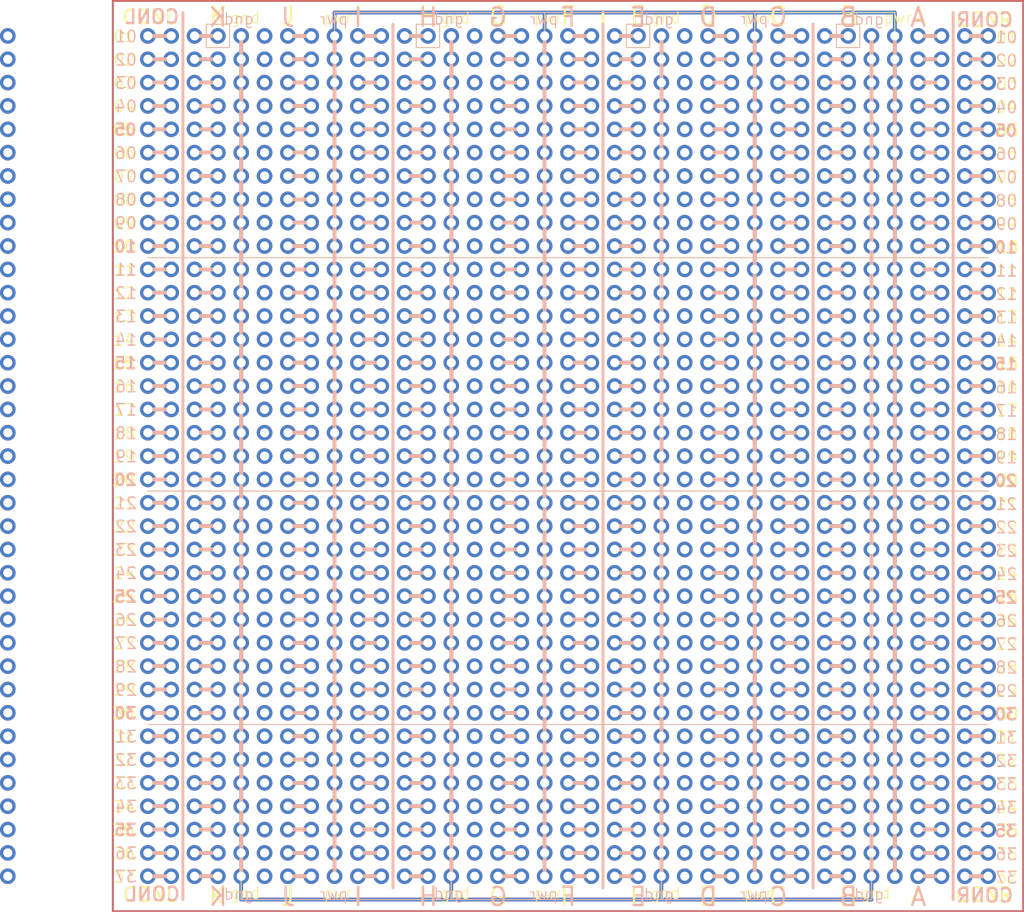
<source format=kicad_pcb>
(kicad_pcb (version 20241229) (generator "pcbnew") (generator_version "9.0")
  (layers (0 "F.Cu" signal) (2 "B.Cu" signal) (5 "F.SilkS" user "F.Silkscreen") (7 "B.SilkS" user "B.Silkscreen") (1 "F.Mask" user) (3 "B.Mask" user) (25 "Edge.Cuts" user))
  (net 0 "")
  (footprint "" (layer "F.Cu") (at 135.89 113.03)
    (property "Reference" "")
    (property "Value" "")
  )
  (footprint "" (layer "F.Cu") (at 54.61 107.95)
    (property "Reference" "")
    (property "Value" "")
  )
  (footprint "" (layer "F.Cu") (at 113.03 97.79)
    (property "Reference" "")
    (property "Value" "")
  )
  (footprint "" (layer "F.Cu") (at 85.09 102.87)
    (property "Reference" "")
    (property "Value" "")
  )
  (footprint "" (layer "F.Cu") (at 80.01 95.25)
    (property "Reference" "")
    (property "Value" "")
  )
  (footprint "" (layer "F.Cu") (at 140.97 125.73)
    (property "Reference" "")
    (property "Value" "")
  )
  (footprint "" (layer "F.Cu") (at 140.97 128.27)
    (property "Reference" "")
    (property "Value" "")
  )
  (footprint "" (layer "F.Cu") (at 62.23 115.57)
    (property "Reference" "")
    (property "Value" "")
  )
  (footprint "" (layer "F.Cu") (at 130.81 118.11)
    (property "Reference" "")
    (property "Value" "")
  )
  (footprint "" (layer "F.Cu") (at 118.11 105.41)
    (property "Reference" "")
    (property "Value" "")
  )
  (footprint "" (layer "F.Cu") (at 138.43 115.57)
    (property "Reference" "")
    (property "Value" "")
  )
  (footprint "" (layer "F.Cu") (at 64.77 95.25)
    (property "Reference" "")
    (property "Value" "")
  )
  (footprint "" (layer "F.Cu") (at 57.15 64.77)
    (property "Reference" "")
    (property "Value" "")
  )
  (footprint "" (layer "F.Cu") (at 102.87 107.95)
    (property "Reference" "")
    (property "Value" "")
  )
  (footprint "" (layer "F.Cu") (at 146.05 100.33)
    (property "Reference" "")
    (property "Value" "")
  )
  (footprint "" (layer "F.Cu") (at 69.85 72.39)
    (property "Reference" "")
    (property "Value" "")
  )
  (footprint "" (layer "F.Cu") (at 90.17 57.15)
    (property "Reference" "")
    (property "Value" "")
  )
  (footprint "" (layer "F.Cu") (at 120.65 140.97)
    (property "Reference" "")
    (property "Value" "")
  )
  (footprint "" (layer "F.Cu") (at 118.11 62.23)
    (property "Reference" "")
    (property "Value" "")
  )
  (footprint "" (layer "F.Cu") (at 102.87 123.19)
    (property "Reference" "")
    (property "Value" "")
  )
  (footprint "" (layer "F.Cu") (at 57.15 67.31)
    (property "Reference" "")
    (property "Value" "")
  )
  (footprint "" (layer "F.Cu") (at 113.03 146.05)
    (property "Reference" "")
    (property "Value" "")
  )
  (footprint "" (layer "F.Cu") (at 110.49 64.77)
    (property "Reference" "")
    (property "Value" "")
  )
  (footprint "" (layer "F.Cu") (at 54.61 54.61)
    (property "Reference" "")
    (property "Value" "")
  )
  (footprint "" (layer "F.Cu") (at 92.71 74.93)
    (property "Reference" "")
    (property "Value" "")
  )
  (footprint "" (layer "F.Cu") (at 77.47 85.09)
    (property "Reference" "")
    (property "Value" "")
  )
  (footprint "" (layer "F.Cu") (at 39.37 105.41)
    (property "Reference" "")
    (property "Value" "")
  )
  (footprint "" (layer "F.Cu") (at 74.93 85.09)
    (property "Reference" "")
    (property "Value" "")
  )
  (footprint "" (layer "F.Cu") (at 120.65 59.69)
    (property "Reference" "")
    (property "Value" "")
  )
  (footprint "" (layer "F.Cu") (at 128.27 59.69)
    (property "Reference" "")
    (property "Value" "")
  )
  (footprint "" (layer "F.Cu") (at 59.69 90.17)
    (property "Reference" "")
    (property "Value" "")
  )
  (footprint "" (layer "F.Cu") (at 82.55 59.69)
    (property "Reference" "")
    (property "Value" "")
  )
  (footprint "" (layer "F.Cu") (at 87.63 123.19)
    (property "Reference" "")
    (property "Value" "")
  )
  (footprint "" (layer "F.Cu") (at 118.11 92.71)
    (property "Reference" "")
    (property "Value" "")
  )
  (footprint "" (layer "F.Cu") (at 90.17 74.93)
    (property "Reference" "")
    (property "Value" "")
  )
  (footprint "" (layer "F.Cu") (at 123.19 138.43)
    (property "Reference" "")
    (property "Value" "")
  )
  (footprint "" (layer "F.Cu") (at 128.27 92.71)
    (property "Reference" "")
    (property "Value" "")
  )
  (footprint "" (layer "F.Cu") (at 115.57 125.73)
    (property "Reference" "")
    (property "Value" "")
  )
  (footprint "" (layer "F.Cu") (at 82.55 82.55)
    (property "Reference" "")
    (property "Value" "")
  )
  (footprint "" (layer "F.Cu") (at 130.81 59.69)
    (property "Reference" "")
    (property "Value" "")
  )
  (footprint "" (layer "F.Cu") (at 135.89 110.49)
    (property "Reference" "")
    (property "Value" "")
  )
  (footprint "" (layer "F.Cu") (at 128.27 74.93)
    (property "Reference" "")
    (property "Value" "")
  )
  (footprint "" (layer "F.Cu") (at 143.51 64.77)
    (property "Reference" "")
    (property "Value" "")
  )
  (footprint "" (layer "F.Cu") (at 87.63 135.89)
    (property "Reference" "")
    (property "Value" "")
  )
  (footprint "" (layer "F.Cu") (at 110.49 128.27)
    (property "Reference" "")
    (property "Value" "")
  )
  (footprint "" (layer "F.Cu") (at 39.37 80.01)
    (property "Reference" "")
    (property "Value" "")
  )
  (footprint "" (layer "F.Cu") (at 67.31 102.87)
    (property "Reference" "")
    (property "Value" "")
  )
  (footprint "" (layer "F.Cu") (at 133.35 69.85)
    (property "Reference" "")
    (property "Value" "")
  )
  (footprint "" (layer "F.Cu") (at 113.03 59.69)
    (property "Reference" "")
    (property "Value" "")
  )
  (footprint "" (layer "F.Cu") (at 143.51 120.65)
    (property "Reference" "")
    (property "Value" "")
  )
  (footprint "" (layer "F.Cu") (at 69.85 69.85)
    (property "Reference" "")
    (property "Value" "")
  )
  (footprint "" (layer "F.Cu") (at 125.73 72.39)
    (property "Reference" "")
    (property "Value" "")
  )
  (footprint "" (layer "F.Cu") (at 59.69 140.97)
    (property "Reference" "")
    (property "Value" "")
  )
  (footprint "" (layer "F.Cu") (at 100.33 92.71)
    (property "Reference" "")
    (property "Value" "")
  )
  (footprint "" (layer "F.Cu") (at 133.35 107.95)
    (property "Reference" "")
    (property "Value" "")
  )
  (footprint "" (layer "F.Cu") (at 100.33 113.03)
    (property "Reference" "")
    (property "Value" "")
  )
  (footprint "" (layer "F.Cu") (at 54.61 128.27)
    (property "Reference" "")
    (property "Value" "")
  )
  (footprint "" (layer "F.Cu") (at 115.57 92.71)
    (property "Reference" "")
    (property "Value" "")
  )
  (footprint "" (layer "F.Cu") (at 80.01 105.41)
    (property "Reference" "")
    (property "Value" "")
  )
  (footprint "" (layer "F.Cu") (at 64.77 77.47)
    (property "Reference" "")
    (property "Value" "")
  )
  (footprint "" (layer "F.Cu") (at 146.05 135.89)
    (property "Reference" "")
    (property "Value" "")
  )
  (footprint "" (layer "F.Cu") (at 62.23 64.77)
    (property "Reference" "")
    (property "Value" "")
  )
  (footprint "" (layer "F.Cu") (at 120.65 62.23)
    (property "Reference" "")
    (property "Value" "")
  )
  (footprint "" (layer "F.Cu") (at 146.05 113.03)
    (property "Reference" "")
    (property "Value" "")
  )
  (footprint "" (layer "F.Cu") (at 102.87 74.93)
    (property "Reference" "")
    (property "Value" "")
  )
  (footprint "" (layer "F.Cu") (at 130.81 77.47)
    (property "Reference" "")
    (property "Value" "")
  )
  (footprint "" (layer "F.Cu") (at 115.57 67.31)
    (property "Reference" "")
    (property "Value" "")
  )
  (footprint "" (layer "F.Cu") (at 82.55 67.31)
    (property "Reference" "")
    (property "Value" "")
  )
  (footprint "" (layer "F.Cu") (at 146.05 57.15)
    (property "Reference" "")
    (property "Value" "")
  )
  (footprint "" (layer "F.Cu") (at 123.19 97.79)
    (property "Reference" "")
    (property "Value" "")
  )
  (footprint "" (layer "F.Cu") (at 133.35 72.39)
    (property "Reference" "")
    (property "Value" "")
  )
  (footprint "" (layer "F.Cu") (at 80.01 69.85)
    (property "Reference" "")
    (property "Value" "")
  )
  (footprint "" (layer "F.Cu") (at 69.85 95.25)
    (property "Reference" "")
    (property "Value" "")
  )
  (footprint "" (layer "F.Cu") (at 82.55 107.95)
    (property "Reference" "")
    (property "Value" "")
  )
  (footprint "" (layer "F.Cu") (at 102.87 120.65)
    (property "Reference" "")
    (property "Value" "")
  )
  (footprint "" (layer "F.Cu") (at 77.47 130.81)
    (property "Reference" "")
    (property "Value" "")
  )
  (footprint "" (layer "F.Cu") (at 130.81 143.51)
    (property "Reference" "")
    (property "Value" "")
  )
  (footprint "" (layer "F.Cu") (at 125.73 57.15)
    (property "Reference" "")
    (property "Value" "")
  )
  (footprint "" (layer "F.Cu") (at 102.87 146.05)
    (property "Reference" "")
    (property "Value" "")
  )
  (footprint "" (layer "F.Cu") (at 77.47 118.11)
    (property "Reference" "")
    (property "Value" "")
  )
  (footprint "" (layer "F.Cu") (at 95.25 133.35)
    (property "Reference" "")
    (property "Value" "")
  )
  (footprint "" (layer "F.Cu") (at 107.95 67.31)
    (property "Reference" "")
    (property "Value" "")
  )
  (footprint "" (layer "F.Cu") (at 92.71 123.19)
    (property "Reference" "")
    (property "Value" "")
  )
  (footprint "" (layer "F.Cu") (at 80.01 115.57)
    (property "Reference" "")
    (property "Value" "")
  )
  (footprint "" (layer "F.Cu") (at 62.23 67.31)
    (property "Reference" "")
    (property "Value" "")
  )
  (footprint "" (layer "F.Cu") (at 140.97 135.89)
    (property "Reference" "")
    (property "Value" "")
  )
  (footprint "" (layer "F.Cu") (at 82.55 120.65)
    (property "Reference" "")
    (property "Value" "")
  )
  (footprint "" (layer "F.Cu") (at 80.01 100.33)
    (property "Reference" "")
    (property "Value" "")
  )
  (footprint "" (layer "F.Cu") (at 77.47 64.77)
    (property "Reference" "")
    (property "Value" "")
  )
  (footprint "" (layer "F.Cu") (at 59.69 62.23)
    (property "Reference" "")
    (property "Value" "")
  )
  (footprint "" (layer "F.Cu") (at 85.09 85.09)
    (property "Reference" "")
    (property "Value" "")
  )
  (footprint "" (layer "F.Cu") (at 69.85 138.43)
    (property "Reference" "")
    (property "Value" "")
  )
  (footprint "" (layer "F.Cu") (at 77.47 102.87)
    (property "Reference" "")
    (property "Value" "")
  )
  (footprint "" (layer "F.Cu") (at 123.19 87.63)
    (property "Reference" "")
    (property "Value" "")
  )
  (footprint "" (layer "F.Cu") (at 85.09 80.01)
    (property "Reference" "")
    (property "Value" "")
  )
  (footprint "" (layer "F.Cu") (at 128.27 118.11)
    (property "Reference" "")
    (property "Value" "")
  )
  (footprint "" (layer "F.Cu") (at 128.27 113.03)
    (property "Reference" "")
    (property "Value" "")
  )
  (footprint "" (layer "F.Cu") (at 128.27 57.15)
    (property "Reference" "")
    (property "Value" "")
  )
  (footprint "" (layer "F.Cu") (at 113.03 62.23)
    (property "Reference" "")
    (property "Value" "")
  )
  (footprint "" (layer "F.Cu") (at 120.65 80.01)
    (property "Reference" "")
    (property "Value" "")
  )
  (footprint "" (layer "F.Cu") (at 64.77 133.35)
    (property "Reference" "")
    (property "Value" "")
  )
  (footprint "" (layer "F.Cu") (at 72.39 120.65)
    (property "Reference" "")
    (property "Value" "")
  )
  (footprint "" (layer "F.Cu") (at 39.37 64.77)
    (property "Reference" "")
    (property "Value" "")
  )
  (footprint "" (layer "F.Cu") (at 113.03 113.03)
    (property "Reference" "")
    (property "Value" "")
  )
  (footprint "" (layer "F.Cu") (at 90.17 67.31)
    (property "Reference" "")
    (property "Value" "")
  )
  (footprint "" (layer "F.Cu") (at 74.93 59.69)
    (property "Reference" "")
    (property "Value" "")
  )
  (footprint "" (layer "F.Cu") (at 118.11 120.65)
    (property "Reference" "")
    (property "Value" "")
  )
  (footprint "" (layer "F.Cu") (at 100.33 72.39)
    (property "Reference" "")
    (property "Value" "")
  )
  (footprint "" (layer "F.Cu") (at 92.71 138.43)
    (property "Reference" "")
    (property "Value" "")
  )
  (footprint "" (layer "F.Cu") (at 107.95 82.55)
    (property "Reference" "")
    (property "Value" "")
  )
  (footprint "" (layer "F.Cu") (at 39.37 92.71)
    (property "Reference" "")
    (property "Value" "")
  )
  (footprint "" (layer "F.Cu") (at 130.81 92.71)
    (property "Reference" "")
    (property "Value" "")
  )
  (footprint "" (layer "F.Cu") (at 138.43 130.81)
    (property "Reference" "")
    (property "Value" "")
  )
  (footprint "" (layer "F.Cu") (at 85.09 135.89)
    (property "Reference" "")
    (property "Value" "")
  )
  (footprint "" (layer "F.Cu") (at 120.65 90.17)
    (property "Reference" "")
    (property "Value" "")
  )
  (footprint "" (layer "F.Cu") (at 105.41 80.01)
    (property "Reference" "")
    (property "Value" "")
  )
  (footprint "" (layer "F.Cu") (at 92.71 64.77)
    (property "Reference" "")
    (property "Value" "")
  )
  (footprint "" (layer "F.Cu") (at 72.39 74.93)
    (property "Reference" "")
    (property "Value" "")
  )
  (footprint "" (layer "F.Cu") (at 85.09 118.11)
    (property "Reference" "")
    (property "Value" "")
  )
  (footprint "" (layer "F.Cu") (at 95.25 72.39)
    (property "Reference" "")
    (property "Value" "")
  )
  (footprint "" (layer "F.Cu") (at 115.57 140.97)
    (property "Reference" "")
    (property "Value" "")
  )
  (footprint "" (layer "F.Cu") (at 87.63 102.87)
    (property "Reference" "")
    (property "Value" "")
  )
  (footprint "" (layer "F.Cu") (at 140.97 95.25)
    (property "Reference" "")
    (property "Value" "")
  )
  (footprint "" (layer "F.Cu") (at 138.43 97.79)
    (property "Reference" "")
    (property "Value" "")
  )
  (footprint "" (layer "F.Cu") (at 130.81 135.89)
    (property "Reference" "")
    (property "Value" "")
  )
  (footprint "" (layer "F.Cu") (at 128.27 128.27)
    (property "Reference" "")
    (property "Value" "")
  )
  (footprint "" (layer "F.Cu") (at 125.73 59.69)
    (property "Reference" "")
    (property "Value" "")
  )
  (footprint "" (layer "F.Cu") (at 54.61 87.63)
    (property "Reference" "")
    (property "Value" "")
  )
  (footprint "" (layer "F.Cu") (at 146.05 54.61)
    (property "Reference" "")
    (property "Value" "")
  )
  (footprint "" (layer "F.Cu") (at 80.01 64.77)
    (property "Reference" "")
    (property "Value" "")
  )
  (footprint "" (layer "F.Cu") (at 87.63 113.03)
    (property "Reference" "")
    (property "Value" "")
  )
  (footprint "" (layer "F.Cu") (at 92.71 133.35)
    (property "Reference" "")
    (property "Value" "")
  )
  (footprint "" (layer "F.Cu") (at 59.69 80.01)
    (property "Reference" "")
    (property "Value" "")
  )
  (footprint "" (layer "F.Cu") (at 59.69 135.89)
    (property "Reference" "")
    (property "Value" "")
  )
  (footprint "" (layer "F.Cu") (at 105.41 125.73)
    (property "Reference" "")
    (property "Value" "")
  )
  (footprint "" (layer "F.Cu") (at 125.73 62.23)
    (property "Reference" "")
    (property "Value" "")
  )
  (footprint "" (layer "F.Cu") (at 80.01 57.15)
    (property "Reference" "")
    (property "Value" "")
  )
  (footprint "" (layer "F.Cu") (at 74.93 128.27)
    (property "Reference" "")
    (property "Value" "")
  )
  (footprint "" (layer "F.Cu") (at 92.71 59.69)
    (property "Reference" "")
    (property "Value" "")
  )
  (footprint "" (layer "F.Cu") (at 57.15 87.63)
    (property "Reference" "")
    (property "Value" "")
  )
  (footprint "" (layer "F.Cu") (at 102.87 135.89)
    (property "Reference" "")
    (property "Value" "")
  )
  (footprint "" (layer "F.Cu") (at 72.39 85.09)
    (property "Reference" "")
    (property "Value" "")
  )
  (footprint "" (layer "F.Cu") (at 107.95 110.49)
    (property "Reference" "")
    (property "Value" "")
  )
  (footprint "" (layer "F.Cu") (at 54.61 90.17)
    (property "Reference" "")
    (property "Value" "")
  )
  (footprint "" (layer "F.Cu") (at 102.87 57.15)
    (property "Reference" "")
    (property "Value" "")
  )
  (footprint "" (layer "F.Cu") (at 115.57 100.33)
    (property "Reference" "")
    (property "Value" "")
  )
  (footprint "" (layer "F.Cu") (at 67.31 133.35)
    (property "Reference" "")
    (property "Value" "")
  )
  (footprint "" (layer "F.Cu") (at 80.01 110.49)
    (property "Reference" "")
    (property "Value" "")
  )
  (footprint "" (layer "F.Cu") (at 80.01 135.89)
    (property "Reference" "")
    (property "Value" "")
  )
  (footprint "" (layer "F.Cu") (at 133.35 135.89)
    (property "Reference" "")
    (property "Value" "")
  )
  (footprint "" (layer "F.Cu") (at 85.09 67.31)
    (property "Reference" "")
    (property "Value" "")
  )
  (footprint "" (layer "F.Cu") (at 105.41 90.17)
    (property "Reference" "")
    (property "Value" "")
  )
  (footprint "" (layer "F.Cu") (at 97.79 138.43)
    (property "Reference" "")
    (property "Value" "")
  )
  (footprint "" (layer "F.Cu") (at 118.11 123.19)
    (property "Reference" "")
    (property "Value" "")
  )
  (footprint "" (layer "F.Cu") (at 140.97 92.71)
    (property "Reference" "")
    (property "Value" "")
  )
  (footprint "" (layer "F.Cu") (at 97.79 69.85)
    (property "Reference" "")
    (property "Value" "")
  )
  (footprint "" (layer "F.Cu") (at 102.87 62.23)
    (property "Reference" "")
    (property "Value" "")
  )
  (footprint "" (layer "F.Cu") (at 59.69 105.41)
    (property "Reference" "")
    (property "Value" "")
  )
  (footprint "" (layer "F.Cu") (at 105.41 133.35)
    (property "Reference" "")
    (property "Value" "")
  )
  (footprint "" (layer "F.Cu") (at 105.41 57.15)
    (property "Reference" "")
    (property "Value" "")
  )
  (footprint "" (layer "F.Cu") (at 100.33 62.23)
    (property "Reference" "")
    (property "Value" "")
  )
  (footprint "" (layer "F.Cu") (at 59.69 100.33)
    (property "Reference" "")
    (property "Value" "")
  )
  (footprint "" (layer "F.Cu") (at 39.37 135.89)
    (property "Reference" "")
    (property "Value" "")
  )
  (footprint "" (layer "F.Cu") (at 128.27 82.55)
    (property "Reference" "")
    (property "Value" "")
  )
  (footprint "" (layer "F.Cu") (at 128.27 90.17)
    (property "Reference" "")
    (property "Value" "")
  )
  (footprint "" (layer "F.Cu") (at 92.71 105.41)
    (property "Reference" "")
    (property "Value" "")
  )
  (footprint "" (layer "F.Cu") (at 67.31 74.93)
    (property "Reference" "")
    (property "Value" "")
  )
  (footprint "" (layer "F.Cu") (at 143.51 146.05)
    (property "Reference" "")
    (property "Value" "")
  )
  (footprint "" (layer "F.Cu") (at 115.57 102.87)
    (property "Reference" "")
    (property "Value" "")
  )
  (footprint "" (layer "F.Cu") (at 97.79 62.23)
    (property "Reference" "")
    (property "Value" "")
  )
  (footprint "" (layer "F.Cu") (at 113.03 107.95)
    (property "Reference" "")
    (property "Value" "")
  )
  (footprint "" (layer "F.Cu") (at 123.19 140.97)
    (property "Reference" "")
    (property "Value" "")
  )
  (footprint "" (layer "F.Cu") (at 97.79 80.01)
    (property "Reference" "")
    (property "Value" "")
  )
  (footprint "" (layer "F.Cu") (at 140.97 146.05)
    (property "Reference" "")
    (property "Value" "")
  )
  (footprint "" (layer "F.Cu") (at 57.15 97.79)
    (property "Reference" "")
    (property "Value" "")
  )
  (footprint "" (layer "F.Cu") (at 138.43 113.03)
    (property "Reference" "")
    (property "Value" "")
  )
  (footprint "" (layer "F.Cu") (at 59.69 113.03)
    (property "Reference" "")
    (property "Value" "")
  )
  (footprint "" (layer "F.Cu") (at 135.89 120.65)
    (property "Reference" "")
    (property "Value" "")
  )
  (footprint "" (layer "F.Cu") (at 54.61 135.89)
    (property "Reference" "")
    (property "Value" "")
  )
  (footprint "" (layer "F.Cu") (at 125.73 80.01)
    (property "Reference" "")
    (property "Value" "")
  )
  (footprint "" (layer "F.Cu") (at 130.81 110.49)
    (property "Reference" "")
    (property "Value" "")
  )
  (footprint "" (layer "F.Cu") (at 92.71 95.25)
    (property "Reference" "")
    (property "Value" "")
  )
  (footprint "" (layer "F.Cu") (at 92.71 97.79)
    (property "Reference" "")
    (property "Value" "")
  )
  (footprint "" (layer "F.Cu") (at 77.47 57.15)
    (property "Reference" "")
    (property "Value" "")
  )
  (footprint "" (layer "F.Cu") (at 62.23 72.39)
    (property "Reference" "")
    (property "Value" "")
  )
  (footprint "" (layer "F.Cu") (at 90.17 128.27)
    (property "Reference" "")
    (property "Value" "")
  )
  (footprint "" (layer "F.Cu") (at 120.65 128.27)
    (property "Reference" "")
    (property "Value" "")
  )
  (footprint "" (layer "F.Cu") (at 146.05 90.17)
    (property "Reference" "")
    (property "Value" "")
  )
  (footprint "" (layer "F.Cu") (at 80.01 146.05)
    (property "Reference" "")
    (property "Value" "")
  )
  (footprint "" (layer "F.Cu") (at 113.03 74.93)
    (property "Reference" "")
    (property "Value" "")
  )
  (footprint "" (layer "F.Cu") (at 123.19 123.19)
    (property "Reference" "")
    (property "Value" "")
  )
  (footprint "" (layer "F.Cu") (at 67.31 113.03)
    (property "Reference" "")
    (property "Value" "")
  )
  (footprint "" (layer "F.Cu") (at 92.71 143.51)
    (property "Reference" "")
    (property "Value" "")
  )
  (footprint "" (layer "F.Cu") (at 39.37 110.49)
    (property "Reference" "")
    (property "Value" "")
  )
  (footprint "" (layer "F.Cu") (at 87.63 82.55)
    (property "Reference" "")
    (property "Value" "")
  )
  (footprint "" (layer "F.Cu") (at 135.89 146.05)
    (property "Reference" "")
    (property "Value" "")
  )
  (footprint "" (layer "F.Cu") (at 123.19 100.33)
    (property "Reference" "")
    (property "Value" "")
  )
  (footprint "" (layer "F.Cu") (at 133.35 140.97)
    (property "Reference" "")
    (property "Value" "")
  )
  (footprint "" (layer "F.Cu") (at 138.43 107.95)
    (property "Reference" "")
    (property "Value" "")
  )
  (footprint "" (layer "F.Cu") (at 62.23 69.85)
    (property "Reference" "")
    (property "Value" "")
  )
  (footprint "" (layer "F.Cu") (at 57.15 138.43)
    (property "Reference" "")
    (property "Value" "")
  )
  (footprint "" (layer "F.Cu") (at 92.71 120.65)
    (property "Reference" "")
    (property "Value" "")
  )
  (footprint "" (layer "F.Cu") (at 62.23 90.17)
    (property "Reference" "")
    (property "Value" "")
  )
  (footprint "" (layer "F.Cu") (at 39.37 85.09)
    (property "Reference" "")
    (property "Value" "")
  )
  (footprint "" (layer "F.Cu") (at 115.57 90.17)
    (property "Reference" "")
    (property "Value" "")
  )
  (footprint "" (layer "F.Cu") (at 133.35 138.43)
    (property "Reference" "")
    (property "Value" "")
  )
  (footprint "" (layer "F.Cu") (at 115.57 146.05)
    (property "Reference" "")
    (property "Value" "")
  )
  (footprint "" (layer "F.Cu") (at 90.17 143.51)
    (property "Reference" "")
    (property "Value" "")
  )
  (footprint "" (layer "F.Cu") (at 115.57 77.47)
    (property "Reference" "")
    (property "Value" "")
  )
  (footprint "" (layer "F.Cu") (at 77.47 123.19)
    (property "Reference" "")
    (property "Value" "")
  )
  (footprint "" (layer "F.Cu") (at 100.33 120.65)
    (property "Reference" "")
    (property "Value" "")
  )
  (footprint "" (layer "F.Cu") (at 135.89 54.61)
    (property "Reference" "")
    (property "Value" "")
  )
  (footprint "" (layer "F.Cu") (at 118.11 125.73)
    (property "Reference" "")
    (property "Value" "")
  )
  (footprint "" (layer "F.Cu") (at 97.79 113.03)
    (property "Reference" "")
    (property "Value" "")
  )
  (footprint "" (layer "F.Cu") (at 105.41 110.49)
    (property "Reference" "")
    (property "Value" "")
  )
  (footprint "" (layer "F.Cu") (at 135.89 135.89)
    (property "Reference" "")
    (property "Value" "")
  )
  (footprint "" (layer "F.Cu") (at 57.15 72.39)
    (property "Reference" "")
    (property "Value" "")
  )
  (footprint "" (layer "F.Cu") (at 92.71 107.95)
    (property "Reference" "")
    (property "Value" "")
  )
  (footprint "" (layer "F.Cu") (at 72.39 64.77)
    (property "Reference" "")
    (property "Value" "")
  )
  (footprint "" (layer "F.Cu") (at 130.81 57.15)
    (property "Reference" "")
    (property "Value" "")
  )
  (footprint "" (layer "F.Cu") (at 100.33 74.93)
    (property "Reference" "")
    (property "Value" "")
  )
  (footprint "" (layer "F.Cu") (at 100.33 123.19)
    (property "Reference" "")
    (property "Value" "")
  )
  (footprint "" (layer "F.Cu") (at 130.81 62.23)
    (property "Reference" "")
    (property "Value" "")
  )
  (footprint "" (layer "F.Cu") (at 113.03 110.49)
    (property "Reference" "")
    (property "Value" "")
  )
  (footprint "" (layer "F.Cu") (at 146.05 64.77)
    (property "Reference" "")
    (property "Value" "")
  )
  (footprint "" (layer "F.Cu") (at 95.25 54.61)
    (property "Reference" "")
    (property "Value" "")
  )
  (footprint "" (layer "F.Cu") (at 118.11 135.89)
    (property "Reference" "")
    (property "Value" "")
  )
  (footprint "" (layer "F.Cu") (at 97.79 133.35)
    (property "Reference" "")
    (property "Value" "")
  )
  (footprint "" (layer "F.Cu") (at 80.01 118.11)
    (property "Reference" "")
    (property "Value" "")
  )
  (footprint "" (layer "F.Cu") (at 67.31 115.57)
    (property "Reference" "")
    (property "Value" "")
  )
  (footprint "" (layer "F.Cu") (at 95.25 67.31)
    (property "Reference" "")
    (property "Value" "")
  )
  (footprint "" (layer "F.Cu") (at 74.93 95.25)
    (property "Reference" "")
    (property "Value" "")
  )
  (footprint "" (layer "F.Cu") (at 135.89 100.33)
    (property "Reference" "")
    (property "Value" "")
  )
  (footprint "" (layer "F.Cu") (at 138.43 120.65)
    (property "Reference" "")
    (property "Value" "")
  )
  (footprint "" (layer "F.Cu") (at 80.01 92.71)
    (property "Reference" "")
    (property "Value" "")
  )
  (footprint "" (layer "F.Cu") (at 67.31 59.69)
    (property "Reference" "")
    (property "Value" "")
  )
  (footprint "" (layer "F.Cu") (at 90.17 138.43)
    (property "Reference" "")
    (property "Value" "")
  )
  (footprint "" (layer "F.Cu") (at 59.69 125.73)
    (property "Reference" "")
    (property "Value" "")
  )
  (footprint "" (layer "F.Cu") (at 133.35 95.25)
    (property "Reference" "")
    (property "Value" "")
  )
  (footprint "" (layer "F.Cu") (at 69.85 133.35)
    (property "Reference" "")
    (property "Value" "")
  )
  (footprint "" (layer "F.Cu") (at 95.25 95.25)
    (property "Reference" "")
    (property "Value" "")
  )
  (footprint "" (layer "F.Cu") (at 125.73 67.31)
    (property "Reference" "")
    (property "Value" "")
  )
  (footprint "" (layer "F.Cu") (at 140.97 69.85)
    (property "Reference" "")
    (property "Value" "")
  )
  (footprint "" (layer "F.Cu") (at 146.05 120.65)
    (property "Reference" "")
    (property "Value" "")
  )
  (footprint "" (layer "F.Cu") (at 39.37 72.39)
    (property "Reference" "")
    (property "Value" "")
  )
  (footprint "" (layer "F.Cu") (at 57.15 146.05)
    (property "Reference" "")
    (property "Value" "")
  )
  (footprint "" (layer "F.Cu") (at 92.71 67.31)
    (property "Reference" "")
    (property "Value" "")
  )
  (footprint "" (layer "F.Cu") (at 57.15 135.89)
    (property "Reference" "")
    (property "Value" "")
  )
  (footprint "" (layer "F.Cu") (at 123.19 95.25)
    (property "Reference" "")
    (property "Value" "")
  )
  (footprint "" (layer "F.Cu") (at 62.23 85.09)
    (property "Reference" "")
    (property "Value" "")
  )
  (footprint "" (layer "F.Cu") (at 74.93 54.61)
    (property "Reference" "")
    (property "Value" "")
  )
  (footprint "" (layer "F.Cu") (at 39.37 59.69)
    (property "Reference" "")
    (property "Value" "")
  )
  (footprint "" (layer "F.Cu") (at 125.73 102.87)
    (property "Reference" "")
    (property "Value" "")
  )
  (footprint "" (layer "F.Cu") (at 69.85 135.89)
    (property "Reference" "")
    (property "Value" "")
  )
  (footprint "" (layer "F.Cu") (at 102.87 54.61)
    (property "Reference" "")
    (property "Value" "")
  )
  (footprint "" (layer "F.Cu") (at 80.01 72.39)
    (property "Reference" "")
    (property "Value" "")
  )
  (footprint "" (layer "F.Cu") (at 74.93 82.55)
    (property "Reference" "")
    (property "Value" "")
  )
  (footprint "" (layer "F.Cu") (at 143.51 85.09)
    (property "Reference" "")
    (property "Value" "")
  )
  (footprint "" (layer "F.Cu") (at 146.05 95.25)
    (property "Reference" "")
    (property "Value" "")
  )
  (footprint "" (layer "F.Cu") (at 125.73 133.35)
    (property "Reference" "")
    (property "Value" "")
  )
  (footprint "" (layer "F.Cu") (at 92.71 146.05)
    (property "Reference" "")
    (property "Value" "")
  )
  (footprint "" (layer "F.Cu") (at 54.61 115.57)
    (property "Reference" "")
    (property "Value" "")
  )
  (footprint "" (layer "F.Cu") (at 143.51 62.23)
    (property "Reference" "")
    (property "Value" "")
  )
  (footprint "" (layer "F.Cu") (at 110.49 135.89)
    (property "Reference" "")
    (property "Value" "")
  )
  (footprint "" (layer "F.Cu") (at 39.37 90.17)
    (property "Reference" "")
    (property "Value" "")
  )
  (footprint "" (layer "F.Cu") (at 85.09 95.25)
    (property "Reference" "")
    (property "Value" "")
  )
  (footprint "" (layer "F.Cu") (at 95.25 62.23)
    (property "Reference" "")
    (property "Value" "")
  )
  (footprint "" (layer "F.Cu") (at 67.31 125.73)
    (property "Reference" "")
    (property "Value" "")
  )
  (footprint "" (layer "F.Cu") (at 123.19 133.35)
    (property "Reference" "")
    (property "Value" "")
  )
  (footprint "" (layer "F.Cu") (at 64.77 82.55)
    (property "Reference" "")
    (property "Value" "")
  )
  (footprint "" (layer "F.Cu") (at 54.61 140.97)
    (property "Reference" "")
    (property "Value" "")
  )
  (footprint "" (layer "F.Cu") (at 128.27 140.97)
    (property "Reference" "")
    (property "Value" "")
  )
  (footprint "" (layer "F.Cu") (at 69.85 90.17)
    (property "Reference" "")
    (property "Value" "")
  )
  (footprint "" (layer "F.Cu") (at 102.87 82.55)
    (property "Reference" "")
    (property "Value" "")
  )
  (footprint "" (layer "F.Cu") (at 120.65 143.51)
    (property "Reference" "")
    (property "Value" "")
  )
  (footprint "" (layer "F.Cu") (at 110.49 118.11)
    (property "Reference" "")
    (property "Value" "")
  )
  (footprint "" (layer "F.Cu") (at 105.41 97.79)
    (property "Reference" "")
    (property "Value" "")
  )
  (footprint "" (layer "F.Cu") (at 118.11 110.49)
    (property "Reference" "")
    (property "Value" "")
  )
  (footprint "" (layer "F.Cu") (at 135.89 74.93)
    (property "Reference" "")
    (property "Value" "")
  )
  (footprint "" (layer "F.Cu") (at 59.69 59.69)
    (property "Reference" "")
    (property "Value" "")
  )
  (footprint "" (layer "F.Cu") (at 100.33 115.57)
    (property "Reference" "")
    (property "Value" "")
  )
  (footprint "" (layer "F.Cu") (at 138.43 102.87)
    (property "Reference" "")
    (property "Value" "")
  )
  (footprint "" (layer "F.Cu") (at 87.63 90.17)
    (property "Reference" "")
    (property "Value" "")
  )
  (footprint "" (layer "F.Cu") (at 57.15 62.23)
    (property "Reference" "")
    (property "Value" "")
  )
  (footprint "" (layer "F.Cu") (at 133.35 143.51)
    (property "Reference" "")
    (property "Value" "")
  )
  (footprint "" (layer "F.Cu") (at 67.31 54.61)
    (property "Reference" "")
    (property "Value" "")
  )
  (footprint "" (layer "F.Cu") (at 128.27 87.63)
    (property "Reference" "")
    (property "Value" "")
  )
  (footprint "" (layer "F.Cu") (at 97.79 128.27)
    (property "Reference" "")
    (property "Value" "")
  )
  (footprint "" (layer "F.Cu") (at 130.81 133.35)
    (property "Reference" "")
    (property "Value" "")
  )
  (footprint "" (layer "F.Cu") (at 64.77 87.63)
    (property "Reference" "")
    (property "Value" "")
  )
  (footprint "" (layer "F.Cu") (at 113.03 92.71)
    (property "Reference" "")
    (property "Value" "")
  )
  (footprint "" (layer "F.Cu") (at 90.17 102.87)
    (property "Reference" "")
    (property "Value" "")
  )
  (footprint "" (layer "F.Cu") (at 107.95 95.25)
    (property "Reference" "")
    (property "Value" "")
  )
  (footprint "" (layer "F.Cu") (at 59.69 85.09)
    (property "Reference" "")
    (property "Value" "")
  )
  (footprint "" (layer "F.Cu") (at 87.63 125.73)
    (property "Reference" "")
    (property "Value" "")
  )
  (footprint "" (layer "F.Cu") (at 54.61 130.81)
    (property "Reference" "")
    (property "Value" "")
  )
  (footprint "" (layer "F.Cu") (at 82.55 85.09)
    (property "Reference" "")
    (property "Value" "")
  )
  (footprint "" (layer "F.Cu") (at 72.39 87.63)
    (property "Reference" "")
    (property "Value" "")
  )
  (footprint "" (layer "F.Cu") (at 64.77 115.57)
    (property "Reference" "")
    (property "Value" "")
  )
  (footprint "" (layer "F.Cu") (at 82.55 54.61)
    (property "Reference" "")
    (property "Value" "")
  )
  (footprint "" (layer "F.Cu") (at 85.09 130.81)
    (property "Reference" "")
    (property "Value" "")
  )
  (footprint "" (layer "F.Cu") (at 77.47 97.79)
    (property "Reference" "")
    (property "Value" "")
  )
  (footprint "" (layer "F.Cu") (at 39.37 138.43)
    (property "Reference" "")
    (property "Value" "")
  )
  (footprint "" (layer "F.Cu") (at 62.23 100.33)
    (property "Reference" "")
    (property "Value" "")
  )
  (footprint "" (layer "F.Cu") (at 39.37 115.57)
    (property "Reference" "")
    (property "Value" "")
  )
  (footprint "" (layer "F.Cu") (at 130.81 90.17)
    (property "Reference" "")
    (property "Value" "")
  )
  (footprint "" (layer "F.Cu") (at 115.57 64.77)
    (property "Reference" "")
    (property "Value" "")
  )
  (footprint "" (layer "F.Cu") (at 64.77 92.71)
    (property "Reference" "")
    (property "Value" "")
  )
  (footprint "" (layer "F.Cu") (at 80.01 133.35)
    (property "Reference" "")
    (property "Value" "")
  )
  (footprint "" (layer "F.Cu") (at 125.73 82.55)
    (property "Reference" "")
    (property "Value" "")
  )
  (footprint "" (layer "F.Cu") (at 102.87 77.47)
    (property "Reference" "")
    (property "Value" "")
  )
  (footprint "" (layer "F.Cu") (at 113.03 67.31)
    (property "Reference" "")
    (property "Value" "")
  )
  (footprint "" (layer "F.Cu") (at 143.51 113.03)
    (property "Reference" "")
    (property "Value" "")
  )
  (footprint "" (layer "F.Cu") (at 62.23 118.11)
    (property "Reference" "")
    (property "Value" "")
  )
  (footprint "" (layer "F.Cu") (at 130.81 125.73)
    (property "Reference" "")
    (property "Value" "")
  )
  (footprint "" (layer "F.Cu") (at 82.55 57.15)
    (property "Reference" "")
    (property "Value" "")
  )
  (footprint "" (layer "F.Cu") (at 82.55 100.33)
    (property "Reference" "")
    (property "Value" "")
  )
  (footprint "" (layer "F.Cu") (at 100.33 143.51)
    (property "Reference" "")
    (property "Value" "")
  )
  (footprint "" (layer "F.Cu") (at 140.97 107.95)
    (property "Reference" "")
    (property "Value" "")
  )
  (footprint "" (layer "F.Cu") (at 80.01 87.63)
    (property "Reference" "")
    (property "Value" "")
  )
  (footprint "" (layer "F.Cu") (at 97.79 85.09)
    (property "Reference" "")
    (property "Value" "")
  )
  (footprint "" (layer "F.Cu") (at 118.11 69.85)
    (property "Reference" "")
    (property "Value" "")
  )
  (footprint "" (layer "F.Cu") (at 138.43 143.51)
    (property "Reference" "")
    (property "Value" "")
  )
  (footprint "" (layer "F.Cu") (at 72.39 69.85)
    (property "Reference" "")
    (property "Value" "")
  )
  (footprint "" (layer "F.Cu") (at 80.01 90.17)
    (property "Reference" "")
    (property "Value" "")
  )
  (footprint "" (layer "F.Cu") (at 77.47 82.55)
    (property "Reference" "")
    (property "Value" "")
  )
  (footprint "" (layer "F.Cu") (at 64.77 74.93)
    (property "Reference" "")
    (property "Value" "")
  )
  (footprint "" (layer "F.Cu") (at 102.87 80.01)
    (property "Reference" "")
    (property "Value" "")
  )
  (footprint "" (layer "F.Cu") (at 54.61 82.55)
    (property "Reference" "")
    (property "Value" "")
  )
  (footprint "" (layer "F.Cu") (at 72.39 113.03)
    (property "Reference" "")
    (property "Value" "")
  )
  (footprint "" (layer "F.Cu") (at 62.23 113.03)
    (property "Reference" "")
    (property "Value" "")
  )
  (footprint "" (layer "F.Cu") (at 64.77 54.61)
    (property "Reference" "")
    (property "Value" "")
  )
  (footprint "" (layer "F.Cu") (at 115.57 113.03)
    (property "Reference" "")
    (property "Value" "")
  )
  (footprint "" (layer "F.Cu") (at 120.65 97.79)
    (property "Reference" "")
    (property "Value" "")
  )
  (footprint "" (layer "F.Cu") (at 95.25 130.81)
    (property "Reference" "")
    (property "Value" "")
  )
  (footprint "" (layer "F.Cu") (at 100.33 118.11)
    (property "Reference" "")
    (property "Value" "")
  )
  (footprint "" (layer "F.Cu") (at 115.57 82.55)
    (property "Reference" "")
    (property "Value" "")
  )
  (footprint "" (layer "F.Cu") (at 95.25 85.09)
    (property "Reference" "")
    (property "Value" "")
  )
  (footprint "" (layer "F.Cu") (at 92.71 82.55)
    (property "Reference" "")
    (property "Value" "")
  )
  (footprint "" (layer "F.Cu") (at 67.31 57.15)
    (property "Reference" "")
    (property "Value" "")
  )
  (footprint "" (layer "F.Cu") (at 97.79 100.33)
    (property "Reference" "")
    (property "Value" "")
  )
  (footprint "" (layer "F.Cu") (at 118.11 140.97)
    (property "Reference" "")
    (property "Value" "")
  )
  (footprint "" (layer "F.Cu") (at 87.63 74.93)
    (property "Reference" "")
    (property "Value" "")
  )
  (footprint "" (layer "F.Cu") (at 110.49 115.57)
    (property "Reference" "")
    (property "Value" "")
  )
  (footprint "" (layer "F.Cu") (at 100.33 77.47)
    (property "Reference" "")
    (property "Value" "")
  )
  (footprint "" (layer "F.Cu") (at 82.55 133.35)
    (property "Reference" "")
    (property "Value" "")
  )
  (footprint "" (layer "F.Cu") (at 72.39 77.47)
    (property "Reference" "")
    (property "Value" "")
  )
  (footprint "" (layer "F.Cu") (at 95.25 135.89)
    (property "Reference" "")
    (property "Value" "")
  )
  (footprint "" (layer "F.Cu") (at 87.63 138.43)
    (property "Reference" "")
    (property "Value" "")
  )
  (footprint "" (layer "F.Cu") (at 74.93 120.65)
    (property "Reference" "")
    (property "Value" "")
  )
  (footprint "" (layer "F.Cu") (at 90.17 72.39)
    (property "Reference" "")
    (property "Value" "")
  )
  (footprint "" (layer "F.Cu") (at 102.87 143.51)
    (property "Reference" "")
    (property "Value" "")
  )
  (footprint "" (layer "F.Cu") (at 107.95 107.95)
    (property "Reference" "")
    (property "Value" "")
  )
  (footprint "" (layer "F.Cu") (at 57.15 80.01)
    (property "Reference" "")
    (property "Value" "")
  )
  (footprint "" (layer "F.Cu") (at 72.39 105.41)
    (property "Reference" "")
    (property "Value" "")
  )
  (footprint "" (layer "F.Cu") (at 107.95 143.51)
    (property "Reference" "")
    (property "Value" "")
  )
  (footprint "" (layer "F.Cu") (at 113.03 69.85)
    (property "Reference" "")
    (property "Value" "")
  )
  (footprint "" (layer "F.Cu") (at 67.31 85.09)
    (property "Reference" "")
    (property "Value" "")
  )
  (footprint "" (layer "F.Cu") (at 143.51 57.15)
    (property "Reference" "")
    (property "Value" "")
  )
  (footprint "" (layer "F.Cu") (at 128.27 125.73)
    (property "Reference" "")
    (property "Value" "")
  )
  (footprint "" (layer "F.Cu") (at 133.35 64.77)
    (property "Reference" "")
    (property "Value" "")
  )
  (footprint "" (layer "F.Cu") (at 130.81 140.97)
    (property "Reference" "")
    (property "Value" "")
  )
  (footprint "" (layer "F.Cu") (at 82.55 105.41)
    (property "Reference" "")
    (property "Value" "")
  )
  (footprint "" (layer "F.Cu") (at 87.63 85.09)
    (property "Reference" "")
    (property "Value" "")
  )
  (footprint "" (layer "F.Cu") (at 64.77 143.51)
    (property "Reference" "")
    (property "Value" "")
  )
  (footprint "" (layer "F.Cu") (at 62.23 105.41)
    (property "Reference" "")
    (property "Value" "")
  )
  (footprint "" (layer "F.Cu") (at 67.31 72.39)
    (property "Reference" "")
    (property "Value" "")
  )
  (footprint "" (layer "F.Cu") (at 72.39 143.51)
    (property "Reference" "")
    (property "Value" "")
  )
  (footprint "" (layer "F.Cu") (at 107.95 125.73)
    (property "Reference" "")
    (property "Value" "")
  )
  (footprint "" (layer "F.Cu") (at 110.49 110.49)
    (property "Reference" "")
    (property "Value" "")
  )
  (footprint "" (layer "F.Cu") (at 57.15 140.97)
    (property "Reference" "")
    (property "Value" "")
  )
  (footprint "" (layer "F.Cu") (at 74.93 67.31)
    (property "Reference" "")
    (property "Value" "")
  )
  (footprint "" (layer "F.Cu") (at 133.35 54.61)
    (property "Reference" "")
    (property "Value" "")
  )
  (footprint "" (layer "F.Cu") (at 125.73 77.47)
    (property "Reference" "")
    (property "Value" "")
  )
  (footprint "" (layer "F.Cu") (at 125.73 74.93)
    (property "Reference" "")
    (property "Value" "")
  )
  (footprint "" (layer "F.Cu") (at 77.47 140.97)
    (property "Reference" "")
    (property "Value" "")
  )
  (footprint "" (layer "F.Cu") (at 102.87 97.79)
    (property "Reference" "")
    (property "Value" "")
  )
  (footprint "" (layer "F.Cu") (at 62.23 140.97)
    (property "Reference" "")
    (property "Value" "")
  )
  (footprint "" (layer "F.Cu") (at 59.69 118.11)
    (property "Reference" "")
    (property "Value" "")
  )
  (footprint "" (layer "F.Cu") (at 115.57 74.93)
    (property "Reference" "")
    (property "Value" "")
  )
  (footprint "" (layer "F.Cu") (at 110.49 133.35)
    (property "Reference" "")
    (property "Value" "")
  )
  (footprint "" (layer "F.Cu") (at 118.11 113.03)
    (property "Reference" "")
    (property "Value" "")
  )
  (footprint "" (layer "F.Cu") (at 90.17 120.65)
    (property "Reference" "")
    (property "Value" "")
  )
  (footprint "" (layer "F.Cu") (at 72.39 123.19)
    (property "Reference" "")
    (property "Value" "")
  )
  (footprint "" (layer "F.Cu") (at 77.47 74.93)
    (property "Reference" "")
    (property "Value" "")
  )
  (footprint "" (layer "F.Cu") (at 135.89 90.17)
    (property "Reference" "")
    (property "Value" "")
  )
  (footprint "" (layer "F.Cu") (at 82.55 80.01)
    (property "Reference" "")
    (property "Value" "")
  )
  (footprint "" (layer "F.Cu") (at 115.57 105.41)
    (property "Reference" "")
    (property "Value" "")
  )
  (footprint "" (layer "F.Cu") (at 120.65 115.57)
    (property "Reference" "")
    (property "Value" "")
  )
  (footprint "" (layer "F.Cu") (at 146.05 62.23)
    (property "Reference" "")
    (property "Value" "")
  )
  (footprint "" (layer "F.Cu") (at 74.93 80.01)
    (property "Reference" "")
    (property "Value" "")
  )
  (footprint "" (layer "F.Cu") (at 54.61 105.41)
    (property "Reference" "")
    (property "Value" "")
  )
  (footprint "" (layer "F.Cu") (at 54.61 133.35)
    (property "Reference" "")
    (property "Value" "")
  )
  (footprint "" (layer "F.Cu") (at 87.63 115.57)
    (property "Reference" "")
    (property "Value" "")
  )
  (footprint "" (layer "F.Cu") (at 57.15 77.47)
    (property "Reference" "")
    (property "Value" "")
  )
  (footprint "" (layer "F.Cu") (at 62.23 130.81)
    (property "Reference" "")
    (property "Value" "")
  )
  (footprint "" (layer "F.Cu") (at 82.55 130.81)
    (property "Reference" "")
    (property "Value" "")
  )
  (footprint "" (layer "F.Cu") (at 67.31 110.49)
    (property "Reference" "")
    (property "Value" "")
  )
  (footprint "" (layer "F.Cu") (at 113.03 102.87)
    (property "Reference" "")
    (property "Value" "")
  )
  (footprint "" (layer "F.Cu") (at 130.81 87.63)
    (property "Reference" "")
    (property "Value" "")
  )
  (footprint "" (layer "F.Cu") (at 64.77 130.81)
    (property "Reference" "")
    (property "Value" "")
  )
  (footprint "" (layer "F.Cu") (at 95.25 113.03)
    (property "Reference" "")
    (property "Value" "")
  )
  (footprint "" (layer "F.Cu") (at 130.81 82.55)
    (property "Reference" "")
    (property "Value" "")
  )
  (footprint "" (layer "F.Cu") (at 57.15 113.03)
    (property "Reference" "")
    (property "Value" "")
  )
  (footprint "" (layer "F.Cu") (at 67.31 77.47)
    (property "Reference" "")
    (property "Value" "")
  )
  (footprint "" (layer "F.Cu") (at 110.49 146.05)
    (property "Reference" "")
    (property "Value" "")
  )
  (footprint "" (layer "F.Cu") (at 115.57 130.81)
    (property "Reference" "")
    (property "Value" "")
  )
  (footprint "" (layer "F.Cu") (at 72.39 97.79)
    (property "Reference" "")
    (property "Value" "")
  )
  (footprint "" (layer "F.Cu") (at 39.37 57.15)
    (property "Reference" "")
    (property "Value" "")
  )
  (footprint "" (layer "F.Cu") (at 133.35 85.09)
    (property "Reference" "")
    (property "Value" "")
  )
  (footprint "" (layer "F.Cu") (at 64.77 113.03)
    (property "Reference" "")
    (property "Value" "")
  )
  (footprint "" (layer "F.Cu") (at 90.17 123.19)
    (property "Reference" "")
    (property "Value" "")
  )
  (footprint "" (layer "F.Cu") (at 107.95 133.35)
    (property "Reference" "")
    (property "Value" "")
  )
  (footprint "" (layer "F.Cu") (at 67.31 138.43)
    (property "Reference" "")
    (property "Value" "")
  )
  (footprint "" (layer "F.Cu") (at 107.95 140.97)
    (property "Reference" "")
    (property "Value" "")
  )
  (footprint "" (layer "F.Cu") (at 64.77 72.39)
    (property "Reference" "")
    (property "Value" "")
  )
  (footprint "" (layer "F.Cu") (at 130.81 100.33)
    (property "Reference" "")
    (property "Value" "")
  )
  (footprint "" (layer "F.Cu") (at 123.19 125.73)
    (property "Reference" "")
    (property "Value" "")
  )
  (footprint "" (layer "F.Cu") (at 107.95 97.79)
    (property "Reference" "")
    (property "Value" "")
  )
  (footprint "" (layer "F.Cu") (at 87.63 64.77)
    (property "Reference" "")
    (property "Value" "")
  )
  (footprint "" (layer "F.Cu") (at 146.05 74.93)
    (property "Reference" "")
    (property "Value" "")
  )
  (footprint "" (layer "F.Cu") (at 77.47 125.73)
    (property "Reference" "")
    (property "Value" "")
  )
  (footprint "" (layer "F.Cu") (at 67.31 80.01)
    (property "Reference" "")
    (property "Value" "")
  )
  (footprint "" (layer "F.Cu") (at 123.19 90.17)
    (property "Reference" "")
    (property "Value" "")
  )
  (footprint "" (layer "F.Cu") (at 105.41 82.55)
    (property "Reference" "")
    (property "Value" "")
  )
  (footprint "" (layer "F.Cu") (at 87.63 92.71)
    (property "Reference" "")
    (property "Value" "")
  )
  (footprint "" (layer "F.Cu") (at 69.85 140.97)
    (property "Reference" "")
    (property "Value" "")
  )
  (footprint "" (layer "F.Cu") (at 135.89 87.63)
    (property "Reference" "")
    (property "Value" "")
  )
  (footprint "" (layer "F.Cu") (at 39.37 140.97)
    (property "Reference" "")
    (property "Value" "")
  )
  (footprint "" (layer "F.Cu") (at 123.19 54.61)
    (property "Reference" "")
    (property "Value" "")
  )
  (footprint "" (layer "F.Cu") (at 123.19 67.31)
    (property "Reference" "")
    (property "Value" "")
  )
  (footprint "" (layer "F.Cu") (at 110.49 102.87)
    (property "Reference" "")
    (property "Value" "")
  )
  (footprint "" (layer "F.Cu") (at 54.61 80.01)
    (property "Reference" "")
    (property "Value" "")
  )
  (footprint "" (layer "F.Cu") (at 146.05 92.71)
    (property "Reference" "")
    (property "Value" "")
  )
  (footprint "" (layer "F.Cu") (at 143.51 77.47)
    (property "Reference" "")
    (property "Value" "")
  )
  (footprint "" (layer "F.Cu") (at 69.85 82.55)
    (property "Reference" "")
    (property "Value" "")
  )
  (footprint "" (layer "F.Cu") (at 146.05 128.27)
    (property "Reference" "")
    (property "Value" "")
  )
  (footprint "" (layer "F.Cu") (at 69.85 64.77)
    (property "Reference" "")
    (property "Value" "")
  )
  (footprint "" (layer "F.Cu") (at 146.05 107.95)
    (property "Reference" "")
    (property "Value" "")
  )
  (footprint "" (layer "F.Cu") (at 120.65 69.85)
    (property "Reference" "")
    (property "Value" "")
  )
  (footprint "" (layer "F.Cu") (at 97.79 135.89)
    (property "Reference" "")
    (property "Value" "")
  )
  (footprint "" (layer "F.Cu") (at 54.61 85.09)
    (property "Reference" "")
    (property "Value" "")
  )
  (footprint "" (layer "F.Cu") (at 95.25 69.85)
    (property "Reference" "")
    (property "Value" "")
  )
  (footprint "" (layer "F.Cu") (at 107.95 54.61)
    (property "Reference" "")
    (property "Value" "")
  )
  (footprint "" (layer "F.Cu") (at 82.55 74.93)
    (property "Reference" "")
    (property "Value" "")
  )
  (footprint "" (layer "F.Cu") (at 115.57 143.51)
    (property "Reference" "")
    (property "Value" "")
  )
  (footprint "" (layer "F.Cu") (at 62.23 80.01)
    (property "Reference" "")
    (property "Value" "")
  )
  (footprint "" (layer "F.Cu") (at 123.19 118.11)
    (property "Reference" "")
    (property "Value" "")
  )
  (footprint "" (layer "F.Cu") (at 107.95 87.63)
    (property "Reference" "")
    (property "Value" "")
  )
  (footprint "" (layer "F.Cu") (at 64.77 102.87)
    (property "Reference" "")
    (property "Value" "")
  )
  (footprint "" (layer "F.Cu") (at 120.65 138.43)
    (property "Reference" "")
    (property "Value" "")
  )
  (footprint "" (layer "F.Cu") (at 120.65 118.11)
    (property "Reference" "")
    (property "Value" "")
  )
  (footprint "" (layer "F.Cu") (at 133.35 123.19)
    (property "Reference" "")
    (property "Value" "")
  )
  (footprint "" (layer "F.Cu") (at 62.23 74.93)
    (property "Reference" "")
    (property "Value" "")
  )
  (footprint "" (layer "F.Cu") (at 125.73 97.79)
    (property "Reference" "")
    (property "Value" "")
  )
  (footprint "" (layer "F.Cu") (at 110.49 120.65)
    (property "Reference" "")
    (property "Value" "")
  )
  (footprint "" (layer "F.Cu") (at 120.65 146.05)
    (property "Reference" "")
    (property "Value" "")
  )
  (footprint "" (layer "F.Cu") (at 77.47 80.01)
    (property "Reference" "")
    (property "Value" "")
  )
  (footprint "" (layer "F.Cu") (at 64.77 138.43)
    (property "Reference" "")
    (property "Value" "")
  )
  (footprint "" (layer "F.Cu") (at 82.55 128.27)
    (property "Reference" "")
    (property "Value" "")
  )
  (footprint "" (layer "F.Cu") (at 82.55 62.23)
    (property "Reference" "")
    (property "Value" "")
  )
  (footprint "" (layer "F.Cu") (at 100.33 95.25)
    (property "Reference" "")
    (property "Value" "")
  )
  (footprint "" (layer "F.Cu") (at 118.11 77.47)
    (property "Reference" "")
    (property "Value" "")
  )
  (footprint "" (layer "F.Cu") (at 105.41 54.61)
    (property "Reference" "")
    (property "Value" "")
  )
  (footprint "" (layer "F.Cu") (at 143.51 74.93)
    (property "Reference" "")
    (property "Value" "")
  )
  (footprint "" (layer "F.Cu") (at 146.05 143.51)
    (property "Reference" "")
    (property "Value" "")
  )
  (footprint "" (layer "F.Cu") (at 138.43 123.19)
    (property "Reference" "")
    (property "Value" "")
  )
  (footprint "" (layer "F.Cu") (at 146.05 85.09)
    (property "Reference" "")
    (property "Value" "")
  )
  (footprint "" (layer "F.Cu") (at 138.43 90.17)
    (property "Reference" "")
    (property "Value" "")
  )
  (footprint "" (layer "F.Cu") (at 133.35 102.87)
    (property "Reference" "")
    (property "Value" "")
  )
  (footprint "" (layer "F.Cu") (at 133.35 80.01)
    (property "Reference" "")
    (property "Value" "")
  )
  (footprint "" (layer "F.Cu") (at 72.39 80.01)
    (property "Reference" "")
    (property "Value" "")
  )
  (footprint "" (layer "F.Cu") (at 118.11 146.05)
    (property "Reference" "")
    (property "Value" "")
  )
  (footprint "" (layer "F.Cu") (at 72.39 62.23)
    (property "Reference" "")
    (property "Value" "")
  )
  (footprint "" (layer "F.Cu") (at 128.27 102.87)
    (property "Reference" "")
    (property "Value" "")
  )
  (footprint "" (layer "F.Cu") (at 87.63 130.81)
    (property "Reference" "")
    (property "Value" "")
  )
  (footprint "" (layer "F.Cu") (at 135.89 82.55)
    (property "Reference" "")
    (property "Value" "")
  )
  (footprint "" (layer "F.Cu") (at 123.19 72.39)
    (property "Reference" "")
    (property "Value" "")
  )
  (footprint "" (layer "F.Cu") (at 100.33 64.77)
    (property "Reference" "")
    (property "Value" "")
  )
  (footprint "" (layer "F.Cu") (at 123.19 59.69)
    (property "Reference" "")
    (property "Value" "")
  )
  (footprint "" (layer "F.Cu") (at 80.01 54.61)
    (property "Reference" "")
    (property "Value" "")
  )
  (footprint "" (layer "F.Cu") (at 87.63 100.33)
    (property "Reference" "")
    (property "Value" "")
  )
  (footprint "" (layer "F.Cu") (at 133.35 59.69)
    (property "Reference" "")
    (property "Value" "")
  )
  (footprint "" (layer "F.Cu") (at 39.37 113.03)
    (property "Reference" "")
    (property "Value" "")
  )
  (footprint "" (layer "F.Cu") (at 125.73 118.11)
    (property "Reference" "")
    (property "Value" "")
  )
  (footprint "" (layer "F.Cu") (at 123.19 115.57)
    (property "Reference" "")
    (property "Value" "")
  )
  (footprint "" (layer "F.Cu") (at 130.81 67.31)
    (property "Reference" "")
    (property "Value" "")
  )
  (footprint "" (layer "F.Cu") (at 120.65 105.41)
    (property "Reference" "")
    (property "Value" "")
  )
  (footprint "" (layer "F.Cu") (at 140.97 54.61)
    (property "Reference" "")
    (property "Value" "")
  )
  (footprint "" (layer "F.Cu") (at 62.23 133.35)
    (property "Reference" "")
    (property "Value" "")
  )
  (footprint "" (layer "F.Cu") (at 146.05 102.87)
    (property "Reference" "")
    (property "Value" "")
  )
  (footprint "" (layer "F.Cu") (at 90.17 80.01)
    (property "Reference" "")
    (property "Value" "")
  )
  (footprint "" (layer "F.Cu") (at 105.41 118.11)
    (property "Reference" "")
    (property "Value" "")
  )
  (footprint "" (layer "F.Cu") (at 90.17 118.11)
    (property "Reference" "")
    (property "Value" "")
  )
  (footprint "" (layer "F.Cu") (at 113.03 87.63)
    (property "Reference" "")
    (property "Value" "")
  )
  (footprint "" (layer "F.Cu") (at 59.69 77.47)
    (property "Reference" "")
    (property "Value" "")
  )
  (footprint "" (layer "F.Cu") (at 143.51 107.95)
    (property "Reference" "")
    (property "Value" "")
  )
  (footprint "" (layer "F.Cu") (at 110.49 123.19)
    (property "Reference" "")
    (property "Value" "")
  )
  (footprint "" (layer "F.Cu") (at 140.97 90.17)
    (property "Reference" "")
    (property "Value" "")
  )
  (footprint "" (layer "F.Cu") (at 90.17 105.41)
    (property "Reference" "")
    (property "Value" "")
  )
  (footprint "" (layer "F.Cu") (at 74.93 57.15)
    (property "Reference" "")
    (property "Value" "")
  )
  (footprint "" (layer "F.Cu") (at 118.11 130.81)
    (property "Reference" "")
    (property "Value" "")
  )
  (footprint "" (layer "F.Cu") (at 57.15 110.49)
    (property "Reference" "")
    (property "Value" "")
  )
  (footprint "" (layer "F.Cu") (at 140.97 143.51)
    (property "Reference" "")
    (property "Value" "")
  )
  (footprint "" (layer "F.Cu") (at 140.97 77.47)
    (property "Reference" "")
    (property "Value" "")
  )
  (footprint "" (layer "F.Cu") (at 113.03 133.35)
    (property "Reference" "")
    (property "Value" "")
  )
  (footprint "" (layer "F.Cu") (at 113.03 143.51)
    (property "Reference" "")
    (property "Value" "")
  )
  (footprint "" (layer "F.Cu") (at 59.69 82.55)
    (property "Reference" "")
    (property "Value" "")
  )
  (footprint "" (layer "F.Cu") (at 130.81 107.95)
    (property "Reference" "")
    (property "Value" "")
  )
  (footprint "" (layer "F.Cu") (at 102.87 118.11)
    (property "Reference" "")
    (property "Value" "")
  )
  (footprint "" (layer "F.Cu") (at 135.89 138.43)
    (property "Reference" "")
    (property "Value" "")
  )
  (footprint "" (layer "F.Cu") (at 138.43 140.97)
    (property "Reference" "")
    (property "Value" "")
  )
  (footprint "" (layer "F.Cu") (at 87.63 128.27)
    (property "Reference" "")
    (property "Value" "")
  )
  (footprint "" (layer "F.Cu") (at 67.31 105.41)
    (property "Reference" "")
    (property "Value" "")
  )
  (footprint "" (layer "F.Cu") (at 57.15 118.11)
    (property "Reference" "")
    (property "Value" "")
  )
  (footprint "" (layer "F.Cu") (at 120.65 100.33)
    (property "Reference" "")
    (property "Value" "")
  )
  (footprint "" (layer "F.Cu") (at 59.69 67.31)
    (property "Reference" "")
    (property "Value" "")
  )
  (footprint "" (layer "F.Cu") (at 39.37 69.85)
    (property "Reference" "")
    (property "Value" "")
  )
  (footprint "" (layer "F.Cu") (at 140.97 102.87)
    (property "Reference" "")
    (property "Value" "")
  )
  (footprint "" (layer "F.Cu") (at 135.89 57.15)
    (property "Reference" "")
    (property "Value" "")
  )
  (footprint "" (layer "F.Cu") (at 100.33 67.31)
    (property "Reference" "")
    (property "Value" "")
  )
  (footprint "" (layer "F.Cu") (at 102.87 110.49)
    (property "Reference" "")
    (property "Value" "")
  )
  (footprint "" (layer "F.Cu") (at 130.81 85.09)
    (property "Reference" "")
    (property "Value" "")
  )
  (footprint "" (layer "F.Cu") (at 146.05 67.31)
    (property "Reference" "")
    (property "Value" "")
  )
  (footprint "" (layer "F.Cu") (at 85.09 59.69)
    (property "Reference" "")
    (property "Value" "")
  )
  (footprint "" (layer "F.Cu") (at 143.51 72.39)
    (property "Reference" "")
    (property "Value" "")
  )
  (footprint "" (layer "F.Cu") (at 77.47 135.89)
    (property "Reference" "")
    (property "Value" "")
  )
  (footprint "" (layer "F.Cu") (at 135.89 140.97)
    (property "Reference" "")
    (property "Value" "")
  )
  (footprint "" (layer "F.Cu") (at 107.95 92.71)
    (property "Reference" "")
    (property "Value" "")
  )
  (footprint "" (layer "F.Cu") (at 62.23 87.63)
    (property "Reference" "")
    (property "Value" "")
  )
  (footprint "" (layer "F.Cu") (at 54.61 92.71)
    (property "Reference" "")
    (property "Value" "")
  )
  (footprint "" (layer "F.Cu") (at 77.47 67.31)
    (property "Reference" "")
    (property "Value" "")
  )
  (footprint "" (layer "F.Cu") (at 138.43 110.49)
    (property "Reference" "")
    (property "Value" "")
  )
  (footprint "" (layer "F.Cu") (at 64.77 107.95)
    (property "Reference" "")
    (property "Value" "")
  )
  (footprint "" (layer "F.Cu") (at 64.77 123.19)
    (property "Reference" "")
    (property "Value" "")
  )
  (footprint "" (layer "F.Cu") (at 140.97 118.11)
    (property "Reference" "")
    (property "Value" "")
  )
  (footprint "" (layer "F.Cu") (at 39.37 62.23)
    (property "Reference" "")
    (property "Value" "")
  )
  (footprint "" (layer "F.Cu") (at 120.65 67.31)
    (property "Reference" "")
    (property "Value" "")
  )
  (footprint "" (layer "F.Cu") (at 87.63 62.23)
    (property "Reference" "")
    (property "Value" "")
  )
  (footprint "" (layer "F.Cu") (at 74.93 105.41)
    (property "Reference" "")
    (property "Value" "")
  )
  (footprint "" (layer "F.Cu") (at 146.05 105.41)
    (property "Reference" "")
    (property "Value" "")
  )
  (footprint "" (layer "F.Cu") (at 59.69 110.49)
    (property "Reference" "")
    (property "Value" "")
  )
  (footprint "" (layer "F.Cu") (at 105.41 64.77)
    (property "Reference" "")
    (property "Value" "")
  )
  (footprint "" (layer "F.Cu") (at 90.17 115.57)
    (property "Reference" "")
    (property "Value" "")
  )
  (footprint "" (layer "F.Cu") (at 120.65 64.77)
    (property "Reference" "")
    (property "Value" "")
  )
  (footprint "" (layer "F.Cu") (at 59.69 74.93)
    (property "Reference" "")
    (property "Value" "")
  )
  (footprint "" (layer "F.Cu") (at 125.73 90.17)
    (property "Reference" "")
    (property "Value" "")
  )
  (footprint "" (layer "F.Cu") (at 59.69 95.25)
    (property "Reference" "")
    (property "Value" "")
  )
  (footprint "" (layer "F.Cu") (at 110.49 107.95)
    (property "Reference" "")
    (property "Value" "")
  )
  (footprint "" (layer "F.Cu") (at 120.65 87.63)
    (property "Reference" "")
    (property "Value" "")
  )
  (footprint "" (layer "F.Cu") (at 100.33 90.17)
    (property "Reference" "")
    (property "Value" "")
  )
  (footprint "" (layer "F.Cu") (at 92.71 128.27)
    (property "Reference" "")
    (property "Value" "")
  )
  (footprint "" (layer "F.Cu") (at 138.43 85.09)
    (property "Reference" "")
    (property "Value" "")
  )
  (footprint "" (layer "F.Cu") (at 146.05 118.11)
    (property "Reference" "")
    (property "Value" "")
  )
  (footprint "" (layer "F.Cu") (at 85.09 100.33)
    (property "Reference" "")
    (property "Value" "")
  )
  (footprint "" (layer "F.Cu") (at 72.39 95.25)
    (property "Reference" "")
    (property "Value" "")
  )
  (footprint "" (layer "F.Cu") (at 54.61 110.49)
    (property "Reference" "")
    (property "Value" "")
  )
  (footprint "" (layer "F.Cu") (at 120.65 95.25)
    (property "Reference" "")
    (property "Value" "")
  )
  (footprint "" (layer "F.Cu") (at 113.03 115.57)
    (property "Reference" "")
    (property "Value" "")
  )
  (footprint "" (layer "F.Cu") (at 97.79 67.31)
    (property "Reference" "")
    (property "Value" "")
  )
  (footprint "" (layer "F.Cu") (at 102.87 140.97)
    (property "Reference" "")
    (property "Value" "")
  )
  (footprint "" (layer "F.Cu") (at 110.49 100.33)
    (property "Reference" "")
    (property "Value" "")
  )
  (footprint "" (layer "F.Cu") (at 120.65 72.39)
    (property "Reference" "")
    (property "Value" "")
  )
  (footprint "" (layer "F.Cu") (at 118.11 100.33)
    (property "Reference" "")
    (property "Value" "")
  )
  (footprint "" (layer "F.Cu") (at 138.43 105.41)
    (property "Reference" "")
    (property "Value" "")
  )
  (footprint "" (layer "F.Cu") (at 90.17 54.61)
    (property "Reference" "")
    (property "Value" "")
  )
  (footprint "" (layer "F.Cu") (at 128.27 138.43)
    (property "Reference" "")
    (property "Value" "")
  )
  (footprint "" (layer "F.Cu") (at 62.23 57.15)
    (property "Reference" "")
    (property "Value" "")
  )
  (footprint "" (layer "F.Cu") (at 140.97 62.23)
    (property "Reference" "")
    (property "Value" "")
  )
  (footprint "" (layer "F.Cu") (at 64.77 128.27)
    (property "Reference" "")
    (property "Value" "")
  )
  (footprint "" (layer "F.Cu") (at 130.81 105.41)
    (property "Reference" "")
    (property "Value" "")
  )
  (footprint "" (layer "F.Cu") (at 140.97 82.55)
    (property "Reference" "")
    (property "Value" "")
  )
  (footprint "" (layer "F.Cu") (at 39.37 123.19)
    (property "Reference" "")
    (property "Value" "")
  )
  (footprint "" (layer "F.Cu") (at 113.03 72.39)
    (property "Reference" "")
    (property "Value" "")
  )
  (footprint "" (layer "F.Cu") (at 100.33 140.97)
    (property "Reference" "")
    (property "Value" "")
  )
  (footprint "" (layer "F.Cu") (at 69.85 143.51)
    (property "Reference" "")
    (property "Value" "")
  )
  (footprint "" (layer "F.Cu") (at 69.85 105.41)
    (property "Reference" "")
    (property "Value" "")
  )
  (footprint "" (layer "F.Cu") (at 82.55 77.47)
    (property "Reference" "")
    (property "Value" "")
  )
  (footprint "" (layer "F.Cu") (at 72.39 138.43)
    (property "Reference" "")
    (property "Value" "")
  )
  (footprint "" (layer "F.Cu") (at 77.47 107.95)
    (property "Reference" "")
    (property "Value" "")
  )
  (footprint "" (layer "F.Cu") (at 120.65 102.87)
    (property "Reference" "")
    (property "Value" "")
  )
  (footprint "" (layer "F.Cu") (at 92.71 62.23)
    (property "Reference" "")
    (property "Value" "")
  )
  (footprint "" (layer "F.Cu") (at 59.69 123.19)
    (property "Reference" "")
    (property "Value" "")
  )
  (footprint "" (layer "F.Cu") (at 130.81 138.43)
    (property "Reference" "")
    (property "Value" "")
  )
  (footprint "" (layer "F.Cu") (at 97.79 105.41)
    (property "Reference" "")
    (property "Value" "")
  )
  (footprint "" (layer "F.Cu") (at 57.15 100.33)
    (property "Reference" "")
    (property "Value" "")
  )
  (footprint "" (layer "F.Cu") (at 143.51 87.63)
    (property "Reference" "")
    (property "Value" "")
  )
  (footprint "" (layer "F.Cu") (at 85.09 82.55)
    (property "Reference" "")
    (property "Value" "")
  )
  (footprint "" (layer "F.Cu") (at 128.27 107.95)
    (property "Reference" "")
    (property "Value" "")
  )
  (footprint "" (layer "F.Cu") (at 69.85 85.09)
    (property "Reference" "")
    (property "Value" "")
  )
  (footprint "" (layer "F.Cu") (at 146.05 72.39)
    (property "Reference" "")
    (property "Value" "")
  )
  (footprint "" (layer "F.Cu") (at 118.11 95.25)
    (property "Reference" "")
    (property "Value" "")
  )
  (footprint "" (layer "F.Cu") (at 74.93 102.87)
    (property "Reference" "")
    (property "Value" "")
  )
  (footprint "" (layer "F.Cu") (at 57.15 57.15)
    (property "Reference" "")
    (property "Value" "")
  )
  (footprint "" (layer "F.Cu") (at 113.03 128.27)
    (property "Reference" "")
    (property "Value" "")
  )
  (footprint "" (layer "F.Cu") (at 102.87 59.69)
    (property "Reference" "")
    (property "Value" "")
  )
  (footprint "" (layer "F.Cu") (at 143.51 100.33)
    (property "Reference" "")
    (property "Value" "")
  )
  (footprint "" (layer "F.Cu") (at 80.01 138.43)
    (property "Reference" "")
    (property "Value" "")
  )
  (footprint "" (layer "F.Cu") (at 120.65 130.81)
    (property "Reference" "")
    (property "Value" "")
  )
  (footprint "" (layer "F.Cu") (at 62.23 146.05)
    (property "Reference" "")
    (property "Value" "")
  )
  (footprint "" (layer "F.Cu") (at 113.03 140.97)
    (property "Reference" "")
    (property "Value" "")
  )
  (footprint "" (layer "F.Cu") (at 97.79 90.17)
    (property "Reference" "")
    (property "Value" "")
  )
  (footprint "" (layer "F.Cu") (at 54.61 113.03)
    (property "Reference" "")
    (property "Value" "")
  )
  (footprint "" (layer "F.Cu") (at 87.63 140.97)
    (property "Reference" "")
    (property "Value" "")
  )
  (footprint "" (layer "F.Cu") (at 95.25 100.33)
    (property "Reference" "")
    (property "Value" "")
  )
  (footprint "" (layer "F.Cu") (at 57.15 143.51)
    (property "Reference" "")
    (property "Value" "")
  )
  (footprint "" (layer "F.Cu") (at 118.11 59.69)
    (property "Reference" "")
    (property "Value" "")
  )
  (footprint "" (layer "F.Cu") (at 125.73 120.65)
    (property "Reference" "")
    (property "Value" "")
  )
  (footprint "" (layer "F.Cu") (at 85.09 57.15)
    (property "Reference" "")
    (property "Value" "")
  )
  (footprint "" (layer "F.Cu") (at 62.23 138.43)
    (property "Reference" "")
    (property "Value" "")
  )
  (footprint "" (layer "F.Cu") (at 82.55 97.79)
    (property "Reference" "")
    (property "Value" "")
  )
  (footprint "" (layer "F.Cu") (at 64.77 85.09)
    (property "Reference" "")
    (property "Value" "")
  )
  (footprint "" (layer "F.Cu") (at 62.23 123.19)
    (property "Reference" "")
    (property "Value" "")
  )
  (footprint "" (layer "F.Cu") (at 62.23 102.87)
    (property "Reference" "")
    (property "Value" "")
  )
  (footprint "" (layer "F.Cu") (at 90.17 82.55)
    (property "Reference" "")
    (property "Value" "")
  )
  (footprint "" (layer "F.Cu") (at 125.73 110.49)
    (property "Reference" "")
    (property "Value" "")
  )
  (footprint "" (layer "F.Cu") (at 146.05 123.19)
    (property "Reference" "")
    (property "Value" "")
  )
  (footprint "" (layer "F.Cu") (at 82.55 69.85)
    (property "Reference" "")
    (property "Value" "")
  )
  (footprint "" (layer "F.Cu") (at 138.43 54.61)
    (property "Reference" "")
    (property "Value" "")
  )
  (footprint "" (layer "F.Cu") (at 77.47 95.25)
    (property "Reference" "")
    (property "Value" "")
  )
  (footprint "" (layer "F.Cu") (at 95.25 102.87)
    (property "Reference" "")
    (property "Value" "")
  )
  (footprint "" (layer "F.Cu") (at 97.79 64.77)
    (property "Reference" "")
    (property "Value" "")
  )
  (footprint "" (layer "F.Cu") (at 135.89 92.71)
    (property "Reference" "")
    (property "Value" "")
  )
  (footprint "" (layer "F.Cu") (at 123.19 102.87)
    (property "Reference" "")
    (property "Value" "")
  )
  (footprint "" (layer "F.Cu") (at 143.51 67.31)
    (property "Reference" "")
    (property "Value" "")
  )
  (footprint "" (layer "F.Cu") (at 118.11 128.27)
    (property "Reference" "")
    (property "Value" "")
  )
  (footprint "" (layer "F.Cu") (at 135.89 115.57)
    (property "Reference" "")
    (property "Value" "")
  )
  (footprint "" (layer "F.Cu") (at 87.63 107.95)
    (property "Reference" "")
    (property "Value" "")
  )
  (footprint "" (layer "F.Cu") (at 102.87 100.33)
    (property "Reference" "")
    (property "Value" "")
  )
  (footprint "" (layer "F.Cu") (at 105.41 138.43)
    (property "Reference" "")
    (property "Value" "")
  )
  (footprint "" (layer "F.Cu") (at 87.63 77.47)
    (property "Reference" "")
    (property "Value" "")
  )
  (footprint "" (layer "F.Cu") (at 120.65 110.49)
    (property "Reference" "")
    (property "Value" "")
  )
  (footprint "" (layer "F.Cu") (at 115.57 128.27)
    (property "Reference" "")
    (property "Value" "")
  )
  (footprint "" (layer "F.Cu") (at 64.77 69.85)
    (property "Reference" "")
    (property "Value" "")
  )
  (footprint "" (layer "F.Cu") (at 69.85 100.33)
    (property "Reference" "")
    (property "Value" "")
  )
  (footprint "" (layer "F.Cu") (at 67.31 100.33)
    (property "Reference" "")
    (property "Value" "")
  )
  (footprint "" (layer "F.Cu") (at 110.49 62.23)
    (property "Reference" "")
    (property "Value" "")
  )
  (footprint "" (layer "F.Cu") (at 74.93 77.47)
    (property "Reference" "")
    (property "Value" "")
  )
  (footprint "" (layer "F.Cu") (at 57.15 105.41)
    (property "Reference" "")
    (property "Value" "")
  )
  (footprint "" (layer "F.Cu") (at 87.63 59.69)
    (property "Reference" "")
    (property "Value" "")
  )
  (footprint "" (layer "F.Cu") (at 128.27 85.09)
    (property "Reference" "")
    (property "Value" "")
  )
  (footprint "" (layer "F.Cu") (at 57.15 107.95)
    (property "Reference" "")
    (property "Value" "")
  )
  (footprint "" (layer "F.Cu") (at 110.49 95.25)
    (property "Reference" "")
    (property "Value" "")
  )
  (footprint "" (layer "F.Cu") (at 80.01 97.79)
    (property "Reference" "")
    (property "Value" "")
  )
  (footprint "" (layer "F.Cu") (at 128.27 54.61)
    (property "Reference" "")
    (property "Value" "")
  )
  (footprint "" (layer "F.Cu") (at 97.79 130.81)
    (property "Reference" "")
    (property "Value" "")
  )
  (footprint "" (layer "F.Cu") (at 138.43 80.01)
    (property "Reference" "")
    (property "Value" "")
  )
  (footprint "" (layer "F.Cu") (at 105.41 77.47)
    (property "Reference" "")
    (property "Value" "")
  )
  (footprint "" (layer "F.Cu") (at 82.55 138.43)
    (property "Reference" "")
    (property "Value" "")
  )
  (footprint "" (layer "F.Cu") (at 105.41 123.19)
    (property "Reference" "")
    (property "Value" "")
  )
  (footprint "" (layer "F.Cu") (at 54.61 57.15)
    (property "Reference" "")
    (property "Value" "")
  )
  (footprint "" (layer "F.Cu") (at 135.89 128.27)
    (property "Reference" "")
    (property "Value" "")
  )
  (footprint "" (layer "F.Cu") (at 67.31 64.77)
    (property "Reference" "")
    (property "Value" "")
  )
  (footprint "" (layer "F.Cu") (at 67.31 67.31)
    (property "Reference" "")
    (property "Value" "")
  )
  (footprint "" (layer "F.Cu") (at 120.65 92.71)
    (property "Reference" "")
    (property "Value" "")
  )
  (footprint "" (layer "F.Cu") (at 105.41 143.51)
    (property "Reference" "")
    (property "Value" "")
  )
  (footprint "" (layer "F.Cu") (at 118.11 87.63)
    (property "Reference" "")
    (property "Value" "")
  )
  (footprint "" (layer "F.Cu") (at 54.61 72.39)
    (property "Reference" "")
    (property "Value" "")
  )
  (footprint "" (layer "F.Cu") (at 105.41 105.41)
    (property "Reference" "")
    (property "Value" "")
  )
  (footprint "" (layer "F.Cu") (at 115.57 62.23)
    (property "Reference" "")
    (property "Value" "")
  )
  (footprint "" (layer "F.Cu") (at 146.05 59.69)
    (property "Reference" "")
    (property "Value" "")
  )
  (footprint "" (layer "F.Cu") (at 82.55 95.25)
    (property "Reference" "")
    (property "Value" "")
  )
  (footprint "" (layer "F.Cu") (at 100.33 87.63)
    (property "Reference" "")
    (property "Value" "")
  )
  (footprint "" (layer "F.Cu") (at 138.43 135.89)
    (property "Reference" "")
    (property "Value" "")
  )
  (footprint "" (layer "F.Cu") (at 118.11 102.87)
    (property "Reference" "")
    (property "Value" "")
  )
  (footprint "" (layer "F.Cu") (at 82.55 118.11)
    (property "Reference" "")
    (property "Value" "")
  )
  (footprint "" (layer "F.Cu") (at 115.57 57.15)
    (property "Reference" "")
    (property "Value" "")
  )
  (footprint "" (layer "F.Cu") (at 118.11 64.77)
    (property "Reference" "")
    (property "Value" "")
  )
  (footprint "" (layer "F.Cu") (at 77.47 87.63)
    (property "Reference" "")
    (property "Value" "")
  )
  (footprint "" (layer "F.Cu") (at 140.97 133.35)
    (property "Reference" "")
    (property "Value" "")
  )
  (footprint "" (layer "F.Cu") (at 123.19 120.65)
    (property "Reference" "")
    (property "Value" "")
  )
  (footprint "" (layer "F.Cu") (at 128.27 146.05)
    (property "Reference" "")
    (property "Value" "")
  )
  (footprint "" (layer "F.Cu") (at 130.81 97.79)
    (property "Reference" "")
    (property "Value" "")
  )
  (footprint "" (layer "F.Cu") (at 140.97 113.03)
    (property "Reference" "")
    (property "Value" "")
  )
  (footprint "" (layer "F.Cu") (at 97.79 72.39)
    (property "Reference" "")
    (property "Value" "")
  )
  (footprint "" (layer "F.Cu") (at 143.51 90.17)
    (property "Reference" "")
    (property "Value" "")
  )
  (footprint "" (layer "F.Cu") (at 100.33 128.27)
    (property "Reference" "")
    (property "Value" "")
  )
  (footprint "" (layer "F.Cu") (at 128.27 69.85)
    (property "Reference" "")
    (property "Value" "")
  )
  (footprint "" (layer "F.Cu") (at 90.17 77.47)
    (property "Reference" "")
    (property "Value" "")
  )
  (footprint "" (layer "F.Cu") (at 123.19 130.81)
    (property "Reference" "")
    (property "Value" "")
  )
  (footprint "" (layer "F.Cu") (at 138.43 146.05)
    (property "Reference" "")
    (property "Value" "")
  )
  (footprint "" (layer "F.Cu") (at 39.37 107.95)
    (property "Reference" "")
    (property "Value" "")
  )
  (footprint "" (layer "F.Cu") (at 72.39 54.61)
    (property "Reference" "")
    (property "Value" "")
  )
  (footprint "" (layer "F.Cu") (at 59.69 64.77)
    (property "Reference" "")
    (property "Value" "")
  )
  (footprint "" (layer "F.Cu") (at 92.71 54.61)
    (property "Reference" "")
    (property "Value" "")
  )
  (footprint "" (layer "F.Cu") (at 95.25 87.63)
    (property "Reference" "")
    (property "Value" "")
  )
  (footprint "" (layer "F.Cu") (at 128.27 80.01)
    (property "Reference" "")
    (property "Value" "")
  )
  (footprint "" (layer "F.Cu") (at 82.55 110.49)
    (property "Reference" "")
    (property "Value" "")
  )
  (footprint "" (layer "F.Cu") (at 95.25 82.55)
    (property "Reference" "")
    (property "Value" "")
  )
  (footprint "" (layer "F.Cu") (at 123.19 77.47)
    (property "Reference" "")
    (property "Value" "")
  )
  (footprint "" (layer "F.Cu") (at 113.03 64.77)
    (property "Reference" "")
    (property "Value" "")
  )
  (footprint "" (layer "F.Cu") (at 54.61 120.65)
    (property "Reference" "")
    (property "Value" "")
  )
  (footprint "" (layer "F.Cu") (at 62.23 128.27)
    (property "Reference" "")
    (property "Value" "")
  )
  (footprint "" (layer "F.Cu") (at 69.85 57.15)
    (property "Reference" "")
    (property "Value" "")
  )
  (footprint "" (layer "F.Cu") (at 54.61 77.47)
    (property "Reference" "")
    (property "Value" "")
  )
  (footprint "" (layer "F.Cu") (at 77.47 92.71)
    (property "Reference" "")
    (property "Value" "")
  )
  (footprint "" (layer "F.Cu") (at 123.19 107.95)
    (property "Reference" "")
    (property "Value" "")
  )
  (footprint "" (layer "F.Cu") (at 143.51 69.85)
    (property "Reference" "")
    (property "Value" "")
  )
  (footprint "" (layer "F.Cu") (at 39.37 130.81)
    (property "Reference" "")
    (property "Value" "")
  )
  (footprint "" (layer "F.Cu") (at 120.65 85.09)
    (property "Reference" "")
    (property "Value" "")
  )
  (footprint "" (layer "F.Cu") (at 95.25 57.15)
    (property "Reference" "")
    (property "Value" "")
  )
  (footprint "" (layer "F.Cu") (at 57.15 123.19)
    (property "Reference" "")
    (property "Value" "")
  )
  (footprint "" (layer "F.Cu") (at 39.37 102.87)
    (property "Reference" "")
    (property "Value" "")
  )
  (footprint "" (layer "F.Cu") (at 110.49 85.09)
    (property "Reference" "")
    (property "Value" "")
  )
  (footprint "" (layer "F.Cu") (at 54.61 59.69)
    (property "Reference" "")
    (property "Value" "")
  )
  (footprint "" (layer "F.Cu") (at 57.15 120.65)
    (property "Reference" "")
    (property "Value" "")
  )
  (footprint "" (layer "F.Cu") (at 125.73 113.03)
    (property "Reference" "")
    (property "Value" "")
  )
  (footprint "" (layer "F.Cu") (at 69.85 123.19)
    (property "Reference" "")
    (property "Value" "")
  )
  (footprint "" (layer "F.Cu") (at 133.35 133.35)
    (property "Reference" "")
    (property "Value" "")
  )
  (footprint "" (layer "F.Cu") (at 120.65 120.65)
    (property "Reference" "")
    (property "Value" "")
  )
  (footprint "" (layer "F.Cu") (at 87.63 97.79)
    (property "Reference" "")
    (property "Value" "")
  )
  (footprint "" (layer "F.Cu") (at 107.95 59.69)
    (property "Reference" "")
    (property "Value" "")
  )
  (footprint "" (layer "F.Cu") (at 64.77 125.73)
    (property "Reference" "")
    (property "Value" "")
  )
  (footprint "" (layer "F.Cu") (at 133.35 146.05)
    (property "Reference" "")
    (property "Value" "")
  )
  (footprint "" (layer "F.Cu") (at 100.33 135.89)
    (property "Reference" "")
    (property "Value" "")
  )
  (footprint "" (layer "F.Cu") (at 80.01 102.87)
    (property "Reference" "")
    (property "Value" "")
  )
  (footprint "" (layer "F.Cu") (at 123.19 64.77)
    (property "Reference" "")
    (property "Value" "")
  )
  (footprint "" (layer "F.Cu") (at 69.85 107.95)
    (property "Reference" "")
    (property "Value" "")
  )
  (footprint "" (layer "F.Cu") (at 77.47 110.49)
    (property "Reference" "")
    (property "Value" "")
  )
  (footprint "" (layer "F.Cu") (at 110.49 69.85)
    (property "Reference" "")
    (property "Value" "")
  )
  (footprint "" (layer "F.Cu") (at 135.89 105.41)
    (property "Reference" "")
    (property "Value" "")
  )
  (footprint "" (layer "F.Cu") (at 87.63 146.05)
    (property "Reference" "")
    (property "Value" "")
  )
  (footprint "" (layer "F.Cu") (at 118.11 133.35)
    (property "Reference" "")
    (property "Value" "")
  )
  (footprint "" (layer "F.Cu") (at 87.63 105.41)
    (property "Reference" "")
    (property "Value" "")
  )
  (footprint "" (layer "F.Cu") (at 62.23 110.49)
    (property "Reference" "")
    (property "Value" "")
  )
  (footprint "" (layer "F.Cu") (at 118.11 90.17)
    (property "Reference" "")
    (property "Value" "")
  )
  (footprint "" (layer "F.Cu") (at 110.49 77.47)
    (property "Reference" "")
    (property "Value" "")
  )
  (footprint "" (layer "F.Cu") (at 74.93 140.97)
    (property "Reference" "")
    (property "Value" "")
  )
  (footprint "" (layer "F.Cu") (at 123.19 135.89)
    (property "Reference" "")
    (property "Value" "")
  )
  (footprint "" (layer "F.Cu") (at 107.95 100.33)
    (property "Reference" "")
    (property "Value" "")
  )
  (footprint "" (layer "F.Cu") (at 120.65 74.93)
    (property "Reference" "")
    (property "Value" "")
  )
  (footprint "" (layer "F.Cu") (at 107.95 69.85)
    (property "Reference" "")
    (property "Value" "")
  )
  (footprint "" (layer "F.Cu") (at 140.97 72.39)
    (property "Reference" "")
    (property "Value" "")
  )
  (footprint "" (layer "F.Cu") (at 90.17 62.23)
    (property "Reference" "")
    (property "Value" "")
  )
  (footprint "" (layer "F.Cu") (at 85.09 128.27)
    (property "Reference" "")
    (property "Value" "")
  )
  (footprint "" (layer "F.Cu") (at 125.73 140.97)
    (property "Reference" "")
    (property "Value" "")
  )
  (footprint "" (layer "F.Cu") (at 128.27 133.35)
    (property "Reference" "")
    (property "Value" "")
  )
  (footprint "" (layer "F.Cu") (at 67.31 69.85)
    (property "Reference" "")
    (property "Value" "")
  )
  (footprint "" (layer "F.Cu") (at 64.77 105.41)
    (property "Reference" "")
    (property "Value" "")
  )
  (footprint "" (layer "F.Cu") (at 143.51 140.97)
    (property "Reference" "")
    (property "Value" "")
  )
  (footprint "" (layer "F.Cu") (at 105.41 67.31)
    (property "Reference" "")
    (property "Value" "")
  )
  (footprint "" (layer "F.Cu") (at 135.89 95.25)
    (property "Reference" "")
    (property "Value" "")
  )
  (footprint "" (layer "F.Cu") (at 95.25 107.95)
    (property "Reference" "")
    (property "Value" "")
  )
  (footprint "" (layer "F.Cu") (at 110.49 74.93)
    (property "Reference" "")
    (property "Value" "")
  )
  (footprint "" (layer "F.Cu") (at 85.09 105.41)
    (property "Reference" "")
    (property "Value" "")
  )
  (footprint "" (layer "F.Cu") (at 67.31 146.05)
    (property "Reference" "")
    (property "Value" "")
  )
  (footprint "" (layer "F.Cu") (at 59.69 143.51)
    (property "Reference" "")
    (property "Value" "")
  )
  (footprint "" (layer "F.Cu") (at 92.71 125.73)
    (property "Reference" "")
    (property "Value" "")
  )
  (footprint "" (layer "F.Cu") (at 100.33 80.01)
    (property "Reference" "")
    (property "Value" "")
  )
  (footprint "" (layer "F.Cu") (at 82.55 143.51)
    (property "Reference" "")
    (property "Value" "")
  )
  (footprint "" (layer "F.Cu") (at 123.19 110.49)
    (property "Reference" "")
    (property "Value" "")
  )
  (footprint "" (layer "F.Cu") (at 64.77 80.01)
    (property "Reference" "")
    (property "Value" "")
  )
  (footprint "" (layer "F.Cu") (at 80.01 85.09)
    (property "Reference" "")
    (property "Value" "")
  )
  (footprint "" (layer "F.Cu") (at 115.57 123.19)
    (property "Reference" "")
    (property "Value" "")
  )
  (footprint "" (layer "F.Cu") (at 57.15 102.87)
    (property "Reference" "")
    (property "Value" "")
  )
  (footprint "" (layer "F.Cu") (at 146.05 146.05)
    (property "Reference" "")
    (property "Value" "")
  )
  (footprint "" (layer "F.Cu") (at 107.95 120.65)
    (property "Reference" "")
    (property "Value" "")
  )
  (footprint "" (layer "F.Cu") (at 57.15 125.73)
    (property "Reference" "")
    (property "Value" "")
  )
  (footprint "" (layer "F.Cu") (at 59.69 87.63)
    (property "Reference" "")
    (property "Value" "")
  )
  (footprint "" (layer "F.Cu") (at 95.25 59.69)
    (property "Reference" "")
    (property "Value" "")
  )
  (footprint "" (layer "F.Cu") (at 69.85 80.01)
    (property "Reference" "")
    (property "Value" "")
  )
  (footprint "" (layer "F.Cu") (at 107.95 130.81)
    (property "Reference" "")
    (property "Value" "")
  )
  (footprint "" (layer "F.Cu") (at 67.31 92.71)
    (property "Reference" "")
    (property "Value" "")
  )
  (footprint "" (layer "F.Cu") (at 87.63 110.49)
    (property "Reference" "")
    (property "Value" "")
  )
  (footprint "" (layer "F.Cu") (at 138.43 92.71)
    (property "Reference" "")
    (property "Value" "")
  )
  (footprint "" (layer "F.Cu") (at 140.97 110.49)
    (property "Reference" "")
    (property "Value" "")
  )
  (footprint "" (layer "F.Cu") (at 54.61 69.85)
    (property "Reference" "")
    (property "Value" "")
  )
  (footprint "" (layer "F.Cu") (at 95.25 80.01)
    (property "Reference" "")
    (property "Value" "")
  )
  (footprint "" (layer "F.Cu") (at 95.25 120.65)
    (property "Reference" "")
    (property "Value" "")
  )
  (footprint "" (layer "F.Cu") (at 143.51 138.43)
    (property "Reference" "")
    (property "Value" "")
  )
  (footprint "" (layer "F.Cu") (at 85.09 77.47)
    (property "Reference" "")
    (property "Value" "")
  )
  (footprint "" (layer "F.Cu") (at 107.95 85.09)
    (property "Reference" "")
    (property "Value" "")
  )
  (footprint "" (layer "F.Cu") (at 115.57 97.79)
    (property "Reference" "")
    (property "Value" "")
  )
  (footprint "" (layer "F.Cu") (at 64.77 100.33)
    (property "Reference" "")
    (property "Value" "")
  )
  (footprint "" (layer "F.Cu") (at 62.23 59.69)
    (property "Reference" "")
    (property "Value" "")
  )
  (footprint "" (layer "F.Cu") (at 95.25 64.77)
    (property "Reference" "")
    (property "Value" "")
  )
  (footprint "" (layer "F.Cu") (at 74.93 118.11)
    (property "Reference" "")
    (property "Value" "")
  )
  (footprint "" (layer "F.Cu") (at 92.71 57.15)
    (property "Reference" "")
    (property "Value" "")
  )
  (footprint "" (layer "F.Cu") (at 67.31 107.95)
    (property "Reference" "")
    (property "Value" "")
  )
  (footprint "" (layer "F.Cu") (at 90.17 100.33)
    (property "Reference" "")
    (property "Value" "")
  )
  (footprint "" (layer "F.Cu") (at 54.61 95.25)
    (property "Reference" "")
    (property "Value" "")
  )
  (footprint "" (layer "F.Cu") (at 100.33 107.95)
    (property "Reference" "")
    (property "Value" "")
  )
  (footprint "" (layer "F.Cu") (at 59.69 97.79)
    (property "Reference" "")
    (property "Value" "")
  )
  (footprint "" (layer "F.Cu") (at 57.15 59.69)
    (property "Reference" "")
    (property "Value" "")
  )
  (footprint "" (layer "F.Cu") (at 146.05 133.35)
    (property "Reference" "")
    (property "Value" "")
  )
  (footprint "" (layer "F.Cu") (at 113.03 118.11)
    (property "Reference" "")
    (property "Value" "")
  )
  (footprint "" (layer "F.Cu") (at 143.51 110.49)
    (property "Reference" "")
    (property "Value" "")
  )
  (footprint "" (layer "F.Cu") (at 120.65 54.61)
    (property "Reference" "")
    (property "Value" "")
  )
  (footprint "" (layer "F.Cu") (at 54.61 146.05)
    (property "Reference" "")
    (property "Value" "")
  )
  (footprint "" (layer "F.Cu") (at 100.33 133.35)
    (property "Reference" "")
    (property "Value" "")
  )
  (footprint "" (layer "F.Cu") (at 62.23 125.73)
    (property "Reference" "")
    (property "Value" "")
  )
  (footprint "" (layer "F.Cu") (at 57.15 133.35)
    (property "Reference" "")
    (property "Value" "")
  )
  (footprint "" (layer "F.Cu") (at 97.79 115.57)
    (property "Reference" "")
    (property "Value" "")
  )
  (footprint "" (layer "F.Cu") (at 39.37 95.25)
    (property "Reference" "")
    (property "Value" "")
  )
  (footprint "" (layer "F.Cu") (at 120.65 133.35)
    (property "Reference" "")
    (property "Value" "")
  )
  (footprint "" (layer "F.Cu") (at 97.79 82.55)
    (property "Reference" "")
    (property "Value" "")
  )
  (footprint "" (layer "F.Cu") (at 74.93 107.95)
    (property "Reference" "")
    (property "Value" "")
  )
  (footprint "" (layer "F.Cu") (at 107.95 115.57)
    (property "Reference" "")
    (property "Value" "")
  )
  (footprint "" (layer "F.Cu") (at 135.89 97.79)
    (property "Reference" "")
    (property "Value" "")
  )
  (footprint "" (layer "F.Cu") (at 77.47 54.61)
    (property "Reference" "")
    (property "Value" "")
  )
  (footprint "" (layer "F.Cu") (at 69.85 125.73)
    (property "Reference" "")
    (property "Value" "")
  )
  (footprint "" (layer "F.Cu") (at 123.19 57.15)
    (property "Reference" "")
    (property "Value" "")
  )
  (footprint "" (layer "F.Cu") (at 69.85 102.87)
    (property "Reference" "")
    (property "Value" "")
  )
  (footprint "" (layer "F.Cu") (at 128.27 135.89)
    (property "Reference" "")
    (property "Value" "")
  )
  (footprint "" (layer "F.Cu") (at 128.27 95.25)
    (property "Reference" "")
    (property "Value" "")
  )
  (footprint "" (layer "F.Cu") (at 62.23 54.61)
    (property "Reference" "")
    (property "Value" "")
  )
  (footprint "" (layer "F.Cu") (at 138.43 118.11)
    (property "Reference" "")
    (property "Value" "")
  )
  (footprint "" (layer "F.Cu") (at 143.51 97.79)
    (property "Reference" "")
    (property "Value" "")
  )
  (footprint "" (layer "F.Cu") (at 77.47 90.17)
    (property "Reference" "")
    (property "Value" "")
  )
  (footprint "" (layer "F.Cu") (at 87.63 54.61)
    (property "Reference" "")
    (property "Value" "")
  )
  (footprint "" (layer "F.Cu") (at 64.77 146.05)
    (property "Reference" "")
    (property "Value" "")
  )
  (footprint "" (layer "F.Cu") (at 115.57 80.01)
    (property "Reference" "")
    (property "Value" "")
  )
  (footprint "" (layer "F.Cu") (at 125.73 125.73)
    (property "Reference" "")
    (property "Value" "")
  )
  (footprint "" (layer "F.Cu") (at 72.39 135.89)
    (property "Reference" "")
    (property "Value" "")
  )
  (footprint "" (layer "F.Cu") (at 39.37 82.55)
    (property "Reference" "")
    (property "Value" "")
  )
  (footprint "" (layer "F.Cu") (at 62.23 107.95)
    (property "Reference" "")
    (property "Value" "")
  )
  (footprint "" (layer "F.Cu") (at 115.57 115.57)
    (property "Reference" "")
    (property "Value" "")
  )
  (footprint "" (layer "F.Cu") (at 123.19 69.85)
    (property "Reference" "")
    (property "Value" "")
  )
  (footprint "" (layer "F.Cu") (at 92.71 118.11)
    (property "Reference" "")
    (property "Value" "")
  )
  (footprint "" (layer "F.Cu") (at 82.55 140.97)
    (property "Reference" "")
    (property "Value" "")
  )
  (footprint "" (layer "F.Cu") (at 74.93 146.05)
    (property "Reference" "")
    (property "Value" "")
  )
  (footprint "" (layer "F.Cu") (at 97.79 77.47)
    (property "Reference" "")
    (property "Value" "")
  )
  (footprint "" (layer "F.Cu") (at 97.79 92.71)
    (property "Reference" "")
    (property "Value" "")
  )
  (footprint "" (layer "F.Cu") (at 77.47 146.05)
    (property "Reference" "")
    (property "Value" "")
  )
  (footprint "" (layer "F.Cu") (at 102.87 90.17)
    (property "Reference" "")
    (property "Value" "")
  )
  (footprint "" (layer "F.Cu") (at 105.41 146.05)
    (property "Reference" "")
    (property "Value" "")
  )
  (footprint "" (layer "F.Cu") (at 123.19 82.55)
    (property "Reference" "")
    (property "Value" "")
  )
  (footprint "" (layer "F.Cu") (at 97.79 95.25)
    (property "Reference" "")
    (property "Value" "")
  )
  (footprint "" (layer "F.Cu") (at 120.65 77.47)
    (property "Reference" "")
    (property "Value" "")
  )
  (footprint "" (layer "F.Cu") (at 97.79 120.65)
    (property "Reference" "")
    (property "Value" "")
  )
  (footprint "" (layer "F.Cu") (at 82.55 102.87)
    (property "Reference" "")
    (property "Value" "")
  )
  (footprint "" (layer "F.Cu") (at 69.85 97.79)
    (property "Reference" "")
    (property "Value" "")
  )
  (footprint "" (layer "F.Cu") (at 138.43 82.55)
    (property "Reference" "")
    (property "Value" "")
  )
  (footprint "" (layer "F.Cu") (at 102.87 64.77)
    (property "Reference" "")
    (property "Value" "")
  )
  (footprint "" (layer "F.Cu") (at 143.51 105.41)
    (property "Reference" "")
    (property "Value" "")
  )
  (footprint "" (layer "F.Cu") (at 72.39 90.17)
    (property "Reference" "")
    (property "Value" "")
  )
  (footprint "" (layer "F.Cu") (at 113.03 54.61)
    (property "Reference" "")
    (property "Value" "")
  )
  (footprint "" (layer "F.Cu") (at 110.49 97.79)
    (property "Reference" "")
    (property "Value" "")
  )
  (footprint "" (layer "F.Cu") (at 128.27 72.39)
    (property "Reference" "")
    (property "Value" "")
  )
  (footprint "" (layer "F.Cu") (at 90.17 140.97)
    (property "Reference" "")
    (property "Value" "")
  )
  (footprint "" (layer "F.Cu") (at 102.87 85.09)
    (property "Reference" "")
    (property "Value" "")
  )
  (footprint "" (layer "F.Cu") (at 57.15 92.71)
    (property "Reference" "")
    (property "Value" "")
  )
  (footprint "" (layer "F.Cu") (at 110.49 54.61)
    (property "Reference" "")
    (property "Value" "")
  )
  (footprint "" (layer "F.Cu") (at 143.51 115.57)
    (property "Reference" "")
    (property "Value" "")
  )
  (footprint "" (layer "F.Cu") (at 39.37 67.31)
    (property "Reference" "")
    (property "Value" "")
  )
  (footprint "" (layer "F.Cu") (at 72.39 115.57)
    (property "Reference" "")
    (property "Value" "")
  )
  (footprint "" (layer "F.Cu") (at 125.73 115.57)
    (property "Reference" "")
    (property "Value" "")
  )
  (footprint "" (layer "F.Cu") (at 120.65 82.55)
    (property "Reference" "")
    (property "Value" "")
  )
  (footprint "" (layer "F.Cu") (at 118.11 118.11)
    (property "Reference" "")
    (property "Value" "")
  )
  (footprint "" (layer "F.Cu") (at 118.11 143.51)
    (property "Reference" "")
    (property "Value" "")
  )
  (footprint "" (layer "F.Cu") (at 64.77 120.65)
    (property "Reference" "")
    (property "Value" "")
  )
  (footprint "" (layer "F.Cu") (at 64.77 118.11)
    (property "Reference" "")
    (property "Value" "")
  )
  (footprint "" (layer "F.Cu") (at 107.95 118.11)
    (property "Reference" "")
    (property "Value" "")
  )
  (footprint "" (layer "F.Cu") (at 135.89 125.73)
    (property "Reference" "")
    (property "Value" "")
  )
  (footprint "" (layer "F.Cu") (at 90.17 113.03)
    (property "Reference" "")
    (property "Value" "")
  )
  (footprint "" (layer "F.Cu") (at 146.05 125.73)
    (property "Reference" "")
    (property "Value" "")
  )
  (footprint "" (layer "F.Cu") (at 113.03 105.41)
    (property "Reference" "")
    (property "Value" "")
  )
  (footprint "" (layer "F.Cu") (at 125.73 69.85)
    (property "Reference" "")
    (property "Value" "")
  )
  (footprint "" (layer "F.Cu") (at 105.41 120.65)
    (property "Reference" "")
    (property "Value" "")
  )
  (footprint "" (layer "F.Cu") (at 100.33 85.09)
    (property "Reference" "")
    (property "Value" "")
  )
  (footprint "" (layer "F.Cu") (at 74.93 110.49)
    (property "Reference" "")
    (property "Value" "")
  )
  (footprint "" (layer "F.Cu") (at 57.15 82.55)
    (property "Reference" "")
    (property "Value" "")
  )
  (footprint "" (layer "F.Cu") (at 87.63 69.85)
    (property "Reference" "")
    (property "Value" "")
  )
  (footprint "" (layer "F.Cu") (at 54.61 125.73)
    (property "Reference" "")
    (property "Value" "")
  )
  (footprint "" (layer "F.Cu") (at 67.31 123.19)
    (property "Reference" "")
    (property "Value" "")
  )
  (footprint "" (layer "F.Cu") (at 115.57 118.11)
    (property "Reference" "")
    (property "Value" "")
  )
  (footprint "" (layer "F.Cu") (at 138.43 59.69)
    (property "Reference" "")
    (property "Value" "")
  )
  (footprint "" (layer "F.Cu") (at 133.35 110.49)
    (property "Reference" "")
    (property "Value" "")
  )
  (footprint "" (layer "F.Cu") (at 92.71 80.01)
    (property "Reference" "")
    (property "Value" "")
  )
  (footprint "" (layer "F.Cu") (at 97.79 146.05)
    (property "Reference" "")
    (property "Value" "")
  )
  (footprint "" (layer "F.Cu") (at 80.01 123.19)
    (property "Reference" "")
    (property "Value" "")
  )
  (footprint "" (layer "F.Cu") (at 138.43 95.25)
    (property "Reference" "")
    (property "Value" "")
  )
  (footprint "" (layer "F.Cu") (at 115.57 87.63)
    (property "Reference" "")
    (property "Value" "")
  )
  (footprint "" (layer "F.Cu") (at 135.89 130.81)
    (property "Reference" "")
    (property "Value" "")
  )
  (footprint "" (layer "F.Cu") (at 87.63 143.51)
    (property "Reference" "")
    (property "Value" "")
  )
  (footprint "" (layer "F.Cu") (at 90.17 59.69)
    (property "Reference" "")
    (property "Value" "")
  )
  (footprint "" (layer "F.Cu") (at 140.97 100.33)
    (property "Reference" "")
    (property "Value" "")
  )
  (footprint "" (layer "F.Cu") (at 85.09 97.79)
    (property "Reference" "")
    (property "Value" "")
  )
  (footprint "" (layer "F.Cu") (at 39.37 120.65)
    (property "Reference" "")
    (property "Value" "")
  )
  (footprint "" (layer "F.Cu") (at 39.37 54.61)
    (property "Reference" "")
    (property "Value" "")
  )
  (footprint "" (layer "F.Cu") (at 95.25 128.27)
    (property "Reference" "")
    (property "Value" "")
  )
  (footprint "" (layer "F.Cu") (at 80.01 120.65)
    (property "Reference" "")
    (property "Value" "")
  )
  (footprint "" (layer "F.Cu") (at 77.47 138.43)
    (property "Reference" "")
    (property "Value" "")
  )
  (footprint "" (layer "F.Cu") (at 39.37 118.11)
    (property "Reference" "")
    (property "Value" "")
  )
  (footprint "" (layer "F.Cu") (at 82.55 125.73)
    (property "Reference" "")
    (property "Value" "")
  )
  (footprint "" (layer "F.Cu") (at 118.11 54.61)
    (property "Reference" "")
    (property "Value" "")
  )
  (footprint "" (layer "F.Cu") (at 105.41 100.33)
    (property "Reference" "")
    (property "Value" "")
  )
  (footprint "" (layer "F.Cu") (at 62.23 135.89)
    (property "Reference" "")
    (property "Value" "")
  )
  (footprint "" (layer "F.Cu") (at 74.93 87.63)
    (property "Reference" "")
    (property "Value" "")
  )
  (footprint "" (layer "F.Cu") (at 82.55 87.63)
    (property "Reference" "")
    (property "Value" "")
  )
  (footprint "" (layer "F.Cu") (at 74.93 69.85)
    (property "Reference" "")
    (property "Value" "")
  )
  (footprint "" (layer "F.Cu") (at 85.09 120.65)
    (property "Reference" "")
    (property "Value" "")
  )
  (footprint "" (layer "F.Cu") (at 77.47 120.65)
    (property "Reference" "")
    (property "Value" "")
  )
  (footprint "" (layer "F.Cu") (at 110.49 87.63)
    (property "Reference" "")
    (property "Value" "")
  )
  (footprint "" (layer "F.Cu") (at 57.15 115.57)
    (property "Reference" "")
    (property "Value" "")
  )
  (footprint "" (layer "F.Cu") (at 69.85 120.65)
    (property "Reference" "")
    (property "Value" "")
  )
  (footprint "" (layer "F.Cu") (at 82.55 64.77)
    (property "Reference" "")
    (property "Value" "")
  )
  (footprint "" (layer "F.Cu") (at 146.05 140.97)
    (property "Reference" "")
    (property "Value" "")
  )
  (footprint "" (layer "F.Cu") (at 54.61 102.87)
    (property "Reference" "")
    (property "Value" "")
  )
  (footprint "" (layer "F.Cu") (at 125.73 143.51)
    (property "Reference" "")
    (property "Value" "")
  )
  (footprint "" (layer "F.Cu") (at 107.95 80.01)
    (property "Reference" "")
    (property "Value" "")
  )
  (footprint "" (layer "F.Cu") (at 105.41 140.97)
    (property "Reference" "")
    (property "Value" "")
  )
  (footprint "" (layer "F.Cu") (at 102.87 102.87)
    (property "Reference" "")
    (property "Value" "")
  )
  (footprint "" (layer "F.Cu") (at 62.23 82.55)
    (property "Reference" "")
    (property "Value" "")
  )
  (footprint "" (layer "F.Cu") (at 64.77 57.15)
    (property "Reference" "")
    (property "Value" "")
  )
  (footprint "" (layer "F.Cu") (at 107.95 123.19)
    (property "Reference" "")
    (property "Value" "")
  )
  (footprint "" (layer "F.Cu") (at 90.17 87.63)
    (property "Reference" "")
    (property "Value" "")
  )
  (footprint "" (layer "F.Cu") (at 72.39 92.71)
    (property "Reference" "")
    (property "Value" "")
  )
  (footprint "" (layer "F.Cu") (at 138.43 128.27)
    (property "Reference" "")
    (property "Value" "")
  )
  (footprint "" (layer "F.Cu") (at 135.89 143.51)
    (property "Reference" "")
    (property "Value" "")
  )
  (footprint "" (layer "F.Cu") (at 133.35 57.15)
    (property "Reference" "")
    (property "Value" "")
  )
  (footprint "" (layer "F.Cu") (at 115.57 133.35)
    (property "Reference" "")
    (property "Value" "")
  )
  (footprint "" (layer "F.Cu") (at 77.47 128.27)
    (property "Reference" "")
    (property "Value" "")
  )
  (footprint "" (layer "F.Cu") (at 100.33 69.85)
    (property "Reference" "")
    (property "Value" "")
  )
  (footprint "" (layer "F.Cu") (at 39.37 133.35)
    (property "Reference" "")
    (property "Value" "")
  )
  (footprint "" (layer "F.Cu") (at 100.33 125.73)
    (property "Reference" "")
    (property "Value" "")
  )
  (footprint "" (layer "F.Cu") (at 72.39 125.73)
    (property "Reference" "")
    (property "Value" "")
  )
  (footprint "" (layer "F.Cu") (at 133.35 125.73)
    (property "Reference" "")
    (property "Value" "")
  )
  (footprint "" (layer "F.Cu") (at 72.39 118.11)
    (property "Reference" "")
    (property "Value" "")
  )
  (footprint "" (layer "F.Cu") (at 85.09 69.85)
    (property "Reference" "")
    (property "Value" "")
  )
  (footprint "" (layer "F.Cu") (at 118.11 115.57)
    (property "Reference" "")
    (property "Value" "")
  )
  (footprint "" (layer "F.Cu") (at 113.03 80.01)
    (property "Reference" "")
    (property "Value" "")
  )
  (footprint "" (layer "F.Cu") (at 59.69 107.95)
    (property "Reference" "")
    (property "Value" "")
  )
  (footprint "" (layer "F.Cu") (at 110.49 138.43)
    (property "Reference" "")
    (property "Value" "")
  )
  (footprint "" (layer "F.Cu") (at 130.81 64.77)
    (property "Reference" "")
    (property "Value" "")
  )
  (footprint "" (layer "F.Cu") (at 74.93 64.77)
    (property "Reference" "")
    (property "Value" "")
  )
  (footprint "" (layer "F.Cu") (at 67.31 120.65)
    (property "Reference" "")
    (property "Value" "")
  )
  (footprint "" (layer "F.Cu") (at 95.25 143.51)
    (property "Reference" "")
    (property "Value" "")
  )
  (footprint "" (layer "F.Cu") (at 62.23 62.23)
    (property "Reference" "")
    (property "Value" "")
  )
  (footprint "" (layer "F.Cu") (at 77.47 133.35)
    (property "Reference" "")
    (property "Value" "")
  )
  (footprint "" (layer "F.Cu") (at 110.49 72.39)
    (property "Reference" "")
    (property "Value" "")
  )
  (footprint "" (layer "F.Cu") (at 100.33 102.87)
    (property "Reference" "")
    (property "Value" "")
  )
  (footprint "" (layer "F.Cu") (at 82.55 135.89)
    (property "Reference" "")
    (property "Value" "")
  )
  (footprint "" (layer "F.Cu") (at 97.79 123.19)
    (property "Reference" "")
    (property "Value" "")
  )
  (footprint "" (layer "F.Cu") (at 80.01 77.47)
    (property "Reference" "")
    (property "Value" "")
  )
  (footprint "" (layer "F.Cu") (at 113.03 120.65)
    (property "Reference" "")
    (property "Value" "")
  )
  (footprint "" (layer "F.Cu") (at 146.05 97.79)
    (property "Reference" "")
    (property "Value" "")
  )
  (footprint "" (layer "F.Cu") (at 95.25 74.93)
    (property "Reference" "")
    (property "Value" "")
  )
  (footprint "" (layer "F.Cu") (at 100.33 59.69)
    (property "Reference" "")
    (property "Value" "")
  )
  (footprint "" (layer "F.Cu") (at 90.17 92.71)
    (property "Reference" "")
    (property "Value" "")
  )
  (footprint "" (layer "F.Cu") (at 120.65 57.15)
    (property "Reference" "")
    (property "Value" "")
  )
  (footprint "" (layer "F.Cu") (at 80.01 67.31)
    (property "Reference" "")
    (property "Value" "")
  )
  (footprint "" (layer "F.Cu") (at 133.35 67.31)
    (property "Reference" "")
    (property "Value" "")
  )
  (footprint "" (layer "F.Cu") (at 97.79 57.15)
    (property "Reference" "")
    (property "Value" "")
  )
  (footprint "" (layer "F.Cu") (at 128.27 143.51)
    (property "Reference" "")
    (property "Value" "")
  )
  (footprint "" (layer "F.Cu") (at 100.33 110.49)
    (property "Reference" "")
    (property "Value" "")
  )
  (footprint "" (layer "F.Cu") (at 120.65 135.89)
    (property "Reference" "")
    (property "Value" "")
  )
  (footprint "" (layer "F.Cu") (at 102.87 138.43)
    (property "Reference" "")
    (property "Value" "")
  )
  (footprint "" (layer "F.Cu") (at 115.57 95.25)
    (property "Reference" "")
    (property "Value" "")
  )
  (footprint "" (layer "F.Cu") (at 54.61 143.51)
    (property "Reference" "")
    (property "Value" "")
  )
  (footprint "" (layer "F.Cu") (at 74.93 62.23)
    (property "Reference" "")
    (property "Value" "")
  )
  (footprint "" (layer "F.Cu") (at 90.17 69.85)
    (property "Reference" "")
    (property "Value" "")
  )
  (footprint "" (layer "F.Cu") (at 100.33 146.05)
    (property "Reference" "")
    (property "Value" "")
  )
  (footprint "" (layer "F.Cu") (at 123.19 128.27)
    (property "Reference" "")
    (property "Value" "")
  )
  (footprint "" (layer "F.Cu") (at 74.93 130.81)
    (property "Reference" "")
    (property "Value" "")
  )
  (footprint "" (layer "F.Cu") (at 140.97 64.77)
    (property "Reference" "")
    (property "Value" "")
  )
  (footprint "" (layer "F.Cu") (at 120.65 107.95)
    (property "Reference" "")
    (property "Value" "")
  )
  (footprint "" (layer "F.Cu") (at 110.49 140.97)
    (property "Reference" "")
    (property "Value" "")
  )
  (footprint "" (layer "F.Cu") (at 125.73 64.77)
    (property "Reference" "")
    (property "Value" "")
  )
  (footprint "" (layer "F.Cu") (at 72.39 72.39)
    (property "Reference" "")
    (property "Value" "")
  )
  (footprint "" (layer "F.Cu") (at 57.15 130.81)
    (property "Reference" "")
    (property "Value" "")
  )
  (footprint "" (layer "F.Cu") (at 90.17 90.17)
    (property "Reference" "")
    (property "Value" "")
  )
  (footprint "" (layer "F.Cu") (at 92.71 72.39)
    (property "Reference" "")
    (property "Value" "")
  )
  (footprint "" (layer "F.Cu") (at 57.15 90.17)
    (property "Reference" "")
    (property "Value" "")
  )
  (footprint "" (layer "F.Cu") (at 97.79 125.73)
    (property "Reference" "")
    (property "Value" "")
  )
  (footprint "" (layer "F.Cu") (at 138.43 57.15)
    (property "Reference" "")
    (property "Value" "")
  )
  (footprint "" (layer "F.Cu") (at 133.35 77.47)
    (property "Reference" "")
    (property "Value" "")
  )
  (footprint "" (layer "F.Cu") (at 113.03 57.15)
    (property "Reference" "")
    (property "Value" "")
  )
  (footprint "" (layer "F.Cu") (at 69.85 62.23)
    (property "Reference" "")
    (property "Value" "")
  )
  (footprint "" (layer "F.Cu") (at 87.63 120.65)
    (property "Reference" "")
    (property "Value" "")
  )
  (footprint "" (layer "F.Cu") (at 74.93 133.35)
    (property "Reference" "")
    (property "Value" "")
  )
  (footprint "" (layer "F.Cu") (at 118.11 80.01)
    (property "Reference" "")
    (property "Value" "")
  )
  (footprint "" (layer "F.Cu") (at 74.93 138.43)
    (property "Reference" "")
    (property "Value" "")
  )
  (footprint "" (layer "F.Cu") (at 118.11 57.15)
    (property "Reference" "")
    (property "Value" "")
  )
  (footprint "" (layer "F.Cu") (at 67.31 143.51)
    (property "Reference" "")
    (property "Value" "")
  )
  (footprint "" (layer "F.Cu") (at 102.87 133.35)
    (property "Reference" "")
    (property "Value" "")
  )
  (footprint "" (layer "F.Cu") (at 146.05 130.81)
    (property "Reference" "")
    (property "Value" "")
  )
  (footprint "" (layer "F.Cu") (at 82.55 113.03)
    (property "Reference" "")
    (property "Value" "")
  )
  (footprint "" (layer "F.Cu") (at 92.71 135.89)
    (property "Reference" "")
    (property "Value" "")
  )
  (footprint "" (layer "F.Cu") (at 128.27 77.47)
    (property "Reference" "")
    (property "Value" "")
  )
  (footprint "" (layer "F.Cu") (at 115.57 120.65)
    (property "Reference" "")
    (property "Value" "")
  )
  (footprint "" (layer "F.Cu") (at 138.43 133.35)
    (property "Reference" "")
    (property "Value" "")
  )
  (footprint "" (layer "F.Cu") (at 97.79 74.93)
    (property "Reference" "")
    (property "Value" "")
  )
  (footprint "" (layer "F.Cu") (at 138.43 64.77)
    (property "Reference" "")
    (property "Value" "")
  )
  (footprint "" (layer "F.Cu") (at 54.61 123.19)
    (property "Reference" "")
    (property "Value" "")
  )
  (footprint "" (layer "F.Cu") (at 87.63 57.15)
    (property "Reference" "")
    (property "Value" "")
  )
  (footprint "" (layer "F.Cu") (at 85.09 64.77)
    (property "Reference" "")
    (property "Value" "")
  )
  (footprint "" (layer "F.Cu") (at 102.87 125.73)
    (property "Reference" "")
    (property "Value" "")
  )
  (footprint "" (layer "F.Cu") (at 72.39 57.15)
    (property "Reference" "")
    (property "Value" "")
  )
  (footprint "" (layer "F.Cu") (at 62.23 95.25)
    (property "Reference" "")
    (property "Value" "")
  )
  (footprint "" (layer "F.Cu") (at 135.89 69.85)
    (property "Reference" "")
    (property "Value" "")
  )
  (footprint "" (layer "F.Cu") (at 54.61 97.79)
    (property "Reference" "")
    (property "Value" "")
  )
  (footprint "" (layer "F.Cu") (at 59.69 138.43)
    (property "Reference" "")
    (property "Value" "")
  )
  (footprint "" (layer "F.Cu") (at 95.25 92.71)
    (property "Reference" "")
    (property "Value" "")
  )
  (footprint "" (layer "F.Cu") (at 39.37 100.33)
    (property "Reference" "")
    (property "Value" "")
  )
  (footprint "" (layer "F.Cu") (at 72.39 130.81)
    (property "Reference" "")
    (property "Value" "")
  )
  (footprint "" (layer "F.Cu") (at 67.31 118.11)
    (property "Reference" "")
    (property "Value" "")
  )
  (footprint "" (layer "F.Cu") (at 118.11 72.39)
    (property "Reference" "")
    (property "Value" "")
  )
  (footprint "" (layer "F.Cu") (at 146.05 69.85)
    (property "Reference" "")
    (property "Value" "")
  )
  (footprint "" (layer "F.Cu") (at 102.87 113.03)
    (property "Reference" "")
    (property "Value" "")
  )
  (footprint "" (layer "F.Cu") (at 74.93 125.73)
    (property "Reference" "")
    (property "Value" "")
  )
  (footprint "" (layer "F.Cu") (at 97.79 102.87)
    (property "Reference" "")
    (property "Value" "")
  )
  (footprint "" (layer "F.Cu") (at 64.77 59.69)
    (property "Reference" "")
    (property "Value" "")
  )
  (footprint "" (layer "F.Cu") (at 64.77 62.23)
    (property "Reference" "")
    (property "Value" "")
  )
  (footprint "" (layer "F.Cu") (at 59.69 115.57)
    (property "Reference" "")
    (property "Value" "")
  )
  (footprint "" (layer "F.Cu") (at 90.17 110.49)
    (property "Reference" "")
    (property "Value" "")
  )
  (footprint "" (layer "F.Cu") (at 107.95 113.03)
    (property "Reference" "")
    (property "Value" "")
  )
  (footprint "" (layer "F.Cu") (at 69.85 54.61)
    (property "Reference" "")
    (property "Value" "")
  )
  (footprint "" (layer "F.Cu") (at 128.27 120.65)
    (property "Reference" "")
    (property "Value" "")
  )
  (footprint "" (layer "F.Cu") (at 54.61 138.43)
    (property "Reference" "")
    (property "Value" "")
  )
  (footprint "" (layer "F.Cu") (at 113.03 135.89)
    (property "Reference" "")
    (property "Value" "")
  )
  (footprint "" (layer "F.Cu") (at 39.37 143.51)
    (property "Reference" "")
    (property "Value" "")
  )
  (footprint "" (layer "F.Cu") (at 146.05 115.57)
    (property "Reference" "")
    (property "Value" "")
  )
  (footprint "" (layer "F.Cu") (at 97.79 143.51)
    (property "Reference" "")
    (property "Value" "")
  )
  (footprint "" (layer "F.Cu") (at 39.37 125.73)
    (property "Reference" "")
    (property "Value" "")
  )
  (footprint "" (layer "F.Cu") (at 77.47 72.39)
    (property "Reference" "")
    (property "Value" "")
  )
  (footprint "" (layer "F.Cu") (at 77.47 143.51)
    (property "Reference" "")
    (property "Value" "")
  )
  (footprint "" (layer "F.Cu") (at 64.77 64.77)
    (property "Reference" "")
    (property "Value" "")
  )
  (footprint "" (layer "F.Cu") (at 123.19 143.51)
    (property "Reference" "")
    (property "Value" "")
  )
  (footprint "" (layer "F.Cu") (at 72.39 128.27)
    (property "Reference" "")
    (property "Value" "")
  )
  (footprint "" (layer "F.Cu") (at 67.31 87.63)
    (property "Reference" "")
    (property "Value" "")
  )
  (footprint "" (layer "F.Cu") (at 135.89 133.35)
    (property "Reference" "")
    (property "Value" "")
  )
  (footprint "" (layer "F.Cu") (at 143.51 133.35)
    (property "Reference" "")
    (property "Value" "")
  )
  (footprint "" (layer "F.Cu") (at 80.01 128.27)
    (property "Reference" "")
    (property "Value" "")
  )
  (footprint "" (layer "F.Cu") (at 54.61 118.11)
    (property "Reference" "")
    (property "Value" "")
  )
  (footprint "" (layer "F.Cu") (at 85.09 90.17)
    (property "Reference" "")
    (property "Value" "")
  )
  (footprint "" (layer "F.Cu") (at 97.79 54.61)
    (property "Reference" "")
    (property "Value" "")
  )
  (footprint "" (layer "F.Cu") (at 128.27 62.23)
    (property "Reference" "")
    (property "Value" "")
  )
  (footprint "" (layer "F.Cu") (at 74.93 72.39)
    (property "Reference" "")
    (property "Value" "")
  )
  (footprint "" (layer "F.Cu") (at 102.87 69.85)
    (property "Reference" "")
    (property "Value" "")
  )
  (footprint "" (layer "F.Cu") (at 113.03 100.33)
    (property "Reference" "")
    (property "Value" "")
  )
  (footprint "" (layer "F.Cu") (at 133.35 97.79)
    (property "Reference" "")
    (property "Value" "")
  )
  (footprint "" (layer "F.Cu") (at 105.41 59.69)
    (property "Reference" "")
    (property "Value" "")
  )
  (footprint "" (layer "F.Cu") (at 59.69 102.87)
    (property "Reference" "")
    (property "Value" "")
  )
  (footprint "" (layer "F.Cu") (at 85.09 123.19)
    (property "Reference" "")
    (property "Value" "")
  )
  (footprint "" (layer "F.Cu") (at 95.25 105.41)
    (property "Reference" "")
    (property "Value" "")
  )
  (footprint "" (layer "F.Cu") (at 115.57 135.89)
    (property "Reference" "")
    (property "Value" "")
  )
  (footprint "" (layer "F.Cu") (at 105.41 135.89)
    (property "Reference" "")
    (property "Value" "")
  )
  (footprint "" (layer "F.Cu") (at 140.97 105.41)
    (property "Reference" "")
    (property "Value" "")
  )
  (footprint "" (layer "F.Cu") (at 69.85 118.11)
    (property "Reference" "")
    (property "Value" "")
  )
  (footprint "" (layer "F.Cu") (at 107.95 90.17)
    (property "Reference" "")
    (property "Value" "")
  )
  (footprint "" (layer "F.Cu") (at 140.97 67.31)
    (property "Reference" "")
    (property "Value" "")
  )
  (footprint "" (layer "F.Cu") (at 59.69 130.81)
    (property "Reference" "")
    (property "Value" "")
  )
  (footprint "" (layer "F.Cu") (at 100.33 105.41)
    (property "Reference" "")
    (property "Value" "")
  )
  (footprint "" (layer "F.Cu") (at 87.63 118.11)
    (property "Reference" "")
    (property "Value" "")
  )
  (footprint "" (layer "F.Cu") (at 110.49 105.41)
    (property "Reference" "")
    (property "Value" "")
  )
  (footprint "" (layer "F.Cu") (at 107.95 62.23)
    (property "Reference" "")
    (property "Value" "")
  )
  (footprint "" (layer "F.Cu") (at 59.69 72.39)
    (property "Reference" "")
    (property "Value" "")
  )
  (footprint "" (layer "F.Cu") (at 113.03 125.73)
    (property "Reference" "")
    (property "Value" "")
  )
  (footprint "" (layer "F.Cu") (at 74.93 123.19)
    (property "Reference" "")
    (property "Value" "")
  )
  (footprint "" (layer "F.Cu") (at 97.79 140.97)
    (property "Reference" "")
    (property "Value" "")
  )
  (footprint "" (layer "F.Cu") (at 77.47 105.41)
    (property "Reference" "")
    (property "Value" "")
  )
  (footprint "" (layer "F.Cu") (at 105.41 62.23)
    (property "Reference" "")
    (property "Value" "")
  )
  (footprint "" (layer "F.Cu") (at 120.65 113.03)
    (property "Reference" "")
    (property "Value" "")
  )
  (footprint "" (layer "F.Cu") (at 113.03 123.19)
    (property "Reference" "")
    (property "Value" "")
  )
  (footprint "" (layer "F.Cu") (at 102.87 72.39)
    (property "Reference" "")
    (property "Value" "")
  )
  (footprint "" (layer "F.Cu") (at 146.05 110.49)
    (property "Reference" "")
    (property "Value" "")
  )
  (footprint "" (layer "F.Cu") (at 125.73 146.05)
    (property "Reference" "")
    (property "Value" "")
  )
  (footprint "" (layer "F.Cu") (at 133.35 113.03)
    (property "Reference" "")
    (property "Value" "")
  )
  (footprint "" (layer "F.Cu") (at 64.77 110.49)
    (property "Reference" "")
    (property "Value" "")
  )
  (footprint "" (layer "F.Cu") (at 72.39 102.87)
    (property "Reference" "")
    (property "Value" "")
  )
  (footprint "" (layer "F.Cu") (at 143.51 102.87)
    (property "Reference" "")
    (property "Value" "")
  )
  (footprint "" (layer "F.Cu") (at 90.17 133.35)
    (property "Reference" "")
    (property "Value" "")
  )
  (footprint "" (layer "F.Cu") (at 135.89 67.31)
    (property "Reference" "")
    (property "Value" "")
  )
  (footprint "" (layer "F.Cu") (at 138.43 87.63)
    (property "Reference" "")
    (property "Value" "")
  )
  (footprint "" (layer "F.Cu") (at 82.55 146.05)
    (property "Reference" "")
    (property "Value" "")
  )
  (footprint "" (layer "F.Cu") (at 74.93 74.93)
    (property "Reference" "")
    (property "Value" "")
  )
  (footprint "" (layer "F.Cu") (at 105.41 102.87)
    (property "Reference" "")
    (property "Value" "")
  )
  (footprint "" (layer "F.Cu") (at 133.35 87.63)
    (property "Reference" "")
    (property "Value" "")
  )
  (footprint "" (layer "F.Cu") (at 77.47 69.85)
    (property "Reference" "")
    (property "Value" "")
  )
  (footprint "" (layer "F.Cu") (at 113.03 90.17)
    (property "Reference" "")
    (property "Value" "")
  )
  (footprint "" (layer "F.Cu") (at 143.51 92.71)
    (property "Reference" "")
    (property "Value" "")
  )
  (footprint "" (layer "F.Cu") (at 92.71 140.97)
    (property "Reference" "")
    (property "Value" "")
  )
  (footprint "" (layer "F.Cu") (at 105.41 69.85)
    (property "Reference" "")
    (property "Value" "")
  )
  (footprint "" (layer "F.Cu") (at 62.23 97.79)
    (property "Reference" "")
    (property "Value" "")
  )
  (footprint "" (layer "F.Cu") (at 92.71 102.87)
    (property "Reference" "")
    (property "Value" "")
  )
  (footprint "" (layer "F.Cu") (at 115.57 59.69)
    (property "Reference" "")
    (property "Value" "")
  )
  (footprint "" (layer "F.Cu") (at 95.25 77.47)
    (property "Reference" "")
    (property "Value" "")
  )
  (footprint "" (layer "F.Cu") (at 128.27 123.19)
    (property "Reference" "")
    (property "Value" "")
  )
  (footprint "" (layer "F.Cu") (at 125.73 85.09)
    (property "Reference" "")
    (property "Value" "")
  )
  (footprint "" (layer "F.Cu") (at 72.39 146.05)
    (property "Reference" "")
    (property "Value" "")
  )
  (footprint "" (layer "F.Cu") (at 140.97 74.93)
    (property "Reference" "")
    (property "Value" "")
  )
  (footprint "" (layer "F.Cu") (at 143.51 80.01)
    (property "Reference" "")
    (property "Value" "")
  )
  (footprint "" (layer "F.Cu") (at 143.51 143.51)
    (property "Reference" "")
    (property "Value" "")
  )
  (footprint "" (layer "F.Cu") (at 125.73 87.63)
    (property "Reference" "")
    (property "Value" "")
  )
  (footprint "" (layer "F.Cu") (at 54.61 62.23)
    (property "Reference" "")
    (property "Value" "")
  )
  (footprint "" (layer "F.Cu") (at 82.55 115.57)
    (property "Reference" "")
    (property "Value" "")
  )
  (footprint "" (layer "F.Cu") (at 95.25 140.97)
    (property "Reference" "")
    (property "Value" "")
  )
  (footprint "" (layer "F.Cu") (at 69.85 130.81)
    (property "Reference" "")
    (property "Value" "")
  )
  (footprint "" (layer "F.Cu") (at 80.01 130.81)
    (property "Reference" "")
    (property "Value" "")
  )
  (footprint "" (layer "F.Cu") (at 64.77 135.89)
    (property "Reference" "")
    (property "Value" "")
  )
  (footprint "" (layer "F.Cu") (at 125.73 123.19)
    (property "Reference" "")
    (property "Value" "")
  )
  (footprint "" (layer "F.Cu") (at 138.43 72.39)
    (property "Reference" "")
    (property "Value" "")
  )
  (footprint "" (layer "F.Cu") (at 90.17 125.73)
    (property "Reference" "")
    (property "Value" "")
  )
  (footprint "" (layer "F.Cu") (at 130.81 72.39)
    (property "Reference" "")
    (property "Value" "")
  )
  (footprint "" (layer "F.Cu") (at 67.31 90.17)
    (property "Reference" "")
    (property "Value" "")
  )
  (footprint "" (layer "F.Cu") (at 135.89 64.77)
    (property "Reference" "")
    (property "Value" "")
  )
  (footprint "" (layer "F.Cu") (at 107.95 72.39)
    (property "Reference" "")
    (property "Value" "")
  )
  (footprint "" (layer "F.Cu") (at 118.11 85.09)
    (property "Reference" "")
    (property "Value" "")
  )
  (footprint "" (layer "F.Cu") (at 143.51 118.11)
    (property "Reference" "")
    (property "Value" "")
  )
  (footprint "" (layer "F.Cu") (at 85.09 146.05)
    (property "Reference" "")
    (property "Value" "")
  )
  (footprint "" (layer "F.Cu") (at 87.63 72.39)
    (property "Reference" "")
    (property "Value" "")
  )
  (footprint "" (layer "F.Cu") (at 120.65 125.73)
    (property "Reference" "")
    (property "Value" "")
  )
  (footprint "" (layer "F.Cu") (at 133.35 120.65)
    (property "Reference" "")
    (property "Value" "")
  )
  (footprint "" (layer "F.Cu") (at 95.25 138.43)
    (property "Reference" "")
    (property "Value" "")
  )
  (footprint "" (layer "F.Cu") (at 69.85 77.47)
    (property "Reference" "")
    (property "Value" "")
  )
  (footprint "" (layer "F.Cu") (at 67.31 95.25)
    (property "Reference" "")
    (property "Value" "")
  )
  (footprint "" (layer "F.Cu") (at 74.93 90.17)
    (property "Reference" "")
    (property "Value" "")
  )
  (footprint "" (layer "F.Cu") (at 105.41 87.63)
    (property "Reference" "")
    (property "Value" "")
  )
  (footprint "" (layer "F.Cu") (at 85.09 113.03)
    (property "Reference" "")
    (property "Value" "")
  )
  (footprint "" (layer "F.Cu") (at 102.87 105.41)
    (property "Reference" "")
    (property "Value" "")
  )
  (footprint "" (layer "F.Cu") (at 105.41 72.39)
    (property "Reference" "")
    (property "Value" "")
  )
  (footprint "" (layer "F.Cu") (at 128.27 67.31)
    (property "Reference" "")
    (property "Value" "")
  )
  (footprint "" (layer "F.Cu") (at 115.57 107.95)
    (property "Reference" "")
    (property "Value" "")
  )
  (footprint "" (layer "F.Cu") (at 133.35 118.11)
    (property "Reference" "")
    (property "Value" "")
  )
  (footprint "" (layer "F.Cu") (at 95.25 123.19)
    (property "Reference" "")
    (property "Value" "")
  )
  (footprint "" (layer "F.Cu") (at 140.97 140.97)
    (property "Reference" "")
    (property "Value" "")
  )
  (footprint "" (layer "F.Cu") (at 67.31 130.81)
    (property "Reference" "")
    (property "Value" "")
  )
  (footprint "" (layer "F.Cu") (at 92.71 77.47)
    (property "Reference" "")
    (property "Value" "")
  )
  (footprint "" (layer "F.Cu") (at 92.71 90.17)
    (property "Reference" "")
    (property "Value" "")
  )
  (footprint "" (layer "F.Cu") (at 100.33 57.15)
    (property "Reference" "")
    (property "Value" "")
  )
  (footprint "" (layer "F.Cu") (at 135.89 77.47)
    (property "Reference" "")
    (property "Value" "")
  )
  (footprint "" (layer "F.Cu") (at 133.35 105.41)
    (property "Reference" "")
    (property "Value" "")
  )
  (footprint "" (layer "F.Cu") (at 138.43 77.47)
    (property "Reference" "")
    (property "Value" "")
  )
  (footprint "" (layer "F.Cu") (at 140.97 123.19)
    (property "Reference" "")
    (property "Value" "")
  )
  (footprint "" (layer "F.Cu") (at 123.19 85.09)
    (property "Reference" "")
    (property "Value" "")
  )
  (footprint "" (layer "F.Cu") (at 125.73 95.25)
    (property "Reference" "")
    (property "Value" "")
  )
  (footprint "" (layer "F.Cu") (at 130.81 146.05)
    (property "Reference" "")
    (property "Value" "")
  )
  (footprint "" (layer "F.Cu") (at 85.09 125.73)
    (property "Reference" "")
    (property "Value" "")
  )
  (footprint "" (layer "F.Cu") (at 102.87 95.25)
    (property "Reference" "")
    (property "Value" "")
  )
  (footprint "" (layer "F.Cu") (at 130.81 130.81)
    (property "Reference" "")
    (property "Value" "")
  )
  (footprint "" (layer "F.Cu") (at 67.31 82.55)
    (property "Reference" "")
    (property "Value" "")
  )
  (footprint "" (layer "F.Cu") (at 133.35 115.57)
    (property "Reference" "")
    (property "Value" "")
  )
  (footprint "" (layer "F.Cu") (at 100.33 82.55)
    (property "Reference" "")
    (property "Value" "")
  )
  (footprint "" (layer "F.Cu") (at 105.41 130.81)
    (property "Reference" "")
    (property "Value" "")
  )
  (footprint "" (layer "F.Cu") (at 115.57 54.61)
    (property "Reference" "")
    (property "Value" "")
  )
  (footprint "" (layer "F.Cu") (at 140.97 97.79)
    (property "Reference" "")
    (property "Value" "")
  )
  (footprint "" (layer "F.Cu") (at 107.95 77.47)
    (property "Reference" "")
    (property "Value" "")
  )
  (footprint "" (layer "F.Cu") (at 77.47 113.03)
    (property "Reference" "")
    (property "Value" "")
  )
  (footprint "" (layer "F.Cu") (at 102.87 128.27)
    (property "Reference" "")
    (property "Value" "")
  )
  (footprint "" (layer "F.Cu") (at 95.25 97.79)
    (property "Reference" "")
    (property "Value" "")
  )
  (footprint "" (layer "F.Cu") (at 140.97 115.57)
    (property "Reference" "")
    (property "Value" "")
  )
  (footprint "" (layer "F.Cu") (at 128.27 100.33)
    (property "Reference" "")
    (property "Value" "")
  )
  (footprint "" (layer "F.Cu") (at 107.95 74.93)
    (property "Reference" "")
    (property "Value" "")
  )
  (footprint "" (layer "F.Cu") (at 135.89 102.87)
    (property "Reference" "")
    (property "Value" "")
  )
  (footprint "" (layer "F.Cu") (at 69.85 67.31)
    (property "Reference" "")
    (property "Value" "")
  )
  (footprint "" (layer "F.Cu") (at 74.93 92.71)
    (property "Reference" "")
    (property "Value" "")
  )
  (footprint "" (layer "F.Cu") (at 67.31 97.79)
    (property "Reference" "")
    (property "Value" "")
  )
  (footprint "" (layer "F.Cu") (at 87.63 87.63)
    (property "Reference" "")
    (property "Value" "")
  )
  (footprint "" (layer "F.Cu") (at 110.49 92.71)
    (property "Reference" "")
    (property "Value" "")
  )
  (footprint "" (layer "F.Cu") (at 102.87 92.71)
    (property "Reference" "")
    (property "Value" "")
  )
  (footprint "" (layer "F.Cu") (at 113.03 95.25)
    (property "Reference" "")
    (property "Value" "")
  )
  (footprint "" (layer "F.Cu") (at 80.01 59.69)
    (property "Reference" "")
    (property "Value" "")
  )
  (footprint "" (layer "F.Cu") (at 87.63 67.31)
    (property "Reference" "")
    (property "Value" "")
  )
  (footprint "" (layer "F.Cu") (at 100.33 138.43)
    (property "Reference" "")
    (property "Value" "")
  )
  (footprint "" (layer "F.Cu") (at 97.79 110.49)
    (property "Reference" "")
    (property "Value" "")
  )
  (footprint "" (layer "F.Cu") (at 107.95 57.15)
    (property "Reference" "")
    (property "Value" "")
  )
  (footprint "" (layer "F.Cu") (at 85.09 140.97)
    (property "Reference" "")
    (property "Value" "")
  )
  (footprint "" (layer "F.Cu") (at 87.63 95.25)
    (property "Reference" "")
    (property "Value" "")
  )
  (footprint "" (layer "F.Cu") (at 115.57 72.39)
    (property "Reference" "")
    (property "Value" "")
  )
  (footprint "" (layer "F.Cu") (at 102.87 130.81)
    (property "Reference" "")
    (property "Value" "")
  )
  (footprint "" (layer "F.Cu") (at 113.03 138.43)
    (property "Reference" "")
    (property "Value" "")
  )
  (footprint "" (layer "F.Cu") (at 133.35 62.23)
    (property "Reference" "")
    (property "Value" "")
  )
  (footprint "" (layer "F.Cu") (at 90.17 95.25)
    (property "Reference" "")
    (property "Value" "")
  )
  (footprint "" (layer "F.Cu") (at 110.49 82.55)
    (property "Reference" "")
    (property "Value" "")
  )
  (footprint "" (layer "F.Cu") (at 140.97 80.01)
    (property "Reference" "")
    (property "Value" "")
  )
  (footprint "" (layer "F.Cu") (at 100.33 54.61)
    (property "Reference" "")
    (property "Value" "")
  )
  (footprint "" (layer "F.Cu") (at 105.41 107.95)
    (property "Reference" "")
    (property "Value" "")
  )
  (footprint "" (layer "F.Cu") (at 77.47 77.47)
    (property "Reference" "")
    (property "Value" "")
  )
  (footprint "" (layer "F.Cu") (at 39.37 77.47)
    (property "Reference" "")
    (property "Value" "")
  )
  (footprint "" (layer "F.Cu") (at 133.35 92.71)
    (property "Reference" "")
    (property "Value" "")
  )
  (footprint "" (layer "F.Cu") (at 123.19 105.41)
    (property "Reference" "")
    (property "Value" "")
  )
  (footprint "" (layer "F.Cu") (at 130.81 128.27)
    (property "Reference" "")
    (property "Value" "")
  )
  (footprint "" (layer "F.Cu") (at 92.71 130.81)
    (property "Reference" "")
    (property "Value" "")
  )
  (footprint "" (layer "F.Cu") (at 105.41 92.71)
    (property "Reference" "")
    (property "Value" "")
  )
  (footprint "" (layer "F.Cu") (at 59.69 69.85)
    (property "Reference" "")
    (property "Value" "")
  )
  (footprint "" (layer "F.Cu") (at 39.37 87.63)
    (property "Reference" "")
    (property "Value" "")
  )
  (footprint "" (layer "F.Cu") (at 123.19 80.01)
    (property "Reference" "")
    (property "Value" "")
  )
  (footprint "" (layer "F.Cu") (at 115.57 110.49)
    (property "Reference" "")
    (property "Value" "")
  )
  (footprint "" (layer "F.Cu") (at 115.57 69.85)
    (property "Reference" "")
    (property "Value" "")
  )
  (footprint "" (layer "F.Cu") (at 69.85 146.05)
    (property "Reference" "")
    (property "Value" "")
  )
  (footprint "" (layer "F.Cu") (at 130.81 102.87)
    (property "Reference" "")
    (property "Value" "")
  )
  (footprint "" (layer "F.Cu") (at 80.01 80.01)
    (property "Reference" "")
    (property "Value" "")
  )
  (footprint "" (layer "F.Cu") (at 143.51 54.61)
    (property "Reference" "")
    (property "Value" "")
  )
  (footprint "" (layer "F.Cu") (at 113.03 130.81)
    (property "Reference" "")
    (property "Value" "")
  )
  (footprint "" (layer "F.Cu") (at 97.79 118.11)
    (property "Reference" "")
    (property "Value" "")
  )
  (footprint "" (layer "F.Cu") (at 92.71 85.09)
    (property "Reference" "")
    (property "Value" "")
  )
  (footprint "" (layer "F.Cu") (at 110.49 57.15)
    (property "Reference" "")
    (property "Value" "")
  )
  (footprint "" (layer "F.Cu") (at 92.71 100.33)
    (property "Reference" "")
    (property "Value" "")
  )
  (footprint "" (layer "F.Cu") (at 62.23 77.47)
    (property "Reference" "")
    (property "Value" "")
  )
  (footprint "" (layer "F.Cu") (at 135.89 80.01)
    (property "Reference" "")
    (property "Value" "")
  )
  (footprint "" (layer "F.Cu") (at 74.93 143.51)
    (property "Reference" "")
    (property "Value" "")
  )
  (footprint "" (layer "F.Cu") (at 80.01 74.93)
    (property "Reference" "")
    (property "Value" "")
  )
  (footprint "" (layer "F.Cu") (at 107.95 138.43)
    (property "Reference" "")
    (property "Value" "")
  )
  (footprint "" (layer "F.Cu") (at 90.17 64.77)
    (property "Reference" "")
    (property "Value" "")
  )
  (footprint "" (layer "F.Cu") (at 115.57 85.09)
    (property "Reference" "")
    (property "Value" "")
  )
  (footprint "" (layer "F.Cu") (at 74.93 115.57)
    (property "Reference" "")
    (property "Value" "")
  )
  (footprint "" (layer "F.Cu") (at 110.49 90.17)
    (property "Reference" "")
    (property "Value" "")
  )
  (footprint "" (layer "F.Cu") (at 39.37 146.05)
    (property "Reference" "")
    (property "Value" "")
  )
  (footprint "" (layer "F.Cu") (at 105.41 115.57)
    (property "Reference" "")
    (property "Value" "")
  )
  (footprint "" (layer "F.Cu") (at 113.03 77.47)
    (property "Reference" "")
    (property "Value" "")
  )
  (footprint "" (layer "F.Cu") (at 69.85 74.93)
    (property "Reference" "")
    (property "Value" "")
  )
  (footprint "" (layer "F.Cu") (at 102.87 87.63)
    (property "Reference" "")
    (property "Value" "")
  )
  (footprint "" (layer "F.Cu") (at 125.73 138.43)
    (property "Reference" "")
    (property "Value" "")
  )
  (footprint "" (layer "F.Cu") (at 133.35 90.17)
    (property "Reference" "")
    (property "Value" "")
  )
  (footprint "" (layer "F.Cu") (at 90.17 97.79)
    (property "Reference" "")
    (property "Value" "")
  )
  (footprint "" (layer "F.Cu") (at 72.39 133.35)
    (property "Reference" "")
    (property "Value" "")
  )
  (footprint "" (layer "F.Cu") (at 69.85 92.71)
    (property "Reference" "")
    (property "Value" "")
  )
  (footprint "" (layer "F.Cu") (at 92.71 113.03)
    (property "Reference" "")
    (property "Value" "")
  )
  (footprint "" (layer "F.Cu") (at 54.61 67.31)
    (property "Reference" "")
    (property "Value" "")
  )
  (footprint "" (layer "F.Cu") (at 107.95 146.05)
    (property "Reference" "")
    (property "Value" "")
  )
  (footprint "" (layer "F.Cu") (at 85.09 143.51)
    (property "Reference" "")
    (property "Value" "")
  )
  (footprint "" (layer "F.Cu") (at 74.93 97.79)
    (property "Reference" "")
    (property "Value" "")
  )
  (footprint "" (layer "F.Cu") (at 85.09 92.71)
    (property "Reference" "")
    (property "Value" "")
  )
  (footprint "" (layer "F.Cu") (at 92.71 87.63)
    (property "Reference" "")
    (property "Value" "")
  )
  (footprint "" (layer "F.Cu") (at 77.47 59.69)
    (property "Reference" "")
    (property "Value" "")
  )
  (footprint "" (layer "F.Cu") (at 85.09 74.93)
    (property "Reference" "")
    (property "Value" "")
  )
  (footprint "" (layer "F.Cu") (at 80.01 140.97)
    (property "Reference" "")
    (property "Value" "")
  )
  (footprint "" (layer "F.Cu") (at 128.27 105.41)
    (property "Reference" "")
    (property "Value" "")
  )
  (footprint "" (layer "F.Cu") (at 115.57 138.43)
    (property "Reference" "")
    (property "Value" "")
  )
  (footprint "" (layer "F.Cu") (at 100.33 100.33)
    (property "Reference" "")
    (property "Value" "")
  )
  (footprint "" (layer "F.Cu") (at 146.05 77.47)
    (property "Reference" "")
    (property "Value" "")
  )
  (footprint "" (layer "F.Cu") (at 69.85 110.49)
    (property "Reference" "")
    (property "Value" "")
  )
  (footprint "" (layer "F.Cu") (at 138.43 125.73)
    (property "Reference" "")
    (property "Value" "")
  )
  (footprint "" (layer "F.Cu") (at 74.93 135.89)
    (property "Reference" "")
    (property "Value" "")
  )
  (footprint "" (layer "F.Cu") (at 85.09 115.57)
    (property "Reference" "")
    (property "Value" "")
  )
  (footprint "" (layer "F.Cu") (at 57.15 95.25)
    (property "Reference" "")
    (property "Value" "")
  )
  (footprint "" (layer "F.Cu") (at 100.33 130.81)
    (property "Reference" "")
    (property "Value" "")
  )
  (footprint "" (layer "F.Cu") (at 69.85 113.03)
    (property "Reference" "")
    (property "Value" "")
  )
  (footprint "" (layer "F.Cu") (at 69.85 87.63)
    (property "Reference" "")
    (property "Value" "")
  )
  (footprint "" (layer "F.Cu") (at 107.95 135.89)
    (property "Reference" "")
    (property "Value" "")
  )
  (footprint "" (layer "F.Cu") (at 125.73 128.27)
    (property "Reference" "")
    (property "Value" "")
  )
  (footprint "" (layer "F.Cu") (at 143.51 130.81)
    (property "Reference" "")
    (property "Value" "")
  )
  (footprint "" (layer "F.Cu") (at 59.69 57.15)
    (property "Reference" "")
    (property "Value" "")
  )
  (footprint "" (layer "F.Cu") (at 110.49 80.01)
    (property "Reference" "")
    (property "Value" "")
  )
  (footprint "" (layer "F.Cu") (at 143.51 59.69)
    (property "Reference" "")
    (property "Value" "")
  )
  (footprint "" (layer "F.Cu") (at 97.79 59.69)
    (property "Reference" "")
    (property "Value" "")
  )
  (footprint "" (layer "F.Cu") (at 110.49 125.73)
    (property "Reference" "")
    (property "Value" "")
  )
  (footprint "" (layer "F.Cu") (at 107.95 105.41)
    (property "Reference" "")
    (property "Value" "")
  )
  (footprint "" (layer "F.Cu") (at 135.89 85.09)
    (property "Reference" "")
    (property "Value" "")
  )
  (footprint "" (layer "F.Cu") (at 143.51 82.55)
    (property "Reference" "")
    (property "Value" "")
  )
  (footprint "" (layer "F.Cu") (at 140.97 138.43)
    (property "Reference" "")
    (property "Value" "")
  )
  (footprint "" (layer "F.Cu") (at 138.43 69.85)
    (property "Reference" "")
    (property "Value" "")
  )
  (footprint "" (layer "F.Cu") (at 143.51 125.73)
    (property "Reference" "")
    (property "Value" "")
  )
  (footprint "" (layer "F.Cu") (at 120.65 123.19)
    (property "Reference" "")
    (property "Value" "")
  )
  (footprint "" (layer "F.Cu") (at 64.77 97.79)
    (property "Reference" "")
    (property "Value" "")
  )
  (footprint "" (layer "F.Cu") (at 135.89 123.19)
    (property "Reference" "")
    (property "Value" "")
  )
  (footprint "" (layer "F.Cu") (at 107.95 102.87)
    (property "Reference" "")
    (property "Value" "")
  )
  (footprint "" (layer "F.Cu") (at 107.95 64.77)
    (property "Reference" "")
    (property "Value" "")
  )
  (footprint "" (layer "F.Cu") (at 130.81 113.03)
    (property "Reference" "")
    (property "Value" "")
  )
  (footprint "" (layer "F.Cu") (at 87.63 133.35)
    (property "Reference" "")
    (property "Value" "")
  )
  (footprint "" (layer "F.Cu") (at 135.89 72.39)
    (property "Reference" "")
    (property "Value" "")
  )
  (footprint "" (layer "F.Cu") (at 67.31 140.97)
    (property "Reference" "")
    (property "Value" "")
  )
  (footprint "" (layer "F.Cu") (at 110.49 143.51)
    (property "Reference" "")
    (property "Value" "")
  )
  (footprint "" (layer "F.Cu") (at 85.09 107.95)
    (property "Reference" "")
    (property "Value" "")
  )
  (footprint "" (layer "F.Cu") (at 90.17 135.89)
    (property "Reference" "")
    (property "Value" "")
  )
  (footprint "" (layer "F.Cu") (at 135.89 62.23)
    (property "Reference" "")
    (property "Value" "")
  )
  (footprint "" (layer "F.Cu") (at 135.89 59.69)
    (property "Reference" "")
    (property "Value" "")
  )
  (footprint "" (layer "F.Cu") (at 80.01 125.73)
    (property "Reference" "")
    (property "Value" "")
  )
  (footprint "" (layer "F.Cu") (at 125.73 92.71)
    (property "Reference" "")
    (property "Value" "")
  )
  (footprint "" (layer "F.Cu") (at 125.73 130.81)
    (property "Reference" "")
    (property "Value" "")
  )
  (footprint "" (layer "F.Cu") (at 125.73 105.41)
    (property "Reference" "")
    (property "Value" "")
  )
  (footprint "" (layer "F.Cu") (at 133.35 82.55)
    (property "Reference" "")
    (property "Value" "")
  )
  (footprint "" (layer "F.Cu") (at 64.77 90.17)
    (property "Reference" "")
    (property "Value" "")
  )
  (footprint "" (layer "F.Cu") (at 80.01 143.51)
    (property "Reference" "")
    (property "Value" "")
  )
  (footprint "" (layer "F.Cu") (at 102.87 67.31)
    (property "Reference" "")
    (property "Value" "")
  )
  (footprint "" (layer "F.Cu") (at 72.39 59.69)
    (property "Reference" "")
    (property "Value" "")
  )
  (footprint "" (layer "F.Cu") (at 143.51 135.89)
    (property "Reference" "")
    (property "Value" "")
  )
  (footprint "" (layer "F.Cu") (at 82.55 123.19)
    (property "Reference" "")
    (property "Value" "")
  )
  (footprint "" (layer "F.Cu") (at 143.51 123.19)
    (property "Reference" "")
    (property "Value" "")
  )
  (footprint "" (layer "F.Cu") (at 130.81 69.85)
    (property "Reference" "")
    (property "Value" "")
  )
  (footprint "" (layer "F.Cu") (at 67.31 135.89)
    (property "Reference" "")
    (property "Value" "")
  )
  (footprint "" (layer "F.Cu") (at 138.43 62.23)
    (property "Reference" "")
    (property "Value" "")
  )
  (footprint "" (layer "F.Cu") (at 140.97 87.63)
    (property "Reference" "")
    (property "Value" "")
  )
  (footprint "" (layer "F.Cu") (at 105.41 113.03)
    (property "Reference" "")
    (property "Value" "")
  )
  (footprint "" (layer "F.Cu") (at 67.31 128.27)
    (property "Reference" "")
    (property "Value" "")
  )
  (footprint "" (layer "F.Cu") (at 123.19 74.93)
    (property "Reference" "")
    (property "Value" "")
  )
  (footprint "" (layer "F.Cu") (at 92.71 110.49)
    (property "Reference" "")
    (property "Value" "")
  )
  (footprint "" (layer "F.Cu") (at 130.81 54.61)
    (property "Reference" "")
    (property "Value" "")
  )
  (footprint "" (layer "F.Cu") (at 57.15 69.85)
    (property "Reference" "")
    (property "Value" "")
  )
  (footprint "" (layer "F.Cu") (at 82.55 72.39)
    (property "Reference" "")
    (property "Value" "")
  )
  (footprint "" (layer "F.Cu") (at 59.69 92.71)
    (property "Reference" "")
    (property "Value" "")
  )
  (footprint "" (layer "F.Cu") (at 105.41 95.25)
    (property "Reference" "")
    (property "Value" "")
  )
  (footprint "" (layer "F.Cu") (at 39.37 128.27)
    (property "Reference" "")
    (property "Value" "")
  )
  (footprint "" (layer "F.Cu") (at 82.55 90.17)
    (property "Reference" "")
    (property "Value" "")
  )
  (footprint "" (layer "F.Cu") (at 146.05 138.43)
    (property "Reference" "")
    (property "Value" "")
  )
  (footprint "" (layer "F.Cu") (at 118.11 74.93)
    (property "Reference" "")
    (property "Value" "")
  )
  (footprint "" (layer "F.Cu") (at 130.81 80.01)
    (property "Reference" "")
    (property "Value" "")
  )
  (footprint "" (layer "F.Cu") (at 72.39 82.55)
    (property "Reference" "")
    (property "Value" "")
  )
  (footprint "" (layer "F.Cu") (at 69.85 115.57)
    (property "Reference" "")
    (property "Value" "")
  )
  (footprint "" (layer "F.Cu") (at 130.81 95.25)
    (property "Reference" "")
    (property "Value" "")
  )
  (footprint "" (layer "F.Cu") (at 128.27 97.79)
    (property "Reference" "")
    (property "Value" "")
  )
  (footprint "" (layer "F.Cu") (at 102.87 115.57)
    (property "Reference" "")
    (property "Value" "")
  )
  (footprint "" (layer "F.Cu") (at 72.39 67.31)
    (property "Reference" "")
    (property "Value" "")
  )
  (footprint "" (layer "F.Cu") (at 72.39 100.33)
    (property "Reference" "")
    (property "Value" "")
  )
  (footprint "" (layer "F.Cu") (at 85.09 138.43)
    (property "Reference" "")
    (property "Value" "")
  )
  (footprint "" (layer "F.Cu") (at 95.25 110.49)
    (property "Reference" "")
    (property "Value" "")
  )
  (footprint "" (layer "F.Cu") (at 140.97 57.15)
    (property "Reference" "")
    (property "Value" "")
  )
  (footprint "" (layer "F.Cu") (at 125.73 54.61)
    (property "Reference" "")
    (property "Value" "")
  )
  (footprint "" (layer "F.Cu") (at 123.19 113.03)
    (property "Reference" "")
    (property "Value" "")
  )
  (footprint "" (layer "F.Cu") (at 146.05 80.01)
    (property "Reference" "")
    (property "Value" "")
  )
  (footprint "" (layer "F.Cu") (at 64.77 140.97)
    (property "Reference" "")
    (property "Value" "")
  )
  (footprint "" (layer "F.Cu") (at 59.69 54.61)
    (property "Reference" "")
    (property "Value" "")
  )
  (footprint "" (layer "F.Cu") (at 130.81 74.93)
    (property "Reference" "")
    (property "Value" "")
  )
  (footprint "" (layer "F.Cu") (at 113.03 82.55)
    (property "Reference" "")
    (property "Value" "")
  )
  (footprint "" (layer "F.Cu") (at 125.73 135.89)
    (property "Reference" "")
    (property "Value" "")
  )
  (footprint "" (layer "F.Cu") (at 69.85 59.69)
    (property "Reference" "")
    (property "Value" "")
  )
  (footprint "" (layer "F.Cu") (at 128.27 115.57)
    (property "Reference" "")
    (property "Value" "")
  )
  (footprint "" (layer "F.Cu") (at 74.93 113.03)
    (property "Reference" "")
    (property "Value" "")
  )
  (footprint "" (layer "F.Cu") (at 95.25 115.57)
    (property "Reference" "")
    (property "Value" "")
  )
  (footprint "" (layer "F.Cu") (at 105.41 74.93)
    (property "Reference" "")
    (property "Value" "")
  )
  (footprint "" (layer "F.Cu") (at 80.01 107.95)
    (property "Reference" "")
    (property "Value" "")
  )
  (footprint "" (layer "F.Cu") (at 85.09 54.61)
    (property "Reference" "")
    (property "Value" "")
  )
  (footprint "" (layer "F.Cu") (at 59.69 128.27)
    (property "Reference" "")
    (property "Value" "")
  )
  (footprint "" (layer "F.Cu") (at 80.01 62.23)
    (property "Reference" "")
    (property "Value" "")
  )
  (footprint "" (layer "F.Cu") (at 59.69 120.65)
    (property "Reference" "")
    (property "Value" "")
  )
  (footprint "" (layer "F.Cu") (at 135.89 118.11)
    (property "Reference" "")
    (property "Value" "")
  )
  (footprint "" (layer "F.Cu") (at 62.23 120.65)
    (property "Reference" "")
    (property "Value" "")
  )
  (footprint "" (layer "F.Cu") (at 128.27 110.49)
    (property "Reference" "")
    (property "Value" "")
  )
  (footprint "" (layer "F.Cu") (at 128.27 64.77)
    (property "Reference" "")
    (property "Value" "")
  )
  (footprint "" (layer "F.Cu") (at 85.09 87.63)
    (property "Reference" "")
    (property "Value" "")
  )
  (footprint "" (layer "F.Cu") (at 59.69 133.35)
    (property "Reference" "")
    (property "Value" "")
  )
  (footprint "" (layer "F.Cu") (at 97.79 87.63)
    (property "Reference" "")
    (property "Value" "")
  )
  (footprint "" (layer "F.Cu") (at 62.23 92.71)
    (property "Reference" "")
    (property "Value" "")
  )
  (footprint "" (layer "F.Cu") (at 118.11 82.55)
    (property "Reference" "")
    (property "Value" "")
  )
  (footprint "" (layer "F.Cu") (at 92.71 115.57)
    (property "Reference" "")
    (property "Value" "")
  )
  (footprint "" (layer "F.Cu") (at 69.85 128.27)
    (property "Reference" "")
    (property "Value" "")
  )
  (footprint "" (layer "F.Cu") (at 72.39 140.97)
    (property "Reference" "")
    (property "Value" "")
  )
  (footprint "" (layer "F.Cu") (at 85.09 110.49)
    (property "Reference" "")
    (property "Value" "")
  )
  (footprint "" (layer "F.Cu") (at 72.39 110.49)
    (property "Reference" "")
    (property "Value" "")
  )
  (footprint "" (layer "F.Cu") (at 90.17 107.95)
    (property "Reference" "")
    (property "Value" "")
  )
  (footprint "" (layer "F.Cu") (at 74.93 100.33)
    (property "Reference" "")
    (property "Value" "")
  )
  (footprint "" (layer "F.Cu") (at 140.97 120.65)
    (property "Reference" "")
    (property "Value" "")
  )
  (footprint "" (layer "F.Cu") (at 140.97 59.69)
    (property "Reference" "")
    (property "Value" "")
  )
  (footprint "" (layer "F.Cu") (at 146.05 87.63)
    (property "Reference" "")
    (property "Value" "")
  )
  (footprint "" (layer "F.Cu") (at 90.17 130.81)
    (property "Reference" "")
    (property "Value" "")
  )
  (footprint "" (layer "F.Cu") (at 62.23 143.51)
    (property "Reference" "")
    (property "Value" "")
  )
  (footprint "" (layer "F.Cu") (at 39.37 74.93)
    (property "Reference" "")
    (property "Value" "")
  )
  (footprint "" (layer "F.Cu") (at 130.81 123.19)
    (property "Reference" "")
    (property "Value" "")
  )
  (footprint "" (layer "F.Cu") (at 128.27 130.81)
    (property "Reference" "")
    (property "Value" "")
  )
  (footprint "" (layer "F.Cu") (at 133.35 130.81)
    (property "Reference" "")
    (property "Value" "")
  )
  (footprint "" (layer "F.Cu") (at 118.11 67.31)
    (property "Reference" "")
    (property "Value" "")
  )
  (footprint "" (layer "F.Cu") (at 125.73 100.33)
    (property "Reference" "")
    (property "Value" "")
  )
  (footprint "" (layer "F.Cu") (at 123.19 146.05)
    (property "Reference" "")
    (property "Value" "")
  )
  (footprint "" (layer "F.Cu") (at 92.71 69.85)
    (property "Reference" "")
    (property "Value" "")
  )
  (footprint "" (layer "F.Cu") (at 118.11 107.95)
    (property "Reference" "")
    (property "Value" "")
  )
  (footprint "" (layer "F.Cu") (at 107.95 128.27)
    (property "Reference" "")
    (property "Value" "")
  )
  (footprint "" (layer "F.Cu") (at 105.41 128.27)
    (property "Reference" "")
    (property "Value" "")
  )
  (footprint "" (layer "F.Cu") (at 85.09 62.23)
    (property "Reference" "")
    (property "Value" "")
  )
  (footprint "" (layer "F.Cu") (at 57.15 85.09)
    (property "Reference" "")
    (property "Value" "")
  )
  (footprint "" (layer "F.Cu") (at 123.19 92.71)
    (property "Reference" "")
    (property "Value" "")
  )
  (footprint "" (layer "F.Cu") (at 57.15 128.27)
    (property "Reference" "")
    (property "Value" "")
  )
  (footprint "" (layer "F.Cu") (at 77.47 62.23)
    (property "Reference" "")
    (property "Value" "")
  )
  (footprint "" (layer "F.Cu") (at 87.63 80.01)
    (property "Reference" "")
    (property "Value" "")
  )
  (footprint "" (layer "F.Cu") (at 105.41 85.09)
    (property "Reference" "")
    (property "Value" "")
  )
  (footprint "" (layer "F.Cu") (at 67.31 62.23)
    (property "Reference" "")
    (property "Value" "")
  )
  (footprint "" (layer "F.Cu") (at 133.35 128.27)
    (property "Reference" "")
    (property "Value" "")
  )
  (footprint "" (layer "F.Cu") (at 140.97 85.09)
    (property "Reference" "")
    (property "Value" "")
  )
  (footprint "" (layer "F.Cu") (at 130.81 120.65)
    (property "Reference" "")
    (property "Value" "")
  )
  (footprint "" (layer "F.Cu") (at 95.25 118.11)
    (property "Reference" "")
    (property "Value" "")
  )
  (footprint "" (layer "F.Cu") (at 54.61 74.93)
    (property "Reference" "")
    (property "Value" "")
  )
  (footprint "" (layer "F.Cu") (at 92.71 92.71)
    (property "Reference" "")
    (property "Value" "")
  )
  (footprint "" (layer "F.Cu") (at 113.03 85.09)
    (property "Reference" "")
    (property "Value" "")
  )
  (footprint "" (layer "F.Cu") (at 118.11 97.79)
    (property "Reference" "")
    (property "Value" "")
  )
  (footprint "" (layer "F.Cu") (at 110.49 59.69)
    (property "Reference" "")
    (property "Value" "")
  )
  (footprint "" (layer "F.Cu") (at 138.43 74.93)
    (property "Reference" "")
    (property "Value" "")
  )
  (footprint "" (layer "F.Cu") (at 140.97 130.81)
    (property "Reference" "")
    (property "Value" "")
  )
  (footprint "" (layer "F.Cu") (at 133.35 100.33)
    (property "Reference" "")
    (property "Value" "")
  )
  (footprint "" (layer "F.Cu") (at 97.79 107.95)
    (property "Reference" "")
    (property "Value" "")
  )
  (footprint "" (layer "F.Cu") (at 95.25 90.17)
    (property "Reference" "")
    (property "Value" "")
  )
  (footprint "" (layer "F.Cu") (at 135.89 107.95)
    (property "Reference" "")
    (property "Value" "")
  )
  (footprint "" (layer "F.Cu") (at 138.43 138.43)
    (property "Reference" "")
    (property "Value" "")
  )
  (footprint "" (layer "F.Cu") (at 59.69 146.05)
    (property "Reference" "")
    (property "Value" "")
  )
  (footprint "" (layer "F.Cu") (at 125.73 107.95)
    (property "Reference" "")
    (property "Value" "")
  )
  (footprint "" (layer "F.Cu") (at 64.77 67.31)
    (property "Reference" "")
    (property "Value" "")
  )
  (footprint "" (layer "F.Cu") (at 82.55 92.71)
    (property "Reference" "")
    (property "Value" "")
  )
  (footprint "" (layer "F.Cu") (at 54.61 64.77)
    (property "Reference" "")
    (property "Value" "")
  )
  (footprint "" (layer "F.Cu") (at 130.81 115.57)
    (property "Reference" "")
    (property "Value" "")
  )
  (footprint "" (layer "F.Cu") (at 72.39 107.95)
    (property "Reference" "")
    (property "Value" "")
  )
  (footprint "" (layer "F.Cu") (at 54.61 100.33)
    (property "Reference" "")
    (property "Value" "")
  )
  (footprint "" (layer "F.Cu") (at 85.09 133.35)
    (property "Reference" "")
    (property "Value" "")
  )
  (footprint "" (layer "F.Cu") (at 90.17 85.09)
    (property "Reference" "")
    (property "Value" "")
  )
  (footprint "" (layer "F.Cu") (at 95.25 146.05)
    (property "Reference" "")
    (property "Value" "")
  )
  (footprint "" (layer "F.Cu") (at 110.49 113.03)
    (property "Reference" "")
    (property "Value" "")
  )
  (footprint "" (layer "F.Cu") (at 110.49 67.31)
    (property "Reference" "")
    (property "Value" "")
  )
  (footprint "" (layer "F.Cu") (at 146.05 82.55)
    (property "Reference" "")
    (property "Value" "")
  )
  (footprint "" (layer "F.Cu") (at 95.25 125.73)
    (property "Reference" "")
    (property "Value" "")
  )
  (footprint "" (layer "F.Cu") (at 57.15 54.61)
    (property "Reference" "")
    (property "Value" "")
  )
  (footprint "" (layer "F.Cu") (at 90.17 146.05)
    (property "Reference" "")
    (property "Value" "")
  )
  (footprint "" (layer "F.Cu") (at 100.33 97.79)
    (property "Reference" "")
    (property "Value" "")
  )
  (footprint "" (layer "F.Cu") (at 143.51 95.25)
    (property "Reference" "")
    (property "Value" "")
  )
  (footprint "" (layer "F.Cu") (at 85.09 72.39)
    (property "Reference" "")
    (property "Value" "")
  )
  (footprint "" (layer "F.Cu") (at 97.79 97.79)
    (property "Reference" "")
    (property "Value" "")
  )
  (footprint "" (layer "F.Cu") (at 118.11 138.43)
    (property "Reference" "")
    (property "Value" "")
  )
  (footprint "" (layer "F.Cu") (at 110.49 130.81)
    (property "Reference" "")
    (property "Value" "")
  )
  (footprint "" (layer "F.Cu") (at 77.47 100.33)
    (property "Reference" "")
    (property "Value" "")
  )
  (footprint "" (layer "F.Cu") (at 138.43 100.33)
    (property "Reference" "")
    (property "Value" "")
  )
  (footprint "" (layer "F.Cu") (at 133.35 74.93)
    (property "Reference" "")
    (property "Value" "")
  )
  (footprint "" (layer "F.Cu") (at 80.01 113.03)
    (property "Reference" "")
    (property "Value" "")
  )
  (footprint "" (layer "F.Cu") (at 77.47 115.57)
    (property "Reference" "")
    (property "Value" "")
  )
  (footprint "" (layer "F.Cu") (at 57.15 74.93)
    (property "Reference" "")
    (property "Value" "")
  )
  (footprint "" (layer "F.Cu") (at 138.43 67.31)
    (property "Reference" "")
    (property "Value" "")
  )
  (footprint "" (layer "F.Cu") (at 39.37 97.79)
    (property "Reference" "")
    (property "Value" "")
  )
  (footprint "" (layer "F.Cu") (at 123.19 62.23)
    (property "Reference" "")
    (property "Value" "")
  )
  (footprint "" (layer "F.Cu") (at 143.51 128.27)
    (property "Reference" "")
    (property "Value" "")
  )
  (footprint "" (layer "F.Cu") (at 80.01 82.55)
    (property "Reference" "")
    (property "Value" "")
  )
  (gr_rect (start 50.8 50.8) (end 149.86 149.86) (stroke (width 0.2)) (fill no) (layer "F.Cu"))
  (gr_line (start 59.69 102.87) (end 62.23 102.87) (stroke (width 0.4)) (layer "F.SilkS"))
  (gr_line (start 82.55 69.85) (end 85.09 69.85) (stroke (width 0.4)) (layer "F.SilkS"))
  (gr_line (start 128.27 97.79) (end 130.81 97.79) (stroke (width 0.4)) (layer "F.SilkS"))
  (gr_line (start 138.43 110.49) (end 140.97 110.49) (stroke (width 0.4)) (layer "F.SilkS"))
  (gr_line (start 123.19 123.19) (end 125.73 123.19) (stroke (width 0.4)) (layer "F.SilkS"))
  (gr_line (start 143.51 87.63) (end 146.05 87.63) (stroke (width 0.4)) (layer "F.SilkS"))
  (gr_line (start 143.51 85.09) (end 146.05 85.09) (stroke (width 0.4)) (layer "F.SilkS"))
  (gr_line (start 54.61 90.17) (end 57.15 90.17) (stroke (width 0.4)) (layer "F.SilkS"))
  (gr_rect (start 129.54 53.34) (end 132.08 55.88) (stroke (width 0.1)) (fill no) (layer "F.SilkS"))
  (gr_line (start 59.69 143.51) (end 62.23 143.51) (stroke (width 0.4)) (layer "F.SilkS"))
  (gr_line (start 82.55 102.87) (end 85.09 102.87) (stroke (width 0.4)) (layer "F.SilkS"))
  (gr_line (start 82.55 92.71) (end 85.09 92.71) (stroke (width 0.4)) (layer "F.SilkS"))
  (gr_line (start 123.19 140.97) (end 125.73 140.97) (stroke (width 0.4)) (layer "F.SilkS"))
  (gr_line (start 128.27 77.47) (end 130.81 77.47) (stroke (width 0.4)) (layer "F.SilkS"))
  (gr_line (start 123.19 67.31) (end 125.73 67.31) (stroke (width 0.4)) (layer "F.SilkS"))
  (gr_line (start 82.55 105.41) (end 85.09 105.41) (stroke (width 0.4)) (layer "F.SilkS"))
  (gr_line (start 143.51 97.79) (end 146.05 97.79) (stroke (width 0.4)) (layer "F.SilkS"))
  (gr_line (start 123.19 133.35) (end 125.73 133.35) (stroke (width 0.4)) (layer "F.SilkS"))
  (gr_line (start 105.41 74.93) (end 107.95 74.93) (stroke (width 0.4)) (layer "F.SilkS"))
  (gr_line (start 105.41 113.03) (end 107.95 113.03) (stroke (width 0.4)) (layer "F.SilkS"))
  (gr_line (start 100.33 135.89) (end 102.87 135.89) (stroke (width 0.4)) (layer "F.SilkS"))
  (gr_line (start 143.51 123.19) (end 146.05 123.19) (stroke (width 0.4)) (layer "F.SilkS"))
  (gr_line (start 105.41 128.27) (end 107.95 128.27) (stroke (width 0.4)) (layer "F.SilkS"))
  (gr_line (start 115.57 72.39) (end 118.11 72.39) (stroke (width 0.4)) (layer "F.SilkS"))
  (gr_line (start 54.61 72.39) (end 57.15 72.39) (stroke (width 0.4)) (layer "F.SilkS"))
  (gr_line (start 138.43 135.89) (end 140.97 135.89) (stroke (width 0.4)) (layer "F.SilkS"))
  (gr_line (start 59.69 130.81) (end 62.23 130.81) (stroke (width 0.4)) (layer "F.SilkS"))
  (gr_line (start 77.47 92.71) (end 80.01 92.71) (stroke (width 0.4)) (layer "F.SilkS"))
  (gr_line (start 115.57 107.95) (end 118.11 107.95) (stroke (width 0.4)) (layer "F.SilkS"))
  (gr_line (start 54.61 77.47) (end 57.15 77.47) (stroke (width 0.4)) (layer "F.SilkS"))
  (gr_line (start 105.41 67.31) (end 107.95 67.31) (stroke (width 0.4)) (layer "F.SilkS"))
  (gr_line (start 92.71 123.19) (end 95.25 123.19) (stroke (width 0.4)) (layer "F.SilkS"))
  (gr_line (start 128.27 143.51) (end 130.81 143.51) (stroke (width 0.4)) (layer "F.SilkS"))
  (gr_line (start 143.51 62.23) (end 146.05 62.23) (stroke (width 0.4)) (layer "F.SilkS"))
  (gr_line (start 69.85 54.61) (end 72.39 54.61) (stroke (width 0.4)) (layer "F.SilkS"))
  (gr_line (start 138.43 69.85) (end 140.97 69.85) (stroke (width 0.4)) (layer "F.SilkS"))
  (gr_line (start 69.85 143.51) (end 72.39 143.51) (stroke (width 0.4)) (layer "F.SilkS"))
  (gr_line (start 123.19 77.47) (end 125.73 77.47) (stroke (width 0.4)) (layer "F.SilkS"))
  (gr_line (start 105.41 107.95) (end 107.95 107.95) (stroke (width 0.4)) (layer "F.SilkS"))
  (gr_line (start 100.33 115.57) (end 102.87 115.57) (stroke (width 0.4)) (layer "F.SilkS"))
  (gr_line (start 54.61 120.65) (end 57.15 120.65) (stroke (width 0.4)) (layer "F.SilkS"))
  (gr_line (start 69.85 138.43) (end 72.39 138.43) (stroke (width 0.4)) (layer "F.SilkS"))
  (gr_line (start 69.85 85.09) (end 72.39 85.09) (stroke (width 0.4)) (layer "F.SilkS"))
  (gr_line (start 115.57 80.01) (end 118.11 80.01) (stroke (width 0.4)) (layer "F.SilkS"))
  (gr_line (start 100.33 100.33) (end 102.87 100.33) (stroke (width 0.4)) (layer "F.SilkS"))
  (gr_line (start 123.19 87.63) (end 125.73 87.63) (stroke (width 0.4)) (layer "F.SilkS"))
  (gr_line (start 69.85 59.69) (end 72.39 59.69) (stroke (width 0.4)) (layer "F.SilkS"))
  (gr_line (start 82.55 82.55) (end 85.09 82.55) (stroke (width 0.4)) (layer "F.SilkS"))
  (gr_line (start 82.55 123.19) (end 85.09 123.19) (stroke (width 0.4)) (layer "F.SilkS"))
  (gr_line (start 92.71 120.65) (end 95.25 120.65) (stroke (width 0.4)) (layer "F.SilkS"))
  (gr_line (start 100.33 105.41) (end 102.87 105.41) (stroke (width 0.4)) (layer "F.SilkS"))
  (gr_line (start 59.69 105.41) (end 62.23 105.41) (stroke (width 0.4)) (layer "F.SilkS"))
  (gr_line (start 143.51 140.97) (end 146.05 140.97) (stroke (width 0.4)) (layer "F.SilkS"))
  (gr_line (start 115.57 57.15) (end 118.11 57.15) (stroke (width 0.4)) (layer "F.SilkS"))
  (gr_line (start 54.61 102.87) (end 57.15 102.87) (stroke (width 0.4)) (layer "F.SilkS"))
  (gr_line (start 105.41 138.43) (end 107.95 138.43) (stroke (width 0.4)) (layer "F.SilkS"))
  (gr_line (start 105.41 115.57) (end 107.95 115.57) (stroke (width 0.4)) (layer "F.SilkS"))
  (gr_line (start 54.61 85.09) (end 57.15 85.09) (stroke (width 0.4)) (layer "F.SilkS"))
  (gr_line (start 138.43 128.27) (end 140.97 128.27) (stroke (width 0.4)) (layer "F.SilkS"))
  (gr_line (start 77.47 54.61) (end 80.01 54.61) (stroke (width 0.4)) (layer "F.SilkS"))
  (gr_line (start 69.85 133.35) (end 72.39 133.35) (stroke (width 0.4)) (layer "F.SilkS"))
  (gr_line (start 77.47 87.63) (end 80.01 87.63) (stroke (width 0.4)) (layer "F.SilkS"))
  (gr_line (start 92.71 130.81) (end 95.25 130.81) (stroke (width 0.4)) (layer "F.SilkS"))
  (gr_line (start 59.69 97.79) (end 62.23 97.79) (stroke (width 0.4)) (layer "F.SilkS"))
  (gr_line (start 128.27 85.09) (end 130.81 85.09) (stroke (width 0.4)) (layer "F.SilkS"))
  (gr_line (start 77.47 67.31) (end 80.01 67.31) (stroke (width 0.4)) (layer "F.SilkS"))
  (gr_line (start 115.57 77.47) (end 118.11 77.47) (stroke (width 0.4)) (layer "F.SilkS"))
  (gr_line (start 92.71 59.69) (end 95.25 59.69) (stroke (width 0.4)) (layer "F.SilkS"))
  (gr_line (start 100.33 138.43) (end 102.87 138.43) (stroke (width 0.4)) (layer "F.SilkS"))
  (gr_line (start 74.93 54.61) (end 74.93 146.05) (stroke (width 0.4)) (layer "F.SilkS"))
  (gr_line (start 143.51 125.73) (end 146.05 125.73) (stroke (width 0.4)) (layer "F.SilkS"))
  (gr_line (start 54.61 59.69) (end 57.15 59.69) (stroke (width 0.4)) (layer "F.SilkS"))
  (gr_line (start 123.19 110.49) (end 125.73 110.49) (stroke (width 0.4)) (layer "F.SilkS"))
  (gr_line (start 54.61 146.05) (end 57.15 146.05) (stroke (width 0.4)) (layer "F.SilkS"))
  (gr_line (start 100.33 59.69) (end 102.87 59.69) (stroke (width 0.4)) (layer "F.SilkS"))
  (gr_line (start 59.69 85.09) (end 62.23 85.09) (stroke (width 0.4)) (layer "F.SilkS"))
  (gr_line (start 143.51 77.47) (end 146.05 77.47) (stroke (width 0.4)) (layer "F.SilkS"))
  (gr_line (start 105.41 130.81) (end 107.95 130.81) (stroke (width 0.4)) (layer "F.SilkS"))
  (gr_line (start 77.47 143.51) (end 80.01 143.51) (stroke (width 0.4)) (layer "F.SilkS"))
  (gr_line (start 82.55 54.61) (end 85.09 54.61) (stroke (width 0.4)) (layer "F.SilkS"))
  (gr_line (start 92.71 90.17) (end 95.25 90.17) (stroke (width 0.4)) (layer "F.SilkS"))
  (gr_line (start 115.57 115.57) (end 118.11 115.57) (stroke (width 0.4)) (layer "F.SilkS"))
  (gr_line (start 77.47 85.09) (end 80.01 85.09) (stroke (width 0.4)) (layer "F.SilkS"))
  (gr_line (start 69.85 95.25) (end 72.39 95.25) (stroke (width 0.4)) (layer "F.SilkS"))
  (gr_line (start 69.85 107.95) (end 72.39 107.95) (stroke (width 0.4)) (layer "F.SilkS"))
  (gr_line (start 143.51 133.35) (end 146.05 133.35) (stroke (width 0.4)) (layer "F.SilkS"))
  (gr_line (start 105.41 92.71) (end 107.95 92.71) (stroke (width 0.4)) (layer "F.SilkS"))
  (gr_line (start 138.43 143.51) (end 140.97 143.51) (stroke (width 0.4)) (layer "F.SilkS"))
  (gr_line (start 69.85 87.63) (end 72.39 87.63) (stroke (width 0.4)) (layer "F.SilkS"))
  (gr_line (start 92.71 102.87) (end 95.25 102.87) (stroke (width 0.4)) (layer "F.SilkS"))
  (gr_line (start 143.51 95.25) (end 146.05 95.25) (stroke (width 0.4)) (layer "F.SilkS"))
  (gr_line (start 123.19 54.61) (end 125.73 54.61) (stroke (width 0.4)) (layer "F.SilkS"))
  (gr_line (start 115.57 105.41) (end 118.11 105.41) (stroke (width 0.4)) (layer "F.SilkS"))
  (gr_line (start 77.47 146.05) (end 80.01 146.05) (stroke (width 0.4)) (layer "F.SilkS"))
  (gr_line (start 100.33 102.87) (end 102.87 102.87) (stroke (width 0.4)) (layer "F.SilkS"))
  (gr_line (start 138.43 72.39) (end 140.97 72.39) (stroke (width 0.4)) (layer "F.SilkS"))
  (gr_line (start 100.33 57.15) (end 102.87 57.15) (stroke (width 0.4)) (layer "F.SilkS"))
  (gr_line (start 54.61 138.43) (end 57.15 138.43) (stroke (width 0.4)) (layer "F.SilkS"))
  (gr_line (start 92.71 80.01) (end 95.25 80.01) (stroke (width 0.4)) (layer "F.SilkS"))
  (gr_line (start 100.33 74.93) (end 102.87 74.93) (stroke (width 0.4)) (layer "F.SilkS"))
  (gr_line (start 115.57 85.09) (end 118.11 85.09) (stroke (width 0.4)) (layer "F.SilkS"))
  (gr_line (start 54.61 140.97) (end 57.15 140.97) (stroke (width 0.4)) (layer "F.SilkS"))
  (gr_line (start 87.63 148.59) (end 87.63 146.05) (stroke (width 0.1)) (layer "F.SilkS"))
  (gr_line (start 105.41 123.19) (end 107.95 123.19) (stroke (width 0.4)) (layer "F.SilkS"))
  (gr_line (start 59.69 146.05) (end 62.23 146.05) (stroke (width 0.4)) (layer "F.SilkS"))
  (gr_line (start 77.47 69.85) (end 80.01 69.85) (stroke (width 0.4)) (layer "F.SilkS"))
  (gr_line (start 59.69 72.39) (end 62.23 72.39) (stroke (width 0.4)) (layer "F.SilkS"))
  (gr_line (start 105.41 120.65) (end 107.95 120.65) (stroke (width 0.4)) (layer "F.SilkS"))
  (gr_line (start 123.19 59.69) (end 125.73 59.69) (stroke (width 0.4)) (layer "F.SilkS"))
  (gr_line (start 59.69 95.25) (end 62.23 95.25) (stroke (width 0.4)) (layer "F.SilkS"))
  (gr_line (start 128.27 64.77) (end 130.81 64.77) (stroke (width 0.4)) (layer "F.SilkS"))
  (gr_line (start 143.51 138.43) (end 146.05 138.43) (stroke (width 0.4)) (layer "F.SilkS"))
  (gr_line (start 54.61 123.19) (end 57.15 123.19) (stroke (width 0.4)) (layer "F.SilkS"))
  (gr_line (start 138.43 90.17) (end 140.97 90.17) (stroke (width 0.4)) (layer "F.SilkS"))
  (gr_line (start 59.69 59.69) (end 62.23 59.69) (stroke (width 0.4)) (layer "F.SilkS"))
  (gr_line (start 128.27 80.01) (end 130.81 80.01) (stroke (width 0.4)) (layer "F.SilkS"))
  (gr_line (start 143.51 113.03) (end 146.05 113.03) (stroke (width 0.4)) (layer "F.SilkS"))
  (gr_line (start 138.43 87.63) (end 140.97 87.63) (stroke (width 0.4)) (layer "F.SilkS"))
  (gr_line (start 54.61 95.25) (end 57.15 95.25) (stroke (width 0.4)) (layer "F.SilkS"))
  (gr_line (start 92.71 57.15) (end 95.25 57.15) (stroke (width 0.4)) (layer "F.SilkS"))
  (gr_line (start 59.69 54.61) (end 62.23 54.61) (stroke (width 0.4)) (layer "F.SilkS"))
  (gr_line (start 100.33 143.51) (end 102.87 143.51) (stroke (width 0.4)) (layer "F.SilkS"))
  (gr_line (start 82.55 113.03) (end 85.09 113.03) (stroke (width 0.4)) (layer "F.SilkS"))
  (gr_line (start 115.57 113.03) (end 118.11 113.03) (stroke (width 0.4)) (layer "F.SilkS"))
  (gr_line (start 77.47 130.81) (end 80.01 130.81) (stroke (width 0.4)) (layer "F.SilkS"))
  (gr_line (start 123.19 57.15) (end 125.73 57.15) (stroke (width 0.4)) (layer "F.SilkS"))
  (gr_line (start 69.85 102.87) (end 72.39 102.87) (stroke (width 0.4)) (layer "F.SilkS"))
  (gr_line (start 54.61 118.11) (end 57.15 118.11) (stroke (width 0.4)) (layer "F.SilkS"))
  (gr_line (start 59.69 138.43) (end 62.23 138.43) (stroke (width 0.4)) (layer "F.SilkS"))
  (gr_line (start 105.41 62.23) (end 107.95 62.23) (stroke (width 0.4)) (layer "F.SilkS"))
  (gr_line (start 143.51 80.01) (end 146.05 80.01) (stroke (width 0.4)) (layer "F.SilkS"))
  (gr_line (start 128.27 130.81) (end 130.81 130.81) (stroke (width 0.4)) (layer "F.SilkS"))
  (gr_line (start 54.61 113.03) (end 57.15 113.03) (stroke (width 0.4)) (layer "F.SilkS"))
  (gr_line (start 82.55 64.77) (end 85.09 64.77) (stroke (width 0.4)) (layer "F.SilkS"))
  (gr_line (start 143.51 118.11) (end 146.05 118.11) (stroke (width 0.4)) (layer "F.SilkS"))
  (gr_line (start 69.85 97.79) (end 72.39 97.79) (stroke (width 0.4)) (layer "F.SilkS"))
  (gr_line (start 69.85 80.01) (end 72.39 80.01) (stroke (width 0.4)) (layer "F.SilkS"))
  (gr_line (start 138.43 115.57) (end 140.97 115.57) (stroke (width 0.4)) (layer "F.SilkS"))
  (gr_line (start 143.51 110.49) (end 146.05 110.49) (stroke (width 0.4)) (layer "F.SilkS"))
  (gr_line (start 77.47 125.73) (end 80.01 125.73) (stroke (width 0.4)) (layer "F.SilkS"))
  (gr_line (start 100.33 130.81) (end 102.87 130.81) (stroke (width 0.4)) (layer "F.SilkS"))
  (gr_line (start 69.85 120.65) (end 72.39 120.65) (stroke (width 0.4)) (layer "F.SilkS"))
  (gr_line (start 82.55 128.27) (end 85.09 128.27) (stroke (width 0.4)) (layer "F.SilkS"))
  (gr_line (start 77.47 74.93) (end 80.01 74.93) (stroke (width 0.4)) (layer "F.SilkS"))
  (gr_line (start 77.47 133.35) (end 80.01 133.35) (stroke (width 0.4)) (layer "F.SilkS"))
  (gr_line (start 54.61 57.15) (end 57.15 57.15) (stroke (width 0.4)) (layer "F.SilkS"))
  (gr_line (start 92.71 72.39) (end 95.25 72.39) (stroke (width 0.4)) (layer "F.SilkS"))
  (gr_line (start 115.57 62.23) (end 118.11 62.23) (stroke (width 0.4)) (layer "F.SilkS"))
  (gr_line (start 54.61 100.33) (end 57.15 100.33) (stroke (width 0.4)) (layer "F.SilkS"))
  (gr_line (start 92.71 140.97) (end 95.25 140.97) (stroke (width 0.4)) (layer "F.SilkS"))
  (gr_line (start 142.24 52.07) (end 142.24 148.59) (stroke (width 0.3)) (layer "F.SilkS"))
  (gr_line (start 123.19 85.09) (end 125.73 85.09) (stroke (width 0.4)) (layer "F.SilkS"))
  (gr_line (start 120.65 52.07) (end 120.65 54.61) (stroke (width 0.1)) (layer "F.SilkS"))
  (gr_line (start 54.61 87.63) (end 57.15 87.63) (stroke (width 0.4)) (layer "F.SilkS"))
  (gr_line (start 100.33 120.65) (end 102.87 120.65) (stroke (width 0.4)) (layer "F.SilkS"))
  (gr_line (start 143.51 74.93) (end 146.05 74.93) (stroke (width 0.4)) (layer "F.SilkS"))
  (gr_line (start 123.19 143.51) (end 125.73 143.51) (stroke (width 0.4)) (layer "F.SilkS"))
  (gr_line (start 69.85 128.27) (end 72.39 128.27) (stroke (width 0.4)) (layer "F.SilkS"))
  (gr_line (start 123.19 105.41) (end 125.73 105.41) (stroke (width 0.4)) (layer "F.SilkS"))
  (gr_line (start 58.42 52.07) (end 58.42 148.59) (stroke (width 0.3)) (layer "F.SilkS"))
  (gr_line (start 69.85 140.97) (end 72.39 140.97) (stroke (width 0.4)) (layer "F.SilkS"))
  (gr_line (start 92.71 146.05) (end 95.25 146.05) (stroke (width 0.4)) (layer "F.SilkS"))
  (gr_line (start 64.77 54.61) (end 64.77 146.05) (stroke (width 0.4)) (layer "F.SilkS"))
  (gr_line (start 69.85 130.81) (end 72.39 130.81) (stroke (width 0.4)) (layer "F.SilkS"))
  (gr_line (start 59.69 82.55) (end 62.23 82.55) (stroke (width 0.4)) (layer "F.SilkS"))
  (gr_line (start 59.69 125.73) (end 62.23 125.73) (stroke (width 0.4)) (layer "F.SilkS"))
  (gr_line (start 82.55 85.09) (end 85.09 85.09) (stroke (width 0.4)) (layer "F.SilkS"))
  (gr_line (start 104.14 52.07) (end 104.14 147.32) (stroke (width 0.3)) (layer "F.SilkS"))
  (gr_line (start 82.55 110.49) (end 85.09 110.49) (stroke (width 0.4)) (layer "F.SilkS"))
  (gr_line (start 100.33 80.01) (end 102.87 80.01) (stroke (width 0.4)) (layer "F.SilkS"))
  (gr_line (start 123.19 64.77) (end 125.73 64.77) (stroke (width 0.4)) (layer "F.SilkS"))
  (gr_line (start 59.69 67.31) (end 62.23 67.31) (stroke (width 0.4)) (layer "F.SilkS"))
  (gr_line (start 82.55 100.33) (end 85.09 100.33) (stroke (width 0.4)) (layer "F.SilkS"))
  (gr_line (start 77.47 110.49) (end 80.01 110.49) (stroke (width 0.4)) (layer "F.SilkS"))
  (gr_line (start 77.47 82.55) (end 80.01 82.55) (stroke (width 0.4)) (layer "F.SilkS"))
  (gr_line (start 128.27 90.17) (end 130.81 90.17) (stroke (width 0.4)) (layer "F.SilkS"))
  (gr_line (start 54.61 97.79) (end 57.15 97.79) (stroke (width 0.4)) (layer "F.SilkS"))
  (gr_line (start 82.55 80.01) (end 85.09 80.01) (stroke (width 0.4)) (layer "F.SilkS"))
  (gr_line (start 82.55 135.89) (end 85.09 135.89) (stroke (width 0.4)) (layer "F.SilkS"))
  (gr_line (start 143.51 69.85) (end 146.05 69.85) (stroke (width 0.4)) (layer "F.SilkS"))
  (gr_line (start 82.55 72.39) (end 85.09 72.39) (stroke (width 0.4)) (layer "F.SilkS"))
  (gr_line (start 77.47 140.97) (end 80.01 140.97) (stroke (width 0.4)) (layer "F.SilkS"))
  (gr_line (start 123.19 125.73) (end 125.73 125.73) (stroke (width 0.4)) (layer "F.SilkS"))
  (gr_line (start 115.57 123.19) (end 118.11 123.19) (stroke (width 0.4)) (layer "F.SilkS"))
  (gr_line (start 82.55 133.35) (end 85.09 133.35) (stroke (width 0.4)) (layer "F.SilkS"))
  (gr_line (start 115.57 92.71) (end 118.11 92.71) (stroke (width 0.4)) (layer "F.SilkS"))
  (gr_line (start 115.57 69.85) (end 118.11 69.85) (stroke (width 0.4)) (layer "F.SilkS"))
  (gr_line (start 115.57 135.89) (end 118.11 135.89) (stroke (width 0.4)) (layer "F.SilkS"))
  (gr_line (start 77.47 105.41) (end 80.01 105.41) (stroke (width 0.4)) (layer "F.SilkS"))
  (gr_line (start 82.55 125.73) (end 85.09 125.73) (stroke (width 0.4)) (layer "F.SilkS"))
  (gr_line (start 59.69 87.63) (end 62.23 87.63) (stroke (width 0.4)) (layer "F.SilkS"))
  (gr_line (start 105.41 82.55) (end 107.95 82.55) (stroke (width 0.4)) (layer "F.SilkS"))
  (gr_line (start 115.57 97.79) (end 118.11 97.79) (stroke (width 0.4)) (layer "F.SilkS"))
  (gr_line (start 97.79 52.07) (end 97.79 54.61) (stroke (width 0.1)) (layer "F.SilkS"))
  (gr_line (start 82.55 118.11) (end 85.09 118.11) (stroke (width 0.4)) (layer "F.SilkS"))
  (gr_line (start 128.27 133.35) (end 130.81 133.35) (stroke (width 0.4)) (layer "F.SilkS"))
  (gr_line (start 69.85 64.77) (end 72.39 64.77) (stroke (width 0.4)) (layer "F.SilkS"))
  (gr_line (start 128.27 113.03) (end 130.81 113.03) (stroke (width 0.4)) (layer "F.SilkS"))
  (gr_line (start 138.43 118.11) (end 140.97 118.11) (stroke (width 0.4)) (layer "F.SilkS"))
  (gr_line (start 100.33 97.79) (end 102.87 97.79) (stroke (width 0.4)) (layer "F.SilkS"))
  (gr_line (start 128.27 138.43) (end 130.81 138.43) (stroke (width 0.4)) (layer "F.SilkS"))
  (gr_line (start 82.55 130.81) (end 85.09 130.81) (stroke (width 0.4)) (layer "F.SilkS"))
  (gr_line (start 115.57 146.05) (end 118.11 146.05) (stroke (width 0.4)) (layer "F.SilkS"))
  (gr_line (start 100.33 69.85) (end 102.87 69.85) (stroke (width 0.4)) (layer "F.SilkS"))
  (gr_line (start 123.19 128.27) (end 125.73 128.27) (stroke (width 0.4)) (layer "F.SilkS"))
  (gr_line (start 82.55 87.63) (end 85.09 87.63) (stroke (width 0.4)) (layer "F.SilkS"))
  (gr_line (start 69.85 62.23) (end 72.39 62.23) (stroke (width 0.4)) (layer "F.SilkS"))
  (gr_line (start 77.47 118.11) (end 80.01 118.11) (stroke (width 0.4)) (layer "F.SilkS"))
  (gr_line (start 100.33 128.27) (end 102.87 128.27) (stroke (width 0.4)) (layer "F.SilkS"))
  (gr_line (start 69.85 74.93) (end 72.39 74.93) (stroke (width 0.4)) (layer "F.SilkS"))
  (gr_line (start 77.47 135.89) (end 80.01 135.89) (stroke (width 0.4)) (layer "F.SilkS"))
  (gr_line (start 77.47 57.15) (end 80.01 57.15) (stroke (width 0.4)) (layer "F.SilkS"))
  (gr_line (start 82.55 90.17) (end 85.09 90.17) (stroke (width 0.4)) (layer "F.SilkS"))
  (gr_line (start 115.57 110.49) (end 118.11 110.49) (stroke (width 0.4)) (layer "F.SilkS"))
  (gr_line (start 92.71 64.77) (end 95.25 64.77) (stroke (width 0.4)) (layer "F.SilkS"))
  (gr_line (start 138.43 82.55) (end 140.97 82.55) (stroke (width 0.4)) (layer "F.SilkS"))
  (gr_line (start 123.19 146.05) (end 125.73 146.05) (stroke (width 0.4)) (layer "F.SilkS"))
  (gr_line (start 143.51 64.77) (end 146.05 64.77) (stroke (width 0.4)) (layer "F.SilkS"))
  (gr_line (start 143.51 120.65) (end 146.05 120.65) (stroke (width 0.4)) (layer "F.SilkS"))
  (gr_line (start 115.57 95.25) (end 118.11 95.25) (stroke (width 0.4)) (layer "F.SilkS"))
  (gr_line (start 59.69 62.23) (end 62.23 62.23) (stroke (width 0.4)) (layer "F.SilkS"))
  (gr_line (start 59.69 92.71) (end 62.23 92.71) (stroke (width 0.4)) (layer "F.SilkS"))
  (gr_line (start 59.69 69.85) (end 62.23 69.85) (stroke (width 0.4)) (layer "F.SilkS"))
  (gr_line (start 138.43 130.81) (end 140.97 130.81) (stroke (width 0.4)) (layer "F.SilkS"))
  (gr_line (start 138.43 146.05) (end 140.97 146.05) (stroke (width 0.4)) (layer "F.SilkS"))
  (gr_line (start 138.43 97.79) (end 140.97 97.79) (stroke (width 0.4)) (layer "F.SilkS"))
  (gr_line (start 123.19 95.25) (end 125.73 95.25) (stroke (width 0.4)) (layer "F.SilkS"))
  (gr_line (start 92.71 92.71) (end 95.25 92.71) (stroke (width 0.4)) (layer "F.SilkS"))
  (gr_line (start 59.69 110.49) (end 62.23 110.49) (stroke (width 0.4)) (layer "F.SilkS"))
  (gr_line (start 143.51 102.87) (end 146.05 102.87) (stroke (width 0.4)) (layer "F.SilkS"))
  (gr_line (start 100.33 133.35) (end 102.87 133.35) (stroke (width 0.4)) (layer "F.SilkS"))
  (gr_line (start 69.85 115.57) (end 72.39 115.57) (stroke (width 0.4)) (layer "F.SilkS"))
  (gr_line (start 87.63 148.59) (end 110.49 148.59) (stroke (width 0.1)) (layer "F.SilkS"))
  (gr_line (start 92.71 125.73) (end 95.25 125.73) (stroke (width 0.4)) (layer "F.SilkS"))
  (gr_line (start 92.71 95.25) (end 95.25 95.25) (stroke (width 0.4)) (layer "F.SilkS"))
  (gr_line (start 143.51 143.51) (end 146.05 143.51) (stroke (width 0.4)) (layer "F.SilkS"))
  (gr_line (start 54.61 82.55) (end 57.15 82.55) (stroke (width 0.4)) (layer "F.SilkS"))
  (gr_line (start 100.33 92.71) (end 102.87 92.71) (stroke (width 0.4)) (layer "F.SilkS"))
  (gr_line (start 69.85 69.85) (end 72.39 69.85) (stroke (width 0.4)) (layer "F.SilkS"))
  (gr_line (start 77.47 72.39) (end 80.01 72.39) (stroke (width 0.4)) (layer "F.SilkS"))
  (gr_line (start 128.27 82.55) (end 130.81 82.55) (stroke (width 0.4)) (layer "F.SilkS"))
  (gr_line (start 74.93 52.07) (end 74.93 54.61) (stroke (width 0.1)) (layer "F.SilkS"))
  (gr_line (start 138.43 85.09) (end 140.97 85.09) (stroke (width 0.4)) (layer "F.SilkS"))
  (gr_line (start 59.69 118.11) (end 62.23 118.11) (stroke (width 0.4)) (layer "F.SilkS"))
  (gr_line (start 77.47 80.01) (end 80.01 80.01) (stroke (width 0.4)) (layer "F.SilkS"))
  (gr_line (start 143.51 135.89) (end 146.05 135.89) (stroke (width 0.4)) (layer "F.SilkS"))
  (gr_line (start 100.33 62.23) (end 102.87 62.23) (stroke (width 0.4)) (layer "F.SilkS"))
  (gr_line (start 100.33 95.25) (end 102.87 95.25) (stroke (width 0.4)) (layer "F.SilkS"))
  (gr_line (start 82.55 138.43) (end 85.09 138.43) (stroke (width 0.4)) (layer "F.SilkS"))
  (gr_line (start 77.47 77.47) (end 80.01 77.47) (stroke (width 0.4)) (layer "F.SilkS"))
  (gr_line (start 143.51 107.95) (end 146.05 107.95) (stroke (width 0.4)) (layer "F.SilkS"))
  (gr_line (start 59.69 64.77) (end 62.23 64.77) (stroke (width 0.4)) (layer "F.SilkS"))
  (gr_line (start 82.55 77.47) (end 85.09 77.47) (stroke (width 0.4)) (layer "F.SilkS"))
  (gr_line (start 69.85 82.55) (end 72.39 82.55) (stroke (width 0.4)) (layer "F.SilkS"))
  (gr_line (start 100.33 67.31) (end 102.87 67.31) (stroke (width 0.4)) (layer "F.SilkS"))
  (gr_line (start 110.49 54.61) (end 110.49 146.05) (stroke (width 0.4)) (layer "F.SilkS"))
  (gr_line (start 69.85 77.47) (end 72.39 77.47) (stroke (width 0.4)) (layer "F.SilkS"))
  (gr_line (start 115.57 82.55) (end 118.11 82.55) (stroke (width 0.4)) (layer "F.SilkS"))
  (gr_line (start 128.27 62.23) (end 130.81 62.23) (stroke (width 0.4)) (layer "F.SilkS"))
  (gr_line (start 92.71 107.95) (end 95.25 107.95) (stroke (width 0.4)) (layer "F.SilkS"))
  (gr_line (start 120.65 52.07) (end 97.79 52.07) (stroke (width 0.1)) (layer "F.SilkS"))
  (gr_line (start 100.33 123.19) (end 102.87 123.19) (stroke (width 0.4)) (layer "F.SilkS"))
  (gr_rect (start 106.68 53.34) (end 109.22 55.88) (stroke (width 0.1)) (fill no) (layer "F.SilkS"))
  (gr_line (start 92.71 87.63) (end 95.25 87.63) (stroke (width 0.4)) (layer "F.SilkS"))
  (gr_line (start 135.89 54.61) (end 135.89 52.07) (stroke (width 0.1)) (layer "F.SilkS"))
  (gr_line (start 82.55 97.79) (end 85.09 97.79) (stroke (width 0.4)) (layer "F.SilkS"))
  (gr_line (start 82.55 95.25) (end 85.09 95.25) (stroke (width 0.4)) (layer "F.SilkS"))
  (gr_line (start 69.85 110.49) (end 72.39 110.49) (stroke (width 0.4)) (layer "F.SilkS"))
  (gr_line (start 128.27 120.65) (end 130.81 120.65) (stroke (width 0.4)) (layer "F.SilkS"))
  (gr_line (start 138.43 77.47) (end 140.97 77.47) (stroke (width 0.4)) (layer "F.SilkS"))
  (gr_line (start 143.51 59.69) (end 146.05 59.69) (stroke (width 0.4)) (layer "F.SilkS"))
  (gr_line (start 105.41 69.85) (end 107.95 69.85) (stroke (width 0.4)) (layer "F.SilkS"))
  (gr_line (start 110.49 148.59) (end 110.49 146.05) (stroke (width 0.1)) (layer "F.SilkS"))
  (gr_line (start 69.85 100.33) (end 72.39 100.33) (stroke (width 0.4)) (layer "F.SilkS"))
  (gr_line (start 59.69 74.93) (end 62.23 74.93) (stroke (width 0.4)) (layer "F.SilkS"))
  (gr_line (start 115.57 138.43) (end 118.11 138.43) (stroke (width 0.4)) (layer "F.SilkS"))
  (gr_line (start 138.43 57.15) (end 140.97 57.15) (stroke (width 0.4)) (layer "F.SilkS"))
  (gr_line (start 59.69 123.19) (end 62.23 123.19) (stroke (width 0.4)) (layer "F.SilkS"))
  (gr_line (start 115.57 130.81) (end 118.11 130.81) (stroke (width 0.4)) (layer "F.SilkS"))
  (gr_line (start 92.71 100.33) (end 95.25 100.33) (stroke (width 0.4)) (layer "F.SilkS"))
  (gr_line (start 82.55 59.69) (end 85.09 59.69) (stroke (width 0.4)) (layer "F.SilkS"))
  (gr_line (start 59.69 120.65) (end 62.23 120.65) (stroke (width 0.4)) (layer "F.SilkS"))
  (gr_line (start 77.47 113.03) (end 80.01 113.03) (stroke (width 0.4)) (layer "F.SilkS"))
  (gr_line (start 92.71 82.55) (end 95.25 82.55) (stroke (width 0.4)) (layer "F.SilkS"))
  (gr_line (start 138.43 59.69) (end 140.97 59.69) (stroke (width 0.4)) (layer "F.SilkS"))
  (gr_line (start 138.43 64.77) (end 140.97 64.77) (stroke (width 0.4)) (layer "F.SilkS"))
  (gr_line (start 69.85 125.73) (end 72.39 125.73) (stroke (width 0.4)) (layer "F.SilkS"))
  (gr_line (start 105.41 80.01) (end 107.95 80.01) (stroke (width 0.4)) (layer "F.SilkS"))
  (gr_line (start 54.61 107.95) (end 57.15 107.95) (stroke (width 0.4)) (layer "F.SilkS"))
  (gr_line (start 82.55 140.97) (end 85.09 140.97) (stroke (width 0.4)) (layer "F.SilkS"))
  (gr_line (start 128.27 105.41) (end 130.81 105.41) (stroke (width 0.4)) (layer "F.SilkS"))
  (gr_line (start 92.71 54.61) (end 95.25 54.61) (stroke (width 0.4)) (layer "F.SilkS"))
  (gr_line (start 138.43 107.95) (end 140.97 107.95) (stroke (width 0.4)) (layer "F.SilkS"))
  (gr_line (start 128.27 87.63) (end 130.81 87.63) (stroke (width 0.4)) (layer "F.SilkS"))
  (gr_line (start 82.55 115.57) (end 85.09 115.57) (stroke (width 0.4)) (layer "F.SilkS"))
  (gr_line (start 100.33 113.03) (end 102.87 113.03) (stroke (width 0.4)) (layer "F.SilkS"))
  (gr_line (start 128.27 102.87) (end 130.81 102.87) (stroke (width 0.4)) (layer "F.SilkS"))
  (gr_line (start 105.41 118.11) (end 107.95 118.11) (stroke (width 0.4)) (layer "F.SilkS"))
  (gr_line (start 133.35 148.59) (end 133.35 146.05) (stroke (width 0.1)) (layer "F.SilkS"))
  (gr_line (start 59.69 113.03) (end 62.23 113.03) (stroke (width 0.4)) (layer "F.SilkS"))
  (gr_line (start 100.33 125.73) (end 102.87 125.73) (stroke (width 0.4)) (layer "F.SilkS"))
  (gr_line (start 69.85 57.15) (end 72.39 57.15) (stroke (width 0.4)) (layer "F.SilkS"))
  (gr_line (start 69.85 113.03) (end 72.39 113.03) (stroke (width 0.4)) (layer "F.SilkS"))
  (gr_line (start 100.33 72.39) (end 102.87 72.39) (stroke (width 0.4)) (layer "F.SilkS"))
  (gr_line (start 92.71 62.23) (end 95.25 62.23) (stroke (width 0.4)) (layer "F.SilkS"))
  (gr_line (start 115.57 87.63) (end 118.11 87.63) (stroke (width 0.4)) (layer "F.SilkS"))
  (gr_line (start 54.61 110.49) (end 57.15 110.49) (stroke (width 0.4)) (layer "F.SilkS"))
  (gr_line (start 59.69 115.57) (end 62.23 115.57) (stroke (width 0.4)) (layer "F.SilkS"))
  (gr_line (start 59.69 90.17) (end 62.23 90.17) (stroke (width 0.4)) (layer "F.SilkS"))
  (gr_line (start 128.27 140.97) (end 130.81 140.97) (stroke (width 0.4)) (layer "F.SilkS"))
  (gr_line (start 123.19 118.11) (end 125.73 118.11) (stroke (width 0.4)) (layer "F.SilkS"))
  (gr_line (start 54.61 69.85) (end 57.15 69.85) (stroke (width 0.4)) (layer "F.SilkS"))
  (gr_line (start 77.47 90.17) (end 80.01 90.17) (stroke (width 0.4)) (layer "F.SilkS"))
  (gr_line (start 59.69 107.95) (end 62.23 107.95) (stroke (width 0.4)) (layer "F.SilkS"))
  (gr_line (start 105.41 140.97) (end 107.95 140.97) (stroke (width 0.4)) (layer "F.SilkS"))
  (gr_line (start 97.79 52.07) (end 74.93 52.07) (stroke (width 0.1)) (layer "F.SilkS"))
  (gr_line (start 77.47 120.65) (end 80.01 120.65) (stroke (width 0.4)) (layer "F.SilkS"))
  (gr_line (start 54.61 125.73) (end 57.15 125.73) (stroke (width 0.4)) (layer "F.SilkS"))
  (gr_line (start 54.61 128.27) (end 57.15 128.27) (stroke (width 0.4)) (layer "F.SilkS"))
  (gr_line (start 100.33 85.09) (end 102.87 85.09) (stroke (width 0.4)) (layer "F.SilkS"))
  (gr_line (start 82.55 107.95) (end 85.09 107.95) (stroke (width 0.4)) (layer "F.SilkS"))
  (gr_line (start 115.57 128.27) (end 118.11 128.27) (stroke (width 0.4)) (layer "F.SilkS"))
  (gr_line (start 123.19 120.65) (end 125.73 120.65) (stroke (width 0.4)) (layer "F.SilkS"))
  (gr_line (start 128.27 100.33) (end 130.81 100.33) (stroke (width 0.4)) (layer "F.SilkS"))
  (gr_line (start 64.77 148.59) (end 87.63 148.59) (stroke (width 0.1)) (layer "F.SilkS"))
  (gr_line (start 100.33 140.97) (end 102.87 140.97) (stroke (width 0.4)) (layer "F.SilkS"))
  (gr_line (start 54.61 78.74) (end 146.05 78.74) (stroke (width 0.1)) (layer "F.SilkS"))
  (gr_line (start 100.33 87.63) (end 102.87 87.63) (stroke (width 0.4)) (layer "F.SilkS"))
  (gr_line (start 59.69 140.97) (end 62.23 140.97) (stroke (width 0.4)) (layer "F.SilkS"))
  (gr_line (start 138.43 138.43) (end 140.97 138.43) (stroke (width 0.4)) (layer "F.SilkS"))
  (gr_line (start 123.19 72.39) (end 125.73 72.39) (stroke (width 0.4)) (layer "F.SilkS"))
  (gr_line (start 135.89 52.07) (end 120.65 52.07) (stroke (width 0.1)) (layer "F.SilkS"))
  (gr_line (start 69.85 118.11) (end 72.39 118.11) (stroke (width 0.4)) (layer "F.SilkS"))
  (gr_line (start 59.69 80.01) (end 62.23 80.01) (stroke (width 0.4)) (layer "F.SilkS"))
  (gr_line (start 105.41 85.09) (end 107.95 85.09) (stroke (width 0.4)) (layer "F.SilkS"))
  (gr_line (start 77.47 97.79) (end 80.01 97.79) (stroke (width 0.4)) (layer "F.SilkS"))
  (gr_line (start 100.33 82.55) (end 102.87 82.55) (stroke (width 0.4)) (layer "F.SilkS"))
  (gr_line (start 82.55 57.15) (end 85.09 57.15) (stroke (width 0.4)) (layer "F.SilkS"))
  (gr_line (start 105.41 143.51) (end 107.95 143.51) (stroke (width 0.4)) (layer "F.SilkS"))
  (gr_line (start 123.19 92.71) (end 125.73 92.71) (stroke (width 0.4)) (layer "F.SilkS"))
  (gr_line (start 54.61 130.81) (end 57.15 130.81) (stroke (width 0.4)) (layer "F.SilkS"))
  (gr_line (start 115.57 120.65) (end 118.11 120.65) (stroke (width 0.4)) (layer "F.SilkS"))
  (gr_line (start 69.85 72.39) (end 72.39 72.39) (stroke (width 0.4)) (layer "F.SilkS"))
  (gr_line (start 115.57 140.97) (end 118.11 140.97) (stroke (width 0.4)) (layer "F.SilkS"))
  (gr_rect (start 60.96 53.34) (end 63.5 55.88) (stroke (width 0.1)) (fill no) (layer "F.SilkS"))
  (gr_line (start 105.41 102.87) (end 107.95 102.87) (stroke (width 0.4)) (layer "F.SilkS"))
  (gr_line (start 92.71 77.47) (end 95.25 77.47) (stroke (width 0.4)) (layer "F.SilkS"))
  (gr_line (start 54.61 54.61) (end 57.15 54.61) (stroke (width 0.4)) (layer "F.SilkS"))
  (gr_line (start 59.69 100.33) (end 62.23 100.33) (stroke (width 0.4)) (layer "F.SilkS"))
  (gr_line (start 100.33 110.49) (end 102.87 110.49) (stroke (width 0.4)) (layer "F.SilkS"))
  (gr_line (start 115.57 118.11) (end 118.11 118.11) (stroke (width 0.4)) (layer "F.SilkS"))
  (gr_line (start 92.71 115.57) (end 95.25 115.57) (stroke (width 0.4)) (layer "F.SilkS"))
  (gr_line (start 133.35 54.61) (end 133.35 146.05) (stroke (width 0.4)) (layer "F.SilkS"))
  (gr_line (start 100.33 54.61) (end 102.87 54.61) (stroke (width 0.4)) (layer "F.SilkS"))
  (gr_line (start 92.71 135.89) (end 95.25 135.89) (stroke (width 0.4)) (layer "F.SilkS"))
  (gr_line (start 123.19 97.79) (end 125.73 97.79) (stroke (width 0.4)) (layer "F.SilkS"))
  (gr_line (start 105.41 110.49) (end 107.95 110.49) (stroke (width 0.4)) (layer "F.SilkS"))
  (gr_line (start 54.61 67.31) (end 57.15 67.31) (stroke (width 0.4)) (layer "F.SilkS"))
  (gr_line (start 69.85 135.89) (end 72.39 135.89) (stroke (width 0.4)) (layer "F.SilkS"))
  (gr_line (start 123.19 90.17) (end 125.73 90.17) (stroke (width 0.4)) (layer "F.SilkS"))
  (gr_line (start 54.61 143.51) (end 57.15 143.51) (stroke (width 0.4)) (layer "F.SilkS"))
  (gr_line (start 92.71 74.93) (end 95.25 74.93) (stroke (width 0.4)) (layer "F.SilkS"))
  (gr_line (start 105.41 95.25) (end 107.95 95.25) (stroke (width 0.4)) (layer "F.SilkS"))
  (gr_line (start 110.49 148.59) (end 133.35 148.59) (stroke (width 0.1)) (layer "F.SilkS"))
  (gr_line (start 59.69 135.89) (end 62.23 135.89) (stroke (width 0.4)) (layer "F.SilkS"))
  (gr_line (start 143.51 105.41) (end 146.05 105.41) (stroke (width 0.4)) (layer "F.SilkS"))
  (gr_line (start 138.43 54.61) (end 140.97 54.61) (stroke (width 0.4)) (layer "F.SilkS"))
  (gr_line (start 138.43 74.93) (end 140.97 74.93) (stroke (width 0.4)) (layer "F.SilkS"))
  (gr_line (start 97.79 54.61) (end 97.79 146.05) (stroke (width 0.4)) (layer "F.SilkS"))
  (gr_line (start 92.71 85.09) (end 95.25 85.09) (stroke (width 0.4)) (layer "F.SilkS"))
  (gr_line (start 128.27 59.69) (end 130.81 59.69) (stroke (width 0.4)) (layer "F.SilkS"))
  (gr_line (start 143.51 82.55) (end 146.05 82.55) (stroke (width 0.4)) (layer "F.SilkS"))
  (gr_line (start 143.51 100.33) (end 146.05 100.33) (stroke (width 0.4)) (layer "F.SilkS"))
  (gr_line (start 59.69 77.47) (end 62.23 77.47) (stroke (width 0.4)) (layer "F.SilkS"))
  (gr_line (start 77.47 64.77) (end 80.01 64.77) (stroke (width 0.4)) (layer "F.SilkS"))
  (gr_line (start 54.61 135.89) (end 57.15 135.89) (stroke (width 0.4)) (layer "F.SilkS"))
  (gr_line (start 105.41 146.05) (end 107.95 146.05) (stroke (width 0.4)) (layer "F.SilkS"))
  (gr_line (start 143.51 146.05) (end 146.05 146.05) (stroke (width 0.4)) (layer "F.SilkS"))
  (gr_line (start 143.51 57.15) (end 146.05 57.15) (stroke (width 0.4)) (layer "F.SilkS"))
  (gr_line (start 143.51 72.39) (end 146.05 72.39) (stroke (width 0.4)) (layer "F.SilkS"))
  (gr_line (start 143.51 67.31) (end 146.05 67.31) (stroke (width 0.4)) (layer "F.SilkS"))
  (gr_line (start 128.27 110.49) (end 130.81 110.49) (stroke (width 0.4)) (layer "F.SilkS"))
  (gr_line (start 77.47 62.23) (end 80.01 62.23) (stroke (width 0.4)) (layer "F.SilkS"))
  (gr_line (start 115.57 102.87) (end 118.11 102.87) (stroke (width 0.4)) (layer "F.SilkS"))
  (gr_line (start 143.51 54.61) (end 146.05 54.61) (stroke (width 0.4)) (layer "F.SilkS"))
  (gr_line (start 128.27 67.31) (end 130.81 67.31) (stroke (width 0.4)) (layer "F.SilkS"))
  (gr_line (start 123.19 62.23) (end 125.73 62.23) (stroke (width 0.4)) (layer "F.SilkS"))
  (gr_line (start 128.27 118.11) (end 130.81 118.11) (stroke (width 0.4)) (layer "F.SilkS"))
  (gr_line (start 105.41 105.41) (end 107.95 105.41) (stroke (width 0.4)) (layer "F.SilkS"))
  (gr_line (start 54.61 64.77) (end 57.15 64.77) (stroke (width 0.4)) (layer "F.SilkS"))
  (gr_line (start 100.33 146.05) (end 102.87 146.05) (stroke (width 0.4)) (layer "F.SilkS"))
  (gr_line (start 92.71 143.51) (end 95.25 143.51) (stroke (width 0.4)) (layer "F.SilkS"))
  (gr_line (start 138.43 120.65) (end 140.97 120.65) (stroke (width 0.4)) (layer "F.SilkS"))
  (gr_line (start 128.27 128.27) (end 130.81 128.27) (stroke (width 0.4)) (layer "F.SilkS"))
  (gr_line (start 54.61 104.14) (end 146.05 104.14) (stroke (width 0.1)) (layer "F.SilkS"))
  (gr_line (start 64.77 146.05) (end 64.77 148.59) (stroke (width 0.1)) (layer "F.SilkS"))
  (gr_line (start 123.19 69.85) (end 125.73 69.85) (stroke (width 0.4)) (layer "F.SilkS"))
  (gr_line (start 138.43 100.33) (end 140.97 100.33) (stroke (width 0.4)) (layer "F.SilkS"))
  (gr_line (start 115.57 54.61) (end 118.11 54.61) (stroke (width 0.4)) (layer "F.SilkS"))
  (gr_line (start 123.19 113.03) (end 125.73 113.03) (stroke (width 0.4)) (layer "F.SilkS"))
  (gr_line (start 69.85 123.19) (end 72.39 123.19) (stroke (width 0.4)) (layer "F.SilkS"))
  (gr_line (start 115.57 64.77) (end 118.11 64.77) (stroke (width 0.4)) (layer "F.SilkS"))
  (gr_line (start 92.71 113.03) (end 95.25 113.03) (stroke (width 0.4)) (layer "F.SilkS"))
  (gr_line (start 138.43 67.31) (end 140.97 67.31) (stroke (width 0.4)) (layer "F.SilkS"))
  (gr_line (start 54.61 129.54) (end 146.05 129.54) (stroke (width 0.1)) (layer "F.SilkS"))
  (gr_line (start 82.55 67.31) (end 85.09 67.31) (stroke (width 0.4)) (layer "F.SilkS"))
  (gr_line (start 123.19 82.55) (end 125.73 82.55) (stroke (width 0.4)) (layer "F.SilkS"))
  (gr_line (start 128.27 123.19) (end 130.81 123.19) (stroke (width 0.4)) (layer "F.SilkS"))
  (gr_line (start 69.85 105.41) (end 72.39 105.41) (stroke (width 0.4)) (layer "F.SilkS"))
  (gr_line (start 105.41 72.39) (end 107.95 72.39) (stroke (width 0.4)) (layer "F.SilkS"))
  (gr_line (start 69.85 67.31) (end 72.39 67.31) (stroke (width 0.4)) (layer "F.SilkS"))
  (gr_line (start 115.57 125.73) (end 118.11 125.73) (stroke (width 0.4)) (layer "F.SilkS"))
  (gr_line (start 54.61 62.23) (end 57.15 62.23) (stroke (width 0.4)) (layer "F.SilkS"))
  (gr_line (start 92.71 110.49) (end 95.25 110.49) (stroke (width 0.4)) (layer "F.SilkS"))
  (gr_line (start 77.47 59.69) (end 80.01 59.69) (stroke (width 0.4)) (layer "F.SilkS"))
  (gr_line (start 123.19 138.43) (end 125.73 138.43) (stroke (width 0.4)) (layer "F.SilkS"))
  (gr_line (start 138.43 140.97) (end 140.97 140.97) (stroke (width 0.4)) (layer "F.SilkS"))
  (gr_line (start 105.41 57.15) (end 107.95 57.15) (stroke (width 0.4)) (layer "F.SilkS"))
  (gr_line (start 92.71 128.27) (end 95.25 128.27) (stroke (width 0.4)) (layer "F.SilkS"))
  (gr_line (start 138.43 105.41) (end 140.97 105.41) (stroke (width 0.4)) (layer "F.SilkS"))
  (gr_line (start 77.47 102.87) (end 80.01 102.87) (stroke (width 0.4)) (layer "F.SilkS"))
  (gr_line (start 138.43 102.87) (end 140.97 102.87) (stroke (width 0.4)) (layer "F.SilkS"))
  (gr_line (start 123.19 130.81) (end 125.73 130.81) (stroke (width 0.4)) (layer "F.SilkS"))
  (gr_line (start 138.43 133.35) (end 140.97 133.35) (stroke (width 0.4)) (layer "F.SilkS"))
  (gr_line (start 54.61 92.71) (end 57.15 92.71) (stroke (width 0.4)) (layer "F.SilkS"))
  (gr_line (start 105.41 125.73) (end 107.95 125.73) (stroke (width 0.4)) (layer "F.SilkS"))
  (gr_line (start 128.27 54.61) (end 130.81 54.61) (stroke (width 0.4)) (layer "F.SilkS"))
  (gr_line (start 77.47 138.43) (end 80.01 138.43) (stroke (width 0.4)) (layer "F.SilkS"))
  (gr_line (start 143.51 128.27) (end 146.05 128.27) (stroke (width 0.4)) (layer "F.SilkS"))
  (gr_line (start 82.55 146.05) (end 85.09 146.05) (stroke (width 0.4)) (layer "F.SilkS"))
  (gr_line (start 105.41 100.33) (end 107.95 100.33) (stroke (width 0.4)) (layer "F.SilkS"))
  (gr_line (start 135.89 54.61) (end 135.89 146.05) (stroke (width 0.4)) (layer "F.SilkS"))
  (gr_line (start 105.41 97.79) (end 107.95 97.79) (stroke (width 0.4)) (layer "F.SilkS"))
  (gr_line (start 92.71 97.79) (end 95.25 97.79) (stroke (width 0.4)) (layer "F.SilkS"))
  (gr_line (start 69.85 92.71) (end 72.39 92.71) (stroke (width 0.4)) (layer "F.SilkS"))
  (gr_line (start 92.71 105.41) (end 95.25 105.41) (stroke (width 0.4)) (layer "F.SilkS"))
  (gr_line (start 128.27 72.39) (end 130.81 72.39) (stroke (width 0.4)) (layer "F.SilkS"))
  (gr_line (start 138.43 62.23) (end 140.97 62.23) (stroke (width 0.4)) (layer "F.SilkS"))
  (gr_line (start 115.57 59.69) (end 118.11 59.69) (stroke (width 0.4)) (layer "F.SilkS"))
  (gr_line (start 115.57 133.35) (end 118.11 133.35) (stroke (width 0.4)) (layer "F.SilkS"))
  (gr_line (start 138.43 95.25) (end 140.97 95.25) (stroke (width 0.4)) (layer "F.SilkS"))
  (gr_line (start 81.28 53.34) (end 81.28 147.32) (stroke (width 0.3)) (layer "F.SilkS"))
  (gr_line (start 127 53.34) (end 127 147.32) (stroke (width 0.3)) (layer "F.SilkS"))
  (gr_line (start 92.71 138.43) (end 95.25 138.43) (stroke (width 0.4)) (layer "F.SilkS"))
  (gr_line (start 138.43 125.73) (end 140.97 125.73) (stroke (width 0.4)) (layer "F.SilkS"))
  (gr_line (start 105.41 54.61) (end 107.95 54.61) (stroke (width 0.4)) (layer "F.SilkS"))
  (gr_line (start 92.71 118.11) (end 95.25 118.11) (stroke (width 0.4)) (layer "F.SilkS"))
  (gr_line (start 115.57 67.31) (end 118.11 67.31) (stroke (width 0.4)) (layer "F.SilkS"))
  (gr_line (start 128.27 125.73) (end 130.81 125.73) (stroke (width 0.4)) (layer "F.SilkS"))
  (gr_line (start 77.47 128.27) (end 80.01 128.27) (stroke (width 0.4)) (layer "F.SilkS"))
  (gr_line (start 59.69 128.27) (end 62.23 128.27) (stroke (width 0.4)) (layer "F.SilkS"))
  (gr_line (start 59.69 133.35) (end 62.23 133.35) (stroke (width 0.4)) (layer "F.SilkS"))
  (gr_line (start 123.19 107.95) (end 125.73 107.95) (stroke (width 0.4)) (layer "F.SilkS"))
  (gr_line (start 128.27 95.25) (end 130.81 95.25) (stroke (width 0.4)) (layer "F.SilkS"))
  (gr_line (start 138.43 92.71) (end 140.97 92.71) (stroke (width 0.4)) (layer "F.SilkS"))
  (gr_line (start 143.51 92.71) (end 146.05 92.71) (stroke (width 0.4)) (layer "F.SilkS"))
  (gr_line (start 115.57 100.33) (end 118.11 100.33) (stroke (width 0.4)) (layer "F.SilkS"))
  (gr_line (start 77.47 100.33) (end 80.01 100.33) (stroke (width 0.4)) (layer "F.SilkS"))
  (gr_line (start 100.33 107.95) (end 102.87 107.95) (stroke (width 0.4)) (layer "F.SilkS"))
  (gr_line (start 138.43 123.19) (end 140.97 123.19) (stroke (width 0.4)) (layer "F.SilkS"))
  (gr_line (start 59.69 57.15) (end 62.23 57.15) (stroke (width 0.4)) (layer "F.SilkS"))
  (gr_line (start 105.41 135.89) (end 107.95 135.89) (stroke (width 0.4)) (layer "F.SilkS"))
  (gr_line (start 128.27 57.15) (end 130.81 57.15) (stroke (width 0.4)) (layer "F.SilkS"))
  (gr_line (start 105.41 133.35) (end 107.95 133.35) (stroke (width 0.4)) (layer "F.SilkS"))
  (gr_line (start 143.51 130.81) (end 146.05 130.81) (stroke (width 0.4)) (layer "F.SilkS"))
  (gr_line (start 54.61 74.93) (end 57.15 74.93) (stroke (width 0.4)) (layer "F.SilkS"))
  (gr_line (start 69.85 90.17) (end 72.39 90.17) (stroke (width 0.4)) (layer "F.SilkS"))
  (gr_line (start 54.61 115.57) (end 57.15 115.57) (stroke (width 0.4)) (layer "F.SilkS"))
  (gr_line (start 105.41 64.77) (end 107.95 64.77) (stroke (width 0.4)) (layer "F.SilkS"))
  (gr_line (start 54.61 105.41) (end 57.15 105.41) (stroke (width 0.4)) (layer "F.SilkS"))
  (gr_line (start 82.55 62.23) (end 85.09 62.23) (stroke (width 0.4)) (layer "F.SilkS"))
  (gr_line (start 128.27 107.95) (end 130.81 107.95) (stroke (width 0.4)) (layer "F.SilkS"))
  (gr_line (start 77.47 123.19) (end 80.01 123.19) (stroke (width 0.4)) (layer "F.SilkS"))
  (gr_line (start 92.71 67.31) (end 95.25 67.31) (stroke (width 0.4)) (layer "F.SilkS"))
  (gr_line (start 105.41 87.63) (end 107.95 87.63) (stroke (width 0.4)) (layer "F.SilkS"))
  (gr_line (start 123.19 80.01) (end 125.73 80.01) (stroke (width 0.4)) (layer "F.SilkS"))
  (gr_line (start 82.55 74.93) (end 85.09 74.93) (stroke (width 0.4)) (layer "F.SilkS"))
  (gr_line (start 115.57 90.17) (end 118.11 90.17) (stroke (width 0.4)) (layer "F.SilkS"))
  (gr_line (start 105.41 59.69) (end 107.95 59.69) (stroke (width 0.4)) (layer "F.SilkS"))
  (gr_line (start 138.43 113.03) (end 140.97 113.03) (stroke (width 0.4)) (layer "F.SilkS"))
  (gr_line (start 123.19 115.57) (end 125.73 115.57) (stroke (width 0.4)) (layer "F.SilkS"))
  (gr_line (start 100.33 77.47) (end 102.87 77.47) (stroke (width 0.4)) (layer "F.SilkS"))
  (gr_line (start 128.27 92.71) (end 130.81 92.71) (stroke (width 0.4)) (layer "F.SilkS"))
  (gr_line (start 69.85 146.05) (end 72.39 146.05) (stroke (width 0.4)) (layer "F.SilkS"))
  (gr_line (start 100.33 64.77) (end 102.87 64.77) (stroke (width 0.4)) (layer "F.SilkS"))
  (gr_line (start 77.47 115.57) (end 80.01 115.57) (stroke (width 0.4)) (layer "F.SilkS"))
  (gr_line (start 92.71 69.85) (end 95.25 69.85) (stroke (width 0.4)) (layer "F.SilkS"))
  (gr_line (start 82.55 120.65) (end 85.09 120.65) (stroke (width 0.4)) (layer "F.SilkS"))
  (gr_line (start 100.33 118.11) (end 102.87 118.11) (stroke (width 0.4)) (layer "F.SilkS"))
  (gr_line (start 82.55 143.51) (end 85.09 143.51) (stroke (width 0.4)) (layer "F.SilkS"))
  (gr_line (start 123.19 135.89) (end 125.73 135.89) (stroke (width 0.4)) (layer "F.SilkS"))
  (gr_line (start 123.19 102.87) (end 125.73 102.87) (stroke (width 0.4)) (layer "F.SilkS"))
  (gr_line (start 115.57 143.51) (end 118.11 143.51) (stroke (width 0.4)) (layer "F.SilkS"))
  (gr_line (start 100.33 90.17) (end 102.87 90.17) (stroke (width 0.4)) (layer "F.SilkS"))
  (gr_line (start 128.27 115.57) (end 130.81 115.57) (stroke (width 0.4)) (layer "F.SilkS"))
  (gr_line (start 128.27 146.05) (end 130.81 146.05) (stroke (width 0.4)) (layer "F.SilkS"))
  (gr_line (start 120.65 54.61) (end 120.65 146.05) (stroke (width 0.4)) (layer "F.SilkS"))
  (gr_line (start 123.19 100.33) (end 125.73 100.33) (stroke (width 0.4)) (layer "F.SilkS"))
  (gr_line (start 77.47 107.95) (end 80.01 107.95) (stroke (width 0.4)) (layer "F.SilkS"))
  (gr_line (start 92.71 133.35) (end 95.25 133.35) (stroke (width 0.4)) (layer "F.SilkS"))
  (gr_line (start 128.27 74.93) (end 130.81 74.93) (stroke (width 0.4)) (layer "F.SilkS"))
  (gr_line (start 128.27 135.89) (end 130.81 135.89) (stroke (width 0.4)) (layer "F.SilkS"))
  (gr_line (start 143.51 90.17) (end 146.05 90.17) (stroke (width 0.4)) (layer "F.SilkS"))
  (gr_line (start 54.61 80.01) (end 57.15 80.01) (stroke (width 0.4)) (layer "F.SilkS"))
  (gr_line (start 115.57 74.93) (end 118.11 74.93) (stroke (width 0.4)) (layer "F.SilkS"))
  (gr_line (start 105.41 90.17) (end 107.95 90.17) (stroke (width 0.4)) (layer "F.SilkS"))
  (gr_rect (start 83.82 53.34) (end 86.36 55.88) (stroke (width 0.1)) (fill no) (layer "F.SilkS"))
  (gr_line (start 87.63 54.61) (end 87.63 146.05) (stroke (width 0.4)) (layer "F.SilkS"))
  (gr_line (start 54.61 133.35) (end 57.15 133.35) (stroke (width 0.4)) (layer "F.SilkS"))
  (gr_line (start 143.51 115.57) (end 146.05 115.57) (stroke (width 0.4)) (layer "F.SilkS"))
  (gr_line (start 77.47 95.25) (end 80.01 95.25) (stroke (width 0.4)) (layer "F.SilkS"))
  (gr_line (start 128.27 69.85) (end 130.81 69.85) (stroke (width 0.4)) (layer "F.SilkS"))
  (gr_line (start 123.19 74.93) (end 125.73 74.93) (stroke (width 0.4)) (layer "F.SilkS"))
  (gr_line (start 138.43 80.01) (end 140.97 80.01) (stroke (width 0.4)) (layer "F.SilkS"))
  (gr_line (start 105.41 77.47) (end 107.95 77.47) (stroke (width 0.4)) (layer "F.SilkS"))
  (gr_line (start 82.55 128.27) (end 85.09 128.27) (stroke (width 0.4)) (layer "B.SilkS"))
  (gr_line (start 128.27 123.19) (end 130.81 123.19) (stroke (width 0.4)) (layer "B.SilkS"))
  (gr_line (start 115.57 95.25) (end 118.11 95.25) (stroke (width 0.4)) (layer "B.SilkS"))
  (gr_line (start 138.43 82.55) (end 140.97 82.55) (stroke (width 0.4)) (layer "B.SilkS"))
  (gr_line (start 82.55 57.15) (end 85.09 57.15) (stroke (width 0.4)) (layer "B.SilkS"))
  (gr_line (start 69.85 69.85) (end 72.39 69.85) (stroke (width 0.4)) (layer "B.SilkS"))
  (gr_line (start 57.15 92.71) (end 54.61 92.71) (stroke (width 0.4)) (layer "B.SilkS"))
  (gr_line (start 115.57 115.57) (end 118.11 115.57) (stroke (width 0.4)) (layer "B.SilkS"))
  (gr_line (start 57.15 90.17) (end 54.61 90.17) (stroke (width 0.4)) (layer "B.SilkS"))
  (gr_line (start 82.55 82.55) (end 85.09 82.55) (stroke (width 0.4)) (layer "B.SilkS"))
  (gr_line (start 120.65 54.61) (end 120.65 146.05) (stroke (width 0.4)) (layer "B.SilkS"))
  (gr_line (start 82.55 97.79) (end 85.09 97.79) (stroke (width 0.4)) (layer "B.SilkS"))
  (gr_line (start 82.55 54.61) (end 85.09 54.61) (stroke (width 0.4)) (layer "B.SilkS"))
  (gr_line (start 69.85 77.47) (end 72.39 77.47) (stroke (width 0.4)) (layer "B.SilkS"))
  (gr_line (start 105.41 97.79) (end 107.95 97.79) (stroke (width 0.4)) (layer "B.SilkS"))
  (gr_line (start 105.41 59.69) (end 107.95 59.69) (stroke (width 0.4)) (layer "B.SilkS"))
  (gr_line (start 59.69 128.27) (end 62.23 128.27) (stroke (width 0.4)) (layer "B.SilkS"))
  (gr_line (start 100.33 95.25) (end 102.87 95.25) (stroke (width 0.4)) (layer "B.SilkS"))
  (gr_line (start 77.47 64.77) (end 80.01 64.77) (stroke (width 0.4)) (layer "B.SilkS"))
  (gr_line (start 115.57 113.03) (end 118.11 113.03) (stroke (width 0.4)) (layer "B.SilkS"))
  (gr_line (start 57.15 118.11) (end 54.61 118.11) (stroke (width 0.4)) (layer "B.SilkS"))
  (gr_line (start 77.47 128.27) (end 80.01 128.27) (stroke (width 0.4)) (layer "B.SilkS"))
  (gr_line (start 57.15 128.27) (end 54.61 128.27) (stroke (width 0.4)) (layer "B.SilkS"))
  (gr_line (start 128.27 143.51) (end 130.81 143.51) (stroke (width 0.4)) (layer "B.SilkS"))
  (gr_line (start 115.57 140.97) (end 118.11 140.97) (stroke (width 0.4)) (layer "B.SilkS"))
  (gr_line (start 82.55 113.03) (end 85.09 113.03) (stroke (width 0.4)) (layer "B.SilkS"))
  (gr_line (start 82.55 74.93) (end 85.09 74.93) (stroke (width 0.4)) (layer "B.SilkS"))
  (gr_line (start 59.69 69.85) (end 62.23 69.85) (stroke (width 0.4)) (layer "B.SilkS"))
  (gr_line (start 69.85 102.87) (end 72.39 102.87) (stroke (width 0.4)) (layer "B.SilkS"))
  (gr_line (start 59.69 123.19) (end 62.23 123.19) (stroke (width 0.4)) (layer "B.SilkS"))
  (gr_line (start 69.85 90.17) (end 72.39 90.17) (stroke (width 0.4)) (layer "B.SilkS"))
  (gr_line (start 82.55 146.05) (end 85.09 146.05) (stroke (width 0.4)) (layer "B.SilkS"))
  (gr_line (start 115.57 105.41) (end 118.11 105.41) (stroke (width 0.4)) (layer "B.SilkS"))
  (gr_line (start 59.69 138.43) (end 62.23 138.43) (stroke (width 0.4)) (layer "B.SilkS"))
  (gr_line (start 82.55 59.69) (end 85.09 59.69) (stroke (width 0.4)) (layer "B.SilkS"))
  (gr_line (start 105.41 107.95) (end 107.95 107.95) (stroke (width 0.4)) (layer "B.SilkS"))
  (gr_line (start 123.19 85.09) (end 125.73 85.09) (stroke (width 0.4)) (layer "B.SilkS"))
  (gr_line (start 57.15 140.97) (end 54.61 140.97) (stroke (width 0.4)) (layer "B.SilkS"))
  (gr_line (start 69.85 113.03) (end 72.39 113.03) (stroke (width 0.4)) (layer "B.SilkS"))
  (gr_line (start 57.15 95.25) (end 54.61 95.25) (stroke (width 0.4)) (layer "B.SilkS"))
  (gr_line (start 69.85 82.55) (end 72.39 82.55) (stroke (width 0.4)) (layer "B.SilkS"))
  (gr_line (start 77.47 67.31) (end 80.01 67.31) (stroke (width 0.4)) (layer "B.SilkS"))
  (gr_line (start 115.57 85.09) (end 118.11 85.09) (stroke (width 0.4)) (layer "B.SilkS"))
  (gr_line (start 58.42 52.07) (end 58.42 148.59) (stroke (width 0.3)) (layer "B.SilkS"))
  (gr_line (start 110.49 54.61) (end 110.49 146.05) (stroke (width 0.4)) (layer "B.SilkS"))
  (gr_line (start 123.19 64.77) (end 125.73 64.77) (stroke (width 0.4)) (layer "B.SilkS"))
  (gr_line (start 69.85 135.89) (end 72.39 135.89) (stroke (width 0.4)) (layer "B.SilkS"))
  (gr_line (start 82.55 69.85) (end 85.09 69.85) (stroke (width 0.4)) (layer "B.SilkS"))
  (gr_line (start 74.93 54.61) (end 74.93 146.05) (stroke (width 0.4)) (layer "B.SilkS"))
  (gr_line (start 97.79 54.61) (end 97.79 146.05) (stroke (width 0.4)) (layer "B.SilkS"))
  (gr_line (start 115.57 125.73) (end 118.11 125.73) (stroke (width 0.4)) (layer "B.SilkS"))
  (gr_line (start 146.05 130.81) (end 143.51 130.81) (stroke (width 0.4)) (layer "B.SilkS"))
  (gr_line (start 123.19 105.41) (end 125.73 105.41) (stroke (width 0.4)) (layer "B.SilkS"))
  (gr_line (start 92.71 97.79) (end 95.25 97.79) (stroke (width 0.4)) (layer "B.SilkS"))
  (gr_line (start 92.71 85.09) (end 95.25 85.09) (stroke (width 0.4)) (layer "B.SilkS"))
  (gr_line (start 92.71 123.19) (end 95.25 123.19) (stroke (width 0.4)) (layer "B.SilkS"))
  (gr_line (start 138.43 120.65) (end 140.97 120.65) (stroke (width 0.4)) (layer "B.SilkS"))
  (gr_line (start 123.19 118.11) (end 125.73 118.11) (stroke (width 0.4)) (layer "B.SilkS"))
  (gr_line (start 69.85 140.97) (end 72.39 140.97) (stroke (width 0.4)) (layer "B.SilkS"))
  (gr_line (start 146.05 95.25) (end 143.51 95.25) (stroke (width 0.4)) (layer "B.SilkS"))
  (gr_line (start 138.43 128.27) (end 140.97 128.27) (stroke (width 0.4)) (layer "B.SilkS"))
  (gr_line (start 146.05 120.65) (end 143.51 120.65) (stroke (width 0.4)) (layer "B.SilkS"))
  (gr_line (start 100.33 74.93) (end 102.87 74.93) (stroke (width 0.4)) (layer "B.SilkS"))
  (gr_line (start 92.71 135.89) (end 95.25 135.89) (stroke (width 0.4)) (layer "B.SilkS"))
  (gr_line (start 57.15 115.57) (end 54.61 115.57) (stroke (width 0.4)) (layer "B.SilkS"))
  (gr_line (start 57.15 67.31) (end 54.61 67.31) (stroke (width 0.4)) (layer "B.SilkS"))
  (gr_line (start 133.35 148.59) (end 133.35 146.05) (stroke (width 0.1)) (layer "B.SilkS"))
  (gr_line (start 59.69 97.79) (end 62.23 97.79) (stroke (width 0.4)) (layer "B.SilkS"))
  (gr_line (start 115.57 130.81) (end 118.11 130.81) (stroke (width 0.4)) (layer "B.SilkS"))
  (gr_line (start 146.05 143.51) (end 143.51 143.51) (stroke (width 0.4)) (layer "B.SilkS"))
  (gr_line (start 138.43 72.39) (end 140.97 72.39) (stroke (width 0.4)) (layer "B.SilkS"))
  (gr_line (start 105.41 130.81) (end 107.95 130.81) (stroke (width 0.4)) (layer "B.SilkS"))
  (gr_line (start 92.71 143.51) (end 95.25 143.51) (stroke (width 0.4)) (layer "B.SilkS"))
  (gr_line (start 82.55 138.43) (end 85.09 138.43) (stroke (width 0.4)) (layer "B.SilkS"))
  (gr_line (start 59.69 80.01) (end 62.23 80.01) (stroke (width 0.4)) (layer "B.SilkS"))
  (gr_line (start 57.15 120.65) (end 54.61 120.65) (stroke (width 0.4)) (layer "B.SilkS"))
  (gr_line (start 69.85 62.23) (end 72.39 62.23) (stroke (width 0.4)) (layer "B.SilkS"))
  (gr_line (start 69.85 143.51) (end 72.39 143.51) (stroke (width 0.4)) (layer "B.SilkS"))
  (gr_line (start 128.27 57.15) (end 130.81 57.15) (stroke (width 0.4)) (layer "B.SilkS"))
  (gr_line (start 100.33 80.01) (end 102.87 80.01) (stroke (width 0.4)) (layer "B.SilkS"))
  (gr_line (start 81.28 53.34) (end 81.28 147.32) (stroke (width 0.3)) (layer "B.SilkS"))
  (gr_line (start 128.27 97.79) (end 130.81 97.79) (stroke (width 0.4)) (layer "B.SilkS"))
  (gr_line (start 128.27 115.57) (end 130.81 115.57) (stroke (width 0.4)) (layer "B.SilkS"))
  (gr_line (start 57.15 102.87) (end 54.61 102.87) (stroke (width 0.4)) (layer "B.SilkS"))
  (gr_line (start 57.15 72.39) (end 54.61 72.39) (stroke (width 0.4)) (layer "B.SilkS"))
  (gr_line (start 82.55 62.23) (end 85.09 62.23) (stroke (width 0.4)) (layer "B.SilkS"))
  (gr_line (start 77.47 135.89) (end 80.01 135.89) (stroke (width 0.4)) (layer "B.SilkS"))
  (gr_line (start 115.57 135.89) (end 118.11 135.89) (stroke (width 0.4)) (layer "B.SilkS"))
  (gr_line (start 69.85 64.77) (end 72.39 64.77) (stroke (width 0.4)) (layer "B.SilkS"))
  (gr_line (start 92.71 57.15) (end 95.25 57.15) (stroke (width 0.4)) (layer "B.SilkS"))
  (gr_line (start 77.47 146.05) (end 80.01 146.05) (stroke (width 0.4)) (layer "B.SilkS"))
  (gr_line (start 146.05 100.33) (end 143.51 100.33) (stroke (width 0.4)) (layer "B.SilkS"))
  (gr_line (start 82.55 64.77) (end 85.09 64.77) (stroke (width 0.4)) (layer "B.SilkS"))
  (gr_line (start 77.47 97.79) (end 80.01 97.79) (stroke (width 0.4)) (layer "B.SilkS"))
  (gr_line (start 115.57 59.69) (end 118.11 59.69) (stroke (width 0.4)) (layer "B.SilkS"))
  (gr_line (start 146.05 80.01) (end 143.51 80.01) (stroke (width 0.4)) (layer "B.SilkS"))
  (gr_line (start 100.33 92.71) (end 102.87 92.71) (stroke (width 0.4)) (layer "B.SilkS"))
  (gr_line (start 77.47 87.63) (end 80.01 87.63) (stroke (width 0.4)) (layer "B.SilkS"))
  (gr_line (start 128.27 95.25) (end 130.81 95.25) (stroke (width 0.4)) (layer "B.SilkS"))
  (gr_line (start 146.05 90.17) (end 143.51 90.17) (stroke (width 0.4)) (layer "B.SilkS"))
  (gr_line (start 123.19 140.97) (end 125.73 140.97) (stroke (width 0.4)) (layer "B.SilkS"))
  (gr_line (start 100.33 67.31) (end 102.87 67.31) (stroke (width 0.4)) (layer "B.SilkS"))
  (gr_line (start 100.33 120.65) (end 102.87 120.65) (stroke (width 0.4)) (layer "B.SilkS"))
  (gr_line (start 146.05 57.15) (end 143.51 57.15) (stroke (width 0.4)) (layer "B.SilkS"))
  (gr_line (start 77.47 59.69) (end 80.01 59.69) (stroke (width 0.4)) (layer "B.SilkS"))
  (gr_line (start 57.15 135.89) (end 54.61 135.89) (stroke (width 0.4)) (layer "B.SilkS"))
  (gr_line (start 57.15 146.05) (end 54.61 146.05) (stroke (width 0.4)) (layer "B.SilkS"))
  (gr_line (start 69.85 85.09) (end 72.39 85.09) (stroke (width 0.4)) (layer "B.SilkS"))
  (gr_line (start 138.43 95.25) (end 140.97 95.25) (stroke (width 0.4)) (layer "B.SilkS"))
  (gr_line (start 138.43 97.79) (end 140.97 97.79) (stroke (width 0.4)) (layer "B.SilkS"))
  (gr_line (start 57.15 138.43) (end 54.61 138.43) (stroke (width 0.4)) (layer "B.SilkS"))
  (gr_line (start 138.43 77.47) (end 140.97 77.47) (stroke (width 0.4)) (layer "B.SilkS"))
  (gr_line (start 128.27 54.61) (end 130.81 54.61) (stroke (width 0.4)) (layer "B.SilkS"))
  (gr_line (start 123.19 97.79) (end 125.73 97.79) (stroke (width 0.4)) (layer "B.SilkS"))
  (gr_line (start 128.27 90.17) (end 130.81 90.17) (stroke (width 0.4)) (layer "B.SilkS"))
  (gr_line (start 123.19 115.57) (end 125.73 115.57) (stroke (width 0.4)) (layer "B.SilkS"))
  (gr_line (start 123.19 146.05) (end 125.73 146.05) (stroke (width 0.4)) (layer "B.SilkS"))
  (gr_line (start 123.19 133.35) (end 125.73 133.35) (stroke (width 0.4)) (layer "B.SilkS"))
  (gr_line (start 69.85 120.65) (end 72.39 120.65) (stroke (width 0.4)) (layer "B.SilkS"))
  (gr_line (start 128.27 105.41) (end 130.81 105.41) (stroke (width 0.4)) (layer "B.SilkS"))
  (gr_line (start 123.19 107.95) (end 125.73 107.95) (stroke (width 0.4)) (layer "B.SilkS"))
  (gr_line (start 59.69 107.95) (end 62.23 107.95) (stroke (width 0.4)) (layer "B.SilkS"))
  (gr_line (start 146.05 140.97) (end 143.51 140.97) (stroke (width 0.4)) (layer "B.SilkS"))
  (gr_line (start 123.19 82.55) (end 125.73 82.55) (stroke (width 0.4)) (layer "B.SilkS"))
  (gr_line (start 105.41 77.47) (end 107.95 77.47) (stroke (width 0.4)) (layer "B.SilkS"))
  (gr_line (start 64.77 148.59) (end 87.63 148.59) (stroke (width 0.1)) (layer "B.SilkS"))
  (gr_line (start 146.05 92.71) (end 143.51 92.71) (stroke (width 0.4)) (layer "B.SilkS"))
  (gr_line (start 128.27 62.23) (end 130.81 62.23) (stroke (width 0.4)) (layer "B.SilkS"))
  (gr_line (start 57.15 80.01) (end 54.61 80.01) (stroke (width 0.4)) (layer "B.SilkS"))
  (gr_line (start 77.47 113.03) (end 80.01 113.03) (stroke (width 0.4)) (layer "B.SilkS"))
  (gr_line (start 105.41 64.77) (end 107.95 64.77) (stroke (width 0.4)) (layer "B.SilkS"))
  (gr_line (start 69.85 138.43) (end 72.39 138.43) (stroke (width 0.4)) (layer "B.SilkS"))
  (gr_line (start 115.57 133.35) (end 118.11 133.35) (stroke (width 0.4)) (layer "B.SilkS"))
  (gr_line (start 138.43 54.61) (end 140.97 54.61) (stroke (width 0.4)) (layer "B.SilkS"))
  (gr_line (start 82.55 110.49) (end 85.09 110.49) (stroke (width 0.4)) (layer "B.SilkS"))
  (gr_line (start 138.43 92.71) (end 140.97 92.71) (stroke (width 0.4)) (layer "B.SilkS"))
  (gr_line (start 105.41 92.71) (end 107.95 92.71) (stroke (width 0.4)) (layer "B.SilkS"))
  (gr_line (start 57.15 57.15) (end 54.61 57.15) (stroke (width 0.4)) (layer "B.SilkS"))
  (gr_line (start 59.69 133.35) (end 62.23 133.35) (stroke (width 0.4)) (layer "B.SilkS"))
  (gr_line (start 59.69 64.77) (end 62.23 64.77) (stroke (width 0.4)) (layer "B.SilkS"))
  (gr_line (start 77.47 107.95) (end 80.01 107.95) (stroke (width 0.4)) (layer "B.SilkS"))
  (gr_line (start 82.55 123.19) (end 85.09 123.19) (stroke (width 0.4)) (layer "B.SilkS"))
  (gr_line (start 123.19 92.71) (end 125.73 92.71) (stroke (width 0.4)) (layer "B.SilkS"))
  (gr_line (start 105.41 140.97) (end 107.95 140.97) (stroke (width 0.4)) (layer "B.SilkS"))
  (gr_line (start 123.19 135.89) (end 125.73 135.89) (stroke (width 0.4)) (layer "B.SilkS"))
  (gr_line (start 82.55 80.01) (end 85.09 80.01) (stroke (width 0.4)) (layer "B.SilkS"))
  (gr_line (start 146.05 115.57) (end 143.51 115.57) (stroke (width 0.4)) (layer "B.SilkS"))
  (gr_line (start 92.71 72.39) (end 95.25 72.39) (stroke (width 0.4)) (layer "B.SilkS"))
  (gr_line (start 138.43 85.09) (end 140.97 85.09) (stroke (width 0.4)) (layer "B.SilkS"))
  (gr_line (start 92.71 74.93) (end 95.25 74.93) (stroke (width 0.4)) (layer "B.SilkS"))
  (gr_line (start 138.43 140.97) (end 140.97 140.97) (stroke (width 0.4)) (layer "B.SilkS"))
  (gr_line (start 146.05 110.49) (end 143.51 110.49) (stroke (width 0.4)) (layer "B.SilkS"))
  (gr_line (start 92.71 95.25) (end 95.25 95.25) (stroke (width 0.4)) (layer "B.SilkS"))
  (gr_line (start 105.41 57.15) (end 107.95 57.15) (stroke (width 0.4)) (layer "B.SilkS"))
  (gr_line (start 115.57 57.15) (end 118.11 57.15) (stroke (width 0.4)) (layer "B.SilkS"))
  (gr_line (start 82.55 72.39) (end 85.09 72.39) (stroke (width 0.4)) (layer "B.SilkS"))
  (gr_line (start 138.43 143.51) (end 140.97 143.51) (stroke (width 0.4)) (layer "B.SilkS"))
  (gr_line (start 138.43 90.17) (end 140.97 90.17) (stroke (width 0.4)) (layer "B.SilkS"))
  (gr_line (start 77.47 110.49) (end 80.01 110.49) (stroke (width 0.4)) (layer "B.SilkS"))
  (gr_line (start 128.27 138.43) (end 130.81 138.43) (stroke (width 0.4)) (layer "B.SilkS"))
  (gr_line (start 100.33 138.43) (end 102.87 138.43) (stroke (width 0.4)) (layer "B.SilkS"))
  (gr_line (start 138.43 115.57) (end 140.97 115.57) (stroke (width 0.4)) (layer "B.SilkS"))
  (gr_line (start 123.19 102.87) (end 125.73 102.87) (stroke (width 0.4)) (layer "B.SilkS"))
  (gr_line (start 82.55 135.89) (end 85.09 135.89) (stroke (width 0.4)) (layer "B.SilkS"))
  (gr_line (start 57.15 105.41) (end 54.61 105.41) (stroke (width 0.4)) (layer "B.SilkS"))
  (gr_line (start 100.33 102.87) (end 102.87 102.87) (stroke (width 0.4)) (layer "B.SilkS"))
  (gr_line (start 59.69 140.97) (end 62.23 140.97) (stroke (width 0.4)) (layer "B.SilkS"))
  (gr_line (start 92.71 82.55) (end 95.25 82.55) (stroke (width 0.4)) (layer "B.SilkS"))
  (gr_line (start 69.85 105.41) (end 72.39 105.41) (stroke (width 0.4)) (layer "B.SilkS"))
  (gr_line (start 59.69 62.23) (end 62.23 62.23) (stroke (width 0.4)) (layer "B.SilkS"))
  (gr_line (start 138.43 87.63) (end 140.97 87.63) (stroke (width 0.4)) (layer "B.SilkS"))
  (gr_line (start 128.27 64.77) (end 130.81 64.77) (stroke (width 0.4)) (layer "B.SilkS"))
  (gr_line (start 57.15 125.73) (end 54.61 125.73) (stroke (width 0.4)) (layer "B.SilkS"))
  (gr_line (start 115.57 74.93) (end 118.11 74.93) (stroke (width 0.4)) (layer "B.SilkS"))
  (gr_line (start 69.85 118.11) (end 72.39 118.11) (stroke (width 0.4)) (layer "B.SilkS"))
  (gr_line (start 77.47 82.55) (end 80.01 82.55) (stroke (width 0.4)) (layer "B.SilkS"))
  (gr_line (start 105.41 69.85) (end 107.95 69.85) (stroke (width 0.4)) (layer "B.SilkS"))
  (gr_line (start 146.05 146.05) (end 143.51 146.05) (stroke (width 0.4)) (layer "B.SilkS"))
  (gr_line (start 120.65 52.07) (end 120.65 54.61) (stroke (width 0.1)) (layer "B.SilkS"))
  (gr_line (start 105.41 123.19) (end 107.95 123.19) (stroke (width 0.4)) (layer "B.SilkS"))
  (gr_line (start 100.33 72.39) (end 102.87 72.39) (stroke (width 0.4)) (layer "B.SilkS"))
  (gr_line (start 123.19 130.81) (end 125.73 130.81) (stroke (width 0.4)) (layer "B.SilkS"))
  (gr_line (start 128.27 107.95) (end 130.81 107.95) (stroke (width 0.4)) (layer "B.SilkS"))
  (gr_line (start 110.49 148.59) (end 110.49 146.05) (stroke (width 0.1)) (layer "B.SilkS"))
  (gr_line (start 59.69 120.65) (end 62.23 120.65) (stroke (width 0.4)) (layer "B.SilkS"))
  (gr_line (start 138.43 105.41) (end 140.97 105.41) (stroke (width 0.4)) (layer "B.SilkS"))
  (gr_line (start 100.33 130.81) (end 102.87 130.81) (stroke (width 0.4)) (layer "B.SilkS"))
  (gr_line (start 69.85 57.15) (end 72.39 57.15) (stroke (width 0.4)) (layer "B.SilkS"))
  (gr_line (start 138.43 100.33) (end 140.97 100.33) (stroke (width 0.4)) (layer "B.SilkS"))
  (gr_line (start 128.27 110.49) (end 130.81 110.49) (stroke (width 0.4)) (layer "B.SilkS"))
  (gr_line (start 77.47 115.57) (end 80.01 115.57) (stroke (width 0.4)) (layer "B.SilkS"))
  (gr_line (start 100.33 62.23) (end 102.87 62.23) (stroke (width 0.4)) (layer "B.SilkS"))
  (gr_line (start 100.33 97.79) (end 102.87 97.79) (stroke (width 0.4)) (layer "B.SilkS"))
  (gr_line (start 74.93 52.07) (end 97.79 52.07) (stroke (width 0.1)) (layer "B.SilkS"))
  (gr_line (start 59.69 74.93) (end 62.23 74.93) (stroke (width 0.4)) (layer "B.SilkS"))
  (gr_line (start 82.55 95.25) (end 85.09 95.25) (stroke (width 0.4)) (layer "B.SilkS"))
  (gr_line (start 115.57 62.23) (end 118.11 62.23) (stroke (width 0.4)) (layer "B.SilkS"))
  (gr_line (start 57.15 133.35) (end 54.61 133.35) (stroke (width 0.4)) (layer "B.SilkS"))
  (gr_line (start 57.15 107.95) (end 54.61 107.95) (stroke (width 0.4)) (layer "B.SilkS"))
  (gr_line (start 97.79 52.07) (end 120.65 52.07) (stroke (width 0.1)) (layer "B.SilkS"))
  (gr_line (start 100.33 128.27) (end 102.87 128.27) (stroke (width 0.4)) (layer "B.SilkS"))
  (gr_line (start 115.57 123.19) (end 118.11 123.19) (stroke (width 0.4)) (layer "B.SilkS"))
  (gr_line (start 115.57 90.17) (end 118.11 90.17) (stroke (width 0.4)) (layer "B.SilkS"))
  (gr_line (start 100.33 118.11) (end 102.87 118.11) (stroke (width 0.4)) (layer "B.SilkS"))
  (gr_line (start 105.41 110.49) (end 107.95 110.49) (stroke (width 0.4)) (layer "B.SilkS"))
  (gr_line (start 115.57 82.55) (end 118.11 82.55) (stroke (width 0.4)) (layer "B.SilkS"))
  (gr_line (start 59.69 100.33) (end 62.23 100.33) (stroke (width 0.4)) (layer "B.SilkS"))
  (gr_line (start 123.19 77.47) (end 125.73 77.47) (stroke (width 0.4)) (layer "B.SilkS"))
  (gr_line (start 128.27 80.01) (end 130.81 80.01) (stroke (width 0.4)) (layer "B.SilkS"))
  (gr_line (start 105.41 87.63) (end 107.95 87.63) (stroke (width 0.4)) (layer "B.SilkS"))
  (gr_line (start 59.69 54.61) (end 62.23 54.61) (stroke (width 0.4)) (layer "B.SilkS"))
  (gr_line (start 146.05 123.19) (end 143.51 123.19) (stroke (width 0.4)) (layer "B.SilkS"))
  (gr_line (start 77.47 138.43) (end 80.01 138.43) (stroke (width 0.4)) (layer "B.SilkS"))
  (gr_line (start 115.57 102.87) (end 118.11 102.87) (stroke (width 0.4)) (layer "B.SilkS"))
  (gr_line (start 77.47 105.41) (end 80.01 105.41) (stroke (width 0.4)) (layer "B.SilkS"))
  (gr_line (start 59.69 110.49) (end 62.23 110.49) (stroke (width 0.4)) (layer "B.SilkS"))
  (gr_line (start 146.05 78.74) (end 54.61 78.74) (stroke (width 0.1)) (layer "B.SilkS"))
  (gr_line (start 69.85 54.61) (end 72.39 54.61) (stroke (width 0.4)) (layer "B.SilkS"))
  (gr_line (start 123.19 95.25) (end 125.73 95.25) (stroke (width 0.4)) (layer "B.SilkS"))
  (gr_line (start 146.05 69.85) (end 143.51 69.85) (stroke (width 0.4)) (layer "B.SilkS"))
  (gr_line (start 115.57 69.85) (end 118.11 69.85) (stroke (width 0.4)) (layer "B.SilkS"))
  (gr_line (start 77.47 140.97) (end 80.01 140.97) (stroke (width 0.4)) (layer "B.SilkS"))
  (gr_line (start 123.19 120.65) (end 125.73 120.65) (stroke (width 0.4)) (layer "B.SilkS"))
  (gr_line (start 82.55 87.63) (end 85.09 87.63) (stroke (width 0.4)) (layer "B.SilkS"))
  (gr_line (start 138.43 118.11) (end 140.97 118.11) (stroke (width 0.4)) (layer "B.SilkS"))
  (gr_line (start 138.43 102.87) (end 140.97 102.87) (stroke (width 0.4)) (layer "B.SilkS"))
  (gr_line (start 64.77 146.05) (end 64.77 148.59) (stroke (width 0.1)) (layer "B.SilkS"))
  (gr_line (start 69.85 80.01) (end 72.39 80.01) (stroke (width 0.4)) (layer "B.SilkS"))
  (gr_line (start 57.15 143.51) (end 54.61 143.51) (stroke (width 0.4)) (layer "B.SilkS"))
  (gr_line (start 57.15 74.93) (end 54.61 74.93) (stroke (width 0.4)) (layer "B.SilkS"))
  (gr_line (start 57.15 82.55) (end 54.61 82.55) (stroke (width 0.4)) (layer "B.SilkS"))
  (gr_line (start 138.43 130.81) (end 140.97 130.81) (stroke (width 0.4)) (layer "B.SilkS"))
  (gr_line (start 146.05 118.11) (end 143.51 118.11) (stroke (width 0.4)) (layer "B.SilkS"))
  (gr_line (start 82.55 105.41) (end 85.09 105.41) (stroke (width 0.4)) (layer "B.SilkS"))
  (gr_line (start 59.69 105.41) (end 62.23 105.41) (stroke (width 0.4)) (layer "B.SilkS"))
  (gr_line (start 77.47 69.85) (end 80.01 69.85) (stroke (width 0.4)) (layer "B.SilkS"))
  (gr_line (start 128.27 72.39) (end 130.81 72.39) (stroke (width 0.4)) (layer "B.SilkS"))
  (gr_line (start 100.33 113.03) (end 102.87 113.03) (stroke (width 0.4)) (layer "B.SilkS"))
  (gr_line (start 69.85 110.49) (end 72.39 110.49) (stroke (width 0.4)) (layer "B.SilkS"))
  (gr_line (start 105.41 118.11) (end 107.95 118.11) (stroke (width 0.4)) (layer "B.SilkS"))
  (gr_line (start 115.57 143.51) (end 118.11 143.51) (stroke (width 0.4)) (layer "B.SilkS"))
  (gr_line (start 100.33 115.57) (end 102.87 115.57) (stroke (width 0.4)) (layer "B.SilkS"))
  (gr_line (start 100.33 64.77) (end 102.87 64.77) (stroke (width 0.4)) (layer "B.SilkS"))
  (gr_line (start 77.47 125.73) (end 80.01 125.73) (stroke (width 0.4)) (layer "B.SilkS"))
  (gr_line (start 92.71 133.35) (end 95.25 133.35) (stroke (width 0.4)) (layer "B.SilkS"))
  (gr_line (start 146.05 113.03) (end 143.51 113.03) (stroke (width 0.4)) (layer "B.SilkS"))
  (gr_line (start 57.15 100.33) (end 54.61 100.33) (stroke (width 0.4)) (layer "B.SilkS"))
  (gr_line (start 59.69 57.15) (end 62.23 57.15) (stroke (width 0.4)) (layer "B.SilkS"))
  (gr_line (start 123.19 125.73) (end 125.73 125.73) (stroke (width 0.4)) (layer "B.SilkS"))
  (gr_line (start 64.77 54.61) (end 64.77 146.05) (stroke (width 0.4)) (layer "B.SilkS"))
  (gr_line (start 57.15 110.49) (end 54.61 110.49) (stroke (width 0.4)) (layer "B.SilkS"))
  (gr_line (start 115.57 77.47) (end 118.11 77.47) (stroke (width 0.4)) (layer "B.SilkS"))
  (gr_line (start 138.43 133.35) (end 140.97 133.35) (stroke (width 0.4)) (layer "B.SilkS"))
  (gr_line (start 87.63 148.59) (end 87.63 146.05) (stroke (width 0.1)) (layer "B.SilkS"))
  (gr_line (start 69.85 146.05) (end 72.39 146.05) (stroke (width 0.4)) (layer "B.SilkS"))
  (gr_line (start 128.27 85.09) (end 130.81 85.09) (stroke (width 0.4)) (layer "B.SilkS"))
  (gr_line (start 69.85 72.39) (end 72.39 72.39) (stroke (width 0.4)) (layer "B.SilkS"))
  (gr_line (start 77.47 143.51) (end 80.01 143.51) (stroke (width 0.4)) (layer "B.SilkS"))
  (gr_line (start 142.24 52.07) (end 142.24 148.59) (stroke (width 0.3)) (layer "B.SilkS"))
  (gr_line (start 59.69 92.71) (end 62.23 92.71) (stroke (width 0.4)) (layer "B.SilkS"))
  (gr_line (start 69.85 95.25) (end 72.39 95.25) (stroke (width 0.4)) (layer "B.SilkS"))
  (gr_line (start 92.71 77.47) (end 95.25 77.47) (stroke (width 0.4)) (layer "B.SilkS"))
  (gr_line (start 128.27 100.33) (end 130.81 100.33) (stroke (width 0.4)) (layer "B.SilkS"))
  (gr_line (start 100.33 69.85) (end 102.87 69.85) (stroke (width 0.4)) (layer "B.SilkS"))
  (gr_line (start 105.41 100.33) (end 107.95 100.33) (stroke (width 0.4)) (layer "B.SilkS"))
  (gr_line (start 77.47 62.23) (end 80.01 62.23) (stroke (width 0.4)) (layer "B.SilkS"))
  (gr_line (start 92.71 67.31) (end 95.25 67.31) (stroke (width 0.4)) (layer "B.SilkS"))
  (gr_line (start 100.33 133.35) (end 102.87 133.35) (stroke (width 0.4)) (layer "B.SilkS"))
  (gr_line (start 69.85 123.19) (end 72.39 123.19) (stroke (width 0.4)) (layer "B.SilkS"))
  (gr_line (start 57.15 54.61) (end 54.61 54.61) (stroke (width 0.4)) (layer "B.SilkS"))
  (gr_rect (start 83.82 53.34) (end 86.36 55.88) (stroke (width 0.1)) (fill no) (layer "B.SilkS"))
  (gr_line (start 105.41 90.17) (end 107.95 90.17) (stroke (width 0.4)) (layer "B.SilkS"))
  (gr_line (start 92.71 69.85) (end 95.25 69.85) (stroke (width 0.4)) (layer "B.SilkS"))
  (gr_line (start 77.47 85.09) (end 80.01 85.09) (stroke (width 0.4)) (layer "B.SilkS"))
  (gr_line (start 133.35 54.61) (end 133.35 146.05) (stroke (width 0.4)) (layer "B.SilkS"))
  (gr_line (start 92.71 125.73) (end 95.25 125.73) (stroke (width 0.4)) (layer "B.SilkS"))
  (gr_line (start 69.85 133.35) (end 72.39 133.35) (stroke (width 0.4)) (layer "B.SilkS"))
  (gr_line (start 146.05 129.54) (end 54.61 129.54) (stroke (width 0.1)) (layer "B.SilkS"))
  (gr_line (start 57.15 69.85) (end 54.61 69.85) (stroke (width 0.4)) (layer "B.SilkS"))
  (gr_line (start 92.71 92.71) (end 95.25 92.71) (stroke (width 0.4)) (layer "B.SilkS"))
  (gr_line (start 87.63 148.59) (end 110.49 148.59) (stroke (width 0.1)) (layer "B.SilkS"))
  (gr_line (start 57.15 130.81) (end 54.61 130.81) (stroke (width 0.4)) (layer "B.SilkS"))
  (gr_line (start 100.33 100.33) (end 102.87 100.33) (stroke (width 0.4)) (layer "B.SilkS"))
  (gr_line (start 77.47 57.15) (end 80.01 57.15) (stroke (width 0.4)) (layer "B.SilkS"))
  (gr_line (start 104.14 53.34) (end 104.14 147.32) (stroke (width 0.3)) (layer "B.SilkS"))
  (gr_line (start 146.05 82.55) (end 143.51 82.55) (stroke (width 0.4)) (layer "B.SilkS"))
  (gr_line (start 59.69 143.51) (end 62.23 143.51) (stroke (width 0.4)) (layer "B.SilkS"))
  (gr_line (start 69.85 100.33) (end 72.39 100.33) (stroke (width 0.4)) (layer "B.SilkS"))
  (gr_rect (start 129.54 53.34) (end 132.08 55.88) (stroke (width 0.1)) (fill no) (layer "B.SilkS"))
  (gr_line (start 77.47 90.17) (end 80.01 90.17) (stroke (width 0.4)) (layer "B.SilkS"))
  (gr_line (start 57.15 85.09) (end 54.61 85.09) (stroke (width 0.4)) (layer "B.SilkS"))
  (gr_line (start 128.27 77.47) (end 130.81 77.47) (stroke (width 0.4)) (layer "B.SilkS"))
  (gr_line (start 128.27 133.35) (end 130.81 133.35) (stroke (width 0.4)) (layer "B.SilkS"))
  (gr_line (start 138.43 123.19) (end 140.97 123.19) (stroke (width 0.4)) (layer "B.SilkS"))
  (gr_line (start 123.19 72.39) (end 125.73 72.39) (stroke (width 0.4)) (layer "B.SilkS"))
  (gr_line (start 59.69 85.09) (end 62.23 85.09) (stroke (width 0.4)) (layer "B.SilkS"))
  (gr_line (start 92.71 130.81) (end 95.25 130.81) (stroke (width 0.4)) (layer "B.SilkS"))
  (gr_line (start 100.33 107.95) (end 102.87 107.95) (stroke (width 0.4)) (layer "B.SilkS"))
  (gr_line (start 123.19 113.03) (end 125.73 113.03) (stroke (width 0.4)) (layer "B.SilkS"))
  (gr_line (start 100.33 87.63) (end 102.87 87.63) (stroke (width 0.4)) (layer "B.SilkS"))
  (gr_line (start 77.47 133.35) (end 80.01 133.35) (stroke (width 0.4)) (layer "B.SilkS"))
  (gr_line (start 123.19 57.15) (end 125.73 57.15) (stroke (width 0.4)) (layer "B.SilkS"))
  (gr_line (start 115.57 110.49) (end 118.11 110.49) (stroke (width 0.4)) (layer "B.SilkS"))
  (gr_line (start 146.05 104.14) (end 54.61 104.14) (stroke (width 0.1)) (layer "B.SilkS"))
  (gr_line (start 59.69 59.69) (end 62.23 59.69) (stroke (width 0.4)) (layer "B.SilkS"))
  (gr_line (start 82.55 90.17) (end 85.09 90.17) (stroke (width 0.4)) (layer "B.SilkS"))
  (gr_line (start 92.71 118.11) (end 95.25 118.11) (stroke (width 0.4)) (layer "B.SilkS"))
  (gr_line (start 123.19 80.01) (end 125.73 80.01) (stroke (width 0.4)) (layer "B.SilkS"))
  (gr_line (start 69.85 67.31) (end 72.39 67.31) (stroke (width 0.4)) (layer "B.SilkS"))
  (gr_line (start 77.47 74.93) (end 80.01 74.93) (stroke (width 0.4)) (layer "B.SilkS"))
  (gr_line (start 128.27 130.81) (end 130.81 130.81) (stroke (width 0.4)) (layer "B.SilkS"))
  (gr_line (start 128.27 67.31) (end 130.81 67.31) (stroke (width 0.4)) (layer "B.SilkS"))
  (gr_line (start 82.55 100.33) (end 85.09 100.33) (stroke (width 0.4)) (layer "B.SilkS"))
  (gr_line (start 77.47 54.61) (end 80.01 54.61) (stroke (width 0.4)) (layer "B.SilkS"))
  (gr_line (start 128.27 82.55) (end 130.81 82.55) (stroke (width 0.4)) (layer "B.SilkS"))
  (gr_line (start 69.85 92.71) (end 72.39 92.71) (stroke (width 0.4)) (layer "B.SilkS"))
  (gr_line (start 92.71 90.17) (end 95.25 90.17) (stroke (width 0.4)) (layer "B.SilkS"))
  (gr_line (start 100.33 59.69) (end 102.87 59.69) (stroke (width 0.4)) (layer "B.SilkS"))
  (gr_line (start 123.19 69.85) (end 125.73 69.85) (stroke (width 0.4)) (layer "B.SilkS"))
  (gr_line (start 115.57 100.33) (end 118.11 100.33) (stroke (width 0.4)) (layer "B.SilkS"))
  (gr_line (start 92.71 146.05) (end 95.25 146.05) (stroke (width 0.4)) (layer "B.SilkS"))
  (gr_line (start 146.05 74.93) (end 143.51 74.93) (stroke (width 0.4)) (layer "B.SilkS"))
  (gr_line (start 128.27 59.69) (end 130.81 59.69) (stroke (width 0.4)) (layer "B.SilkS"))
  (gr_line (start 100.33 82.55) (end 102.87 82.55) (stroke (width 0.4)) (layer "B.SilkS"))
  (gr_line (start 100.33 143.51) (end 102.87 143.51) (stroke (width 0.4)) (layer "B.SilkS"))
  (gr_line (start 77.47 118.11) (end 80.01 118.11) (stroke (width 0.4)) (layer "B.SilkS"))
  (gr_line (start 105.41 102.87) (end 107.95 102.87) (stroke (width 0.4)) (layer "B.SilkS"))
  (gr_line (start 128.27 140.97) (end 130.81 140.97) (stroke (width 0.4)) (layer "B.SilkS"))
  (gr_line (start 82.55 118.11) (end 85.09 118.11) (stroke (width 0.4)) (layer "B.SilkS"))
  (gr_line (start 138.43 146.05) (end 140.97 146.05) (stroke (width 0.4)) (layer "B.SilkS"))
  (gr_rect (start 60.96 53.34) (end 63.5 55.88) (stroke (width 0.1)) (fill no) (layer "B.SilkS"))
  (gr_line (start 59.69 118.11) (end 62.23 118.11) (stroke (width 0.4)) (layer "B.SilkS"))
  (gr_line (start 115.57 80.01) (end 118.11 80.01) (stroke (width 0.4)) (layer "B.SilkS"))
  (gr_line (start 82.55 125.73) (end 85.09 125.73) (stroke (width 0.4)) (layer "B.SilkS"))
  (gr_line (start 105.41 74.93) (end 107.95 74.93) (stroke (width 0.4)) (layer "B.SilkS"))
  (gr_line (start 92.71 64.77) (end 95.25 64.77) (stroke (width 0.4)) (layer "B.SilkS"))
  (gr_line (start 138.43 57.15) (end 140.97 57.15) (stroke (width 0.4)) (layer "B.SilkS"))
  (gr_line (start 92.71 62.23) (end 95.25 62.23) (stroke (width 0.4)) (layer "B.SilkS"))
  (gr_line (start 123.19 128.27) (end 125.73 128.27) (stroke (width 0.4)) (layer "B.SilkS"))
  (gr_line (start 105.41 62.23) (end 107.95 62.23) (stroke (width 0.4)) (layer "B.SilkS"))
  (gr_line (start 115.57 138.43) (end 118.11 138.43) (stroke (width 0.4)) (layer "B.SilkS"))
  (gr_line (start 57.15 59.69) (end 54.61 59.69) (stroke (width 0.4)) (layer "B.SilkS"))
  (gr_line (start 128.27 128.27) (end 130.81 128.27) (stroke (width 0.4)) (layer "B.SilkS"))
  (gr_line (start 100.33 135.89) (end 102.87 135.89) (stroke (width 0.4)) (layer "B.SilkS"))
  (gr_line (start 123.19 138.43) (end 125.73 138.43) (stroke (width 0.4)) (layer "B.SilkS"))
  (gr_line (start 100.33 54.61) (end 102.87 54.61) (stroke (width 0.4)) (layer "B.SilkS"))
  (gr_line (start 115.57 128.27) (end 118.11 128.27) (stroke (width 0.4)) (layer "B.SilkS"))
  (gr_line (start 146.05 59.69) (end 143.51 59.69) (stroke (width 0.4)) (layer "B.SilkS"))
  (gr_line (start 69.85 128.27) (end 72.39 128.27) (stroke (width 0.4)) (layer "B.SilkS"))
  (gr_line (start 59.69 90.17) (end 62.23 90.17) (stroke (width 0.4)) (layer "B.SilkS"))
  (gr_line (start 59.69 130.81) (end 62.23 130.81) (stroke (width 0.4)) (layer "B.SilkS"))
  (gr_line (start 115.57 118.11) (end 118.11 118.11) (stroke (width 0.4)) (layer "B.SilkS"))
  (gr_line (start 57.15 113.03) (end 54.61 113.03) (stroke (width 0.4)) (layer "B.SilkS"))
  (gr_line (start 127 53.34) (end 127 147.32) (stroke (width 0.3)) (layer "B.SilkS"))
  (gr_line (start 123.19 110.49) (end 125.73 110.49) (stroke (width 0.4)) (layer "B.SilkS"))
  (gr_line (start 138.43 107.95) (end 140.97 107.95) (stroke (width 0.4)) (layer "B.SilkS"))
  (gr_line (start 92.71 100.33) (end 95.25 100.33) (stroke (width 0.4)) (layer "B.SilkS"))
  (gr_line (start 82.55 67.31) (end 85.09 67.31) (stroke (width 0.4)) (layer "B.SilkS"))
  (gr_line (start 92.71 128.27) (end 95.25 128.27) (stroke (width 0.4)) (layer "B.SilkS"))
  (gr_line (start 69.85 74.93) (end 72.39 74.93) (stroke (width 0.4)) (layer "B.SilkS"))
  (gr_line (start 77.47 80.01) (end 80.01 80.01) (stroke (width 0.4)) (layer "B.SilkS"))
  (gr_line (start 100.33 85.09) (end 102.87 85.09) (stroke (width 0.4)) (layer "B.SilkS"))
  (gr_line (start 92.71 113.03) (end 95.25 113.03) (stroke (width 0.4)) (layer "B.SilkS"))
  (gr_line (start 87.63 54.61) (end 87.63 146.05) (stroke (width 0.4)) (layer "B.SilkS"))
  (gr_line (start 105.41 125.73) (end 107.95 125.73) (stroke (width 0.4)) (layer "B.SilkS"))
  (gr_line (start 146.05 62.23) (end 143.51 62.23) (stroke (width 0.4)) (layer "B.SilkS"))
  (gr_line (start 138.43 135.89) (end 140.97 135.89) (stroke (width 0.4)) (layer "B.SilkS"))
  (gr_line (start 82.55 85.09) (end 85.09 85.09) (stroke (width 0.4)) (layer "B.SilkS"))
  (gr_line (start 146.05 102.87) (end 143.51 102.87) (stroke (width 0.4)) (layer "B.SilkS"))
  (gr_line (start 115.57 97.79) (end 118.11 97.79) (stroke (width 0.4)) (layer "B.SilkS"))
  (gr_line (start 146.05 87.63) (end 143.51 87.63) (stroke (width 0.4)) (layer "B.SilkS"))
  (gr_line (start 128.27 146.05) (end 130.81 146.05) (stroke (width 0.4)) (layer "B.SilkS"))
  (gr_line (start 92.71 140.97) (end 95.25 140.97) (stroke (width 0.4)) (layer "B.SilkS"))
  (gr_line (start 77.47 123.19) (end 80.01 123.19) (stroke (width 0.4)) (layer "B.SilkS"))
  (gr_line (start 74.93 54.61) (end 74.93 52.07) (stroke (width 0.1)) (layer "B.SilkS"))
  (gr_line (start 92.71 110.49) (end 95.25 110.49) (stroke (width 0.4)) (layer "B.SilkS"))
  (gr_line (start 69.85 125.73) (end 72.39 125.73) (stroke (width 0.4)) (layer "B.SilkS"))
  (gr_line (start 69.85 130.81) (end 72.39 130.81) (stroke (width 0.4)) (layer "B.SilkS"))
  (gr_line (start 59.69 82.55) (end 62.23 82.55) (stroke (width 0.4)) (layer "B.SilkS"))
  (gr_line (start 115.57 67.31) (end 118.11 67.31) (stroke (width 0.4)) (layer "B.SilkS"))
  (gr_line (start 128.27 102.87) (end 130.81 102.87) (stroke (width 0.4)) (layer "B.SilkS"))
  (gr_line (start 59.69 135.89) (end 62.23 135.89) (stroke (width 0.4)) (layer "B.SilkS"))
  (gr_line (start 77.47 95.25) (end 80.01 95.25) (stroke (width 0.4)) (layer "B.SilkS"))
  (gr_line (start 59.69 87.63) (end 62.23 87.63) (stroke (width 0.4)) (layer "B.SilkS"))
  (gr_line (start 59.69 77.47) (end 62.23 77.47) (stroke (width 0.4)) (layer "B.SilkS"))
  (gr_line (start 100.33 123.19) (end 102.87 123.19) (stroke (width 0.4)) (layer "B.SilkS"))
  (gr_line (start 77.47 100.33) (end 80.01 100.33) (stroke (width 0.4)) (layer "B.SilkS"))
  (gr_line (start 57.15 87.63) (end 54.61 87.63) (stroke (width 0.4)) (layer "B.SilkS"))
  (gr_line (start 77.47 77.47) (end 80.01 77.47) (stroke (width 0.4)) (layer "B.SilkS"))
  (gr_line (start 115.57 120.65) (end 118.11 120.65) (stroke (width 0.4)) (layer "B.SilkS"))
  (gr_line (start 146.05 64.77) (end 143.51 64.77) (stroke (width 0.4)) (layer "B.SilkS"))
  (gr_line (start 105.41 146.05) (end 107.95 146.05) (stroke (width 0.4)) (layer "B.SilkS"))
  (gr_line (start 69.85 115.57) (end 72.39 115.57) (stroke (width 0.4)) (layer "B.SilkS"))
  (gr_line (start 146.05 72.39) (end 143.51 72.39) (stroke (width 0.4)) (layer "B.SilkS"))
  (gr_line (start 92.71 54.61) (end 95.25 54.61) (stroke (width 0.4)) (layer "B.SilkS"))
  (gr_line (start 105.41 113.03) (end 107.95 113.03) (stroke (width 0.4)) (layer "B.SilkS"))
  (gr_line (start 59.69 115.57) (end 62.23 115.57) (stroke (width 0.4)) (layer "B.SilkS"))
  (gr_line (start 57.15 97.79) (end 54.61 97.79) (stroke (width 0.4)) (layer "B.SilkS"))
  (gr_line (start 92.71 102.87) (end 95.25 102.87) (stroke (width 0.4)) (layer "B.SilkS"))
  (gr_rect (start 106.68 53.34) (end 109.22 55.88) (stroke (width 0.1)) (fill no) (layer "B.SilkS"))
  (gr_line (start 105.41 95.25) (end 107.95 95.25) (stroke (width 0.4)) (layer "B.SilkS"))
  (gr_line (start 138.43 74.93) (end 140.97 74.93) (stroke (width 0.4)) (layer "B.SilkS"))
  (gr_line (start 100.33 90.17) (end 102.87 90.17) (stroke (width 0.4)) (layer "B.SilkS"))
  (gr_line (start 92.71 59.69) (end 95.25 59.69) (stroke (width 0.4)) (layer "B.SilkS"))
  (gr_line (start 69.85 59.69) (end 72.39 59.69) (stroke (width 0.4)) (layer "B.SilkS"))
  (gr_line (start 123.19 90.17) (end 125.73 90.17) (stroke (width 0.4)) (layer "B.SilkS"))
  (gr_line (start 105.41 115.57) (end 107.95 115.57) (stroke (width 0.4)) (layer "B.SilkS"))
  (gr_line (start 128.27 87.63) (end 130.81 87.63) (stroke (width 0.4)) (layer "B.SilkS"))
  (gr_line (start 128.27 135.89) (end 130.81 135.89) (stroke (width 0.4)) (layer "B.SilkS"))
  (gr_line (start 123.19 123.19) (end 125.73 123.19) (stroke (width 0.4)) (layer "B.SilkS"))
  (gr_line (start 105.41 105.41) (end 107.95 105.41) (stroke (width 0.4)) (layer "B.SilkS"))
  (gr_line (start 77.47 92.71) (end 80.01 92.71) (stroke (width 0.4)) (layer "B.SilkS"))
  (gr_line (start 115.57 107.95) (end 118.11 107.95) (stroke (width 0.4)) (layer "B.SilkS"))
  (gr_line (start 100.33 105.41) (end 102.87 105.41) (stroke (width 0.4)) (layer "B.SilkS"))
  (gr_line (start 123.19 87.63) (end 125.73 87.63) (stroke (width 0.4)) (layer "B.SilkS"))
  (gr_line (start 82.55 92.71) (end 85.09 92.71) (stroke (width 0.4)) (layer "B.SilkS"))
  (gr_line (start 59.69 125.73) (end 62.23 125.73) (stroke (width 0.4)) (layer "B.SilkS"))
  (gr_line (start 59.69 102.87) (end 62.23 102.87) (stroke (width 0.4)) (layer "B.SilkS"))
  (gr_line (start 69.85 87.63) (end 72.39 87.63) (stroke (width 0.4)) (layer "B.SilkS"))
  (gr_line (start 82.55 102.87) (end 85.09 102.87) (stroke (width 0.4)) (layer "B.SilkS"))
  (gr_line (start 92.71 107.95) (end 95.25 107.95) (stroke (width 0.4)) (layer "B.SilkS"))
  (gr_line (start 105.41 80.01) (end 107.95 80.01) (stroke (width 0.4)) (layer "B.SilkS"))
  (gr_line (start 105.41 133.35) (end 107.95 133.35) (stroke (width 0.4)) (layer "B.SilkS"))
  (gr_line (start 97.79 52.07) (end 97.79 54.61) (stroke (width 0.1)) (layer "B.SilkS"))
  (gr_line (start 146.05 105.41) (end 143.51 105.41) (stroke (width 0.4)) (layer "B.SilkS"))
  (gr_line (start 138.43 59.69) (end 140.97 59.69) (stroke (width 0.4)) (layer "B.SilkS"))
  (gr_line (start 123.19 74.93) (end 125.73 74.93) (stroke (width 0.4)) (layer "B.SilkS"))
  (gr_line (start 82.55 143.51) (end 85.09 143.51) (stroke (width 0.4)) (layer "B.SilkS"))
  (gr_line (start 82.55 107.95) (end 85.09 107.95) (stroke (width 0.4)) (layer "B.SilkS"))
  (gr_line (start 57.15 62.23) (end 54.61 62.23) (stroke (width 0.4)) (layer "B.SilkS"))
  (gr_line (start 146.05 135.89) (end 143.51 135.89) (stroke (width 0.4)) (layer "B.SilkS"))
  (gr_line (start 128.27 69.85) (end 130.81 69.85) (stroke (width 0.4)) (layer "B.SilkS"))
  (gr_line (start 138.43 69.85) (end 140.97 69.85) (stroke (width 0.4)) (layer "B.SilkS"))
  (gr_line (start 146.05 133.35) (end 143.51 133.35) (stroke (width 0.4)) (layer "B.SilkS"))
  (gr_line (start 82.55 77.47) (end 85.09 77.47) (stroke (width 0.4)) (layer "B.SilkS"))
  (gr_line (start 59.69 72.39) (end 62.23 72.39) (stroke (width 0.4)) (layer "B.SilkS"))
  (gr_line (start 146.05 67.31) (end 143.51 67.31) (stroke (width 0.4)) (layer "B.SilkS"))
  (gr_line (start 105.41 143.51) (end 107.95 143.51) (stroke (width 0.4)) (layer "B.SilkS"))
  (gr_line (start 123.19 67.31) (end 125.73 67.31) (stroke (width 0.4)) (layer "B.SilkS"))
  (gr_line (start 105.41 135.89) (end 107.95 135.89) (stroke (width 0.4)) (layer "B.SilkS"))
  (gr_line (start 146.05 107.95) (end 143.51 107.95) (stroke (width 0.4)) (layer "B.SilkS"))
  (gr_line (start 100.33 77.47) (end 102.87 77.47) (stroke (width 0.4)) (layer "B.SilkS"))
  (gr_line (start 92.71 87.63) (end 95.25 87.63) (stroke (width 0.4)) (layer "B.SilkS"))
  (gr_line (start 82.55 133.35) (end 85.09 133.35) (stroke (width 0.4)) (layer "B.SilkS"))
  (gr_line (start 115.57 87.63) (end 118.11 87.63) (stroke (width 0.4)) (layer "B.SilkS"))
  (gr_line (start 82.55 120.65) (end 85.09 120.65) (stroke (width 0.4)) (layer "B.SilkS"))
  (gr_line (start 123.19 100.33) (end 125.73 100.33) (stroke (width 0.4)) (layer "B.SilkS"))
  (gr_line (start 128.27 120.65) (end 130.81 120.65) (stroke (width 0.4)) (layer "B.SilkS"))
  (gr_line (start 138.43 64.77) (end 140.97 64.77) (stroke (width 0.4)) (layer "B.SilkS"))
  (gr_line (start 82.55 130.81) (end 85.09 130.81) (stroke (width 0.4)) (layer "B.SilkS"))
  (gr_line (start 77.47 120.65) (end 80.01 120.65) (stroke (width 0.4)) (layer "B.SilkS"))
  (gr_line (start 92.71 115.57) (end 95.25 115.57) (stroke (width 0.4)) (layer "B.SilkS"))
  (gr_line (start 128.27 125.73) (end 130.81 125.73) (stroke (width 0.4)) (layer "B.SilkS"))
  (gr_line (start 115.57 54.61) (end 118.11 54.61) (stroke (width 0.4)) (layer "B.SilkS"))
  (gr_line (start 115.57 146.05) (end 118.11 146.05) (stroke (width 0.4)) (layer "B.SilkS"))
  (gr_line (start 138.43 125.73) (end 140.97 125.73) (stroke (width 0.4)) (layer "B.SilkS"))
  (gr_line (start 146.05 85.09) (end 143.51 85.09) (stroke (width 0.4)) (layer "B.SilkS"))
  (gr_line (start 92.71 105.41) (end 95.25 105.41) (stroke (width 0.4)) (layer "B.SilkS"))
  (gr_line (start 92.71 120.65) (end 95.25 120.65) (stroke (width 0.4)) (layer "B.SilkS"))
  (gr_line (start 92.71 80.01) (end 95.25 80.01) (stroke (width 0.4)) (layer "B.SilkS"))
  (gr_line (start 100.33 57.15) (end 102.87 57.15) (stroke (width 0.4)) (layer "B.SilkS"))
  (gr_line (start 138.43 62.23) (end 140.97 62.23) (stroke (width 0.4)) (layer "B.SilkS"))
  (gr_line (start 100.33 140.97) (end 102.87 140.97) (stroke (width 0.4)) (layer "B.SilkS"))
  (gr_line (start 69.85 107.95) (end 72.39 107.95) (stroke (width 0.4)) (layer "B.SilkS"))
  (gr_line (start 128.27 74.93) (end 130.81 74.93) (stroke (width 0.4)) (layer "B.SilkS"))
  (gr_line (start 123.19 62.23) (end 125.73 62.23) (stroke (width 0.4)) (layer "B.SilkS"))
  (gr_line (start 105.41 128.27) (end 107.95 128.27) (stroke (width 0.4)) (layer "B.SilkS"))
  (gr_line (start 138.43 138.43) (end 140.97 138.43) (stroke (width 0.4)) (layer "B.SilkS"))
  (gr_line (start 115.57 72.39) (end 118.11 72.39) (stroke (width 0.4)) (layer "B.SilkS"))
  (gr_line (start 110.49 148.59) (end 133.35 148.59) (stroke (width 0.1)) (layer "B.SilkS"))
  (gr_line (start 100.33 110.49) (end 102.87 110.49) (stroke (width 0.4)) (layer "B.SilkS"))
  (gr_line (start 115.57 92.71) (end 118.11 92.71) (stroke (width 0.4)) (layer "B.SilkS"))
  (gr_line (start 138.43 80.01) (end 140.97 80.01) (stroke (width 0.4)) (layer "B.SilkS"))
  (gr_line (start 59.69 95.25) (end 62.23 95.25) (stroke (width 0.4)) (layer "B.SilkS"))
  (gr_line (start 123.19 143.51) (end 125.73 143.51) (stroke (width 0.4)) (layer "B.SilkS"))
  (gr_line (start 146.05 138.43) (end 143.51 138.43) (stroke (width 0.4)) (layer "B.SilkS"))
  (gr_line (start 77.47 102.87) (end 80.01 102.87) (stroke (width 0.4)) (layer "B.SilkS"))
  (gr_line (start 105.41 67.31) (end 107.95 67.31) (stroke (width 0.4)) (layer "B.SilkS"))
  (gr_line (start 115.57 64.77) (end 118.11 64.77) (stroke (width 0.4)) (layer "B.SilkS"))
  (gr_line (start 105.41 54.61) (end 107.95 54.61) (stroke (width 0.4)) (layer "B.SilkS"))
  (gr_line (start 123.19 59.69) (end 125.73 59.69) (stroke (width 0.4)) (layer "B.SilkS"))
  (gr_line (start 82.55 140.97) (end 85.09 140.97) (stroke (width 0.4)) (layer "B.SilkS"))
  (gr_line (start 146.05 128.27) (end 143.51 128.27) (stroke (width 0.4)) (layer "B.SilkS"))
  (gr_line (start 146.05 125.73) (end 143.51 125.73) (stroke (width 0.4)) (layer "B.SilkS"))
  (gr_line (start 146.05 97.79) (end 143.51 97.79) (stroke (width 0.4)) (layer "B.SilkS"))
  (gr_line (start 57.15 64.77) (end 54.61 64.77) (stroke (width 0.4)) (layer "B.SilkS"))
  (gr_line (start 138.43 67.31) (end 140.97 67.31) (stroke (width 0.4)) (layer "B.SilkS"))
  (gr_line (start 128.27 92.71) (end 130.81 92.71) (stroke (width 0.4)) (layer "B.SilkS"))
  (gr_line (start 128.27 113.03) (end 130.81 113.03) (stroke (width 0.4)) (layer "B.SilkS"))
  (gr_line (start 105.41 72.39) (end 107.95 72.39) (stroke (width 0.4)) (layer "B.SilkS"))
  (gr_line (start 59.69 113.03) (end 62.23 113.03) (stroke (width 0.4)) (layer "B.SilkS"))
  (gr_line (start 77.47 130.81) (end 80.01 130.81) (stroke (width 0.4)) (layer "B.SilkS"))
  (gr_line (start 138.43 110.49) (end 140.97 110.49) (stroke (width 0.4)) (layer "B.SilkS"))
  (gr_line (start 105.41 120.65) (end 107.95 120.65) (stroke (width 0.4)) (layer "B.SilkS"))
  (gr_line (start 105.41 85.09) (end 107.95 85.09) (stroke (width 0.4)) (layer "B.SilkS"))
  (gr_line (start 92.71 138.43) (end 95.25 138.43) (stroke (width 0.4)) (layer "B.SilkS"))
  (gr_line (start 123.19 54.61) (end 125.73 54.61) (stroke (width 0.4)) (layer "B.SilkS"))
  (gr_line (start 128.27 118.11) (end 130.81 118.11) (stroke (width 0.4)) (layer "B.SilkS"))
  (gr_line (start 100.33 146.05) (end 102.87 146.05) (stroke (width 0.4)) (layer "B.SilkS"))
  (gr_line (start 57.15 123.19) (end 54.61 123.19) (stroke (width 0.4)) (layer "B.SilkS"))
  (gr_line (start 82.55 115.57) (end 85.09 115.57) (stroke (width 0.4)) (layer "B.SilkS"))
  (gr_line (start 59.69 67.31) (end 62.23 67.31) (stroke (width 0.4)) (layer "B.SilkS"))
  (gr_line (start 138.43 113.03) (end 140.97 113.03) (stroke (width 0.4)) (layer "B.SilkS"))
  (gr_line (start 105.41 138.43) (end 107.95 138.43) (stroke (width 0.4)) (layer "B.SilkS"))
  (gr_line (start 69.85 97.79) (end 72.39 97.79) (stroke (width 0.4)) (layer "B.SilkS"))
  (gr_line (start 100.33 125.73) (end 102.87 125.73) (stroke (width 0.4)) (layer "B.SilkS"))
  (gr_line (start 105.41 82.55) (end 107.95 82.55) (stroke (width 0.4)) (layer "B.SilkS"))
  (gr_line (start 146.05 77.47) (end 143.51 77.47) (stroke (width 0.4)) (layer "B.SilkS"))
  (gr_line (start 135.89 54.61) (end 135.89 146.05) (stroke (width 0.4)) (layer "B.SilkS"))
  (gr_line (start 59.69 146.05) (end 62.23 146.05) (stroke (width 0.4)) (layer "B.SilkS"))
  (gr_line (start 57.15 77.47) (end 54.61 77.47) (stroke (width 0.4)) (layer "B.SilkS"))
  (gr_line (start 77.47 72.39) (end 80.01 72.39) (stroke (width 0.4)) (layer "B.SilkS"))
  (gr_line (start 146.05 54.61) (end 143.51 54.61) (stroke (width 0.4)) (layer "B.SilkS"))
  (gr_rect (start 50.8 50.8) (end 149.86 149.86) (stroke (width 0.05)) (fill no) (layer "Edge.Cuts"))
  (gr_text "06" (at 53.34 67.374659 0) (layer "F.SilkS") (effects (font (size 1.25 1.25) (thickness 0.15625)) (justify right)))
  (gr_text "14" (at 53.34 87.694659 0) (layer "F.SilkS") (effects (font (size 1.25 1.25) (thickness 0.15625)) (justify right)))
  (gr_text "CONR\n" (at 145.634199 148.066256 0) (layer "F.SilkS") (effects (font (size 1.5 1.5) (thickness 0.25))))
  (gr_text "D" (at 115.556268 149.441376 0) (layer "F.SilkS") (effects (font (size 2 2) (thickness 0.25) (bold yes)) (justify bottom)))
  (gr_text "B" (at 130.796268 149.441376 0) (layer "F.SilkS") (effects (font (size 2 2) (thickness 0.25) (bold yes)) (justify bottom)))
  (gr_text "24" (at 146.796256 113.154958 0) (layer "F.SilkS") (effects (font (size 1.25 1.25) (thickness 0.15625)) (justify left)))
  (gr_text "CONL" (at 54.774318 52.554384 0) (layer "F.SilkS") (effects (font (size 1.5 1.5) (thickness 0.25))))
  (gr_text "21" (at 146.796256 105.534958 0) (layer "F.SilkS") (effects (font (size 1.25 1.25) (thickness 0.15625)) (justify left)))
  (gr_text "37" (at 146.796256 146.174958 0) (layer "F.SilkS") (effects (font (size 1.25 1.25) (thickness 0.15625)) (justify left)))
  (gr_text "10" (at 53.34 77.534659 0) (layer "F.SilkS") (effects (font (size 1.25 1.25) (thickness 0.25) (bold yes)) (justify right)))
  (gr_text "13" (at 146.796256 85.214958 0) (layer "F.SilkS") (effects (font (size 1.25 1.25) (thickness 0.15625)) (justify left)))
  (gr_text "15" (at 53.34 90.234659 0) (layer "F.SilkS") (effects (font (size 1.25 1.25) (thickness 0.25) (bold yes)) (justify right)))
  (gr_text "gnd" (at 63.5 53.34 0) (layer "F.SilkS") (effects (font (size 1.2 1.2) (thickness 0.12)) (justify left bottom)))
  (gr_text "06" (at 146.796256 67.434958 0) (layer "F.SilkS") (effects (font (size 1.25 1.25) (thickness 0.15625)) (justify left)))
  (gr_text "J" (at 69.884726 53.614835 0) (layer "F.SilkS") (effects (font (size 2 2) (thickness 0.25) (bold yes)) (justify bottom)))
  (gr_text "27" (at 146.796256 120.774958 0) (layer "F.SilkS") (effects (font (size 1.25 1.25) (thickness 0.15625)) (justify left)))
  (gr_text "07\n" (at 146.796256 69.974958 0) (layer "F.SilkS") (effects (font (size 1.25 1.25) (thickness 0.15625)) (justify left)))
  (gr_text "33" (at 53.34 135.954659 0) (layer "F.SilkS") (effects (font (size 1.25 1.25) (thickness 0.15625)) (justify right)))
  (gr_text "36" (at 53.34 143.574659 0) (layer "F.SilkS") (effects (font (size 1.25 1.25) (thickness 0.15625)) (justify right)))
  (gr_text "15" (at 146.796256 90.294958 0) (layer "F.SilkS") (effects (font (size 1.25 1.25) (thickness 0.25) (bold yes)) (justify left)))
  (gr_text "24" (at 53.34 113.094659 0) (layer "F.SilkS") (effects (font (size 1.25 1.25) (thickness 0.15625)) (justify right)))
  (gr_text "D" (at 115.604726 53.614835 0) (layer "F.SilkS") (effects (font (size 2 2) (thickness 0.25) (bold yes)) (justify bottom)))
  (gr_text "F" (at 100.316268 149.441376 0) (layer "F.SilkS") (effects (font (size 2 2) (thickness 0.25) (bold yes)) (justify bottom)))
  (gr_text "17" (at 53.34 95.314659 0) (layer "F.SilkS") (effects (font (size 1.25 1.25) (thickness 0.15625)) (justify right)))
  (gr_text "01" (at 53.34 54.674659 0) (layer "F.SilkS") (effects (font (size 1.25 1.25) (thickness 0.15625)) (justify right)))
  (gr_text "G" (at 92.696268 149.441376 0) (layer "F.SilkS") (effects (font (size 2 2) (thickness 0.25) (bold yes)) (justify bottom)))
  (gr_text "K" (at 62.264726 53.614835 0) (layer "F.SilkS") (effects (font (size 2 2) (thickness 0.25) (bold yes)) (justify bottom)))
  (gr_text "22" (at 146.796256 108.074958 0) (layer "F.SilkS") (effects (font (size 1.25 1.25) (thickness 0.15625)) (justify left)))
  (gr_text "23" (at 146.796256 110.614958 0) (layer "F.SilkS") (effects (font (size 1.25 1.25) (thickness 0.15625)) (justify left)))
  (gr_text "36" (at 146.796256 143.634958 0) (layer "F.SilkS") (effects (font (size 1.25 1.25) (thickness 0.15625)) (justify left)))
  (gr_text "10" (at 146.796256 77.594958 0) (layer "F.SilkS") (effects (font (size 1.25 1.25) (thickness 0.25) (bold yes)) (justify left)))
  (gr_text "08" (at 146.796256 72.514958 0) (layer "F.SilkS") (effects (font (size 1.25 1.25) (thickness 0.15625)) (justify left)))
  (gr_text "H" (at 85.124726 53.614835 0) (layer "F.SilkS") (effects (font (size 2 2) (thickness 0.25) (bold yes)) (justify bottom)))
  (gr_text "27" (at 53.34 120.714659 0) (layer "F.SilkS") (effects (font (size 1.25 1.25) (thickness 0.15625)) (justify right)))
  (gr_text "A" (at 138.416268 149.441376 0) (layer "F.SilkS") (effects (font (size 2 2) (thickness 0.25) (bold yes)) (justify bottom mirror)))
  (gr_text "18" (at 146.796256 97.914958 0) (layer "F.SilkS") (effects (font (size 1.25 1.25) (thickness 0.15625)) (justify left)))
  (gr_text "pwr" (at 73.66 148.59 0) (layer "F.SilkS") (effects (font (size 1.2 1.2) (thickness 0.12)) (justify left bottom)))
  (gr_text "25" (at 53.34 115.634659 0) (layer "F.SilkS") (effects (font (size 1.25 1.25) (thickness 0.25) (bold yes)) (justify right)))
  (gr_text "E" (at 107.936268 149.441376 0) (layer "F.SilkS") (effects (font (size 2 2) (thickness 0.25) (bold yes)) (justify bottom)))
  (gr_text "pwr" (at 134.62 53.34 0) (layer "F.SilkS") (effects (font (size 1.2 1.2) (thickness 0.12)) (justify left bottom)))
  (gr_text "35" (at 53.34 141.034659 0) (layer "F.SilkS") (effects (font (size 1.25 1.25) (thickness 0.25) (bold yes)) (justify right)))
  (gr_text "CONL" (at 54.832512 148.054724 0) (layer "F.SilkS") (effects (font (size 1.5 1.5) (thickness 0.25))))
  (gr_text "gnd" (at 86.36 148.59 0) (layer "F.SilkS") (effects (font (size 1.2 1.2) (thickness 0.12)) (justify left bottom)))
  (gr_text "14" (at 146.796256 87.754958 0) (layer "F.SilkS") (effects (font (size 1.25 1.25) (thickness 0.15625)) (justify left)))
  (gr_text "gnd" (at 63.5 148.59 0) (layer "F.SilkS") (effects (font (size 1.2 1.2) (thickness 0.12)) (justify left bottom)))
  (gr_text "07\n" (at 53.34 69.914659 0) (layer "F.SilkS") (effects (font (size 1.25 1.25) (thickness 0.15625)) (justify right)))
  (gr_text "29" (at 146.796256 125.854958 0) (layer "F.SilkS") (effects (font (size 1.25 1.25) (thickness 0.15625)) (justify left)))
  (gr_text "16" (at 146.796256 92.834958 0) (layer "F.SilkS") (effects (font (size 1.25 1.25) (thickness 0.15625)) (justify left)))
  (gr_text "A" (at 138.464726 53.614835 0) (layer "F.SilkS") (effects (font (size 2 2) (thickness 0.25) (bold yes)) (justify bottom mirror)))
  (gr_text "G" (at 92.744726 53.614835 0) (layer "F.SilkS") (effects (font (size 2 2) (thickness 0.25) (bold yes)) (justify bottom)))
  (gr_text "16" (at 53.34 92.774659 0) (layer "F.SilkS") (effects (font (size 1.25 1.25) (thickness 0.15625)) (justify right)))
  (gr_text "32" (at 146.796256 133.474958 0) (layer "F.SilkS") (effects (font (size 1.25 1.25) (thickness 0.15625)) (justify left)))
  (gr_text "09" (at 146.796256 75.054958 0) (layer "F.SilkS") (effects (font (size 1.25 1.25) (thickness 0.15625)) (justify left)))
  (gr_text "08" (at 53.34 72.454659 0) (layer "F.SilkS") (effects (font (size 1.25 1.25) (thickness 0.15625)) (justify right)))
  (gr_text "C" (at 123.176268 149.441376 0) (layer "F.SilkS") (effects (font (size 2 2) (thickness 0.25) (bold yes)) (justify bottom)))
  (gr_text "J" (at 69.836268 149.441376 0) (layer "F.SilkS") (effects (font (size 2 2) (thickness 0.25) (bold yes)) (justify bottom)))
  (gr_text "09" (at 53.34 74.994659 0) (layer "F.SilkS") (effects (font (size 1.25 1.25) (thickness 0.15625)) (justify right)))
  (gr_text "11" (at 146.796256 80.134958 0) (layer "F.SilkS") (effects (font (size 1.25 1.25) (thickness 0.15625)) (justify left)))
  (gr_text "29" (at 53.34 125.794659 0) (layer "F.SilkS") (effects (font (size 1.25 1.25) (thickness 0.15625)) (justify right)))
  (gr_text "23" (at 53.34 110.554659 0) (layer "F.SilkS") (effects (font (size 1.25 1.25) (thickness 0.15625)) (justify right)))
  (gr_text "B" (at 130.844726 53.614835 0) (layer "F.SilkS") (effects (font (size 2 2) (thickness 0.25) (bold yes)) (justify bottom)))
  (gr_text "34" (at 146.796256 138.554958 0) (layer "F.SilkS") (effects (font (size 1.25 1.25) (thickness 0.15625)) (justify left)))
  (gr_text "30" (at 53.34 128.334659 0) (layer "F.SilkS") (effects (font (size 1.25 1.25) (thickness 0.25) (bold yes)) (justify right)))
  (gr_text "02" (at 146.796256 57.274958 0) (layer "F.SilkS") (effects (font (size 1.25 1.25) (thickness 0.15625)) (justify left)))
  (gr_text "34" (at 53.34 138.494659 0) (layer "F.SilkS") (effects (font (size 1.25 1.25) (thickness 0.15625)) (justify right)))
  (gr_text "21" (at 53.34 105.474659 0) (layer "F.SilkS") (effects (font (size 1.25 1.25) (thickness 0.15625)) (justify right)))
  (gr_text "CONR" (at 145.652906 52.845917 0) (layer "F.SilkS") (effects (font (size 1.5 1.5) (thickness 0.25))))
  (gr_text "C" (at 123.224726 53.614835 0) (layer "F.SilkS") (effects (font (size 2 2) (thickness 0.25) (bold yes)) (justify bottom)))
  (gr_text "20" (at 53.34 102.934659 0) (layer "F.SilkS") (effects (font (size 1.25 1.25) (thickness 0.25) (bold yes)) (justify right)))
  (gr_text "22" (at 53.34 108.014659 0) (layer "F.SilkS") (effects (font (size 1.25 1.25) (thickness 0.15625)) (justify right)))
  (gr_text "F" (at 100.364726 53.614835 0) (layer "F.SilkS") (effects (font (size 2 2) (thickness 0.25) (bold yes)) (justify bottom)))
  (gr_text "20" (at 146.796256 102.994958 0) (layer "F.SilkS") (effects (font (size 1.25 1.25) (thickness 0.25) (bold yes)) (justify left)))
  (gr_text "12" (at 53.34 82.614659 0) (layer "F.SilkS") (effects (font (size 1.25 1.25) (thickness 0.15625)) (justify right)))
  (gr_text "pwr" (at 119.38 53.34 0) (layer "F.SilkS") (effects (font (size 1.2 1.2) (thickness 0.12)) (justify left bottom)))
  (gr_text "01" (at 146.796256 54.734958 0) (layer "F.SilkS") (effects (font (size 1.25 1.25) (thickness 0.15625)) (justify left)))
  (gr_text "30" (at 146.796256 128.394958 0) (layer "F.SilkS") (effects (font (size 1.25 1.25) (thickness 0.25) (bold yes)) (justify left)))
  (gr_text "37" (at 53.34 146.114659 0) (layer "F.SilkS") (effects (font (size 1.25 1.25) (thickness 0.15625)) (justify right)))
  (gr_text "35" (at 146.796256 141.094958 0) (layer "F.SilkS") (effects (font (size 1.25 1.25) (thickness 0.25) (bold yes)) (justify left)))
  (gr_text "I" (at 77.504726 53.614835 0) (layer "F.SilkS") (effects (font (size 2 2) (thickness 0.25) (bold yes)) (justify bottom)))
  (gr_text "05" (at 146.796256 64.894958 0) (layer "F.SilkS") (effects (font (size 1.25 1.25) (thickness 0.25) (bold yes)) (justify left)))
  (gr_text "32" (at 53.34 133.414659 0) (layer "F.SilkS") (effects (font (size 1.25 1.25) (thickness 0.15625)) (justify right)))
  (gr_text "19" (at 53.34 100.394659 0) (layer "F.SilkS") (effects (font (size 1.25 1.25) (thickness 0.15625)) (justify right)))
  (gr_text "gnd" (at 86.36 53.34 0) (layer "F.SilkS") (effects (font (size 1.2 1.2) (thickness 0.12)) (justify left bottom)))
  (gr_text "28" (at 53.34 123.254659 0) (layer "F.SilkS") (effects (font (size 1.25 1.25) (thickness 0.15625)) (justify right)))
  (gr_text "26" (at 53.34 118.174659 0) (layer "F.SilkS") (effects (font (size 1.25 1.25) (thickness 0.15625)) (justify right)))
  (gr_text "33" (at 146.796256 136.014958 0) (layer "F.SilkS") (effects (font (size 1.25 1.25) (thickness 0.15625)) (justify left)))
  (gr_text "pwr" (at 119.38 148.59 0) (layer "F.SilkS") (effects (font (size 1.2 1.2) (thickness 0.12)) (justify left bottom)))
  (gr_text "pwr" (at 96.52 53.34 0) (layer "F.SilkS") (effects (font (size 1.2 1.2) (thickness 0.12)) (justify left bottom)))
  (gr_text "gnd" (at 109.22 53.34 0) (layer "F.SilkS") (effects (font (size 1.2 1.2) (thickness 0.12)) (justify left bottom)))
  (gr_text "I" (at 77.456268 149.441376 0) (layer "F.SilkS") (effects (font (size 2 2) (thickness 0.25) (bold yes)) (justify bottom)))
  (gr_text "pwr" (at 96.52 148.59 0) (layer "F.SilkS") (effects (font (size 1.2 1.2) (thickness 0.12)) (justify left bottom)))
  (gr_text "03" (at 53.34 59.754659 0) (layer "F.SilkS") (effects (font (size 1.25 1.25) (thickness 0.15625)) (justify right)))
  (gr_text "04" (at 53.34 62.294659 0) (layer "F.SilkS") (effects (font (size 1.25 1.25) (thickness 0.15625)) (justify right)))
  (gr_text "gnd" (at 132.08 148.59 0) (layer "F.SilkS") (effects (font (size 1.2 1.2) (thickness 0.12)) (justify left bottom)))
  (gr_text "19" (at 146.796256 100.454958 0) (layer "F.SilkS") (effects (font (size 1.25 1.25) (thickness 0.15625)) (justify left)))
  (gr_text "H" (at 85.076268 149.441376 0) (layer "F.SilkS") (effects (font (size 2 2) (thickness 0.25) (bold yes)) (justify bottom)))
  (gr_text "05" (at 53.34 64.834659 0) (layer "F.SilkS") (effects (font (size 1.25 1.25) (thickness 0.25) (bold yes)) (justify right)))
  (gr_text "18" (at 53.34 97.854659 0) (layer "F.SilkS") (effects (font (size 1.25 1.25) (thickness 0.15625)) (justify right)))
  (gr_text "gnd" (at 109.22 148.59 0) (layer "F.SilkS") (effects (font (size 1.2 1.2) (thickness 0.12)) (justify left bottom)))
  (gr_text "12" (at 146.796256 82.674958 0) (layer "F.SilkS") (effects (font (size 1.25 1.25) (thickness 0.15625)) (justify left)))
  (gr_text "28" (at 146.796256 123.314958 0) (layer "F.SilkS") (effects (font (size 1.25 1.25) (thickness 0.15625)) (justify left)))
  (gr_text "26" (at 146.796256 118.234958 0) (layer "F.SilkS") (effects (font (size 1.25 1.25) (thickness 0.15625)) (justify left)))
  (gr_text "E" (at 107.984726 53.614835 0) (layer "F.SilkS") (effects (font (size 2 2) (thickness 0.25) (bold yes)) (justify bottom)))
  (gr_text "04" (at 146.796256 62.354958 0) (layer "F.SilkS") (effects (font (size 1.25 1.25) (thickness 0.15625)) (justify left)))
  (gr_text "31" (at 53.34 130.874659 0) (layer "F.SilkS") (effects (font (size 1.25 1.25) (thickness 0.15625)) (justify right)))
  (gr_text "17" (at 146.796256 95.374958 0) (layer "F.SilkS") (effects (font (size 1.25 1.25) (thickness 0.15625)) (justify left)))
  (gr_text "13" (at 53.34 85.154659 0) (layer "F.SilkS") (effects (font (size 1.25 1.25) (thickness 0.15625)) (justify right)))
  (gr_text "K" (at 62.216268 149.441376 0) (layer "F.SilkS") (effects (font (size 2 2) (thickness 0.25) (bold yes)) (justify bottom)))
  (gr_text "03" (at 146.796256 59.814958 0) (layer "F.SilkS") (effects (font (size 1.25 1.25) (thickness 0.15625)) (justify left)))
  (gr_text "pwr" (at 73.66 53.34 0) (layer "F.SilkS") (effects (font (size 1.2 1.2) (thickness 0.12)) (justify left bottom)))
  (gr_text "11" (at 53.34 80.074659 0) (layer "F.SilkS") (effects (font (size 1.25 1.25) (thickness 0.15625)) (justify right)))
  (gr_text "02" (at 53.34 57.214659 0) (layer "F.SilkS") (effects (font (size 1.25 1.25) (thickness 0.15625)) (justify right)))
  (gr_text "31" (at 146.796256 130.934958 0) (layer "F.SilkS") (effects (font (size 1.25 1.25) (thickness 0.15625)) (justify left)))
  (gr_text "25" (at 146.796256 115.694958 0) (layer "F.SilkS") (effects (font (size 1.25 1.25) (thickness 0.25) (bold yes)) (justify left)))
  (gr_text "04" (at 53.525972 62.276802 -0) (layer "B.SilkS") (effects (font (size 1.25 1.25) (thickness 0.15625)) (justify left mirror)))
  (gr_text "gnd" (at 66.2078 53.449854 0) (layer "B.SilkS") (effects (font (size 1.2 1.2) (thickness 0.12)) (justify left bottom mirror)))
  (gr_text "17" (at 53.525972 95.296802 -0) (layer "B.SilkS") (effects (font (size 1.25 1.25) (thickness 0.15625)) (justify left mirror)))
  (gr_text "05" (at 149.325479 64.925183 -0) (layer "B.SilkS") (effects (font (size 1.25 1.25) (thickness 0.25) (bold yes)) (justify left mirror)))
  (gr_text "K" (at 62.264528 149.441376 -0) (layer "B.SilkS") (effects (font (size 2 2) (thickness 0.25) (bold yes)) (justify bottom mirror)))
  (gr_text "21" (at 53.525972 105.456802 -0) (layer "B.SilkS") (effects (font (size 1.25 1.25) (thickness 0.15625)) (justify left mirror)))
  (gr_text "16" (at 53.525972 92.756802 -0) (layer "B.SilkS") (effects (font (size 1.25 1.25) (thickness 0.15625)) (justify left mirror)))
  (gr_text "CONL" (at 58.265944 148.867321 0) (layer "B.SilkS") (effects (font (size 1.5 1.5) (thickness 0.25) (bold yes)) (justify left bottom mirror)))
  (gr_text "25" (at 53.525972 115.616802 -0) (layer "B.SilkS") (effects (font (size 1.25 1.25) (thickness 0.25) (bold yes)) (justify left mirror)))
  (gr_text "19" (at 53.525972 100.376802 -0) (layer "B.SilkS") (effects (font (size 1.25 1.25) (thickness 0.15625)) (justify left mirror)))
  (gr_text "12" (at 53.525972 82.596802 -0) (layer "B.SilkS") (effects (font (size 1.25 1.25) (thickness 0.15625)) (justify left mirror)))
  (gr_text "05" (at 53.525972 64.816802 -0) (layer "B.SilkS") (effects (font (size 1.25 1.25) (thickness 0.25) (bold yes)) (justify left mirror)))
  (gr_text "24" (at 53.525972 113.076802 -0) (layer "B.SilkS") (effects (font (size 1.25 1.25) (thickness 0.15625)) (justify left mirror)))
  (gr_text "34" (at 53.525972 138.476802 -0) (layer "B.SilkS") (effects (font (size 1.25 1.25) (thickness 0.15625)) (justify left mirror)))
  (gr_text "29" (at 53.525972 125.776802 -0) (layer "B.SilkS") (effects (font (size 1.25 1.25) (thickness 0.15625)) (justify left mirror)))
  (gr_text "pwr" (at 76.476224 148.699854 0) (layer "B.SilkS") (effects (font (size 1.2 1.2) (thickness 0.12)) (justify left bottom mirror)))
  (gr_text "E" (at 107.984528 149.441376 -0) (layer "B.SilkS") (effects (font (size 2 2) (thickness 0.25) (bold yes)) (justify bottom mirror)))
  (gr_text "06" (at 149.325479 67.465183 -0) (layer "B.SilkS") (effects (font (size 1.25 1.25) (thickness 0.15625)) (justify left mirror)))
  (gr_text "gnd" (at 111.918193 148.713586 0) (layer "B.SilkS") (effects (font (size 1.2 1.2) (thickness 0.12)) (justify left bottom mirror)))
  (gr_text "11" (at 149.325479 80.165183 -0) (layer "B.SilkS") (effects (font (size 1.25 1.25) (thickness 0.15625)) (justify left mirror)))
  (gr_text "36" (at 149.325479 143.665183 -0) (layer "B.SilkS") (effects (font (size 1.25 1.25) (thickness 0.15625)) (justify left mirror)))
  (gr_text "H" (at 85.09 53.76111 -0) (layer "B.SilkS") (effects (font (size 2 2) (thickness 0.25) (bold yes)) (justify bottom mirror)))
  (gr_text "29" (at 149.325479 125.885183 -0) (layer "B.SilkS") (effects (font (size 1.25 1.25) (thickness 0.15625)) (justify left mirror)))
  (gr_text "34" (at 149.325479 138.585183 -0) (layer "B.SilkS") (effects (font (size 1.25 1.25) (thickness 0.15625)) (justify left mirror)))
  (gr_text "13" (at 149.325479 85.245183 -0) (layer "B.SilkS") (effects (font (size 1.25 1.25) (thickness 0.15625)) (justify left mirror)))
  (gr_text "F" (at 100.364528 149.441376 -0) (layer "B.SilkS") (effects (font (size 2 2) (thickness 0.25) (bold yes)) (justify bottom mirror)))
  (gr_text "10" (at 53.525972 77.516802 -0) (layer "B.SilkS") (effects (font (size 1.25 1.25) (thickness 0.25) (bold yes)) (justify left mirror)))
  (gr_text "13" (at 53.525972 85.136802 -0) (layer "B.SilkS") (effects (font (size 1.25 1.25) (thickness 0.15625)) (justify left mirror)))
  (gr_text "I" (at 77.504528 149.441376 -0) (layer "B.SilkS") (effects (font (size 2 2) (thickness 0.25) (bold yes)) (justify bottom mirror)))
  (gr_text "10" (at 149.325479 77.625183 -0) (layer "B.SilkS") (effects (font (size 1.25 1.25) (thickness 0.25) (bold yes)) (justify left mirror)))
  (gr_text "24" (at 149.325479 113.185183 -0) (layer "B.SilkS") (effects (font (size 1.25 1.25) (thickness 0.15625)) (justify left mirror)))
  (gr_text "gnd" (at 89.040889 148.631195 0) (layer "B.SilkS") (effects (font (size 1.2 1.2) (thickness 0.12)) (justify left bottom mirror)))
  (gr_text "03" (at 53.525972 59.736802 -0) (layer "B.SilkS") (effects (font (size 1.25 1.25) (thickness 0.15625)) (justify left mirror)))
  (gr_text "J" (at 69.85 53.76111 -0) (layer "B.SilkS") (effects (font (size 2 2) (thickness 0.25) (bold yes)) (justify bottom mirror)))
  (gr_text "32" (at 53.525972 133.396802 -0) (layer "B.SilkS") (effects (font (size 1.25 1.25) (thickness 0.15625)) (justify left mirror)))
  (gr_text "pwr" (at 122.189635 148.713586 0) (layer "B.SilkS") (effects (font (size 1.2 1.2) (thickness 0.12)) (justify left bottom mirror)))
  (gr_text "pwr" (at 122.220117 53.422391 0) (layer "B.SilkS") (effects (font (size 1.2 1.2) (thickness 0.12)) (justify left bottom mirror)))
  (gr_text "09" (at 53.525972 74.976802 -0) (layer "B.SilkS") (effects (font (size 1.25 1.25) (thickness 0.15625)) (justify left mirror)))
  (gr_text "07\n" (at 149.325479 70.005183 -0) (layer "B.SilkS") (effects (font (size 1.25 1.25) (thickness 0.15625)) (justify left mirror)))
  (gr_text "A" (at 138.43 53.76111 -0) (layer "B.SilkS") (effects (font (size 2 2) (thickness 0.25) (bold yes)) (justify bottom)))
  (gr_text "CONR" (at 148.919764 53.747356 0) (layer "B.SilkS") (effects (font (size 1.5 1.5) (thickness 0.25) (bold yes)) (justify left bottom mirror)))
  (gr_text "37" (at 149.325479 146.205183 -0) (layer "B.SilkS") (effects (font (size 1.25 1.25) (thickness 0.15625)) (justify left mirror)))
  (gr_text "gnd" (at 134.798514 53.49105 0) (layer "B.SilkS") (effects (font (size 1.2 1.2) (thickness 0.12)) (justify left bottom mirror)))
  (gr_text "D" (at 115.604528 149.441376 -0) (layer "B.SilkS") (effects (font (size 2 2) (thickness 0.25) (bold yes)) (justify bottom mirror)))
  (gr_text "26" (at 149.325479 118.265183 -0) (layer "B.SilkS") (effects (font (size 1.25 1.25) (thickness 0.15625)) (justify left mirror)))
  (gr_text "18" (at 53.525972 97.836802 -0) (layer "B.SilkS") (effects (font (size 1.25 1.25) (thickness 0.15625)) (justify left mirror)))
  (gr_text "I" (at 77.47 53.76111 -0) (layer "B.SilkS") (effects (font (size 2 2) (thickness 0.25) (bold yes)) (justify bottom mirror)))
  (gr_text "04" (at 149.325479 62.385183 -0) (layer "B.SilkS") (effects (font (size 1.25 1.25) (thickness 0.15625)) (justify left mirror)))
  (gr_text "gnd" (at 66.204782 148.699854 0) (layer "B.SilkS") (effects (font (size 1.2 1.2) (thickness 0.12)) (justify left bottom mirror)))
  (gr_text "36" (at 53.525972 143.556802 -0) (layer "B.SilkS") (effects (font (size 1.25 1.25) (thickness 0.15625)) (justify left mirror)))
  (gr_text "02" (at 149.325479 57.305183 -0) (layer "B.SilkS") (effects (font (size 1.25 1.25) (thickness 0.15625)) (justify left mirror)))
  (gr_text "31" (at 53.525972 130.856802 -0) (layer "B.SilkS") (effects (font (size 1.25 1.25) (thickness 0.15625)) (justify left mirror)))
  (gr_text "D" (at 115.57 53.76111 -0) (layer "B.SilkS") (effects (font (size 2 2) (thickness 0.25) (bold yes)) (justify bottom mirror)))
  (gr_text "08" (at 149.325479 72.545183 -0) (layer "B.SilkS") (effects (font (size 1.25 1.25) (thickness 0.15625)) (justify left mirror)))
  (gr_text "17" (at 149.325479 95.405183 -0) (layer "B.SilkS") (effects (font (size 1.25 1.25) (thickness 0.15625)) (justify left mirror)))
  (gr_text "CONR" (at 148.931846 149.012805 0) (layer "B.SilkS") (effects (font (size 1.5 1.5) (thickness 0.25) (bold yes)) (justify left bottom mirror)))
  (gr_text "33" (at 53.525972 135.936802 -0) (layer "B.SilkS") (effects (font (size 1.25 1.25) (thickness 0.15625)) (justify left mirror)))
  (gr_text "15" (at 53.525972 90.216802 -0) (layer "B.SilkS") (effects (font (size 1.25 1.25) (thickness 0.25) (bold yes)) (justify left mirror)))
  (gr_text "15" (at 149.325479 90.325183 -0) (layer "B.SilkS") (effects (font (size 1.25 1.25) (thickness 0.25) (bold yes)) (justify left mirror)))
  (gr_text "gnd" (at 89.071371 53.436123 0) (layer "B.SilkS") (effects (font (size 1.2 1.2) (thickness 0.12)) (justify left bottom mirror)))
  (gr_text "21" (at 149.325479 105.565183 -0) (layer "B.SilkS") (effects (font (size 1.25 1.25) (thickness 0.15625)) (justify left mirror)))
  (gr_text "CONL" (at 58.185785 53.39768 0) (layer "B.SilkS") (effects (font (size 1.5 1.5) (thickness 0.25) (bold yes)) (justify left bottom mirror)))
  (gr_text "37" (at 53.525972 146.096802 -0) (layer "B.SilkS") (effects (font (size 1.25 1.25) (thickness 0.15625)) (justify left mirror)))
  (gr_text "14" (at 149.325479 87.785183 -0) (layer "B.SilkS") (effects (font (size 1.25 1.25) (thickness 0.15625)) (justify left mirror)))
  (gr_text "C" (at 123.224528 149.441376 -0) (layer "B.SilkS") (effects (font (size 2 2) (thickness 0.25) (bold yes)) (justify bottom mirror)))
  (gr_text "01" (at 53.525972 54.656802 -0) (layer "B.SilkS") (effects (font (size 1.25 1.25) (thickness 0.15625)) (justify left mirror)))
  (gr_text "B" (at 130.81 53.76111 -0) (layer "B.SilkS") (effects (font (size 2 2) (thickness 0.25) (bold yes)) (justify bottom mirror)))
  (gr_text "35" (at 53.525972 141.016802 -0) (layer "B.SilkS") (effects (font (size 1.25 1.25) (thickness 0.25) (bold yes)) (justify left mirror)))
  (gr_text "09" (at 149.325479 75.085183 -0) (layer "B.SilkS") (effects (font (size 1.25 1.25) (thickness 0.15625)) (justify left mirror)))
  (gr_text "F" (at 100.33 53.76111 -0) (layer "B.SilkS") (effects (font (size 2 2) (thickness 0.25) (bold yes)) (justify bottom mirror)))
  (gr_text "C" (at 123.19 53.76111 -0) (layer "B.SilkS") (effects (font (size 2 2) (thickness 0.25) (bold yes)) (justify bottom mirror)))
  (gr_text "30" (at 53.525972 128.316802 -0) (layer "B.SilkS") (effects (font (size 1.25 1.25) (thickness 0.25) (bold yes)) (justify left mirror)))
  (gr_text "35" (at 149.325479 141.125183 -0) (layer "B.SilkS") (effects (font (size 1.25 1.25) (thickness 0.25) (bold yes)) (justify left mirror)))
  (gr_text "06" (at 53.525972 67.356802 -0) (layer "B.SilkS") (effects (font (size 1.25 1.25) (thickness 0.15625)) (justify left mirror)))
  (gr_text "25" (at 149.325479 115.725183 -0) (layer "B.SilkS") (effects (font (size 1.25 1.25) (thickness 0.25) (bold yes)) (justify left mirror)))
  (gr_text "01" (at 149.325479 54.765183 -0) (layer "B.SilkS") (effects (font (size 1.25 1.25) (thickness 0.15625)) (justify left mirror)))
  (gr_text "22" (at 149.325479 108.105183 -0) (layer "B.SilkS") (effects (font (size 1.25 1.25) (thickness 0.15625)) (justify left mirror)))
  (gr_text "pwr" (at 76.479242 53.477318 0) (layer "B.SilkS") (effects (font (size 1.2 1.2) (thickness 0.12)) (justify left bottom mirror)))
  (gr_text "G" (at 92.71 53.76111 -0) (layer "B.SilkS") (effects (font (size 2 2) (thickness 0.25) (bold yes)) (justify bottom mirror)))
  (gr_text "08" (at 53.525972 72.436802 -0) (layer "B.SilkS") (effects (font (size 1.25 1.25) (thickness 0.15625)) (justify left mirror)))
  (gr_text "27" (at 149.325479 120.805183 -0) (layer "B.SilkS") (effects (font (size 1.25 1.25) (thickness 0.15625)) (justify left mirror)))
  (gr_text "27" (at 53.525972 120.696802 -0) (layer "B.SilkS") (effects (font (size 1.25 1.25) (thickness 0.15625)) (justify left mirror)))
  (gr_text "H" (at 85.124528 149.441376 -0) (layer "B.SilkS") (effects (font (size 2 2) (thickness 0.25) (bold yes)) (justify bottom mirror)))
  (gr_text "A" (at 138.464528 149.441376 -0) (layer "B.SilkS") (effects (font (size 2 2) (thickness 0.25) (bold yes)) (justify bottom)))
  (gr_text "03" (at 149.325479 59.845183 -0) (layer "B.SilkS") (effects (font (size 1.25 1.25) (thickness 0.15625)) (justify left mirror)))
  (gr_text "18" (at 149.325479 97.945183 -0) (layer "B.SilkS") (effects (font (size 1.25 1.25) (thickness 0.15625)) (justify left mirror)))
  (gr_text "E" (at 107.95 53.76111 -0) (layer "B.SilkS") (effects (font (size 2 2) (thickness 0.25) (bold yes)) (justify bottom mirror)))
  (gr_text "gnd" (at 134.795496 148.713586 0) (layer "B.SilkS") (effects (font (size 1.2 1.2) (thickness 0.12)) (justify left bottom mirror)))
  (gr_text "26" (at 53.525972 118.156802 -0) (layer "B.SilkS") (effects (font (size 1.25 1.25) (thickness 0.15625)) (justify left mirror)))
  (gr_text "23" (at 53.525972 110.536802 -0) (layer "B.SilkS") (effects (font (size 1.25 1.25) (thickness 0.15625)) (justify left mirror)))
  (gr_text "gnd" (at 111.934943 53.49105 0) (layer "B.SilkS") (effects (font (size 1.2 1.2) (thickness 0.12)) (justify left bottom mirror)))
  (gr_text "02" (at 53.525972 57.196802 -0) (layer "B.SilkS") (effects (font (size 1.25 1.25) (thickness 0.15625)) (justify left mirror)))
  (gr_text "33" (at 149.325479 136.045183 -0) (layer "B.SilkS") (effects (font (size 1.25 1.25) (thickness 0.15625)) (justify left mirror)))
  (gr_text "23" (at 149.325479 110.645183 -0) (layer "B.SilkS") (effects (font (size 1.25 1.25) (thickness 0.15625)) (justify left mirror)))
  (gr_text "12" (at 149.325479 82.705183 -0) (layer "B.SilkS") (effects (font (size 1.25 1.25) (thickness 0.15625)) (justify left mirror)))
  (gr_text "14" (at 53.525972 87.676802 -0) (layer "B.SilkS") (effects (font (size 1.25 1.25) (thickness 0.15625)) (justify left mirror)))
  (gr_text "pwr" (at 99.342814 53.477318 0) (layer "B.SilkS") (effects (font (size 1.2 1.2) (thickness 0.12)) (justify left bottom mirror)))
  (gr_text "28" (at 149.325479 123.345183 -0) (layer "B.SilkS") (effects (font (size 1.25 1.25) (thickness 0.15625)) (justify left mirror)))
  (gr_text "22" (at 53.525972 107.996802 -0) (layer "B.SilkS") (effects (font (size 1.25 1.25) (thickness 0.15625)) (justify left mirror)))
  (gr_text "07\n" (at 53.525972 69.896802 -0) (layer "B.SilkS") (effects (font (size 1.25 1.25) (thickness 0.15625)) (justify left mirror)))
  (gr_text "11" (at 53.525972 80.056802 -0) (layer "B.SilkS") (effects (font (size 1.25 1.25) (thickness 0.15625)) (justify left mirror)))
  (gr_text "K" (at 62.23 53.76111 -0) (layer "B.SilkS") (effects (font (size 2 2) (thickness 0.25) (bold yes)) (justify bottom mirror)))
  (gr_text "pwr" (at 99.312332 148.699854 0) (layer "B.SilkS") (effects (font (size 1.2 1.2) (thickness 0.12)) (justify left bottom mirror)))
  (gr_text "28" (at 53.525972 123.236802 -0) (layer "B.SilkS") (effects (font (size 1.25 1.25) (thickness 0.15625)) (justify left mirror)))
  (gr_text "30" (at 149.325479 128.425183 -0) (layer "B.SilkS") (effects (font (size 1.25 1.25) (thickness 0.25) (bold yes)) (justify left mirror)))
  (gr_text "19" (at 149.325479 100.485183 -0) (layer "B.SilkS") (effects (font (size 1.25 1.25) (thickness 0.15625)) (justify left mirror)))
  (gr_text "16" (at 149.325479 92.865183 -0) (layer "B.SilkS") (effects (font (size 1.25 1.25) (thickness 0.15625)) (justify left mirror)))
  (gr_text "G" (at 92.744528 149.441376 -0) (layer "B.SilkS") (effects (font (size 2 2) (thickness 0.25) (bold yes)) (justify bottom mirror)))
  (gr_text "B" (at 130.844528 149.441376 -0) (layer "B.SilkS") (effects (font (size 2 2) (thickness 0.25) (bold yes)) (justify bottom mirror)))
  (gr_text "31" (at 149.325479 130.965183 -0) (layer "B.SilkS") (effects (font (size 1.25 1.25) (thickness 0.15625)) (justify left mirror)))
  (gr_text "20" (at 149.325479 103.025183 -0) (layer "B.SilkS") (effects (font (size 1.25 1.25) (thickness 0.25) (bold yes)) (justify left mirror)))
  (gr_text "32" (at 149.325479 133.505183 -0) (layer "B.SilkS") (effects (font (size 1.25 1.25) (thickness 0.15625)) (justify left mirror)))
  (gr_text "J" (at 69.884528 149.441376 -0) (layer "B.SilkS") (effects (font (size 2 2) (thickness 0.25) (bold yes)) (justify bottom mirror)))
  (gr_text "20" (at 53.525972 102.916802 -0) (layer "B.SilkS") (effects (font (size 1.25 1.25) (thickness 0.25) (bold yes)) (justify left mirror)))
  (segment (start 92.71 54.61) (end 95.25 54.61) (width 0.4) (layer "F.Cu") (net 0))
  (segment (start 87.63 54.61) (end 87.63 146.05) (width 0.4) (layer "F.Cu") (net 0))
  (segment (start 115.57 87.63) (end 118.11 87.63) (width 0.4) (layer "F.Cu") (net 0))
  (segment (start 115.57 113.03) (end 118.11 113.03) (width 0.4) (layer "F.Cu") (net 0))
  (segment (start 82.55 143.51) (end 85.09 143.51) (width 0.4) (layer "F.Cu") (net 0))
  (segment (start 105.41 54.61) (end 107.95 54.61) (width 0.4) (layer "F.Cu") (net 0))
  (segment (start 77.47 92.71) (end 80.01 92.71) (width 0.4) (layer "F.Cu") (net 0))
  (segment (start 82.55 113.03) (end 85.09 113.03) (width 0.4) (layer "F.Cu") (net 0))
  (segment (start 69.85 140.97) (end 72.39 140.97) (width 0.4) (layer "F.Cu") (net 0))
  (segment (start 74.93 54.61) (end 74.93 146.05) (width 0.4) (layer "F.Cu") (net 0))
  (segment (start 115.57 140.97) (end 118.11 140.97) (width 0.4) (layer "F.Cu") (net 0))
  (segment (start 123.19 64.77) (end 125.73 64.77) (width 0.4) (layer "F.Cu") (net 0))
  (segment (start 123.19 118.11) (end 125.73 118.11) (width 0.4) (layer "F.Cu") (net 0))
  (segment (start 100.33 120.65) (end 102.87 120.65) (width 0.4) (layer "F.Cu") (net 0))
  (segment (start 143.51 140.97) (end 146.05 140.97) (width 0.4) (layer "F.Cu") (net 0))
  (segment (start 59.69 115.57) (end 62.23 115.57) (width 0.4) (layer "F.Cu") (net 0))
  (segment (start 69.85 74.93) (end 72.39 74.93) (width 0.4) (layer "F.Cu") (net 0))
  (segment (start 69.85 54.61) (end 72.39 54.61) (width 0.4) (layer "F.Cu") (net 0))
  (segment (start 69.85 138.43) (end 72.39 138.43) (width 0.4) (layer "F.Cu") (net 0))
  (segment (start 123.19 130.81) (end 125.73 130.81) (width 0.4) (layer "F.Cu") (net 0))
  (segment (start 105.41 97.79) (end 107.95 97.79) (width 0.4) (layer "F.Cu") (net 0))
  (segment (start 69.85 110.49) (end 72.39 110.49) (width 0.4) (layer "F.Cu") (net 0))
  (segment (start 77.47 95.25) (end 80.01 95.25) (width 0.4) (layer "F.Cu") (net 0))
  (segment (start 97.79 52.07) (end 120.65 52.07) (width 0.4) (layer "F.Cu") (net 0))
  (segment (start 54.61 69.85) (end 57.15 69.85) (width 0.4) (layer "F.Cu") (net 0))
  (segment (start 59.69 130.81) (end 62.23 130.81) (width 0.4) (layer "F.Cu") (net 0))
  (segment (start 74.93 52.07) (end 97.79 52.07) (width 0.4) (layer "F.Cu") (net 0))
  (segment (start 128.27 130.81) (end 130.81 130.81) (width 0.4) (layer "F.Cu") (net 0))
  (segment (start 143.51 92.71) (end 146.05 92.71) (width 0.4) (layer "F.Cu") (net 0))
  (segment (start 54.61 138.43) (end 57.15 138.43) (width 0.4) (layer "F.Cu") (net 0))
  (segment (start 105.41 143.51) (end 107.95 143.51) (width 0.4) (layer "F.Cu") (net 0))
  (segment (start 105.41 74.93) (end 107.95 74.93) (width 0.4) (layer "F.Cu") (net 0))
  (segment (start 105.41 90.17) (end 107.95 90.17) (width 0.4) (layer "F.Cu") (net 0))
  (segment (start 69.85 133.35) (end 72.39 133.35) (width 0.4) (layer "F.Cu") (net 0))
  (segment (start 115.57 110.49) (end 118.11 110.49) (width 0.4) (layer "F.Cu") (net 0))
  (segment (start 100.33 92.71) (end 102.87 92.71) (width 0.4) (layer "F.Cu") (net 0))
  (segment (start 54.61 92.71) (end 57.15 92.71) (width 0.4) (layer "F.Cu") (net 0))
  (segment (start 54.61 72.39) (end 57.15 72.39) (width 0.4) (layer "F.Cu") (net 0))
  (segment (start 105.41 130.81) (end 107.95 130.81) (width 0.4) (layer "F.Cu") (net 0))
  (segment (start 123.19 69.85) (end 125.73 69.85) (width 0.4) (layer "F.Cu") (net 0))
  (segment (start 115.57 146.05) (end 118.11 146.05) (width 0.4) (layer "F.Cu") (net 0))
  (segment (start 143.51 128.27) (end 146.05 128.27) (width 0.4) (layer "F.Cu") (net 0))
  (segment (start 82.55 128.27) (end 85.09 128.27) (width 0.4) (layer "F.Cu") (net 0))
  (segment (start 143.51 87.63) (end 146.05 87.63) (width 0.4) (layer "F.Cu") (net 0))
  (segment (start 138.43 118.11) (end 140.97 118.11) (width 0.4) (layer "F.Cu") (net 0))
  (segment (start 143.51 135.89) (end 146.05 135.89) (width 0.4) (layer "F.Cu") (net 0))
  (segment (start 100.33 80.01) (end 102.87 80.01) (width 0.4) (layer "F.Cu") (net 0))
  (segment (start 115.57 82.55) (end 118.11 82.55) (width 0.4) (layer "F.Cu") (net 0))
  (segment (start 128.27 118.11) (end 130.81 118.11) (width 0.4) (layer "F.Cu") (net 0))
  (segment (start 77.47 120.65) (end 80.01 120.65) (width 0.4) (layer "F.Cu") (net 0))
  (segment (start 59.69 110.49) (end 62.23 110.49) (width 0.4) (layer "F.Cu") (net 0))
  (segment (start 123.19 77.47) (end 125.73 77.47) (width 0.4) (layer "F.Cu") (net 0))
  (segment (start 92.71 82.55) (end 95.25 82.55) (width 0.4) (layer "F.Cu") (net 0))
  (segment (start 143.51 59.69) (end 146.05 59.69) (width 0.4) (layer "F.Cu") (net 0))
  (segment (start 82.55 118.11) (end 85.09 118.11) (width 0.4) (layer "F.Cu") (net 0))
  (segment (start 54.61 59.69) (end 57.15 59.69) (width 0.4) (layer "F.Cu") (net 0))
  (segment (start 100.33 102.87) (end 102.87 102.87) (width 0.4) (layer "F.Cu") (net 0))
  (segment (start 128.27 100.33) (end 130.81 100.33) (width 0.4) (layer "F.Cu") (net 0))
  (segment (start 59.69 146.05) (end 62.23 146.05) (width 0.4) (layer "F.Cu") (net 0))
  (segment (start 128.27 90.17) (end 130.81 90.17) (width 0.4) (layer "F.Cu") (net 0))
  (segment (start 115.57 95.25) (end 118.11 95.25) (width 0.4) (layer "F.Cu") (net 0))
  (segment (start 138.43 54.61) (end 140.97 54.61) (width 0.4) (layer "F.Cu") (net 0))
  (segment (start 115.57 57.15) (end 118.11 57.15) (width 0.4) (layer "F.Cu") (net 0))
  (segment (start 92.71 140.97) (end 95.25 140.97) (width 0.4) (layer "F.Cu") (net 0))
  (segment (start 59.69 135.89) (end 62.23 135.89) (width 0.4) (layer "F.Cu") (net 0))
  (segment (start 77.47 143.51) (end 80.01 143.51) (width 0.4) (layer "F.Cu") (net 0))
  (segment (start 82.55 72.39) (end 85.09 72.39) (width 0.4) (layer "F.Cu") (net 0))
  (segment (start 105.41 125.73) (end 107.95 125.73) (width 0.4) (layer "F.Cu") (net 0))
  (segment (start 123.19 97.79) (end 125.73 97.79) (width 0.4) (layer "F.Cu") (net 0))
  (segment (start 143.51 54.61) (end 146.05 54.61) (width 0.4) (layer "F.Cu") (net 0))
  (segment (start 115.57 105.41) (end 118.11 105.41) (width 0.4) (layer "F.Cu") (net 0))
  (segment (start 143.51 120.65) (end 146.05 120.65) (width 0.4) (layer "F.Cu") (net 0))
  (segment (start 123.19 67.31) (end 125.73 67.31) (width 0.4) (layer "F.Cu") (net 0))
  (segment (start 69.85 82.55) (end 72.39 82.55) (width 0.4) (layer "F.Cu") (net 0))
  (segment (start 143.51 85.09) (end 146.05 85.09) (width 0.4) (layer "F.Cu") (net 0))
  (segment (start 92.71 95.25) (end 95.25 95.25) (width 0.4) (layer "F.Cu") (net 0))
  (segment (start 123.19 133.35) (end 125.73 133.35) (width 0.4) (layer "F.Cu") (net 0))
  (segment (start 59.69 54.61) (end 62.23 54.61) (width 0.4) (layer "F.Cu") (net 0))
  (segment (start 82.55 92.71) (end 85.09 92.71) (width 0.4) (layer "F.Cu") (net 0))
  (segment (start 77.47 118.11) (end 80.01 118.11) (width 0.4) (layer "F.Cu") (net 0))
  (segment (start 143.51 64.77) (end 146.05 64.77) (width 0.4) (layer "F.Cu") (net 0))
  (segment (start 69.85 92.71) (end 72.39 92.71) (width 0.4) (layer "F.Cu") (net 0))
  (segment (start 77.47 130.81) (end 80.01 130.81) (width 0.4) (layer "F.Cu") (net 0))
  (segment (start 82.55 107.95) (end 85.09 107.95) (width 0.4) (layer "F.Cu") (net 0))
  (segment (start 59.69 120.65) (end 62.23 120.65) (width 0.4) (layer "F.Cu") (net 0))
  (segment (start 59.69 82.55) (end 62.23 82.55) (width 0.4) (layer "F.Cu") (net 0))
  (segment (start 92.71 133.35) (end 95.25 133.35) (width 0.4) (layer "F.Cu") (net 0))
  (segment (start 105.41 146.05) (end 107.95 146.05) (width 0.4) (layer "F.Cu") (net 0))
  (segment (start 64.77 148.59) (end 87.63 148.59) (width 0.4) (layer "F.Cu") (net 0))
  (segment (start 77.47 77.47) (end 80.01 77.47) (width 0.4) (layer "F.Cu") (net 0))
  (segment (start 92.71 100.33) (end 95.25 100.33) (width 0.4) (layer "F.Cu") (net 0))
  (segment (start 54.61 143.51) (end 57.15 143.51) (width 0.4) (layer "F.Cu") (net 0))
  (segment (start 138.43 69.85) (end 140.97 69.85) (width 0.4) (layer "F.Cu") (net 0))
  (segment (start 69.85 85.09) (end 72.39 85.09) (width 0.4) (layer "F.Cu") (net 0))
  (segment (start 82.55 59.69) (end 85.09 59.69) (width 0.4) (layer "F.Cu") (net 0))
  (segment (start 123.19 80.01) (end 125.73 80.01) (width 0.4) (layer "F.Cu") (net 0))
  (segment (start 143.51 82.55) (end 146.05 82.55) (width 0.4) (layer "F.Cu") (net 0))
  (segment (start 128.27 64.77) (end 130.81 64.77) (width 0.4) (layer "F.Cu") (net 0))
  (segment (start 128.27 128.27) (end 130.81 128.27) (width 0.4) (layer "F.Cu") (net 0))
  (segment (start 100.33 135.89) (end 102.87 135.89) (width 0.4) (layer "F.Cu") (net 0))
  (segment (start 100.33 125.73) (end 102.87 125.73) (width 0.4) (layer "F.Cu") (net 0))
  (segment (start 128.27 107.95) (end 130.81 107.95) (width 0.4) (layer "F.Cu") (net 0))
  (segment (start 77.47 67.31) (end 80.01 67.31) (width 0.4) (layer "F.Cu") (net 0))
  (segment (start 123.19 138.43) (end 125.73 138.43) (width 0.4) (layer "F.Cu") (net 0))
  (segment (start 100.33 143.51) (end 102.87 143.51) (width 0.4) (layer "F.Cu") (net 0))
  (segment (start 115.57 74.93) (end 118.11 74.93) (width 0.4) (layer "F.Cu") (net 0))
  (segment (start 128.27 74.93) (end 130.81 74.93) (width 0.4) (layer "F.Cu") (net 0))
  (segment (start 115.57 54.61) (end 118.11 54.61) (width 0.4) (layer "F.Cu") (net 0))
  (segment (start 100.33 146.05) (end 102.87 146.05) (width 0.4) (layer "F.Cu") (net 0))
  (segment (start 100.33 128.27) (end 102.87 128.27) (width 0.4) (layer "F.Cu") (net 0))
  (segment (start 92.71 118.11) (end 95.25 118.11) (width 0.4) (layer "F.Cu") (net 0))
  (segment (start 69.85 128.27) (end 72.39 128.27) (width 0.4) (layer "F.Cu") (net 0))
  (segment (start 143.51 118.11) (end 146.05 118.11) (width 0.4) (layer "F.Cu") (net 0))
  (segment (start 115.57 123.19) (end 118.11 123.19) (width 0.4) (layer "F.Cu") (net 0))
  (segment (start 128.27 62.23) (end 130.81 62.23) (width 0.4) (layer "F.Cu") (net 0))
  (segment (start 138.43 140.97) (end 140.97 140.97) (width 0.4) (layer "F.Cu") (net 0))
  (segment (start 92.71 87.63) (end 95.25 87.63) (width 0.4) (layer "F.Cu") (net 0))
  (segment (start 77.47 125.73) (end 80.01 125.73) (width 0.4) (layer "F.Cu") (net 0))
  (segment (start 138.43 133.35) (end 140.97 133.35) (width 0.4) (layer "F.Cu") (net 0))
  (segment (start 138.43 72.39) (end 140.97 72.39) (width 0.4) (layer "F.Cu") (net 0))
  (segment (start 123.19 135.89) (end 125.73 135.89) (width 0.4) (layer "F.Cu") (net 0))
  (segment (start 128.27 110.49) (end 130.81 110.49) (width 0.4) (layer "F.Cu") (net 0))
  (segment (start 105.41 57.15) (end 107.95 57.15) (width 0.4) (layer "F.Cu") (net 0))
  (segment (start 59.69 128.27) (end 62.23 128.27) (width 0.4) (layer "F.Cu") (net 0))
  (segment (start 92.71 130.81) (end 95.25 130.81) (width 0.4) (layer "F.Cu") (net 0))
  (segment (start 123.19 123.19) (end 125.73 123.19) (width 0.4) (layer "F.Cu") (net 0))
  (segment (start 77.47 140.97) (end 80.01 140.97) (width 0.4) (layer "F.Cu") (net 0))
  (segment (start 92.71 64.77) (end 95.25 64.77) (width 0.4) (layer "F.Cu") (net 0))
  (segment (start 82.55 123.19) (end 85.09 123.19) (width 0.4) (layer "F.Cu") (net 0))
  (segment (start 105.41 85.09) (end 107.95 85.09) (width 0.4) (layer "F.Cu") (net 0))
  (segment (start 59.69 125.73) (end 62.23 125.73) (width 0.4) (layer "F.Cu") (net 0))
  (segment (start 143.51 123.19) (end 146.05 123.19) (width 0.4) (layer "F.Cu") (net 0))
  (segment (start 123.19 140.97) (end 125.73 140.97) (width 0.4) (layer "F.Cu") (net 0))
  (segment (start 100.33 67.31) (end 102.87 67.31) (width 0.4) (layer "F.Cu") (net 0))
  (segment (start 100.33 74.93) (end 102.87 74.93) (width 0.4) (layer "F.Cu") (net 0))
  (segment (start 82.55 57.15) (end 85.09 57.15) (width 0.4) (layer "F.Cu") (net 0))
  (segment (start 59.69 107.95) (end 62.23 107.95) (width 0.4) (layer "F.Cu") (net 0))
  (segment (start 138.43 57.15) (end 140.97 57.15) (width 0.4) (layer "F.Cu") (net 0))
  (segment (start 82.55 64.77) (end 85.09 64.77) (width 0.4) (layer "F.Cu") (net 0))
  (segment (start 92.71 85.09) (end 95.25 85.09) (width 0.4) (layer "F.Cu") (net 0))
  (segment (start 64.77 54.61) (end 64.77 146.05) (width 0.4) (layer "F.Cu") (net 0))
  (segment (start 54.61 64.77) (end 57.15 64.77) (width 0.4) (layer "F.Cu") (net 0))
  (segment (start 128.27 133.35) (end 130.81 133.35) (width 0.4) (layer "F.Cu") (net 0))
  (segment (start 143.51 130.81) (end 146.05 130.81) (width 0.4) (layer "F.Cu") (net 0))
  (segment (start 87.63 148.59) (end 87.63 146.05) (width 0.4) (layer "F.Cu") (net 0))
  (segment (start 54.61 105.41) (end 57.15 105.41) (width 0.4) (layer "F.Cu") (net 0))
  (segment (start 59.69 62.23) (end 62.23 62.23) (width 0.4) (layer "F.Cu") (net 0))
  (segment (start 120.65 54.61) (end 120.65 146.05) (width 0.4) (layer "F.Cu") (net 0))
  (segment (start 77.47 82.55) (end 80.01 82.55) (width 0.4) (layer "F.Cu") (net 0))
  (segment (start 115.57 92.71) (end 118.11 92.71) (width 0.4) (layer "F.Cu") (net 0))
  (segment (start 143.51 67.31) (end 146.05 67.31) (width 0.4) (layer "F.Cu") (net 0))
  (segment (start 92.71 92.71) (end 95.25 92.71) (width 0.4) (layer "F.Cu") (net 0))
  (segment (start 143.51 95.25) (end 146.05 95.25) (width 0.4) (layer "F.Cu") (net 0))
  (segment (start 100.33 115.57) (end 102.87 115.57) (width 0.4) (layer "F.Cu") (net 0))
  (segment (start 69.85 130.81) (end 72.39 130.81) (width 0.4) (layer "F.Cu") (net 0))
  (segment (start 128.27 125.73) (end 130.81 125.73) (width 0.4) (layer "F.Cu") (net 0))
  (segment (start 59.69 59.69) (end 62.23 59.69) (width 0.4) (layer "F.Cu") (net 0))
  (segment (start 54.61 97.79) (end 57.15 97.79) (width 0.4) (layer "F.Cu") (net 0))
  (segment (start 143.51 143.51) (end 146.05 143.51) (width 0.4) (layer "F.Cu") (net 0))
  (segment (start 82.55 100.33) (end 85.09 100.33) (width 0.4) (layer "F.Cu") (net 0))
  (segment (start 69.85 107.95) (end 72.39 107.95) (width 0.4) (layer "F.Cu") (net 0))
  (segment (start 59.69 118.11) (end 62.23 118.11) (width 0.4) (layer "F.Cu") (net 0))
  (segment (start 77.47 100.33) (end 80.01 100.33) (width 0.4) (layer "F.Cu") (net 0))
  (segment (start 115.57 130.81) (end 118.11 130.81) (width 0.4) (layer "F.Cu") (net 0))
  (segment (start 133.35 148.59) (end 133.35 146.05) (width 0.4) (layer "F.Cu") (net 0))
  (segment (start 59.69 85.09) (end 62.23 85.09) (width 0.4) (layer "F.Cu") (net 0))
  (segment (start 115.57 128.27) (end 118.11 128.27) (width 0.4) (layer "F.Cu") (net 0))
  (segment (start 123.19 54.61) (end 125.73 54.61) (width 0.4) (layer "F.Cu") (net 0))
  (segment (start 123.19 100.33) (end 125.73 100.33) (width 0.4) (layer "F.Cu") (net 0))
  (segment (start 82.55 146.05) (end 85.09 146.05) (width 0.4) (layer "F.Cu") (net 0))
  (segment (start 54.61 107.95) (end 57.15 107.95) (width 0.4) (layer "F.Cu") (net 0))
  (segment (start 138.43 67.31) (end 140.97 67.31) (width 0.4) (layer "F.Cu") (net 0))
  (segment (start 138.43 80.01) (end 140.97 80.01) (width 0.4) (layer "F.Cu") (net 0))
  (segment (start 77.47 138.43) (end 80.01 138.43) (width 0.4) (layer "F.Cu") (net 0))
  (segment (start 54.61 123.19) (end 57.15 123.19) (width 0.4) (layer "F.Cu") (net 0))
  (segment (start 100.33 97.79) (end 102.87 97.79) (width 0.4) (layer "F.Cu") (net 0))
  (segment (start 105.41 123.19) (end 107.95 123.19) (width 0.4) (layer "F.Cu") (net 0))
  (segment (start 100.33 77.47) (end 102.87 77.47) (width 0.4) (layer "F.Cu") (net 0))
  (segment (start 59.69 105.41) (end 62.23 105.41) (width 0.4) (layer "F.Cu") (net 0))
  (segment (start 128.27 80.01) (end 130.81 80.01) (width 0.4) (layer "F.Cu") (net 0))
  (segment (start 138.43 64.77) (end 140.97 64.77) (width 0.4) (layer "F.Cu") (net 0))
  (segment (start 69.85 72.39) (end 72.39 72.39) (width 0.4) (layer "F.Cu") (net 0))
  (segment (start 115.57 118.11) (end 118.11 118.11) (width 0.4) (layer "F.Cu") (net 0))
  (segment (start 100.33 87.63) (end 102.87 87.63) (width 0.4) (layer "F.Cu") (net 0))
  (segment (start 77.47 105.41) (end 80.01 105.41) (width 0.4) (layer "F.Cu") (net 0))
  (segment (start 69.85 77.47) (end 72.39 77.47) (width 0.4) (layer "F.Cu") (net 0))
  (segment (start 143.51 90.17) (end 146.05 90.17) (width 0.4) (layer "F.Cu") (net 0))
  (segment (start 82.55 90.17) (end 85.09 90.17) (width 0.4) (layer "F.Cu") (net 0))
  (segment (start 54.61 54.61) (end 57.15 54.61) (width 0.4) (layer "F.Cu") (net 0))
  (segment (start 138.43 87.63) (end 140.97 87.63) (width 0.4) (layer "F.Cu") (net 0))
  (segment (start 77.47 146.05) (end 80.01 146.05) (width 0.4) (layer "F.Cu") (net 0))
  (segment (start 92.71 72.39) (end 95.25 72.39) (width 0.4) (layer "F.Cu") (net 0))
  (segment (start 100.33 85.09) (end 102.87 85.09) (width 0.4) (layer "F.Cu") (net 0))
  (segment (start 59.69 87.63) (end 62.23 87.63) (width 0.4) (layer "F.Cu") (net 0))
  (segment (start 69.85 115.57) (end 72.39 115.57) (width 0.4) (layer "F.Cu") (net 0))
  (segment (start 143.51 107.95) (end 146.05 107.95) (width 0.4) (layer "F.Cu") (net 0))
  (segment (start 77.47 90.17) (end 80.01 90.17) (width 0.4) (layer "F.Cu") (net 0))
  (segment (start 92.71 57.15) (end 95.25 57.15) (width 0.4) (layer "F.Cu") (net 0))
  (segment (start 123.19 72.39) (end 125.73 72.39) (width 0.4) (layer "F.Cu") (net 0))
  (segment (start 82.55 67.31) (end 85.09 67.31) (width 0.4) (layer "F.Cu") (net 0))
  (segment (start 100.33 140.97) (end 102.87 140.97) (width 0.4) (layer "F.Cu") (net 0))
  (segment (start 115.57 72.39) (end 118.11 72.39) (width 0.4) (layer "F.Cu") (net 0))
  (segment (start 69.85 80.01) (end 72.39 80.01) (width 0.4) (layer "F.Cu") (net 0))
  (segment (start 123.19 85.09) (end 125.73 85.09) (width 0.4) (layer "F.Cu") (net 0))
  (segment (start 59.69 95.25) (end 62.23 95.25) (width 0.4) (layer "F.Cu") (net 0))
  (segment (start 77.47 135.89) (end 80.01 135.89) (width 0.4) (layer "F.Cu") (net 0))
  (segment (start 138.43 125.73) (end 140.97 125.73) (width 0.4) (layer "F.Cu") (net 0))
  (segment (start 59.69 72.39) (end 62.23 72.39) (width 0.4) (layer "F.Cu") (net 0))
  (segment (start 128.27 146.05) (end 130.81 146.05) (width 0.4) (layer "F.Cu") (net 0))
  (segment (start 69.85 146.05) (end 72.39 146.05) (width 0.4) (layer "F.Cu") (net 0))
  (segment (start 128.27 82.55) (end 130.81 82.55) (width 0.4) (layer "F.Cu") (net 0))
  (segment (start 123.19 113.03) (end 125.73 113.03) (width 0.4) (layer "F.Cu") (net 0))
  (segment (start 54.61 128.27) (end 57.15 128.27) (width 0.4) (layer "F.Cu") (net 0))
  (segment (start 123.19 120.65) (end 125.73 120.65) (width 0.4) (layer "F.Cu") (net 0))
  (segment (start 82.55 120.65) (end 85.09 120.65) (width 0.4) (layer "F.Cu") (net 0))
  (segment (start 123.19 95.25) (end 125.73 95.25) (width 0.4) (layer "F.Cu") (net 0))
  (segment (start 92.71 105.41) (end 95.25 105.41) (width 0.4) (layer "F.Cu") (net 0))
  (segment (start 143.51 125.73) (end 146.05 125.73) (width 0.4) (layer "F.Cu") (net 0))
  (segment (start 100.33 118.11) (end 102.87 118.11) (width 0.4) (layer "F.Cu") (net 0))
  (segment (start 128.27 123.19) (end 130.81 123.19) (width 0.4) (layer "F.Cu") (net 0))
  (segment (start 54.61 125.73) (end 57.15 125.73) (width 0.4) (layer "F.Cu") (net 0))
  (segment (start 69.85 97.79) (end 72.39 97.79) (width 0.4) (layer "F.Cu") (net 0))
  (segment (start 100.33 69.85) (end 102.87 69.85) (width 0.4) (layer "F.Cu") (net 0))
  (segment (start 100.33 90.17) (end 102.87 90.17) (width 0.4) (layer "F.Cu") (net 0))
  (segment (start 69.85 67.31) (end 72.39 67.31) (width 0.4) (layer "F.Cu") (net 0))
  (segment (start 59.69 97.79) (end 62.23 97.79) (width 0.4) (layer "F.Cu") (net 0))
  (segment (start 115.57 97.79) (end 118.11 97.79) (width 0.4) (layer "F.Cu") (net 0))
  (segment (start 138.43 135.89) (end 140.97 135.89) (width 0.4) (layer "F.Cu") (net 0))
  (segment (start 128.27 102.87) (end 130.81 102.87) (width 0.4) (layer "F.Cu") (net 0))
  (segment (start 77.47 128.27) (end 80.01 128.27) (width 0.4) (layer "F.Cu") (net 0))
  (segment (start 54.61 133.35) (end 57.15 133.35) (width 0.4) (layer "F.Cu") (net 0))
  (segment (start 105.41 80.01) (end 107.95 80.01) (width 0.4) (layer "F.Cu") (net 0))
  (segment (start 138.43 59.69) (end 140.97 59.69) (width 0.4) (layer "F.Cu") (net 0))
  (segment (start 143.51 57.15) (end 146.05 57.15) (width 0.4) (layer "F.Cu") (net 0))
  (segment (start 138.43 110.49) (end 140.97 110.49) (width 0.4) (layer "F.Cu") (net 0))
  (segment (start 82.55 133.35) (end 85.09 133.35) (width 0.4) (layer "F.Cu") (net 0))
  (segment (start 105.41 62.23) (end 107.95 62.23) (width 0.4) (layer "F.Cu") (net 0))
  (segment (start 143.51 138.43) (end 146.05 138.43) (width 0.4) (layer "F.Cu") (net 0))
  (segment (start 115.57 69.85) (end 118.11 69.85) (width 0.4) (layer "F.Cu") (net 0))
  (segment (start 105.41 77.47) (end 107.95 77.47) (width 0.4) (layer "F.Cu") (net 0))
  (segment (start 123.19 57.15) (end 125.73 57.15) (width 0.4) (layer "F.Cu") (net 0))
  (segment (start 100.33 113.03) (end 102.87 113.03) (width 0.4) (layer "F.Cu") (net 0))
  (segment (start 54.61 67.31) (end 57.15 67.31) (width 0.4) (layer "F.Cu") (net 0))
  (segment (start 143.51 74.93) (end 146.05 74.93) (width 0.4) (layer "F.Cu") (net 0))
  (segment (start 105.41 135.89) (end 107.95 135.89) (width 0.4) (layer "F.Cu") (net 0))
  (segment (start 123.19 62.23) (end 125.73 62.23) (width 0.4) (layer "F.Cu") (net 0))
  (segment (start 138.43 107.95) (end 140.97 107.95) (width 0.4) (layer "F.Cu") (net 0))
  (segment (start 138.43 97.79) (end 140.97 97.79) (width 0.4) (layer "F.Cu") (net 0))
  (segment (start 105.41 133.35) (end 107.95 133.35) (width 0.4) (layer "F.Cu") (net 0))
  (segment (start 138.43 143.51) (end 140.97 143.51) (width 0.4) (layer "F.Cu") (net 0))
  (segment (start 128.27 67.31) (end 130.81 67.31) (width 0.4) (layer "F.Cu") (net 0))
  (segment (start 82.55 69.85) (end 85.09 69.85) (width 0.4) (layer "F.Cu") (net 0))
  (segment (start 138.43 138.43) (end 140.97 138.43) (width 0.4) (layer "F.Cu") (net 0))
  (segment (start 82.55 80.01) (end 85.09 80.01) (width 0.4) (layer "F.Cu") (net 0))
  (segment (start 59.69 67.31) (end 62.23 67.31) (width 0.4) (layer "F.Cu") (net 0))
  (segment (start 92.71 97.79) (end 95.25 97.79) (width 0.4) (layer "F.Cu") (net 0))
  (segment (start 138.43 62.23) (end 140.97 62.23) (width 0.4) (layer "F.Cu") (net 0))
  (segment (start 77.47 69.85) (end 80.01 69.85) (width 0.4) (layer "F.Cu") (net 0))
  (segment (start 138.43 82.55) (end 140.97 82.55) (width 0.4) (layer "F.Cu") (net 0))
  (segment (start 82.55 105.41) (end 85.09 105.41) (width 0.4) (layer "F.Cu") (net 0))
  (segment (start 115.57 107.95) (end 118.11 107.95) (width 0.4) (layer "F.Cu") (net 0))
  (segment (start 138.43 130.81) (end 140.97 130.81) (width 0.4) (layer "F.Cu") (net 0))
  (segment (start 128.27 69.85) (end 130.81 69.85) (width 0.4) (layer "F.Cu") (net 0))
  (segment (start 77.47 64.77) (end 80.01 64.77) (width 0.4) (layer "F.Cu") (net 0))
  (segment (start 115.57 59.69) (end 118.11 59.69) (width 0.4) (layer "F.Cu") (net 0))
  (segment (start 138.43 146.05) (end 140.97 146.05) (width 0.4) (layer "F.Cu") (net 0))
  (segment (start 59.69 90.17) (end 62.23 90.17) (width 0.4) (layer "F.Cu") (net 0))
  (segment (start 59.69 69.85) (end 62.23 69.85) (width 0.4) (layer "F.Cu") (net 0))
  (segment (start 100.33 59.69) (end 102.87 59.69) (width 0.4) (layer "F.Cu") (net 0))
  (segment (start 105.41 118.11) (end 107.95 118.11) (width 0.4) (layer "F.Cu") (net 0))
  (segment (start 54.61 62.23) (end 57.15 62.23) (width 0.4) (layer "F.Cu") (net 0))
  (segment (start 69.85 135.89) (end 72.39 135.89) (width 0.4) (layer "F.Cu") (net 0))
  (segment (start 54.61 130.81) (end 57.15 130.81) (width 0.4) (layer "F.Cu") (net 0))
  (segment (start 128.27 120.65) (end 130.81 120.65) (width 0.4) (layer "F.Cu") (net 0))
  (segment (start 123.19 107.95) (end 125.73 107.95) (width 0.4) (layer "F.Cu") (net 0))
  (segment (start 92.71 115.57) (end 95.25 115.57) (width 0.4) (layer "F.Cu") (net 0))
  (segment (start 128.27 59.69) (end 130.81 59.69) (width 0.4) (layer "F.Cu") (net 0))
  (segment (start 69.85 125.73) (end 72.39 125.73) (width 0.4) (layer "F.Cu") (net 0))
  (segment (start 69.85 113.03) (end 72.39 113.03) (width 0.4) (layer "F.Cu") (net 0))
  (segment (start 115.57 125.73) (end 118.11 125.73) (width 0.4) (layer "F.Cu") (net 0))
  (segment (start 92.71 123.19) (end 95.25 123.19) (width 0.4) (layer "F.Cu") (net 0))
  (segment (start 100.33 95.25) (end 102.87 95.25) (width 0.4) (layer "F.Cu") (net 0))
  (segment (start 64.77 146.05) (end 64.77 148.59) (width 0.4) (layer "F.Cu") (net 0))
  (segment (start 143.51 100.33) (end 146.05 100.33) (width 0.4) (layer "F.Cu") (net 0))
  (segment (start 54.61 100.33) (end 57.15 100.33) (width 0.4) (layer "F.Cu") (net 0))
  (segment (start 59.69 140.97) (end 62.23 140.97) (width 0.4) (layer "F.Cu") (net 0))
  (segment (start 54.61 110.49) (end 57.15 110.49) (width 0.4) (layer "F.Cu") (net 0))
  (segment (start 128.27 77.47) (end 130.81 77.47) (width 0.4) (layer "F.Cu") (net 0))
  (segment (start 82.55 102.87) (end 85.09 102.87) (width 0.4) (layer "F.Cu") (net 0))
  (segment (start 54.61 80.01) (end 57.15 80.01) (width 0.4) (layer "F.Cu") (net 0))
  (segment (start 77.47 85.09) (end 80.01 85.09) (width 0.4) (layer "F.Cu") (net 0))
  (segment (start 77.47 97.79) (end 80.01 97.79) (width 0.4) (layer "F.Cu") (net 0))
  (segment (start 100.33 105.41) (end 102.87 105.41) (width 0.4) (layer "F.Cu") (net 0))
  (segment (start 100.33 100.33) (end 102.87 100.33) (width 0.4) (layer "F.Cu") (net 0))
  (segment (start 92.71 102.87) (end 95.25 102.87) (width 0.4) (layer "F.Cu") (net 0))
  (segment (start 54.61 135.89) (end 57.15 135.89) (width 0.4) (layer "F.Cu") (net 0))
  (segment (start 54.61 120.65) (end 57.15 120.65) (width 0.4) (layer "F.Cu") (net 0))
  (segment (start 82.55 97.79) (end 85.09 97.79) (width 0.4) (layer "F.Cu") (net 0))
  (segment (start 69.85 95.25) (end 72.39 95.25) (width 0.4) (layer "F.Cu") (net 0))
  (segment (start 59.69 102.87) (end 62.23 102.87) (width 0.4) (layer "F.Cu") (net 0))
  (segment (start 110.49 148.59) (end 133.35 148.59) (width 0.4) (layer "F.Cu") (net 0))
  (segment (start 115.57 115.57) (end 118.11 115.57) (width 0.4) (layer "F.Cu") (net 0))
  (segment (start 69.85 143.51) (end 72.39 143.51) (width 0.4) (layer "F.Cu") (net 0))
  (segment (start 128.27 97.79) (end 130.81 97.79) (width 0.4) (layer "F.Cu") (net 0))
  (segment (start 69.85 105.41) (end 72.39 105.41) (width 0.4) (layer "F.Cu") (net 0))
  (segment (start 100.33 82.55) (end 102.87 82.55) (width 0.4) (layer "F.Cu") (net 0))
  (segment (start 77.47 74.93) (end 80.01 74.93) (width 0.4) (layer "F.Cu") (net 0))
  (segment (start 54.61 90.17) (end 57.15 90.17) (width 0.4) (layer "F.Cu") (net 0))
  (segment (start 135.89 54.61) (end 135.89 146.05) (width 0.4) (layer "F.Cu") (net 0))
  (segment (start 115.57 77.47) (end 118.11 77.47) (width 0.4) (layer "F.Cu") (net 0))
  (segment (start 110.49 54.61) (end 110.49 146.05) (width 0.4) (layer "F.Cu") (net 0))
  (segment (start 77.47 59.69) (end 80.01 59.69) (width 0.4) (layer "F.Cu") (net 0))
  (segment (start 92.71 62.23) (end 95.25 62.23) (width 0.4) (layer "F.Cu") (net 0))
  (segment (start 54.61 82.55) (end 57.15 82.55) (width 0.4) (layer "F.Cu") (net 0))
  (segment (start 77.47 54.61) (end 80.01 54.61) (width 0.4) (layer "F.Cu") (net 0))
  (segment (start 77.47 57.15) (end 80.01 57.15) (width 0.4) (layer "F.Cu") (net 0))
  (segment (start 138.43 95.25) (end 140.97 95.25) (width 0.4) (layer "F.Cu") (net 0))
  (segment (start 77.47 115.57) (end 80.01 115.57) (width 0.4) (layer "F.Cu") (net 0))
  (segment (start 100.33 138.43) (end 102.87 138.43) (width 0.4) (layer "F.Cu") (net 0))
  (segment (start 128.27 92.71) (end 130.81 92.71) (width 0.4) (layer "F.Cu") (net 0))
  (segment (start 59.69 113.03) (end 62.23 113.03) (width 0.4) (layer "F.Cu") (net 0))
  (segment (start 105.41 87.63) (end 107.95 87.63) (width 0.4) (layer "F.Cu") (net 0))
  (segment (start 105.41 100.33) (end 107.95 100.33) (width 0.4) (layer "F.Cu") (net 0))
  (segment (start 54.61 74.93) (end 57.15 74.93) (width 0.4) (layer "F.Cu") (net 0))
  (segment (start 115.57 85.09) (end 118.11 85.09) (width 0.4) (layer "F.Cu") (net 0))
  (segment (start 69.85 123.19) (end 72.39 123.19) (width 0.4) (layer "F.Cu") (net 0))
  (segment (start 105.41 69.85) (end 107.95 69.85) (width 0.4) (layer "F.Cu") (net 0))
  (segment (start 59.69 57.15) (end 62.23 57.15) (width 0.4) (layer "F.Cu") (net 0))
  (segment (start 100.33 54.61) (end 102.87 54.61) (width 0.4) (layer "F.Cu") (net 0))
  (segment (start 82.55 140.97) (end 85.09 140.97) (width 0.4) (layer "F.Cu") (net 0))
  (segment (start 100.33 123.19) (end 102.87 123.19) (width 0.4) (layer "F.Cu") (net 0))
  (segment (start 59.69 100.33) (end 62.23 100.33) (width 0.4) (layer "F.Cu") (net 0))
  (segment (start 123.19 143.51) (end 125.73 143.51) (width 0.4) (layer "F.Cu") (net 0))
  (segment (start 69.85 62.23) (end 72.39 62.23) (width 0.4) (layer "F.Cu") (net 0))
  (segment (start 123.19 82.55) (end 125.73 82.55) (width 0.4) (layer "F.Cu") (net 0))
  (segment (start 59.69 77.47) (end 62.23 77.47) (width 0.4) (layer "F.Cu") (net 0))
  (segment (start 82.55 115.57) (end 85.09 115.57) (width 0.4) (layer "F.Cu") (net 0))
  (segment (start 115.57 62.23) (end 118.11 62.23) (width 0.4) (layer "F.Cu") (net 0))
  (segment (start 77.47 107.95) (end 80.01 107.95) (width 0.4) (layer "F.Cu") (net 0))
  (segment (start 69.85 90.17) (end 72.39 90.17) (width 0.4) (layer "F.Cu") (net 0))
  (segment (start 128.27 72.39) (end 130.81 72.39) (width 0.4) (layer "F.Cu") (net 0))
  (segment (start 82.55 95.25) (end 85.09 95.25) (width 0.4) (layer "F.Cu") (net 0))
  (segment (start 82.55 54.61) (end 85.09 54.61) (width 0.4) (layer "F.Cu") (net 0))
  (segment (start 115.57 138.43) (end 118.11 138.43) (width 0.4) (layer "F.Cu") (net 0))
  (segment (start 138.43 113.03) (end 140.97 113.03) (width 0.4) (layer "F.Cu") (net 0))
  (segment (start 77.47 133.35) (end 80.01 133.35) (width 0.4) (layer "F.Cu") (net 0))
  (segment (start 82.55 82.55) (end 85.09 82.55) (width 0.4) (layer "F.Cu") (net 0))
  (segment (start 138.43 105.41) (end 140.97 105.41) (width 0.4) (layer "F.Cu") (net 0))
  (segment (start 110.49 148.59) (end 110.49 146.05) (width 0.4) (layer "F.Cu") (net 0))
  (segment (start 105.41 115.57) (end 107.95 115.57) (width 0.4) (layer "F.Cu") (net 0))
  (segment (start 115.57 90.17) (end 118.11 90.17) (width 0.4) (layer "F.Cu") (net 0))
  (segment (start 115.57 143.51) (end 118.11 143.51) (width 0.4) (layer "F.Cu") (net 0))
  (segment (start 115.57 135.89) (end 118.11 135.89) (width 0.4) (layer "F.Cu") (net 0))
  (segment (start 143.51 62.23) (end 146.05 62.23) (width 0.4) (layer "F.Cu") (net 0))
  (segment (start 105.41 67.31) (end 107.95 67.31) (width 0.4) (layer "F.Cu") (net 0))
  (segment (start 77.47 102.87) (end 80.01 102.87) (width 0.4) (layer "F.Cu") (net 0))
  (segment (start 143.51 97.79) (end 146.05 97.79) (width 0.4) (layer "F.Cu") (net 0))
  (segment (start 100.33 62.23) (end 102.87 62.23) (width 0.4) (layer "F.Cu") (net 0))
  (segment (start 105.41 102.87) (end 107.95 102.87) (width 0.4) (layer "F.Cu") (net 0))
  (segment (start 143.51 72.39) (end 146.05 72.39) (width 0.4) (layer "F.Cu") (net 0))
  (segment (start 138.43 102.87) (end 140.97 102.87) (width 0.4) (layer "F.Cu") (net 0))
  (segment (start 143.51 102.87) (end 146.05 102.87) (width 0.4) (layer "F.Cu") (net 0))
  (segment (start 120.65 52.07) (end 120.65 54.61) (width 0.4) (layer "F.Cu") (net 0))
  (segment (start 92.71 77.47) (end 95.25 77.47) (width 0.4) (layer "F.Cu") (net 0))
  (segment (start 100.33 72.39) (end 102.87 72.39) (width 0.4) (layer "F.Cu") (net 0))
  (segment (start 92.71 113.03) (end 95.25 113.03) (width 0.4) (layer "F.Cu") (net 0))
  (segment (start 100.33 133.35) (end 102.87 133.35) (width 0.4) (layer "F.Cu") (net 0))
  (segment (start 115.57 120.65) (end 118.11 120.65) (width 0.4) (layer "F.Cu") (net 0))
  (segment (start 115.57 102.87) (end 118.11 102.87) (width 0.4) (layer "F.Cu") (net 0))
  (segment (start 82.55 138.43) (end 85.09 138.43) (width 0.4) (layer "F.Cu") (net 0))
  (segment (start 87.63 148.59) (end 110.49 148.59) (width 0.4) (layer "F.Cu") (net 0))
  (segment (start 138.43 115.57) (end 140.97 115.57) (width 0.4) (layer "F.Cu") (net 0))
  (segment (start 59.69 92.71) (end 62.23 92.71) (width 0.4) (layer "F.Cu") (net 0))
  (segment (start 92.71 138.43) (end 95.25 138.43) (width 0.4) (layer "F.Cu") (net 0))
  (segment (start 69.85 87.63) (end 72.39 87.63) (width 0.4) (layer "F.Cu") (net 0))
  (segment (start 105.41 82.55) (end 107.95 82.55) (width 0.4) (layer "F.Cu") (net 0))
  (segment (start 138.43 90.17) (end 140.97 90.17) (width 0.4) (layer "F.Cu") (net 0))
  (segment (start 138.43 85.09) (end 140.97 85.09) (width 0.4) (layer "F.Cu") (net 0))
  (segment (start 92.71 146.05) (end 95.25 146.05) (width 0.4) (layer "F.Cu") (net 0))
  (segment (start 100.33 57.15) (end 102.87 57.15) (width 0.4) (layer "F.Cu") (net 0))
  (segment (start 92.71 135.89) (end 95.25 135.89) (width 0.4) (layer "F.Cu") (net 0))
  (segment (start 69.85 57.15) (end 72.39 57.15) (width 0.4) (layer "F.Cu") (net 0))
  (segment (start 123.19 146.05) (end 125.73 146.05) (width 0.4) (layer "F.Cu") (net 0))
  (segment (start 82.55 87.63) (end 85.09 87.63) (width 0.4) (layer "F.Cu") (net 0))
  (segment (start 69.85 118.11) (end 72.39 118.11) (width 0.4) (layer "F.Cu") (net 0))
  (segment (start 100.33 107.95) (end 102.87 107.95) (width 0.4) (layer "F.Cu") (net 0))
  (segment (start 105.41 107.95) (end 107.95 107.95) (width 0.4) (layer "F.Cu") (net 0))
  (segment (start 77.47 110.49) (end 80.01 110.49) (width 0.4) (layer "F.Cu") (net 0))
  (segment (start 54.61 57.15) (end 57.15 57.15) (width 0.4) (layer "F.Cu") (net 0))
  (segment (start 82.55 77.47) (end 85.09 77.47) (width 0.4) (layer "F.Cu") (net 0))
  (segment (start 59.69 123.19) (end 62.23 123.19) (width 0.4) (layer "F.Cu") (net 0))
  (segment (start 77.47 87.63) (end 80.01 87.63) (width 0.4) (layer "F.Cu") (net 0))
  (segment (start 69.85 102.87) (end 72.39 102.87) (width 0.4) (layer "F.Cu") (net 0))
  (segment (start 143.51 115.57) (end 146.05 115.57) (width 0.4) (layer "F.Cu") (net 0))
  (segment (start 82.55 135.89) (end 85.09 135.89) (width 0.4) (layer "F.Cu") (net 0))
  (segment (start 105.41 138.43) (end 107.95 138.43) (width 0.4) (layer "F.Cu") (net 0))
  (segment (start 138.43 74.93) (end 140.97 74.93) (width 0.4) (layer "F.Cu") (net 0))
  (segment (start 123.19 59.69) (end 125.73 59.69) (width 0.4) (layer "F.Cu") (net 0))
  (segment (start 115.57 133.35) (end 118.11 133.35) (width 0.4) (layer "F.Cu") (net 0))
  (segment (start 92.71 90.17) (end 95.25 90.17) (width 0.4) (layer "F.Cu") (net 0))
  (segment (start 54.61 85.09) (end 57.15 85.09) (width 0.4) (layer "F.Cu") (net 0))
  (segment (start 123.19 102.87) (end 125.73 102.87) (width 0.4) (layer "F.Cu") (net 0))
  (segment (start 128.27 138.43) (end 130.81 138.43) (width 0.4) (layer "F.Cu") (net 0))
  (segment (start 54.61 118.11) (end 57.15 118.11) (width 0.4) (layer "F.Cu") (net 0))
  (segment (start 128.27 135.89) (end 130.81 135.89) (width 0.4) (layer "F.Cu") (net 0))
  (segment (start 82.55 130.81) (end 85.09 130.81) (width 0.4) (layer "F.Cu") (net 0))
  (segment (start 138.43 100.33) (end 140.97 100.33) (width 0.4) (layer "F.Cu") (net 0))
  (segment (start 143.51 69.85) (end 146.05 69.85) (width 0.4) (layer "F.Cu") (net 0))
  (segment (start 128.27 140.97) (end 130.81 140.97) (width 0.4) (layer "F.Cu") (net 0))
  (segment (start 138.43 120.65) (end 140.97 120.65) (width 0.4) (layer "F.Cu") (net 0))
  (segment (start 135.89 52.07) (end 135.89 54.61) (width 0.4) (layer "F.Cu") (net 0))
  (segment (start 69.85 100.33) (end 72.39 100.33) (width 0.4) (layer "F.Cu") (net 0))
  (segment (start 105.41 92.71) (end 107.95 92.71) (width 0.4) (layer "F.Cu") (net 0))
  (segment (start 69.85 69.85) (end 72.39 69.85) (width 0.4) (layer "F.Cu") (net 0))
  (segment (start 54.61 113.03) (end 57.15 113.03) (width 0.4) (layer "F.Cu") (net 0))
  (segment (start 105.41 105.41) (end 107.95 105.41) (width 0.4) (layer "F.Cu") (net 0))
  (segment (start 128.27 85.09) (end 130.81 85.09) (width 0.4) (layer "F.Cu") (net 0))
  (segment (start 123.19 128.27) (end 125.73 128.27) (width 0.4) (layer "F.Cu") (net 0))
  (segment (start 123.19 115.57) (end 125.73 115.57) (width 0.4) (layer "F.Cu") (net 0))
  (segment (start 105.41 95.25) (end 107.95 95.25) (width 0.4) (layer "F.Cu") (net 0))
  (segment (start 143.51 77.47) (end 146.05 77.47) (width 0.4) (layer "F.Cu") (net 0))
  (segment (start 77.47 80.01) (end 80.01 80.01) (width 0.4) (layer "F.Cu") (net 0))
  (segment (start 54.61 102.87) (end 57.15 102.87) (width 0.4) (layer "F.Cu") (net 0))
  (segment (start 128.27 105.41) (end 130.81 105.41) (width 0.4) (layer "F.Cu") (net 0))
  (segment (start 123.19 110.49) (end 125.73 110.49) (width 0.4) (layer "F.Cu") (net 0))
  (segment (start 69.85 120.65) (end 72.39 120.65) (width 0.4) (layer "F.Cu") (net 0))
  (segment (start 54.61 115.57) (end 57.15 115.57) (width 0.4) (layer "F.Cu") (net 0))
  (segment (start 143.51 113.03) (end 146.05 113.03) (width 0.4) (layer "F.Cu") (net 0))
  (segment (start 123.19 87.63) (end 125.73 87.63) (width 0.4) (layer "F.Cu") (net 0))
  (segment (start 100.33 110.49) (end 102.87 110.49) (width 0.4) (layer "F.Cu") (net 0))
  (segment (start 128.27 57.15) (end 130.81 57.15) (width 0.4) (layer "F.Cu") (net 0))
  (segment (start 123.19 125.73) (end 125.73 125.73) (width 0.4) (layer "F.Cu") (net 0))
  (segment (start 128.27 143.51) (end 130.81 143.51) (width 0.4) (layer "F.Cu") (net 0))
  (segment (start 105.41 110.49) (end 107.95 110.49) (width 0.4) (layer "F.Cu") (net 0))
  (segment (start 105.41 113.03) (end 107.95 113.03) (width 0.4) (layer "F.Cu") (net 0))
  (segment (start 105.41 64.77) (end 107.95 64.77) (width 0.4) (layer "F.Cu") (net 0))
  (segment (start 123.19 74.93) (end 125.73 74.93) (width 0.4) (layer "F.Cu") (net 0))
  (segment (start 74.93 54.61) (end 74.93 52.07) (width 0.4) (layer "F.Cu") (net 0))
  (segment (start 92.71 128.27) (end 95.25 128.27) (width 0.4) (layer "F.Cu") (net 0))
  (segment (start 77.47 62.23) (end 80.01 62.23) (width 0.4) (layer "F.Cu") (net 0))
  (segment (start 77.47 113.03) (end 80.01 113.03) (width 0.4) (layer "F.Cu") (net 0))
  (segment (start 143.51 110.49) (end 146.05 110.49) (width 0.4) (layer "F.Cu") (net 0))
  (segment (start 59.69 74.93) (end 62.23 74.93) (width 0.4) (layer "F.Cu") (net 0))
  (segment (start 54.61 77.47) (end 57.15 77.47) (width 0.4) (layer "F.Cu") (net 0))
  (segment (start 128.27 95.25) (end 130.81 95.25) (width 0.4) (layer "F.Cu") (net 0))
  (segment (start 105.41 72.39) (end 107.95 72.39) (width 0.4) (layer "F.Cu") (net 0))
  (segment (start 92.71 110.49) (end 95.25 110.49) (width 0.4) (layer "F.Cu") (net 0))
  (segment (start 138.43 77.47) (end 140.97 77.47) (width 0.4) (layer "F.Cu") (net 0))
  (segment (start 92.71 120.65) (end 95.25 120.65) (width 0.4) (layer "F.Cu") (net 0))
  (segment (start 128.27 113.03) (end 130.81 113.03) (width 0.4) (layer "F.Cu") (net 0))
  (segment (start 128.27 87.63) (end 130.81 87.63) (width 0.4) (layer "F.Cu") (net 0))
  (segment (start 92.71 143.51) (end 95.25 143.51) (width 0.4) (layer "F.Cu") (net 0))
  (segment (start 115.57 64.77) (end 118.11 64.77) (width 0.4) (layer "F.Cu") (net 0))
  (segment (start 100.33 64.77) (end 102.87 64.77) (width 0.4) (layer "F.Cu") (net 0))
  (segment (start 82.55 62.23) (end 85.09 62.23) (width 0.4) (layer "F.Cu") (net 0))
  (segment (start 123.19 90.17) (end 125.73 90.17) (width 0.4) (layer "F.Cu") (net 0))
  (segment (start 138.43 123.19) (end 140.97 123.19) (width 0.4) (layer "F.Cu") (net 0))
  (segment (start 100.33 130.81) (end 102.87 130.81) (width 0.4) (layer "F.Cu") (net 0))
  (segment (start 128.27 54.61) (end 130.81 54.61) (width 0.4) (layer "F.Cu") (net 0))
  (segment (start 105.41 140.97) (end 107.95 140.97) (width 0.4) (layer "F.Cu") (net 0))
  (segment (start 82.55 85.09) (end 85.09 85.09) (width 0.4) (layer "F.Cu") (net 0))
  (segment (start 59.69 64.77) (end 62.23 64.77) (width 0.4) (layer "F.Cu") (net 0))
  (segment (start 143.51 105.41) (end 146.05 105.41) (width 0.4) (layer "F.Cu") (net 0))
  (segment (start 82.55 125.73) (end 85.09 125.73) (width 0.4) (layer "F.Cu") (net 0))
  (segment (start 82.55 74.93) (end 85.09 74.93) (width 0.4) (layer "F.Cu") (net 0))
  (segment (start 92.71 125.73) (end 95.25 125.73) (width 0.4) (layer "F.Cu") (net 0))
  (segment (start 115.57 100.33) (end 118.11 100.33) (width 0.4) (layer "F.Cu") (net 0))
  (segment (start 92.71 107.95) (end 95.25 107.95) (width 0.4) (layer "F.Cu") (net 0))
  (segment (start 92.71 59.69) (end 95.25 59.69) (width 0.4) (layer "F.Cu") (net 0))
  (segment (start 105.41 128.27) (end 107.95 128.27) (width 0.4) (layer "F.Cu") (net 0))
  (segment (start 143.51 80.01) (end 146.05 80.01) (width 0.4) (layer "F.Cu") (net 0))
  (segment (start 54.61 87.63) (end 57.15 87.63) (width 0.4) (layer "F.Cu") (net 0))
  (segment (start 59.69 133.35) (end 62.23 133.35) (width 0.4) (layer "F.Cu") (net 0))
  (segment (start 105.41 120.65) (end 107.95 120.65) (width 0.4) (layer "F.Cu") (net 0))
  (segment (start 133.35 54.61) (end 133.35 146.05) (width 0.4) (layer "F.Cu") (net 0))
  (segment (start 138.43 128.27) (end 140.97 128.27) (width 0.4) (layer "F.Cu") (net 0))
  (segment (start 123.19 105.41) (end 125.73 105.41) (width 0.4) (layer "F.Cu") (net 0))
  (segment (start 123.19 92.71) (end 125.73 92.71) (width 0.4) (layer "F.Cu") (net 0))
  (segment (start 54.61 146.05) (end 57.15 146.05) (width 0.4) (layer "F.Cu") (net 0))
  (segment (start 59.69 143.51) (end 62.23 143.51) (width 0.4) (layer "F.Cu") (net 0))
  (segment (start 59.69 80.01) (end 62.23 80.01) (width 0.4) (layer "F.Cu") (net 0))
  (segment (start 54.61 140.97) (end 57.15 140.97) (width 0.4) (layer "F.Cu") (net 0))
  (segment (start 92.71 67.31) (end 95.25 67.31) (width 0.4) (layer "F.Cu") (net 0))
  (segment (start 54.61 95.25) (end 57.15 95.25) (width 0.4) (layer "F.Cu") (net 0))
  (segment (start 92.71 69.85) (end 95.25 69.85) (width 0.4) (layer "F.Cu") (net 0))
  (segment (start 92.71 74.93) (end 95.25 74.93) (width 0.4) (layer "F.Cu") (net 0))
  (segment (start 82.55 110.49) (end 85.09 110.49) (width 0.4) (layer "F.Cu") (net 0))
  (segment (start 138.43 92.71) (end 140.97 92.71) (width 0.4) (layer "F.Cu") (net 0))
  (segment (start 77.47 123.19) (end 80.01 123.19) (width 0.4) (layer "F.Cu") (net 0))
  (segment (start 97.79 52.07) (end 97.79 54.61) (width 0.4) (layer "F.Cu") (net 0))
  (segment (start 120.65 52.07) (end 135.89 52.07) (width 0.4) (layer "F.Cu") (net 0))
  (segment (start 77.47 72.39) (end 80.01 72.39) (width 0.4) (layer "F.Cu") (net 0))
  (segment (start 69.85 59.69) (end 72.39 59.69) (width 0.4) (layer "F.Cu") (net 0))
  (segment (start 143.51 146.05) (end 146.05 146.05) (width 0.4) (layer "F.Cu") (net 0))
  (segment (start 105.41 59.69) (end 107.95 59.69) (width 0.4) (layer "F.Cu") (net 0))
  (segment (start 115.57 67.31) (end 118.11 67.31) (width 0.4) (layer "F.Cu") (net 0))
  (segment (start 92.71 80.01) (end 95.25 80.01) (width 0.4) (layer "F.Cu") (net 0))
  (segment (start 97.79 54.61) (end 97.79 146.05) (width 0.4) (layer "F.Cu") (net 0))
  (segment (start 69.85 64.77) (end 72.39 64.77) (width 0.4) (layer "F.Cu") (net 0))
  (segment (start 128.27 115.57) (end 130.81 115.57) (width 0.4) (layer "F.Cu") (net 0))
  (segment (start 143.51 133.35) (end 146.05 133.35) (width 0.4) (layer "F.Cu") (net 0))
  (segment (start 115.57 80.01) (end 118.11 80.01) (width 0.4) (layer "F.Cu") (net 0))
  (segment (start 59.69 138.43) (end 62.23 138.43) (width 0.4) (layer "F.Cu") (net 0))
  (segment (start 123.19 72.39) (end 125.73 72.39) (width 0.4) (layer "B.Cu") (net 0))
  (segment (start 57.15 62.23) (end 54.61 62.23) (width 0.4) (layer "B.Cu") (net 0))
  (segment (start 100.33 69.85) (end 102.87 69.85) (width 0.4) (layer "B.Cu") (net 0))
  (segment (start 105.41 77.47) (end 107.95 77.47) (width 0.4) (layer "B.Cu") (net 0))
  (segment (start 92.71 67.31) (end 95.25 67.31) (width 0.4) (layer "B.Cu") (net 0))
  (segment (start 138.43 125.73) (end 140.97 125.73) (width 0.4) (layer "B.Cu") (net 0))
  (segment (start 57.15 102.87) (end 54.61 102.87) (width 0.4) (layer "B.Cu") (net 0))
  (segment (start 100.33 130.81) (end 102.87 130.81) (width 0.4) (layer "B.Cu") (net 0))
  (segment (start 110.49 148.59) (end 133.35 148.59) (width 0.4) (layer "B.Cu") (net 0))
  (segment (start 128.27 135.89) (end 130.81 135.89) (width 0.4) (layer "B.Cu") (net 0))
  (segment (start 59.69 107.95) (end 62.23 107.95) (width 0.4) (layer "B.Cu") (net 0))
  (segment (start 59.69 64.77) (end 62.23 64.77) (width 0.4) (layer "B.Cu") (net 0))
  (segment (start 69.85 82.55) (end 72.39 82.55) (width 0.4) (layer "B.Cu") (net 0))
  (segment (start 82.55 57.15) (end 85.09 57.15) (width 0.4) (layer "B.Cu") (net 0))
  (segment (start 74.93 52.07) (end 97.79 52.07) (width 0.4) (layer "B.Cu") (net 0))
  (segment (start 100.33 110.49) (end 102.87 110.49) (width 0.4) (layer "B.Cu") (net 0))
  (segment (start 115.57 100.33) (end 118.11 100.33) (width 0.4) (layer "B.Cu") (net 0))
  (segment (start 138.43 95.25) (end 140.97 95.25) (width 0.4) (layer "B.Cu") (net 0))
  (segment (start 146.05 113.03) (end 143.51 113.03) (width 0.4) (layer "B.Cu") (net 0))
  (segment (start 77.47 140.97) (end 80.01 140.97) (width 0.4) (layer "B.Cu") (net 0))
  (segment (start 69.85 80.01) (end 72.39 80.01) (width 0.4) (layer "B.Cu") (net 0))
  (segment (start 69.85 113.03) (end 72.39 113.03) (width 0.4) (layer "B.Cu") (net 0))
  (segment (start 146.05 100.33) (end 143.51 100.33) (width 0.4) (layer "B.Cu") (net 0))
  (segment (start 128.27 102.87) (end 130.81 102.87) (width 0.4) (layer "B.Cu") (net 0))
  (segment (start 59.69 87.63) (end 62.23 87.63) (width 0.4) (layer "B.Cu") (net 0))
  (segment (start 97.79 52.07) (end 97.79 54.61) (width 0.4) (layer "B.Cu") (net 0))
  (segment (start 100.33 125.73) (end 102.87 125.73) (width 0.4) (layer "B.Cu") (net 0))
  (segment (start 100.33 57.15) (end 102.87 57.15) (width 0.4) (layer "B.Cu") (net 0))
  (segment (start 92.71 113.03) (end 95.25 113.03) (width 0.4) (layer "B.Cu") (net 0))
  (segment (start 69.85 140.97) (end 72.39 140.97) (width 0.4) (layer "B.Cu") (net 0))
  (segment (start 69.85 146.05) (end 72.39 146.05) (width 0.4) (layer "B.Cu") (net 0))
  (segment (start 82.55 62.23) (end 85.09 62.23) (width 0.4) (layer "B.Cu") (net 0))
  (segment (start 82.55 82.55) (end 85.09 82.55) (width 0.4) (layer "B.Cu") (net 0))
  (segment (start 123.19 74.93) (end 125.73 74.93) (width 0.4) (layer "B.Cu") (net 0))
  (segment (start 105.41 107.95) (end 107.95 107.95) (width 0.4) (layer "B.Cu") (net 0))
  (segment (start 77.47 102.87) (end 80.01 102.87) (width 0.4) (layer "B.Cu") (net 0))
  (segment (start 100.33 138.43) (end 102.87 138.43) (width 0.4) (layer "B.Cu") (net 0))
  (segment (start 57.15 135.89) (end 54.61 135.89) (width 0.4) (layer "B.Cu") (net 0))
  (segment (start 92.71 92.71) (end 95.25 92.71) (width 0.4) (layer "B.Cu") (net 0))
  (segment (start 146.05 130.81) (end 143.51 130.81) (width 0.4) (layer "B.Cu") (net 0))
  (segment (start 100.33 123.19) (end 102.87 123.19) (width 0.4) (layer "B.Cu") (net 0))
  (segment (start 77.47 74.93) (end 80.01 74.93) (width 0.4) (layer "B.Cu") (net 0))
  (segment (start 69.85 123.19) (end 72.39 123.19) (width 0.4) (layer "B.Cu") (net 0))
  (segment (start 128.27 67.31) (end 130.81 67.31) (width 0.4) (layer "B.Cu") (net 0))
  (segment (start 69.85 128.27) (end 72.39 128.27) (width 0.4) (layer "B.Cu") (net 0))
  (segment (start 92.71 100.33) (end 95.25 100.33) (width 0.4) (layer "B.Cu") (net 0))
  (segment (start 110.49 54.61) (end 110.49 146.05) (width 0.4) (layer "B.Cu") (net 0))
  (segment (start 59.69 110.49) (end 62.23 110.49) (width 0.4) (layer "B.Cu") (net 0))
  (segment (start 128.27 62.23) (end 130.81 62.23) (width 0.4) (layer "B.Cu") (net 0))
  (segment (start 82.55 54.61) (end 85.09 54.61) (width 0.4) (layer "B.Cu") (net 0))
  (segment (start 77.47 72.39) (end 80.01 72.39) (width 0.4) (layer "B.Cu") (net 0))
  (segment (start 57.15 125.73) (end 54.61 125.73) (width 0.4) (layer "B.Cu") (net 0))
  (segment (start 138.43 92.71) (end 140.97 92.71) (width 0.4) (layer "B.Cu") (net 0))
  (segment (start 146.05 69.85) (end 143.51 69.85) (width 0.4) (layer "B.Cu") (net 0))
  (segment (start 123.19 105.41) (end 125.73 105.41) (width 0.4) (layer "B.Cu") (net 0))
  (segment (start 146.05 59.69) (end 143.51 59.69) (width 0.4) (layer "B.Cu") (net 0))
  (segment (start 92.71 133.35) (end 95.25 133.35) (width 0.4) (layer "B.Cu") (net 0))
  (segment (start 115.57 74.93) (end 118.11 74.93) (width 0.4) (layer "B.Cu") (net 0))
  (segment (start 105.41 135.89) (end 107.95 135.89) (width 0.4) (layer "B.Cu") (net 0))
  (segment (start 123.19 100.33) (end 125.73 100.33) (width 0.4) (layer "B.Cu") (net 0))
  (segment (start 128.27 118.11) (end 130.81 118.11) (width 0.4) (layer "B.Cu") (net 0))
  (segment (start 138.43 135.89) (end 140.97 135.89) (width 0.4) (layer "B.Cu") (net 0))
  (segment (start 59.69 54.61) (end 62.23 54.61) (width 0.4) (layer "B.Cu") (net 0))
  (segment (start 69.85 115.57) (end 72.39 115.57) (width 0.4) (layer "B.Cu") (net 0))
  (segment (start 59.69 138.43) (end 62.23 138.43) (width 0.4) (layer "B.Cu") (net 0))
  (segment (start 115.57 92.71) (end 118.11 92.71) (width 0.4) (layer "B.Cu") (net 0))
  (segment (start 82.55 118.11) (end 85.09 118.11) (width 0.4) (layer "B.Cu") (net 0))
  (segment (start 77.47 146.05) (end 80.01 146.05) (width 0.4) (layer "B.Cu") (net 0))
  (segment (start 57.15 128.27) (end 54.61 128.27) (width 0.4) (layer "B.Cu") (net 0))
  (segment (start 82.55 87.63) (end 85.09 87.63) (width 0.4) (layer "B.Cu") (net 0))
  (segment (start 57.15 67.31) (end 54.61 67.31) (width 0.4) (layer "B.Cu") (net 0))
  (segment (start 92.71 87.63) (end 95.25 87.63) (width 0.4) (layer "B.Cu") (net 0))
  (segment (start 74.93 54.61) (end 74.93 146.05) (width 0.4) (layer "B.Cu") (net 0))
  (segment (start 128.27 125.73) (end 130.81 125.73) (width 0.4) (layer "B.Cu") (net 0))
  (segment (start 59.69 100.33) (end 62.23 100.33) (width 0.4) (layer "B.Cu") (net 0))
  (segment (start 59.69 113.03) (end 62.23 113.03) (width 0.4) (layer "B.Cu") (net 0))
  (segment (start 100.33 67.31) (end 102.87 67.31) (width 0.4) (layer "B.Cu") (net 0))
  (segment (start 105.41 133.35) (end 107.95 133.35) (width 0.4) (layer "B.Cu") (net 0))
  (segment (start 57.15 82.55) (end 54.61 82.55) (width 0.4) (layer "B.Cu") (net 0))
  (segment (start 115.57 113.03) (end 118.11 113.03) (width 0.4) (layer "B.Cu") (net 0))
  (segment (start 69.85 102.87) (end 72.39 102.87) (width 0.4) (layer "B.Cu") (net 0))
  (segment (start 82.55 64.77) (end 85.09 64.77) (width 0.4) (layer "B.Cu") (net 0))
  (segment (start 128.27 110.49) (end 130.81 110.49) (width 0.4) (layer "B.Cu") (net 0))
  (segment (start 128.27 90.17) (end 130.81 90.17) (width 0.4) (layer "B.Cu") (net 0))
  (segment (start 59.69 82.55) (end 62.23 82.55) (width 0.4) (layer "B.Cu") (net 0))
  (segment (start 105.41 138.43) (end 107.95 138.43) (width 0.4) (layer "B.Cu") (net 0))
  (segment (start 82.55 113.03) (end 85.09 113.03) (width 0.4) (layer "B.Cu") (net 0))
  (segment (start 115.57 133.35) (end 118.11 133.35) (width 0.4) (layer "B.Cu") (net 0))
  (segment (start 128.27 123.19) (end 130.81 123.19) (width 0.4) (layer "B.Cu") (net 0))
  (segment (start 128.27 105.41) (end 130.81 105.41) (width 0.4) (layer "B.Cu") (net 0))
  (segment (start 100.33 128.27) (end 102.87 128.27) (width 0.4) (layer "B.Cu") (net 0))
  (segment (start 100.33 80.01) (end 102.87 80.01) (width 0.4) (layer "B.Cu") (net 0))
  (segment (start 92.71 130.81) (end 95.25 130.81) (width 0.4) (layer "B.Cu") (net 0))
  (segment (start 69.85 118.11) (end 72.39 118.11) (width 0.4) (layer "B.Cu") (net 0))
  (segment (start 105.41 130.81) (end 107.95 130.81) (width 0.4) (layer "B.Cu") (net 0))
  (segment (start 123.19 130.81) (end 125.73 130.81) (width 0.4) (layer "B.Cu") (net 0))
  (segment (start 57.15 110.49) (end 54.61 110.49) (width 0.4) (layer "B.Cu") (net 0))
  (segment (start 115.57 90.17) (end 118.11 90.17) (width 0.4) (layer "B.Cu") (net 0))
  (segment (start 82.55 138.43) (end 85.09 138.43) (width 0.4) (layer "B.Cu") (net 0))
  (segment (start 77.47 97.79) (end 80.01 97.79) (width 0.4) (layer "B.Cu") (net 0))
  (segment (start 92.71 85.09) (end 95.25 85.09) (width 0.4) (layer "B.Cu") (net 0))
  (segment (start 77.47 54.61) (end 80.01 54.61) (width 0.4) (layer "B.Cu") (net 0))
  (segment (start 115.57 57.15) (end 118.11 57.15) (width 0.4) (layer "B.Cu") (net 0))
  (segment (start 105.41 62.23) (end 107.95 62.23) (width 0.4) (layer "B.Cu") (net 0))
  (segment (start 57.15 69.85) (end 54.61 69.85) (width 0.4) (layer "B.Cu") (net 0))
  (segment (start 115.57 115.57) (end 118.11 115.57) (width 0.4) (layer "B.Cu") (net 0))
  (segment (start 77.47 87.63) (end 80.01 87.63) (width 0.4) (layer "B.Cu") (net 0))
  (segment (start 128.27 57.15) (end 130.81 57.15) (width 0.4) (layer "B.Cu") (net 0))
  (segment (start 133.35 54.61) (end 133.35 146.05) (width 0.4) (layer "B.Cu") (net 0))
  (segment (start 64.77 146.05) (end 64.77 148.59) (width 0.4) (layer "B.Cu") (net 0))
  (segment (start 59.69 57.15) (end 62.23 57.15) (width 0.4) (layer "B.Cu") (net 0))
  (segment (start 138.43 57.15) (end 140.97 57.15) (width 0.4) (layer "B.Cu") (net 0))
  (segment (start 59.69 128.27) (end 62.23 128.27) (width 0.4) (layer "B.Cu") (net 0))
  (segment (start 146.05 90.17) (end 143.51 90.17) (width 0.4) (layer "B.Cu") (net 0))
  (segment (start 57.15 113.03) (end 54.61 113.03) (width 0.4) (layer "B.Cu") (net 0))
  (segment (start 100.33 135.89) (end 102.87 135.89) (width 0.4) (layer "B.Cu") (net 0))
  (segment (start 77.47 120.65) (end 80.01 120.65) (width 0.4) (layer "B.Cu") (net 0))
  (segment (start 82.55 92.71) (end 85.09 92.71) (width 0.4) (layer "B.Cu") (net 0))
  (segment (start 77.47 110.49) (end 80.01 110.49) (width 0.4) (layer "B.Cu") (net 0))
  (segment (start 69.85 95.25) (end 72.39 95.25) (width 0.4) (layer "B.Cu") (net 0))
  (segment (start 128.27 74.93) (end 130.81 74.93) (width 0.4) (layer "B.Cu") (net 0))
  (segment (start 100.33 74.93) (end 102.87 74.93) (width 0.4) (layer "B.Cu") (net 0))
  (segment (start 100.33 115.57) (end 102.87 115.57) (width 0.4) (layer "B.Cu") (net 0))
  (segment (start 100.33 120.65) (end 102.87 120.65) (width 0.4) (layer "B.Cu") (net 0))
  (segment (start 100.33 72.39) (end 102.87 72.39) (width 0.4) (layer "B.Cu") (net 0))
  (segment (start 59.69 92.71) (end 62.23 92.71) (width 0.4) (layer "B.Cu") (net 0))
  (segment (start 105.41 67.31) (end 107.95 67.31) (width 0.4) (layer "B.Cu") (net 0))
  (segment (start 57.15 64.77) (end 54.61 64.77) (width 0.4) (layer "B.Cu") (net 0))
  (segment (start 77.47 123.19) (end 80.01 123.19) (width 0.4) (layer "B.Cu") (net 0))
  (segment (start 77.47 113.03) (end 80.01 113.03) (width 0.4) (layer "B.Cu") (net 0))
  (segment (start 138.43 59.69) (end 140.97 59.69) (width 0.4) (layer "B.Cu") (net 0))
  (segment (start 57.15 118.11) (end 54.61 118.11) (width 0.4) (layer "B.Cu") (net 0))
  (segment (start 123.19 125.73) (end 125.73 125.73) (width 0.4) (layer "B.Cu") (net 0))
  (segment (start 105.41 102.87) (end 107.95 102.87) (width 0.4) (layer "B.Cu") (net 0))
  (segment (start 105.41 123.19) (end 107.95 123.19) (width 0.4) (layer "B.Cu") (net 0))
  (segment (start 138.43 64.77) (end 140.97 64.77) (width 0.4) (layer "B.Cu") (net 0))
  (segment (start 146.05 57.15) (end 143.51 57.15) (width 0.4) (layer "B.Cu") (net 0))
  (segment (start 146.05 143.51) (end 143.51 143.51) (width 0.4) (layer "B.Cu") (net 0))
  (segment (start 128.27 85.09) (end 130.81 85.09) (width 0.4) (layer "B.Cu") (net 0))
  (segment (start 138.43 74.93) (end 140.97 74.93) (width 0.4) (layer "B.Cu") (net 0))
  (segment (start 115.57 105.41) (end 118.11 105.41) (width 0.4) (layer "B.Cu") (net 0))
  (segment (start 82.55 80.01) (end 85.09 80.01) (width 0.4) (layer "B.Cu") (net 0))
  (segment (start 77.47 67.31) (end 80.01 67.31) (width 0.4) (layer "B.Cu") (net 0))
  (segment (start 64.77 148.59) (end 87.63 148.59) (width 0.4) (layer "B.Cu") (net 0))
  (segment (start 59.69 146.05) (end 62.23 146.05) (width 0.4) (layer "B.Cu") (net 0))
  (segment (start 123.19 97.79) (end 125.73 97.79) (width 0.4) (layer "B.Cu") (net 0))
  (segment (start 115.57 110.49) (end 118.11 110.49) (width 0.4) (layer "B.Cu") (net 0))
  (segment (start 59.69 95.25) (end 62.23 95.25) (width 0.4) (layer "B.Cu") (net 0))
  (segment (start 77.47 100.33) (end 80.01 100.33) (width 0.4) (layer "B.Cu") (net 0))
  (segment (start 128.27 82.55) (end 130.81 82.55) (width 0.4) (layer "B.Cu") (net 0))
  (segment (start 146.05 138.43) (end 143.51 138.43) (width 0.4) (layer "B.Cu") (net 0))
  (segment (start 128.27 64.77) (end 130.81 64.77) (width 0.4) (layer "B.Cu") (net 0))
  (segment (start 57.15 133.35) (end 54.61 133.35) (width 0.4) (layer "B.Cu") (net 0))
  (segment (start 138.43 80.01) (end 140.97 80.01) (width 0.4) (layer "B.Cu") (net 0))
  (segment (start 100.33 113.03) (end 102.87 113.03) (width 0.4) (layer "B.Cu") (net 0))
  (segment (start 146.05 62.23) (end 143.51 62.23) (width 0.4) (layer "B.Cu") (net 0))
  (segment (start 59.69 77.47) (end 62.23 77.47) (width 0.4) (layer "B.Cu") (net 0))
  (segment (start 92.71 140.97) (end 95.25 140.97) (width 0.4) (layer "B.Cu") (net 0))
  (segment (start 128.27 87.63) (end 130.81 87.63) (width 0.4) (layer "B.Cu") (net 0))
  (segment (start 92.71 118.11) (end 95.25 118.11) (width 0.4) (layer "B.Cu") (net 0))
  (segment (start 82.55 125.73) (end 85.09 125.73) (width 0.4) (layer "B.Cu") (net 0))
  (segment (start 69.85 57.15) (end 72.39 57.15) (width 0.4) (layer "B.Cu") (net 0))
  (segment (start 115.57 102.87) (end 118.11 102.87) (width 0.4) (layer "B.Cu") (net 0))
  (segment (start 92.71 77.47) (end 95.25 77.47) (width 0.4) (layer "B.Cu") (net 0))
  (segment (start 105.41 57.15) (end 107.95 57.15) (width 0.4) (layer "B.Cu") (net 0))
  (segment (start 146.05 64.77) (end 143.51 64.77) (width 0.4) (layer "B.Cu") (net 0))
  (segment (start 82.55 115.57) (end 85.09 115.57) (width 0.4) (layer "B.Cu") (net 0))
  (segment (start 59.69 118.11) (end 62.23 118.11) (width 0.4) (layer "B.Cu") (net 0))
  (segment (start 57.15 97.79) (end 54.61 97.79) (width 0.4) (layer "B.Cu") (net 0))
  (segment (start 92.71 59.69) (end 95.25 59.69) (width 0.4) (layer "B.Cu") (net 0))
  (segment (start 59.69 97.79) (end 62.23 97.79) (width 0.4) (layer "B.Cu") (net 0))
  (segment (start 115.57 125.73) (end 118.11 125.73) (width 0.4) (layer "B.Cu") (net 0))
  (segment (start 77.47 69.85) (end 80.01 69.85) (width 0.4) (layer "B.Cu") (net 0))
  (segment (start 92.71 102.87) (end 95.25 102.87) (width 0.4) (layer "B.Cu") (net 0))
  (segment (start 77.47 138.43) (end 80.01 138.43) (width 0.4) (layer "B.Cu") (net 0))
  (segment (start 100.33 100.33) (end 102.87 100.33) (width 0.4) (layer "B.Cu") (net 0))
  (segment (start 105.41 125.73) (end 107.95 125.73) (width 0.4) (layer "B.Cu") (net 0))
  (segment (start 100.33 64.77) (end 102.87 64.77) (width 0.4) (layer "B.Cu") (net 0))
  (segment (start 59.69 105.41) (end 62.23 105.41) (width 0.4) (layer "B.Cu") (net 0))
  (segment (start 146.05 92.71) (end 143.51 92.71) (width 0.4) (layer "B.Cu") (net 0))
  (segment (start 105.41 115.57) (end 107.95 115.57) (width 0.4) (layer "B.Cu") (net 0))
  (segment (start 100.33 87.63) (end 102.87 87.63) (width 0.4) (layer "B.Cu") (net 0))
  (segment (start 57.15 90.17) (end 54.61 90.17) (width 0.4) (layer "B.Cu") (net 0))
  (segment (start 82.55 90.17) (end 85.09 90.17) (width 0.4) (layer "B.Cu") (net 0))
  (segment (start 77.47 95.25) (end 80.01 95.25) (width 0.4) (layer "B.Cu") (net 0))
  (segment (start 57.15 85.09) (end 54.61 85.09) (width 0.4) (layer "B.Cu") (net 0))
  (segment (start 59.69 102.87) (end 62.23 102.87) (width 0.4) (layer "B.Cu") (net 0))
  (segment (start 77.47 130.81) (end 80.01 130.81) (width 0.4) (layer "B.Cu") (net 0))
  (segment (start 82.55 69.85) (end 85.09 69.85) (width 0.4) (layer "B.Cu") (net 0))
  (segment (start 69.85 133.35) (end 72.39 133.35) (width 0.4) (layer "B.Cu") (net 0))
  (segment (start 123.19 87.63) (end 125.73 87.63) (width 0.4) (layer "B.Cu") (net 0))
  (segment (start 82.55 135.89) (end 85.09 135.89) (width 0.4) (layer "B.Cu") (net 0))
  (segment (start 82.55 123.19) (end 85.09 123.19) (width 0.4) (layer "B.Cu") (net 0))
  (segment (start 115.57 138.43) (end 118.11 138.43) (width 0.4) (layer "B.Cu") (net 0))
  (segment (start 123.19 123.19) (end 125.73 123.19) (width 0.4) (layer "B.Cu") (net 0))
  (segment (start 115.57 130.81) (end 118.11 130.81) (width 0.4) (layer "B.Cu") (net 0))
  (segment (start 138.43 138.43) (end 140.97 138.43) (width 0.4) (layer "B.Cu") (net 0))
  (segment (start 105.41 80.01) (end 107.95 80.01) (width 0.4) (layer "B.Cu") (net 0))
  (segment (start 105.41 87.63) (end 107.95 87.63) (width 0.4) (layer "B.Cu") (net 0))
  (segment (start 115.57 146.05) (end 118.11 146.05) (width 0.4) (layer "B.Cu") (net 0))
  (segment (start 100.33 118.11) (end 102.87 118.11) (width 0.4) (layer "B.Cu") (net 0))
  (segment (start 138.43 146.05) (end 140.97 146.05) (width 0.4) (layer "B.Cu") (net 0))
  (segment (start 115.57 95.25) (end 118.11 95.25) (width 0.4) (layer "B.Cu") (net 0))
  (segment (start 138.43 128.27) (end 140.97 128.27) (width 0.4) (layer "B.Cu") (net 0))
  (segment (start 123.19 80.01) (end 125.73 80.01) (width 0.4) (layer "B.Cu") (net 0))
  (segment (start 138.43 140.97) (end 140.97 140.97) (width 0.4) (layer "B.Cu") (net 0))
  (segment (start 57.15 77.47) (end 54.61 77.47) (width 0.4) (layer "B.Cu") (net 0))
  (segment (start 100.33 95.25) (end 102.87 95.25) (width 0.4) (layer "B.Cu") (net 0))
  (segment (start 115.57 143.51) (end 118.11 143.51) (width 0.4) (layer "B.Cu") (net 0))
  (segment (start 57.15 115.57) (end 54.61 115.57) (width 0.4) (layer "B.Cu") (net 0))
  (segment (start 77.47 62.23) (end 80.01 62.23) (width 0.4) (layer "B.Cu") (net 0))
  (segment (start 69.85 69.85) (end 72.39 69.85) (width 0.4) (layer "B.Cu") (net 0))
  (segment (start 123.19 54.61) (end 125.73 54.61) (width 0.4) (layer "B.Cu") (net 0))
  (segment (start 115.57 69.85) (end 118.11 69.85) (width 0.4) (layer "B.Cu") (net 0))
  (segment (start 69.85 120.65) (end 72.39 120.65) (width 0.4) (layer "B.Cu") (net 0))
  (segment (start 82.55 110.49) (end 85.09 110.49) (width 0.4) (layer "B.Cu") (net 0))
  (segment (start 115.57 82.55) (end 118.11 82.55) (width 0.4) (layer "B.Cu") (net 0))
  (segment (start 82.55 105.41) (end 85.09 105.41) (width 0.4) (layer "B.Cu") (net 0))
  (segment (start 100.33 140.97) (end 102.87 140.97) (width 0.4) (layer "B.Cu") (net 0))
  (segment (start 69.85 110.49) (end 72.39 110.49) (width 0.4) (layer "B.Cu") (net 0))
  (segment (start 138.43 118.11) (end 140.97 118.11) (width 0.4) (layer "B.Cu") (net 0))
  (segment (start 128.27 120.65) (end 130.81 120.65) (width 0.4) (layer "B.Cu") (net 0))
  (segment (start 115.57 80.01) (end 118.11 80.01) (width 0.4) (layer "B.Cu") (net 0))
  (segment (start 105.41 64.77) (end 107.95 64.77) (width 0.4) (layer "B.Cu") (net 0))
  (segment (start 115.57 85.09) (end 118.11 85.09) (width 0.4) (layer "B.Cu") (net 0))
  (segment (start 100.33 82.55) (end 102.87 82.55) (width 0.4) (layer "B.Cu") (net 0))
  (segment (start 92.71 123.19) (end 95.25 123.19) (width 0.4) (layer "B.Cu") (net 0))
  (segment (start 69.85 59.69) (end 72.39 59.69) (width 0.4) (layer "B.Cu") (net 0))
  (segment (start 128.27 138.43) (end 130.81 138.43) (width 0.4) (layer "B.Cu") (net 0))
  (segment (start 82.55 95.25) (end 85.09 95.25) (width 0.4) (layer "B.Cu") (net 0))
  (segment (start 128.27 143.51) (end 130.81 143.51) (width 0.4) (layer "B.Cu") (net 0))
  (segment (start 77.47 107.95) (end 80.01 107.95) (width 0.4) (layer "B.Cu") (net 0))
  (segment (start 115.57 128.27) (end 118.11 128.27) (width 0.4) (layer "B.Cu") (net 0))
  (segment (start 146.05 123.19) (end 143.51 123.19) (width 0.4) (layer "B.Cu") (net 0))
  (segment (start 110.49 148.59) (end 110.49 146.05) (width 0.4) (layer "B.Cu") (net 0))
  (segment (start 115.57 118.11) (end 118.11 118.11) (width 0.4) (layer "B.Cu") (net 0))
  (segment (start 57.15 146.05) (end 54.61 146.05) (width 0.4) (layer "B.Cu") (net 0))
  (segment (start 138.43 115.57) (end 140.97 115.57) (width 0.4) (layer "B.Cu") (net 0))
  (segment (start 77.47 105.41) (end 80.01 105.41) (width 0.4) (layer "B.Cu") (net 0))
  (segment (start 123.19 115.57) (end 125.73 115.57) (width 0.4) (layer "B.Cu") (net 0))
  (segment (start 105.41 85.09) (end 107.95 85.09) (width 0.4) (layer "B.Cu") (net 0))
  (segment (start 92.71 72.39) (end 95.25 72.39) (width 0.4) (layer "B.Cu") (net 0))
  (segment (start 100.33 133.35) (end 102.87 133.35) (width 0.4) (layer "B.Cu") (net 0))
  (segment (start 128.27 115.57) (end 130.81 115.57) (width 0.4) (layer "B.Cu") (net 0))
  (segment (start 105.41 82.55) (end 107.95 82.55) (width 0.4) (layer "B.Cu") (net 0))
  (segment (start 59.69 120.65) (end 62.23 120.65) (width 0.4) (layer "B.Cu") (net 0))
  (segment (start 92.71 135.89) (end 95.25 135.89) (width 0.4) (layer "B.Cu") (net 0))
  (segment (start 59.69 130.81) (end 62.23 130.81) (width 0.4) (layer "B.Cu") (net 0))
  (segment (start 69.85 77.47) (end 72.39 77.47) (width 0.4) (layer "B.Cu") (net 0))
  (segment (start 128.27 133.35) (end 130.81 133.35) (width 0.4) (layer "B.Cu") (net 0))
  (segment (start 69.85 107.95) (end 72.39 107.95) (width 0.4) (layer "B.Cu") (net 0))
  (segment (start 69.85 72.39) (end 72.39 72.39) (width 0.4) (layer "B.Cu") (net 0))
  (segment (start 146.05 97.79) (end 143.51 97.79) (width 0.4) (layer "B.Cu") (net 0))
  (segment (start 57.15 87.63) (end 54.61 87.63) (width 0.4) (layer "B.Cu") (net 0))
  (segment (start 146.05 107.95) (end 143.51 107.95) (width 0.4) (layer "B.Cu") (net 0))
  (segment (start 77.47 80.01) (end 80.01 80.01) (width 0.4) (layer "B.Cu") (net 0))
  (segment (start 57.15 140.97) (end 54.61 140.97) (width 0.4) (layer "B.Cu") (net 0))
  (segment (start 138.43 69.85) (end 140.97 69.85) (width 0.4) (layer "B.Cu") (net 0))
  (segment (start 138.43 102.87) (end 140.97 102.87) (width 0.4) (layer "B.Cu") (net 0))
  (segment (start 100.33 90.17) (end 102.87 90.17) (width 0.4) (layer "B.Cu") (net 0))
  (segment (start 92.71 95.25) (end 95.25 95.25) (width 0.4) (layer "B.Cu") (net 0))
  (segment (start 123.19 146.05) (end 125.73 146.05) (width 0.4) (layer "B.Cu") (net 0))
  (segment (start 77.47 143.51) (end 80.01 143.51) (width 0.4) (layer "B.Cu") (net 0))
  (segment (start 59.69 123.19) (end 62.23 123.19) (width 0.4) (layer "B.Cu") (net 0))
  (segment (start 128.27 100.33) (end 130.81 100.33) (width 0.4) (layer "B.Cu") (net 0))
  (segment (start 146.05 87.63) (end 143.51 87.63) (width 0.4) (layer "B.Cu") (net 0))
  (segment (start 115.57 59.69) (end 118.11 59.69) (width 0.4) (layer "B.Cu") (net 0))
  (segment (start 138.43 85.09) (end 140.97 85.09) (width 0.4) (layer "B.Cu") (net 0))
  (segment (start 92.71 69.85) (end 95.25 69.85) (width 0.4) (layer "B.Cu") (net 0))
  (segment (start 128.27 97.79) (end 130.81 97.79) (width 0.4) (layer "B.Cu") (net 0))
  (segment (start 59.69 85.09) (end 62.23 85.09) (width 0.4) (layer "B.Cu") (net 0))
  (segment (start 59.69 125.73) (end 62.23 125.73) (width 0.4) (layer "B.Cu") (net 0))
  (segment (start 123.19 107.95) (end 125.73 107.95) (width 0.4) (layer "B.Cu") (net 0))
  (segment (start 69.85 97.79) (end 72.39 97.79) (width 0.4) (layer "B.Cu") (net 0))
  (segment (start 82.55 133.35) (end 85.09 133.35) (width 0.4) (layer "B.Cu") (net 0))
  (segment (start 115.57 67.31) (end 118.11 67.31) (width 0.4) (layer "B.Cu") (net 0))
  (segment (start 105.41 146.05) (end 107.95 146.05) (width 0.4) (layer "B.Cu") (net 0))
  (segment (start 133.35 148.59) (end 133.35 146.05) (width 0.4) (layer "B.Cu") (net 0))
  (segment (start 82.55 100.33) (end 85.09 100.33) (width 0.4) (layer "B.Cu") (net 0))
  (segment (start 77.47 118.11) (end 80.01 118.11) (width 0.4) (layer "B.Cu") (net 0))
  (segment (start 138.43 120.65) (end 140.97 120.65) (width 0.4) (layer "B.Cu") (net 0))
  (segment (start 57.15 80.01) (end 54.61 80.01) (width 0.4) (layer "B.Cu") (net 0))
  (segment (start 92.71 146.05) (end 95.25 146.05) (width 0.4) (layer "B.Cu") (net 0))
  (segment (start 82.55 102.87) (end 85.09 102.87) (width 0.4) (layer "B.Cu") (net 0))
  (segment (start 59.69 133.35) (end 62.23 133.35) (width 0.4) (layer "B.Cu") (net 0))
  (segment (start 92.71 125.73) (end 95.25 125.73) (width 0.4) (layer "B.Cu") (net 0))
  (segment (start 82.55 74.93) (end 85.09 74.93) (width 0.4) (layer "B.Cu") (net 0))
  (segment (start 59.69 72.39) (end 62.23 72.39) (width 0.4) (layer "B.Cu") (net 0))
  (segment (start 92.71 97.79) (end 95.25 97.79) (width 0.4) (layer "B.Cu") (net 0))
  (segment (start 123.19 57.15) (end 125.73 57.15) (width 0.4) (layer "B.Cu") (net 0))
  (segment (start 105.41 143.51) (end 107.95 143.51) (width 0.4) (layer "B.Cu") (net 0))
  (segment (start 92.71 82.55) (end 95.25 82.55) (width 0.4) (layer "B.Cu") (net 0))
  (segment (start 100.33 54.61) (end 102.87 54.61) (width 0.4) (layer "B.Cu") (net 0))
  (segment (start 123.19 69.85) (end 125.73 69.85) (width 0.4) (layer "B.Cu") (net 0))
  (segment (start 100.33 77.47) (end 102.87 77.47) (width 0.4) (layer "B.Cu") (net 0))
  (segment (start 138.43 143.51) (end 140.97 143.51) (width 0.4) (layer "B.Cu") (net 0))
  (segment (start 82.55 59.69) (end 85.09 59.69) (width 0.4) (layer "B.Cu") (net 0))
  (segment (start 138.43 105.41) (end 140.97 105.41) (width 0.4) (layer "B.Cu") (net 0))
  (segment (start 138.43 54.61) (end 140.97 54.61) (width 0.4) (layer "B.Cu") (net 0))
  (segment (start 146.05 120.65) (end 143.51 120.65) (width 0.4) (layer "B.Cu") (net 0))
  (segment (start 123.19 92.71) (end 125.73 92.71) (width 0.4) (layer "B.Cu") (net 0))
  (segment (start 115.57 77.47) (end 118.11 77.47) (width 0.4) (layer "B.Cu") (net 0))
  (segment (start 82.55 128.27) (end 85.09 128.27) (width 0.4) (layer "B.Cu") (net 0))
  (segment (start 115.57 135.89) (end 118.11 135.89) (width 0.4) (layer "B.Cu") (net 0))
  (segment (start 77.47 59.69) (end 80.01 59.69) (width 0.4) (layer "B.Cu") (net 0))
  (segment (start 146.05 133.35) (end 143.51 133.35) (width 0.4) (layer "B.Cu") (net 0))
  (segment (start 105.41 59.69) (end 107.95 59.69) (width 0.4) (layer "B.Cu") (net 0))
  (segment (start 69.85 62.23) (end 72.39 62.23) (width 0.4) (layer "B.Cu") (net 0))
  (segment (start 146.05 146.05) (end 143.51 146.05) (width 0.4) (layer "B.Cu") (net 0))
  (segment (start 115.57 140.97) (end 118.11 140.97) (width 0.4) (layer "B.Cu") (net 0))
  (segment (start 69.85 125.73) (end 72.39 125.73) (width 0.4) (layer "B.Cu") (net 0))
  (segment (start 57.15 105.41) (end 54.61 105.41) (width 0.4) (layer "B.Cu") (net 0))
  (segment (start 57.15 107.95) (end 54.61 107.95) (width 0.4) (layer "B.Cu") (net 0))
  (segment (start 92.71 80.01) (end 95.25 80.01) (width 0.4) (layer "B.Cu") (net 0))
  (segment (start 128.27 140.97) (end 130.81 140.97) (width 0.4) (layer "B.Cu") (net 0))
  (segment (start 123.19 133.35) (end 125.73 133.35) (width 0.4) (layer "B.Cu") (net 0))
  (segment (start 138.43 113.03) (end 140.97 113.03) (width 0.4) (layer "B.Cu") (net 0))
  (segment (start 105.41 95.25) (end 107.95 95.25) (width 0.4) (layer "B.Cu") (net 0))
  (segment (start 123.19 85.09) (end 125.73 85.09) (width 0.4) (layer "B.Cu") (net 0))
  (segment (start 59.69 140.97) (end 62.23 140.97) (width 0.4) (layer "B.Cu") (net 0))
  (segment (start 92.71 115.57) (end 95.25 115.57) (width 0.4) (layer "B.Cu") (net 0))
  (segment (start 77.47 90.17) (end 80.01 90.17) (width 0.4) (layer "B.Cu") (net 0))
  (segment (start 100.33 85.09) (end 102.87 85.09) (width 0.4) (layer "B.Cu") (net 0))
  (segment (start 87.63 148.59) (end 110.49 148.59) (width 0.4) (layer "B.Cu") (net 0))
  (segment (start 105.41 105.41) (end 107.95 105.41) (width 0.4) (layer "B.Cu") (net 0))
  (segment (start 138.43 62.23) (end 140.97 62.23) (width 0.4) (layer "B.Cu") (net 0))
  (segment (start 82.55 146.05) (end 85.09 146.05) (width 0.4) (layer "B.Cu") (net 0))
  (segment (start 128.27 128.27) (end 130.81 128.27) (width 0.4) (layer "B.Cu") (net 0))
  (segment (start 105.41 100.33) (end 107.95 100.33) (width 0.4) (layer "B.Cu") (net 0))
  (segment (start 92.71 138.43) (end 95.25 138.43) (width 0.4) (layer "B.Cu") (net 0))
  (segment (start 92.71 62.23) (end 95.25 62.23) (width 0.4) (layer "B.Cu") (net 0))
  (segment (start 59.69 135.89) (end 62.23 135.89) (width 0.4) (layer "B.Cu") (net 0))
  (segment (start 69.85 100.33) (end 72.39 100.33) (width 0.4) (layer "B.Cu") (net 0))
  (segment (start 138.43 123.19) (end 140.97 123.19) (width 0.4) (layer "B.Cu") (net 0))
  (segment (start 92.71 74.93) (end 95.25 74.93) (width 0.4) (layer "B.Cu") (net 0))
  (segment (start 69.85 87.63) (end 72.39 87.63) (width 0.4) (layer "B.Cu") (net 0))
  (segment (start 59.69 80.01) (end 62.23 80.01) (width 0.4) (layer "B.Cu") (net 0))
  (segment (start 123.19 128.27) (end 125.73 128.27) (width 0.4) (layer "B.Cu") (net 0))
  (segment (start 100.33 146.05) (end 102.87 146.05) (width 0.4) (layer "B.Cu") (net 0))
  (segment (start 123.19 67.31) (end 125.73 67.31) (width 0.4) (layer "B.Cu") (net 0))
  (segment (start 128.27 130.81) (end 130.81 130.81) (width 0.4) (layer "B.Cu") (net 0))
  (segment (start 128.27 113.03) (end 130.81 113.03) (width 0.4) (layer "B.Cu") (net 0))
  (segment (start 146.05 105.41) (end 143.51 105.41) (width 0.4) (layer "B.Cu") (net 0))
  (segment (start 69.85 85.09) (end 72.39 85.09) (width 0.4) (layer "B.Cu") (net 0))
  (segment (start 100.33 107.95) (end 102.87 107.95) (width 0.4) (layer "B.Cu") (net 0))
  (segment (start 57.15 143.51) (end 54.61 143.51) (width 0.4) (layer "B.Cu") (net 0))
  (segment (start 115.57 123.19) (end 118.11 123.19) (width 0.4) (layer "B.Cu") (net 0))
  (segment (start 105.41 118.11) (end 107.95 118.11) (width 0.4) (layer "B.Cu") (net 0))
  (segment (start 92.71 128.27) (end 95.25 128.27) (width 0.4) (layer "B.Cu") (net 0))
  (segment (start 120.65 54.61) (end 120.65 146.05) (width 0.4) (layer "B.Cu") (net 0))
  (segment (start 128.27 146.05) (end 130.81 146.05) (width 0.4) (layer "B.Cu") (net 0))
  (segment (start 100.33 97.79) (end 102.87 97.79) (width 0.4) (layer "B.Cu") (net 0))
  (segment (start 105.41 140.97) (end 107.95 140.97) (width 0.4) (layer "B.Cu") (net 0))
  (segment (start 57.15 138.43) (end 54.61 138.43) (width 0.4) (layer "B.Cu") (net 0))
  (segment (start 77.47 135.89) (end 80.01 135.89) (width 0.4) (layer "B.Cu") (net 0))
  (segment (start 82.55 77.47) (end 85.09 77.47) (width 0.4) (layer "B.Cu") (net 0))
  (segment (start 128.27 59.69) (end 130.81 59.69) (width 0.4) (layer "B.Cu") (net 0))
  (segment (start 57.15 72.39) (end 54.61 72.39) (width 0.4) (layer "B.Cu") (net 0))
  (segment (start 123.19 135.89) (end 125.73 135.89) (width 0.4) (layer "B.Cu") (net 0))
  (segment (start 128.27 72.39) (end 130.81 72.39) (width 0.4) (layer "B.Cu") (net 0))
  (segment (start 123.19 62.23) (end 125.73 62.23) (width 0.4) (layer "B.Cu") (net 0))
  (segment (start 59.69 90.17) (end 62.23 90.17) (width 0.4) (layer "B.Cu") (net 0))
  (segment (start 138.43 107.95) (end 140.97 107.95) (width 0.4) (layer "B.Cu") (net 0))
  (segment (start 138.43 97.79) (end 140.97 97.79) (width 0.4) (layer "B.Cu") (net 0))
  (segment (start 69.85 135.89) (end 72.39 135.89) (width 0.4) (layer "B.Cu") (net 0))
  (segment (start 64.77 54.61) (end 64.77 146.05) (width 0.4) (layer "B.Cu") (net 0))
  (segment (start 138.43 100.33) (end 140.97 100.33) (width 0.4) (layer "B.Cu") (net 0))
  (segment (start 77.47 57.15) (end 80.01 57.15) (width 0.4) (layer "B.Cu") (net 0))
  (segment (start 123.19 59.69) (end 125.73 59.69) (width 0.4) (layer "B.Cu") (net 0))
  (segment (start 57.15 130.81) (end 54.61 130.81) (width 0.4) (layer "B.Cu") (net 0))
  (segment (start 82.55 67.31) (end 85.09 67.31) (width 0.4) (layer "B.Cu") (net 0))
  (segment (start 59.69 67.31) (end 62.23 67.31) (width 0.4) (layer "B.Cu") (net 0))
  (segment (start 82.55 143.51) (end 85.09 143.51) (width 0.4) (layer "B.Cu") (net 0))
  (segment (start 77.47 128.27) (end 80.01 128.27) (width 0.4) (layer "B.Cu") (net 0))
  (segment (start 105.41 110.49) (end 107.95 110.49) (width 0.4) (layer "B.Cu") (net 0))
  (segment (start 138.43 67.31) (end 140.97 67.31) (width 0.4) (layer "B.Cu") (net 0))
  (segment (start 69.85 143.51) (end 72.39 143.51) (width 0.4) (layer "B.Cu") (net 0))
  (segment (start 105.41 74.93) (end 107.95 74.93) (width 0.4) (layer "B.Cu") (net 0))
  (segment (start 138.43 130.81) (end 140.97 130.81) (width 0.4) (layer "B.Cu") (net 0))
  (segment (start 92.71 143.51) (end 95.25 143.51) (width 0.4) (layer "B.Cu") (net 0))
  (segment (start 57.15 92.71) (end 54.61 92.71) (width 0.4) (layer "B.Cu") (net 0))
  (segment (start 146.05 110.49) (end 143.51 110.49) (width 0.4) (layer "B.Cu") (net 0))
  (segment (start 92.71 54.61) (end 95.25 54.61) (width 0.4) (layer "B.Cu") (net 0))
  (segment (start 146.05 74.93) (end 143.51 74.93) (width 0.4) (layer "B.Cu") (net 0))
  (segment (start 115.57 107.95) (end 118.11 107.95) (width 0.4) (layer "B.Cu") (net 0))
  (segment (start 97.79 54.61) (end 97.79 146.05) (width 0.4) (layer "B.Cu") (net 0))
  (segment (start 92.71 120.65) (end 95.25 120.65) (width 0.4) (layer "B.Cu") (net 0))
  (segment (start 123.19 102.87) (end 125.73 102.87) (width 0.4) (layer "B.Cu") (net 0))
  (segment (start 146.05 102.87) (end 143.51 102.87) (width 0.4) (layer "B.Cu") (net 0))
  (segment (start 74.93 54.61) (end 74.93 52.07) (width 0.4) (layer "B.Cu") (net 0))
  (segment (start 77.47 92.71) (end 80.01 92.71) (width 0.4) (layer "B.Cu") (net 0))
  (segment (start 92.71 90.17) (end 95.25 90.17) (width 0.4) (layer "B.Cu") (net 0))
  (segment (start 69.85 130.81) (end 72.39 130.81) (width 0.4) (layer "B.Cu") (net 0))
  (segment (start 146.05 95.25) (end 143.51 95.25) (width 0.4) (layer "B.Cu") (net 0))
  (segment (start 146.05 77.47) (end 143.51 77.47) (width 0.4) (layer "B.Cu") (net 0))
  (segment (start 82.55 72.39) (end 85.09 72.39) (width 0.4) (layer "B.Cu") (net 0))
  (segment (start 123.19 77.47) (end 125.73 77.47) (width 0.4) (layer "B.Cu") (net 0))
  (segment (start 135.89 52.07) (end 135.89 54.61) (width 0.4) (layer "B.Cu") (net 0))
  (segment (start 123.19 82.55) (end 125.73 82.55) (width 0.4) (layer "B.Cu") (net 0))
  (segment (start 123.19 120.65) (end 125.73 120.65) (width 0.4) (layer "B.Cu") (net 0))
  (segment (start 146.05 118.11) (end 143.51 118.11) (width 0.4) (layer "B.Cu") (net 0))
  (segment (start 128.27 77.47) (end 130.81 77.47) (width 0.4) (layer "B.Cu") (net 0))
  (segment (start 105.41 120.65) (end 107.95 120.65) (width 0.4) (layer "B.Cu") (net 0))
  (segment (start 92.71 64.77) (end 95.25 64.77) (width 0.4) (layer "B.Cu") (net 0))
  (segment (start 105.41 90.17) (end 107.95 90.17) (width 0.4) (layer "B.Cu") (net 0))
  (segment (start 77.47 64.77) (end 80.01 64.77) (width 0.4) (layer "B.Cu") (net 0))
  (segment (start 92.71 110.49) (end 95.25 110.49) (width 0.4) (layer "B.Cu") (net 0))
  (segment (start 77.47 82.55) (end 80.01 82.55) (width 0.4) (layer "B.Cu") (net 0))
  (segment (start 146.05 82.55) (end 143.51 82.55) (width 0.4) (layer "B.Cu") (net 0))
  (segment (start 123.19 140.97) (end 125.73 140.97) (width 0.4) (layer "B.Cu") (net 0))
  (segment (start 100.33 59.69) (end 102.87 59.69) (width 0.4) (layer "B.Cu") (net 0))
  (segment (start 146.05 125.73) (end 143.51 125.73) (width 0.4) (layer "B.Cu") (net 0))
  (segment (start 100.33 92.71) (end 102.87 92.71) (width 0.4) (layer "B.Cu") (net 0))
  (segment (start 146.05 54.61) (end 143.51 54.61) (width 0.4) (layer "B.Cu") (net 0))
  (segment (start 146.05 85.09) (end 143.51 85.09) (width 0.4) (layer "B.Cu") (net 0))
  (segment (start 69.85 92.71) (end 72.39 92.71) (width 0.4) (layer "B.Cu") (net 0))
  (segment (start 115.57 87.63) (end 118.11 87.63) (width 0.4) (layer "B.Cu") (net 0))
  (segment (start 115.57 120.65) (end 118.11 120.65) (width 0.4) (layer "B.Cu") (net 0))
  (segment (start 123.19 110.49) (end 125.73 110.49) (width 0.4) (layer "B.Cu") (net 0))
  (segment (start 105.41 69.85) (end 107.95 69.85) (width 0.4) (layer "B.Cu") (net 0))
  (segment (start 82.55 140.97) (end 85.09 140.97) (width 0.4) (layer "B.Cu") (net 0))
  (segment (start 87.63 148.59) (end 87.63 146.05) (width 0.4) (layer "B.Cu") (net 0))
  (segment (start 59.69 74.93) (end 62.23 74.93) (width 0.4) (layer "B.Cu") (net 0))
  (segment (start 123.19 95.25) (end 125.73 95.25) (width 0.4) (layer "B.Cu") (net 0))
  (segment (start 128.27 80.01) (end 130.81 80.01) (width 0.4) (layer "B.Cu") (net 0))
  (segment (start 59.69 115.57) (end 62.23 115.57) (width 0.4) (layer "B.Cu") (net 0))
  (segment (start 105.41 97.79) (end 107.95 97.79) (width 0.4) (layer "B.Cu") (net 0))
  (segment (start 146.05 67.31) (end 143.51 67.31) (width 0.4) (layer "B.Cu") (net 0))
  (segment (start 105.41 54.61) (end 107.95 54.61) (width 0.4) (layer "B.Cu") (net 0))
  (segment (start 123.19 118.11) (end 125.73 118.11) (width 0.4) (layer "B.Cu") (net 0))
  (segment (start 69.85 74.93) (end 72.39 74.93) (width 0.4) (layer "B.Cu") (net 0))
  (segment (start 128.27 107.95) (end 130.81 107.95) (width 0.4) (layer "B.Cu") (net 0))
  (segment (start 82.55 85.09) (end 85.09 85.09) (width 0.4) (layer "B.Cu") (net 0))
  (segment (start 100.33 143.51) (end 102.87 143.51) (width 0.4) (layer "B.Cu") (net 0))
  (segment (start 105.41 92.71) (end 107.95 92.71) (width 0.4) (layer "B.Cu") (net 0))
  (segment (start 77.47 85.09) (end 80.01 85.09) (width 0.4) (layer "B.Cu") (net 0))
  (segment (start 77.47 77.47) (end 80.01 77.47) (width 0.4) (layer "B.Cu") (net 0))
  (segment (start 69.85 105.41) (end 72.39 105.41) (width 0.4) (layer "B.Cu") (net 0))
  (segment (start 69.85 90.17) (end 72.39 90.17) (width 0.4) (layer "B.Cu") (net 0))
  (segment (start 105.41 72.39) (end 107.95 72.39) (width 0.4) (layer "B.Cu") (net 0))
  (segment (start 92.71 57.15) (end 95.25 57.15) (width 0.4) (layer "B.Cu") (net 0))
  (segment (start 77.47 115.57) (end 80.01 115.57) (width 0.4) (layer "B.Cu") (net 0))
  (segment (start 69.85 138.43) (end 72.39 138.43) (width 0.4) (layer "B.Cu") (net 0))
  (segment (start 105.41 128.27) (end 107.95 128.27) (width 0.4) (layer "B.Cu") (net 0))
  (segment (start 115.57 62.23) (end 118.11 62.23) (width 0.4) (layer "B.Cu") (net 0))
  (segment (start 123.19 143.51) (end 125.73 143.51) (width 0.4) (layer "B.Cu") (net 0))
  (segment (start 97.79 52.07) (end 120.65 52.07) (width 0.4) (layer "B.Cu") (net 0))
  (segment (start 59.69 62.23) (end 62.23 62.23) (width 0.4) (layer "B.Cu") (net 0))
  (segment (start 57.15 54.61) (end 54.61 54.61) (width 0.4) (layer "B.Cu") (net 0))
  (segment (start 128.27 69.85) (end 130.81 69.85) (width 0.4) (layer "B.Cu") (net 0))
  (segment (start 146.05 80.01) (end 143.51 80.01) (width 0.4) (layer "B.Cu") (net 0))
  (segment (start 59.69 69.85) (end 62.23 69.85) (width 0.4) (layer "B.Cu") (net 0))
  (segment (start 115.57 72.39) (end 118.11 72.39) (width 0.4) (layer "B.Cu") (net 0))
  (segment (start 123.19 113.03) (end 125.73 113.03) (width 0.4) (layer "B.Cu") (net 0))
  (segment (start 100.33 102.87) (end 102.87 102.87) (width 0.4) (layer "B.Cu") (net 0))
  (segment (start 100.33 62.23) (end 102.87 62.23) (width 0.4) (layer "B.Cu") (net 0))
  (segment (start 128.27 92.71) (end 130.81 92.71) (width 0.4) (layer "B.Cu") (net 0))
  (segment (start 77.47 133.35) (end 80.01 133.35) (width 0.4) (layer "B.Cu") (net 0))
  (segment (start 57.15 57.15) (end 54.61 57.15) (width 0.4) (layer "B.Cu") (net 0))
  (segment (start 105.41 113.03) (end 107.95 113.03) (width 0.4) (layer "B.Cu") (net 0))
  (segment (start 69.85 67.31) (end 72.39 67.31) (width 0.4) (layer "B.Cu") (net 0))
  (segment (start 138.43 90.17) (end 140.97 90.17) (width 0.4) (layer "B.Cu") (net 0))
  (segment (start 59.69 59.69) (end 62.23 59.69) (width 0.4) (layer "B.Cu") (net 0))
  (segment (start 57.15 95.25) (end 54.61 95.25) (width 0.4) (layer "B.Cu") (net 0))
  (segment (start 82.55 130.81) (end 85.09 130.81) (width 0.4) (layer "B.Cu") (net 0))
  (segment (start 77.47 125.73) (end 80.01 125.73) (width 0.4) (layer "B.Cu") (net 0))
  (segment (start 87.63 54.61) (end 87.63 146.05) (width 0.4) (layer "B.Cu") (net 0))
  (segment (start 115.57 54.61) (end 118.11 54.61) (width 0.4) (layer "B.Cu") (net 0))
  (segment (start 146.05 115.57) (end 143.51 115.57) (width 0.4) (layer "B.Cu") (net 0))
  (segment (start 82.55 120.65) (end 85.09 120.65) (width 0.4) (layer "B.Cu") (net 0))
  (segment (start 123.19 138.43) (end 125.73 138.43) (width 0.4) (layer "B.Cu") (net 0))
  (segment (start 100.33 105.41) (end 102.87 105.41) (width 0.4) (layer "B.Cu") (net 0))
  (segment (start 146.05 72.39) (end 143.51 72.39) (width 0.4) (layer "B.Cu") (net 0))
  (segment (start 138.43 72.39) (end 140.97 72.39) (width 0.4) (layer "B.Cu") (net 0))
  (segment (start 69.85 54.61) (end 72.39 54.61) (width 0.4) (layer "B.Cu") (net 0))
  (segment (start 57.15 100.33) (end 54.61 100.33) (width 0.4) (layer "B.Cu") (net 0))
  (segment (start 146.05 128.27) (end 143.51 128.27) (width 0.4) (layer "B.Cu") (net 0))
  (segment (start 138.43 87.63) (end 140.97 87.63) (width 0.4) (layer "B.Cu") (net 0))
  (segment (start 138.43 110.49) (end 140.97 110.49) (width 0.4) (layer "B.Cu") (net 0))
  (segment (start 57.15 59.69) (end 54.61 59.69) (width 0.4) (layer "B.Cu") (net 0))
  (segment (start 135.89 54.61) (end 135.89 146.05) (width 0.4) (layer "B.Cu") (net 0))
  (segment (start 82.55 107.95) (end 85.09 107.95) (width 0.4) (layer "B.Cu") (net 0))
  (segment (start 92.71 107.95) (end 95.25 107.95) (width 0.4) (layer "B.Cu") (net 0))
  (segment (start 92.71 105.41) (end 95.25 105.41) (width 0.4) (layer "B.Cu") (net 0))
  (segment (start 115.57 97.79) (end 118.11 97.79) (width 0.4) (layer "B.Cu") (net 0))
  (segment (start 123.19 90.17) (end 125.73 90.17) (width 0.4) (layer "B.Cu") (net 0))
  (segment (start 138.43 82.55) (end 140.97 82.55) (width 0.4) (layer "B.Cu") (net 0))
  (segment (start 128.27 95.25) (end 130.81 95.25) (width 0.4) (layer "B.Cu") (net 0))
  (segment (start 120.65 52.07) (end 120.65 54.61) (width 0.4) (layer "B.Cu") (net 0))
  (segment (start 59.69 143.51) (end 62.23 143.51) (width 0.4) (layer "B.Cu") (net 0))
  (segment (start 82.55 97.79) (end 85.09 97.79) (width 0.4) (layer "B.Cu") (net 0))
  (segment (start 138.43 133.35) (end 140.97 133.35) (width 0.4) (layer "B.Cu") (net 0))
  (segment (start 138.43 77.47) (end 140.97 77.47) (width 0.4) (layer "B.Cu") (net 0))
  (segment (start 146.05 140.97) (end 143.51 140.97) (width 0.4) (layer "B.Cu") (net 0))
  (segment (start 57.15 123.19) (end 54.61 123.19) (width 0.4) (layer "B.Cu") (net 0))
  (segment (start 69.85 64.77) (end 72.39 64.77) (width 0.4) (layer "B.Cu") (net 0))
  (segment (start 146.05 135.89) (end 143.51 135.89) (width 0.4) (layer "B.Cu") (net 0))
  (segment (start 128.27 54.61) (end 130.81 54.61) (width 0.4) (layer "B.Cu") (net 0))
  (segment (start 123.19 64.77) (end 125.73 64.77) (width 0.4) (layer "B.Cu") (net 0))
  (segment (start 120.65 52.07) (end 135.89 52.07) (width 0.4) (layer "B.Cu") (net 0))
  (segment (start 115.57 64.77) (end 118.11 64.77) (width 0.4) (layer "B.Cu") (net 0))
  (segment (start 57.15 120.65) (end 54.61 120.65) (width 0.4) (layer "B.Cu") (net 0))
  (segment (start 57.15 74.93) (end 54.61 74.93) (width 0.4) (layer "B.Cu") (net 0))
)
</source>
